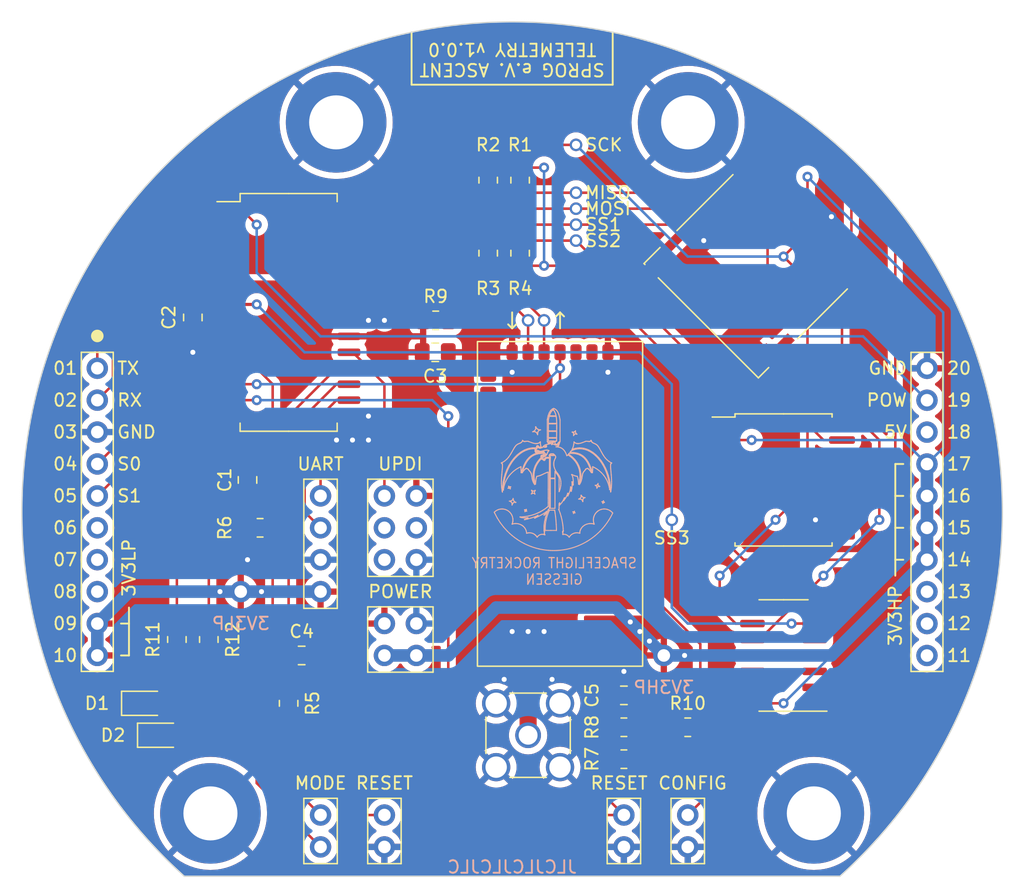
<source format=kicad_pcb>
(kicad_pcb (version 20240108) (generator "pcbnew") (generator_version "8.0")
  (layers (0 "F.Cu" signal) (31 "B.Cu" signal) (34 "B.Paste" user) (35 "F.Paste" user) (36 "B.SilkS" user "B.Silkscreen") (37 "F.SilkS" user "F.Silkscreen") (38 "B.Mask" user) (39 "F.Mask" user) (44 "Edge.Cuts" user))
  (net 0 "")
  (net 1 "GND")
  (net 4 "CFG")
  (net 5 "RXD2")
  (net 6 "TXD2")
  (net 7 "Net-(AE1-A)")
  (net 9 "Net-(M1-RESET)")
  (net 10 "+3.3V")
  (net 27 "MISO0")
  (net 28 "MOSI0")
  (net 29 "SS1")
  (net 30 "SS2")
  (net 31 "Net-(U1-PF6)")
  (net 32 "Net-(R5-Pad2)")
  (net 33 "MODE")
  (net 34 "RST")
  (net 35 "POW")
  (net 36 "TXD1")
  (net 37 "RXD1")
  (net 38 "S2")
  (net 39 "S1")
  (net 40 "SS3")
  (net 42 "Net-(D1-A)")
  (net 43 "Net-(U1-PD3)")
  (net 44 "UPDI")
  (net 45 "TXD0")
  (net 46 "RXD0")
  (net 47 "SCK0")
  (net 69 "Net-(D2-A)")
  (net 70 "Net-(U1-PD4)")
  (net 71 "+3V3")
  (footprint "Resistor_SMD:R_0805_2012Metric_Pad1.20x1.40mm_HandSolder" (layer "F.Cu") (at 0.635 -26.4 -90)
    (property "Reference" "R1")
    (property "Value" "4k7" (hide yes))
  )
  (footprint "Resistor_SMD:R_0805_2012Metric_Pad1.20x1.40mm_HandSolder" (layer "F.Cu") (at -17.78 15.24 -90)
    (property "Reference" "R5")
    (property "Value" "330R" (hide yes))
  )
  (footprint "Connector_PinHeader_2.54mm:PinHeader_1x02_P2.54mm_Vertical" (layer "F.Cu") (at 13.97 26.67 180)
    (property "Reference" "SW4" (hide yes))
    (property "Value" "SW_DIP_x01" (hide yes))
  )
  (footprint "Capacitor_SMD:C_0805_2012Metric_Pad1.18x1.45mm_HandSolder" (layer "F.Cu") (at -21.05 -2.54 90)
    (property "Reference" "C1")
    (property "Value" "1uF" (hide yes))
  )
  (footprint "Connector_PinHeader_1.27mm:PinHeader_1x01_P1.27mm_Vertical" (layer "F.Cu") (at 5.08 -29.21)
    (property "Reference" "REF**" (hide yes))
    (property "Value" "PinHeader_1x01_P1.27mm_Vertical" (hide yes))
  )
  (footprint "Resistor_SMD:R_0805_2012Metric_Pad1.20x1.40mm_HandSolder" (layer "F.Cu") (at 8.89 17.145)
    (property "Reference" "R8")
    (property "Value" "2k7" (hide yes))
  )
  (footprint "Connector_PinHeader_2.54mm:PinHeader_1x02_P2.54mm_Vertical" (layer "F.Cu") (at -10.16 26.67 180)
    (property "Reference" "SW2" (hide yes))
    (property "Value" "~" (hide yes))
  )
  (footprint "Connector_Coaxial:SMA_Amphenol_901-144_Vertical" (layer "F.Cu") (at 1.27 17.78)
    (property "Reference" "AE1" (hide yes))
    (property "Value" "Antenna_Shield" (hide yes))
  )
  (footprint "new_lib:RC1180 only reflow" (layer "F.Cu") (at 0 -12.7 -90)
    (property "Reference" "M1" (hide yes))
    (property "Value" "RC1180HP" (hide yes))
  )
  (footprint "Connector_PinHeader_2.54mm:PinHeader_1x04_P2.54mm_Vertical" (layer "F.Cu") (at -15.24 6.35 180)
    (property "Reference" "J5" (hide yes))
    (property "Value" "Conn_USB" (hide yes))
  )
  (footprint "Capacitor_SMD:C_0805_2012Metric_Pad1.18x1.45mm_HandSolder" (layer "F.Cu") (at -6.1175 -12.7)
    (property "Reference" "C3")
    (property "Value" "1uF" (hide yes))
  )
  (footprint "Connector_PinHeader_2.54mm:PinHeader_1x10_P2.54mm_Vertical" (layer "F.Cu") (at 33 -11.425)
    (property "Reference" "J3" (hide yes))
    (property "Value" "Conn_01x10" (hide yes))
  )
  (footprint "Resistor_SMD:R_0805_2012Metric_Pad1.20x1.40mm_HandSolder" (layer "F.Cu") (at -20.05 1.27 180)
    (property "Reference" "R6")
    (property "Value" "4k7" (hide yes))
  )
  (footprint "Connector_PinHeader_1.27mm:PinHeader_1x01_P1.27mm_Vertical" (layer "F.Cu") (at 5.08 -25.4)
    (property "Reference" "REF**" (hide yes))
    (property "Value" "PinHeader_1x01_P1.27mm_Vertical" (hide yes))
  )
  (footprint "Resistor_SMD:R_0805_2012Metric_Pad1.20x1.40mm_HandSolder" (layer "F.Cu") (at 13.97 17.145 180)
    (property "Reference" "R10")
    (property "Value" "4k7" (hide yes))
  )
  (footprint "Package_SO:SOIC-28W_7.5x18.7mm_P1.27mm" (layer "F.Cu") (at -17.78 -15.875)
    (property "Reference" "U1" (hide yes))
    (property "Value" "AVR128DA28" (hide yes))
  )
  (footprint "Connector_PinHeader_1.27mm:PinHeader_1x01_P1.27mm_Vertical" (layer "F.Cu") (at 5.08 -21.59)
    (property "Reference" "REF**" (hide yes))
    (property "Value" "PinHeader_1x01_P1.27mm_Vertical" (hide yes))
  )
  (footprint "Connector_PinHeader_2.54mm:PinHeader_1x10_P2.54mm_Vertical" (layer "F.Cu") (at -33 -11.43)
    (property "Reference" "J2" (hide yes))
    (property "Value" "Conn_01x10" (hide yes))
  )
  (footprint "LED_SMD:LED_0805_2012Metric_Pad1.15x1.40mm_HandSolder" (layer "F.Cu") (at -29.21 15.24)
    (property "Reference" "D1")
    (property "Value" "LED" (hide yes))
  )
  (footprint "Capacitor_SMD:C_0805_2012Metric_Pad1.18x1.45mm_HandSolder" (layer "F.Cu") (at 8.89 14.605)
    (property "Reference" "C5")
    (property "Value" "1nF" (hide yes))
  )
  (footprint "Package_SO:SOIC-14_3.9x8.7mm_P1.27mm" (layer "F.Cu") (at 21.59 11.43 180)
    (property "Reference" "RTC_SMD_SSOP-1" (hide yes))
    (property "Value" "~" (hide yes))
  )
  (footprint "Connector_PinHeader_2.54mm:PinHeader_2x03_P2.54mm_Vertical" (layer "F.Cu") (at -10.16 -1.27)
    (property "Reference" "J4" (hide yes))
    (property "Value" "UPDI_Conn" (hide yes))
  )
  (footprint "MountingHole:MountingHole_4.3mm_M4_ISO7380_Pad_TopBottom" (layer "F.Cu") (at 14 -31)
    (property "Reference" "REF**" (hide yes))
    (property "Value" "M4 ASCENT" (hide yes))
  )
  (footprint "Resistor_SMD:R_0805_2012Metric_Pad1.20x1.40mm_HandSolder" (layer "F.Cu") (at -26.67 10.16 90)
    (property "Reference" "R11")
    (property "Value" "100R" (hide yes))
  )
  (footprint "Connector_PinHeader_2.54mm:PinHeader_2x02_P2.54mm_Vertical" (layer "F.Cu") (at -10.16 8.89)
    (property "Reference" "J8" (hide yes))
    (property "Value" "Conn_02x02_Odd_Even" (hide yes))
  )
  (footprint "Resistor_SMD:R_0805_2012Metric_Pad1.20x1.40mm_HandSolder" (layer "F.Cu") (at -1.905 -20.59 90)
    (property "Reference" "R3")
    (property "Value" "4k7" (hide yes))
  )
  (footprint "MountingHole:MountingHole_4.3mm_M4_ISO7380_Pad_TopBottom" (layer "F.Cu") (at -24 24)
    (property "Reference" "REF**" (hide yes))
    (property "Value" "M4 ASCENT" (hide yes))
  )
  (footprint "Connector_PinHeader_2.54mm:PinHeader_1x02_P2.54mm_Vertical" (layer "F.Cu") (at -15.24 24.13)
    (property "Reference" "SW1" (hide yes))
    (property "Value" "SW_DIP_x01" (hide yes))
  )
  (footprint "Resistor_SMD:R_0805_2012Metric_Pad1.20x1.40mm_HandSolder" (layer "F.Cu") (at -24.13 10.16 90)
    (property "Reference" "R12")
    (property "Value" "100R" (hide yes))
  )
  (footprint "Connector_PinHeader_2.54mm:PinHeader_1x01_P2.54mm_Vertical" (layer "F.Cu") (at -21.59 6.35)
    (property "Reference" "REF**" (hide yes))
    (property "Value" "PinHeader_1x01_P2.54mm_Vertical" (hide yes))
  )
  (footprint "" (layer "F.Cu") (at 12.7 0.635)
    (property "Reference" "")
    (property "Value" "")
  )
  (footprint "Resistor_SMD:R_0805_2012Metric_Pad1.20x1.40mm_HandSolder" (layer "F.Cu") (at 0.635 -20.59 90)
    (property "Reference" "R4")
    (property "Value" "4k7" (hide yes))
  )
  (footprint "Resistor_SMD:R_0805_2012Metric_Pad1.20x1.40mm_HandSolder" (layer "F.Cu") (at -1.905 -26.4 -90)
    (property "Reference" "R2")
    (property "Value" "4k7" (hide yes))
  )
  (footprint "Connector_PinHeader_1.27mm:PinHeader_1x01_P1.27mm_Vertical" (layer "F.Cu") (at 5.08 -22.86)
    (property "Reference" "REF**" (hide yes))
    (property "Value" "PinHeader_1x01_P1.27mm_Vertical" (hide yes))
  )
  (footprint "LED_SMD:LED_0805_2012Metric_Pad1.15x1.40mm_HandSolder" (layer "F.Cu") (at -27.94 17.78)
    (property "Reference" "D2")
    (property "Value" "LED" (hide yes))
  )
  (footprint "MountingHole:MountingHole_4.3mm_M4_ISO7380_Pad_TopBottom" (layer "F.Cu") (at 24 24)
    (property "Reference" "REF**" (hide yes))
    (property "Value" "M4 ASCENT" (hide yes))
  )
  (footprint "Resistor_SMD:R_0805_2012Metric_Pad1.20x1.40mm_HandSolder" (layer "F.Cu") (at 8.89 19.685)
    (property "Reference" "R7")
    (property "Value" "5k6" (hide yes))
  )
  (footprint "Connector_PinHeader_1.27mm:PinHeader_1x01_P1.27mm_Vertical" (layer "F.Cu") (at 5.08 -24.13)
    (property "Reference" "REF**" (hide yes))
    (property "Value" "PinHeader_1x01_P1.27mm_Vertical" (hide yes))
  )
  (footprint "Connector_PinHeader_1.27mm:PinHeader_1x01_P1.27mm_Vertical" (layer "F.Cu") (at 2.54 -15.24)
    (property "Reference" "REF**" (hide yes))
    (property "Value" "PinHeader_1x01_P1.27mm_Vertical" (hide yes))
  )
  (footprint "Package_SO:SOIC-16W_7.5x10.3mm_P1.27mm" (layer "F.Cu") (at 21.59 -2.54)
    (property "Reference" "U2" (hide yes))
    (property "Value" "~" (hide yes))
  )
  (footprint "Connector_Card:microSD_HC_Hirose_DM3D-SF" (layer "F.Cu") (at 19.12859 -19.305367 135)
    (property "Reference" "J1" (hide yes))
    (property "Value" "Micro_SD_Card" (hide yes))
  )
  (footprint "Capacitor_SMD:C_0805_2012Metric_Pad1.18x1.45mm_HandSolder" (layer "F.Cu") (at -25.4 -15.4725 90)
    (property "Reference" "C2")
    (property "Value" "1uF" (hide yes))
  )
  (footprint "Connector_PinHeader_2.54mm:PinHeader_1x02_P2.54mm_Vertical" (layer "F.Cu") (at 8.89 26.67 180)
    (property "Reference" "SW3" (hide yes))
    (property "Value" "~" (hide yes))
  )
  (footprint "Connector_PinHeader_1.27mm:PinHeader_1x01_P1.27mm_Vertical" (layer "F.Cu") (at 1.27 -15.24)
    (property "Reference" "REF**" (hide yes))
    (property "Value" "PinHeader_1x01_P1.27mm_Vertical" (hide yes))
  )
  (footprint "MountingHole:MountingHole_4.3mm_M4_ISO7380_Pad_TopBottom" (layer "F.Cu") (at -14 -31)
    (property "Reference" "REF**" (hide yes))
    (property "Value" "M4 ASCENT" (hide yes))
  )
  (footprint "Resistor_SMD:R_0805_2012Metric_Pad1.20x1.40mm_HandSolder" (layer "F.Cu") (at -6.08 -15.24)
    (property "Reference" "R9")
    (property "Value" "5k6" (hide yes))
  )
  (footprint "Capacitor_SMD:C_0805_2012Metric_Pad1.18x1.45mm_HandSolder" (layer "F.Cu") (at -16.7425 11.43)
    (property "Reference" "C4")
    (property "Value" "1uF" (hide yes))
  )
  (footprint "" (layer "F.Cu") (at 12.065 11.43)
    (property "Reference" "")
    (property "Value" "")
  )
  (gr_arc (start 1.113409 -0.179404) (mid 1.10638 -0.172367) (end 1.098735 -0.166004) (stroke (width 0.081)) (layer "B.SilkS"))
  (gr_arc (start 0.072441 -0.69978) (mid 0.085723 -0.713564) (end 0.100356 -0.725905) (stroke (width 0.081)) (layer "B.SilkS"))
  (gr_arc (start 5.286364 -5.435363) (mid 5.268986 -5.433926) (end 5.251562 -5.433271) (stroke (width 0.081)) (layer "B.SilkS"))
  (gr_line (start 4.025691 1.62157) (end 4.021433 1.608371) (stroke (width 0.081)) (layer "B.SilkS"))
  (gr_arc (start 1.123792 1.53189) (mid 1.138688 1.601086) (end 1.146109 1.671478) (stroke (width 0.081)) (layer "B.SilkS"))
  (gr_line (start 6.003991 -3.465088) (end 6.029999 -3.445454) (stroke (width 0.081)) (layer "B.SilkS"))
  (gr_arc (start 2.727253 -5.242647) (mid 2.734532 -5.241795) (end 2.741622 -5.239936) (stroke (width 0.081)) (layer "B.SilkS"))
  (gr_line (start 1.615629 -2.55523) (end 1.636193 -2.484113) (stroke (width 0.081)) (layer "B.SilkS"))
  (gr_arc (start 4.855531 -2.14125) (mid 4.854881 -2.138229) (end 4.853513 -2.135456) (stroke (width 0.081)) (layer "B.SilkS"))
  (gr_arc (start 2.449519 -4.345429) (mid 2.435915 -4.348687) (end 2.423397 -4.354929) (stroke (width 0.081)) (layer "B.SilkS"))
  (gr_line (start 6.829898 -2.240314) (end 6.826262 -2.232021) (stroke (width 0.081)) (layer "B.SilkS"))
  (gr_line (start 3.035561 -4.448747) (end 3.036911 -4.464947) (stroke (width 0.081)) (layer "B.SilkS"))
  (gr_arc (start 1.961867 -5.232143) (mid 1.968365 -5.242318) (end 1.976636 -5.251112) (stroke (width 0.081)) (layer "B.SilkS"))
  (gr_line (start 2.612001 -5.180645) (end 2.629211 -5.197437) (stroke (width 0.081)) (layer "B.SilkS"))
  (gr_line (start 5.598568 -5.515282) (end 5.47982 -5.475508) (stroke (width 0.081)) (layer "B.SilkS"))
  (gr_line (start 7.143986 -4.691723) (end 7.083998 -4.801503) (stroke (width 0.081)) (layer "B.SilkS"))
  (gr_line (start 6.029999 -3.445454) (end 6.042754 -3.435242) (stroke (width 0.081)) (layer "B.SilkS"))
  (gr_line (start 2.941412 -7.584122) (end 2.945494 -7.598297) (stroke (width 0.081)) (layer "B.SilkS"))
  (gr_arc (start 6.268219 -5.673267) (mid 6.26235 -5.66482) (end 6.25601 -5.65672) (stroke (width 0.081)) (layer "B.SilkS"))
  (gr_line (start 4.694896 -1.709597) (end 4.695107 -1.682867) (stroke (width 0.081)) (layer "B.SilkS"))
  (gr_arc (start 3.448365 -8.16275) (mid 3.475279 -8.142672) (end 3.500689 -8.120721) (stroke (width 0.081)) (layer "B.SilkS"))
  (gr_line (start 2.295203 -4.311233) (end 2.290669 -4.340117) (stroke (width 0.081)) (layer "B.SilkS"))
  (gr_line (start 3.535761 -5.910797) (end 3.210736 -5.910797) (stroke (width 0.081)) (layer "B.SilkS"))
  (gr_arc (start 2.726088 0.031437) (mid 2.716391 0.0488) (end 2.705687 0.065561) (stroke (width 0.081)) (layer "B.SilkS"))
  (gr_line (start 4.851728 -0.004228) (end 4.845096 -0.005902) (stroke (width 0.081)) (layer "B.SilkS"))
  (gr_arc (start 4.971917 0.071085) (mid 4.98076 0.072705) (end 4.989445 0.075028) (stroke (width 0.081)) (layer "B.SilkS"))
  (gr_arc (start 2.688611 -5.152404) (mid 2.684027 -5.150423) (end 2.679339 -5.148703) (stroke (width 0.081)) (layer "B.SilkS"))
  (gr_line (start 0.797129 -3.111634) (end 0.802251 -3.119068) (stroke (width 0.081)) (layer "B.SilkS"))
  (gr_line (start 5.006561 0.080353) (end 4.997111 0.073142) (stroke (width 0.081)) (layer "B.SilkS"))
  (gr_line (start 2.630812 -0.24934) (end 2.52335 -0.175704) (stroke (width 0.081)) (layer "B.SilkS"))
  (gr_arc (start 1.942041 -4.750316) (mid 1.928431 -4.76714) (end 1.917246 -4.785665) (stroke (width 0.081)) (layer "B.SilkS"))
  (gr_line (start 2.569989 -5.156508) (end 2.576175 -5.158391) (stroke (width 0.081)) (layer "B.SilkS"))
  (gr_arc (start 2.601959 1.825499) (mid 2.602485 1.827109) (end 2.602839 1.828765) (stroke (width 0.081)) (layer "B.SilkS"))
  (gr_arc (start 3.019082 -4.489917) (mid 3.019664 -4.49488) (end 3.021215 -4.49963) (stroke (width 0.081)) (layer "B.SilkS"))
  (gr_line (start 3.154485 -5.551697) (end 3.183504 -5.567835) (stroke (width 0.081)) (layer "B.SilkS"))
  (gr_line (start 5.321971 -1.017228) (end 5.34648 -1.020458) (stroke (width 0.081)) (layer "B.SilkS"))
  (gr_line (start 4.839239 -0.003141) (end 4.843598 0.000256) (stroke (width 0.081)) (layer "B.SilkS"))
  (gr_line (start 2.877718 -4.342927) (end 2.985083 -4.336564) (stroke (width 0.081)) (layer "B.SilkS"))
  (gr_line (start 1.259245 -4.116627) (end 1.181551 -4.008568) (stroke (width 0.081)) (layer "B.SilkS"))
  (gr_arc (start 4.829271 -6.317875) (mid 4.83626 -6.312209) (end 4.842952 -6.306196) (stroke (width 0.081)) (layer "B.SilkS"))
  (gr_arc (start 3.562218 -5.380369) (mid 3.548892 -5.377542) (end 3.535286 -5.376887) (stroke (width 0.081)) (layer "B.SilkS"))
  (gr_arc (start 2.67063 -5.146524) (mid 2.665102 -5.145739) (end 2.659539 -5.145261) (stroke (width 0.081)) (layer "B.SilkS"))
  (gr_line (start 6.297163 -3.136547) (end 6.304013 -3.126511) (stroke (width 0.081)) (layer "B.SilkS"))
  (gr_arc (start 2.696504 -4.253375) (mid 2.706955 -4.258303) (end 2.717745 -4.262435) (stroke (width 0.081)) (layer "B.SilkS"))
  (gr_arc (start 3.355315 -8.018465) (mid 3.377174 -7.979103) (end 3.39728 -7.938818) (stroke (width 0.081)) (layer "B.SilkS"))
  (gr_arc (start 2.852865 0.136273) (mid 2.898239 0.024658) (end 2.948437 -0.084872) (stroke (width 0.081)) (layer "B.SilkS"))
  (gr_line (start 5.146765 -6.185726) (end 5.14509 -6.187073) (stroke (width 0.081)) (layer "B.SilkS"))
  (gr_line (start 3.124066 -7.644252) (end 3.037441 -7.644422) (stroke (width 0.081)) (layer "B.SilkS"))
  (gr_line (start 3.200533 3.079114) (end 3.362261 3.079341) (stroke (width 0.081)) (layer "B.SilkS"))
  (gr_arc (start -0.61181 -2.530101) (mid -0.522488 -2.879667) (end -0.402789 -3.220029) (stroke (width 0.081)) (layer "B.SilkS"))
  (gr_arc (start 5.180155 -3.905246) (mid 5.256318 -3.770158) (end 5.321184 -3.629297) (stroke (width 0.081)) (layer "B.SilkS"))
  (gr_line (start 1.016796 -0.020078) (end 1.015174 -0.015769) (stroke (width 0.081)) (layer "B.SilkS"))
  (gr_arc (start 1.243302 0.469609) (mid 1.245377 0.469593) (end 1.247443 0.469785) (stroke (width 0.081)) (layer "B.SilkS"))
  (gr_line (start 3.244492 -5.381597) (end 3.223031 -5.380846) (stroke (width 0.081)) (layer "B.SilkS"))
  (gr_arc (start 7.212302 -0.730479) (mid 7.213607 -0.724259) (end 7.21449 -0.717965) (stroke (width 0.081)) (layer "B.SilkS"))
  (gr_arc (start 2.74174 -0.027694) (mid 2.74269 -0.028067) (end 2.743537 -0.027529) (stroke (width 0.081)) (layer "B.SilkS"))
  (gr_arc (start -0.280828 -2.038875) (mid -0.28054 -2.03879) (end -0.280285 -2.038621) (stroke (width 0.081)) (layer "B.SilkS"))
  (gr_line (start 3.02529 -4.334162) (end 3.033167 -4.333997) (stroke (width 0.081)) (layer "B.SilkS"))
  (gr_line (start 2.721447 -0.013686) (end 2.732412 -0.021504) (stroke (width 0.081)) (layer "B.SilkS"))
  (gr_arc (start 4.853513 -2.135456) (mid 4.852209 -2.134977) (end 4.851297 -2.135999) (stroke (width 0.081)) (layer "B.SilkS"))
  (gr_arc (start 4.833211 -0.008282) (mid 4.83319 -0.008475) (end 4.833333 -0.008597) (stroke (width 0.081)) (layer "B.SilkS"))
  (gr_line (start 1.118702 -3.464377) (end 1.131604 -3.460206) (stroke (width 0.081)) (layer "B.SilkS"))
  (gr_arc (start 2.850948 -4.793326) (mid 2.856751 -4.803591) (end 2.863003 -4.813589) (stroke (width 0.081)) (layer "B.SilkS"))
  (gr_line (start 5.642115 -3.108205) (end 5.660705 -3.143816) (stroke (width 0.081)) (layer "B.SilkS"))
  (gr_line (start 6.404302 -3.363394) (end 6.406035 -3.443312) (stroke (width 0.081)) (layer "B.SilkS"))
  (gr_arc (start 5.390558 1.573768) (mid 5.402194 1.52592) (end 5.416955 1.478941) (stroke (width 0.081)) (layer "B.SilkS"))
  (gr_line (start 2.99102 -2.289536) (end 2.99103 -1.908775) (stroke (width 0.081)) (layer "B.SilkS"))
  (gr_arc (start 6.830411 -2.242817) (mid 6.830447 -2.243592) (end 6.830574 -2.244357) (stroke (width 0.081)) (layer "B.SilkS"))
  (gr_line (start 6.14784 -3.602946) (end 6.047695 -3.821237) (stroke (width 0.081)) (layer "B.SilkS"))
  (gr_line (start 5.270402 -2.408143) (end 5.27969 -2.256915) (stroke (width 0.081)) (layer "B.SilkS"))
  (gr_line (start 5.427842 -2.487546) (end 5.399758 -2.357498) (stroke (width 0.081)) (layer "B.SilkS"))
  (gr_line (start 4.694082 -1.76738) (end 4.694896 -1.709597) (stroke (width 0.081)) (layer "B.SilkS"))
  (gr_line (start 6.239963 0.932112) (end 6.16838 0.933257) (stroke (width 0.081)) (layer "B.SilkS"))
  (gr_line (start 3.528285 1.473028) (end 3.528311 1.479103) (stroke (width 0.081)) (layer "B.SilkS"))
  (gr_arc (start 4.44436 -1.476278) (mid 4.447239 -1.473049) (end 4.449725 -1.469508) (stroke (width 0.081)) (layer "B.SilkS"))
  (gr_line (start 3.612046 -3.064245) (end 3.632759 -3.035837) (stroke (width 0.081)) (layer "B.SilkS"))
  (gr_line (start 4.750905 -2.94997) (end 4.746928 -2.958199) (stroke (width 0.081)) (layer "B.SilkS"))
  (gr_line (start 4.531521 -4.644072) (end 4.529334 -4.641629) (stroke (width 0.081)) (layer "B.SilkS"))
  (gr_arc (start 3.211655 -4.623011) (mid 3.231263 -4.62036) (end 3.250724 -4.616791) (stroke (width 0.081)) (layer "B.SilkS"))
  (gr_line (start 2.885711 -7.178697) (end 2.885711 -7.312618) (stroke (width 0.081)) (layer "B.SilkS"))
  (gr_line (start 5.323811 -1.026427) (end 5.31345 -1.021142) (stroke (width 0.081)) (layer "B.SilkS"))
  (gr_arc (start 2.142838 -5.16351) (mid 2.127664 -5.173375) (end 2.114446 -5.185739) (stroke (width 0.081)) (layer "B.SilkS"))
  (gr_line (start 6.812027 -0.05554) (end 6.782037 -0.031675) (stroke (width 0.081)) (layer "B.SilkS"))
  (gr_arc (start -0.426433 -3.343097) (mid -0.346972 -3.514567) (end -0.259426 -3.682053) (stroke (width 0.081)) (layer "B.SilkS"))
  (gr_line (start 6.860694 -5.188547) (end 6.821362 -5.2424) (stroke (width 0.081)) (layer "B.SilkS"))
  (gr_arc (start 5.162111 1.666024) (mid 5.209548 1.668797) (end 5.256707 1.674631) (stroke (width 0.081)) (layer "B.SilkS"))
  (gr_line (start 0.621761 0.408553) (end 0.637961 0.416166) (stroke (width 0.081)) (layer "B.SilkS"))
  (gr_arc (start 2.236071 -5.565057) (mid 2.236238 -5.565158) (end 2.236431 -5.565197) (stroke (width 0.081)) (layer "B.SilkS"))
  (gr_line (start 4.768036 -4.967017) (end 4.772165 -4.968469) (stroke (width 0.081)) (layer "B.SilkS"))
  (gr_line (start 6.146113 -3.335444) (end 6.193193 -3.28031) (stroke (width 0.081)) (layer "B.SilkS"))
  (gr_line (start 1.285707 -3.38276) (end 1.292135 -3.372478) (stroke (width 0.081)) (layer "B.SilkS"))
  (gr_line (start 5.833994 -3.370966) (end 5.840116 -3.381354) (stroke (width 0.081)) (layer "B.SilkS"))
  (gr_line (start 4.468429 -4.517282) (end 4.432498 -4.539358) (stroke (width 0.081)) (layer "B.SilkS"))
  (gr_arc (start -0.38247 -2.659715) (mid -0.310277 -2.770749) (end -0.231682 -2.877347) (stroke (width 0.081)) (layer "B.SilkS"))
  (gr_line (start 4.747467 -1.842635) (end 4.757394 -1.908964) (stroke (width 0.081)) (layer "B.SilkS"))
  (gr_line (start 6.464568 0.647587) (end 6.465281 0.714216) (stroke (width 0.081)) (layer "B.SilkS"))
  (gr_arc (start 5.484396 -1.00046) (mid 5.510837 -0.985078) (end 5.534615 -0.965836) (stroke (width 0.081)) (layer "B.SilkS"))
  (gr_line (start 0.949206 -3.559738) (end 0.878765 -3.374147) (stroke (width 0.081)) (layer "B.SilkS"))
  (gr_line (start 3.632759 -3.035837) (end 3.656323 -3.002419) (stroke (width 0.081)) (layer "B.SilkS"))
  (gr_line (start 3.022736 -4.264747) (end 3.016667 -4.265401) (stroke (width 0.081)) (layer "B.SilkS"))
  (gr_line (start 3.490157 -7.667822) (end 3.495325 -7.644197) (stroke (width 0.081)) (layer "B.SilkS"))
  (gr_arc (start 2.223095 -6.528004) (mid 2.200302 -6.528679) (end 2.177566 -6.530418) (stroke (width 0.081)) (layer "B.SilkS"))
  (gr_line (start 3.008469 -4.373528) (end 2.996855 -4.386264) (stroke (width 0.081)) (layer "B.SilkS"))
  (gr_line (start 1.875247 -2.415882) (end 1.882591 -2.482519) (stroke (width 0.081)) (layer "B.SilkS"))
  (gr_line (start 5.37683 1.690961) (end 5.375702 1.700618) (stroke (width 0.081)) (layer "B.SilkS"))
  (gr_arc (start 5.303561 -1.014043) (mid 5.30319 -1.014294) (end 5.303197 -1.01475) (stroke (width 0.081)) (layer "B.SilkS"))
  (gr_line (start 3.39728 -7.938818) (end 3.434849 -7.850936) (stroke (width 0.081)) (layer "B.SilkS"))
  (gr_line (start 1.219647 1.684075) (end 1.17411 1.696304) (stroke (width 0.081)) (layer "B.SilkS"))
  (gr_arc (start 3.62606 -5.334153) (mid 3.603789 -5.321659) (end 3.579824 -5.312838) (stroke (width 0.081)) (layer "B.SilkS"))
  (gr_line (start 1.819714 1.822954) (end 1.794441 1.803387) (stroke (width 0.081)) (layer "B.SilkS"))
  (gr_line (start -0.698766 -1.750198) (end -0.697405 -1.760237) (stroke (width 0.081)) (layer "B.SilkS"))
  (gr_line (start 4.824928 -4.989852) (end 4.881211 -5.009614) (stroke (width 0.081)) (layer "B.SilkS"))
  (gr_line (start 1.767734 -2.577149) (end 1.798593 -2.420196) (stroke (width 0.081)) (layer "B.SilkS"))
  (gr_line (start 2.568393 -4.515284) (end 2.578616 -4.521496) (stroke (width 0.081)) (layer "B.SilkS"))
  (gr_arc (start 5.43318 -1.10511) (mid 5.410514 -1.082786) (end 5.385534 -1.063087) (stroke (width 0.081)) (layer "B.SilkS"))
  (gr_line (start 3.734861 -2.720747) (end 3.717874 -2.759491) (stroke (width 0.081)) (layer "B.SilkS"))
  (gr_line (start -0.072782 -4.67022) (end -0.10198 -4.620867) (stroke (width 0.081)) (layer "B.SilkS"))
  (gr_line (start 3.656323 -3.002419) (end 3.679876 -2.967879) (stroke (width 0.081)) (layer "B.SilkS"))
  (gr_line (start 2.879135 -0.167222) (end 2.884343 -0.177828) (stroke (width 0.081)) (layer "B.SilkS"))
  (gr_line (start 1.542002 -2.953869) (end 1.549243 -2.919121) (stroke (width 0.081)) (layer "B.SilkS"))
  (gr_arc (start 2.072063 -4.704851) (mid 2.062123 -4.707253) (end 2.052531 -4.710797) (stroke (width 0.081)) (layer "B.SilkS"))
  (gr_line (start 2.527961 0.273297) (end 2.550911 0.25592) (stroke (width 0.081)) (layer "B.SilkS"))
  (gr_line (start 7.316653 -0.754975) (end 7.345245 -0.755147) (stroke (width 0.081)) (layer "B.SilkS"))
  (gr_arc (start 1.250172 0.470868) (mid 1.250773 0.471664) (end 1.250646 0.472655) (stroke (width 0.081)) (layer "B.SilkS"))
  (gr_arc (start 5.626504 -0.979716) (mid 5.635725 -1.007395) (end 5.648484 -1.033631) (stroke (width 0.081)) (layer "B.SilkS"))
  (gr_arc (start 5.488803 -1.308186) (mid 5.490608 -1.297865) (end 5.491561 -1.28743) (stroke (width 0.081)) (layer "B.SilkS"))
  (gr_line (start 4.416593 -1.453255) (end 4.420048 -1.464213) (stroke (width 0.081)) (layer "B.SilkS"))
  (gr_line (start 6.650123 -2.115984) (end 6.633935 -2.115833) (stroke (width 0.081)) (layer "B.SilkS"))
  (gr_arc (start 1.590447 -1.637982) (mid 1.595359 -1.623677) (end 1.598882 -1.608969) (stroke (width 0.081)) (layer "B.SilkS"))
  (gr_line (start 4.76369 -1.966738) (end 4.76742 -2.02724) (stroke (width 0.081)) (layer "B.SilkS"))
  (gr_arc (start 3.021215 -4.49963) (mid 3.023821 -4.504422) (end 3.027203 -4.508702) (stroke (width 0.081)) (layer "B.SilkS"))
  (gr_arc (start 0.936859 -3.706526) (mid 0.995413 -3.827085) (end 1.059745 -3.944663) (stroke (width 0.081)) (layer "B.SilkS"))
  (gr_arc (start 7.556039 -0.198219) (mid 7.673337 -0.156744) (end 7.783511 -0.098947) (stroke (width 0.081)) (layer "B.SilkS"))
  (gr_line (start 5.486014 -1.324047) (end 5.486639 -1.319584) (stroke (width 0.081)) (layer "B.SilkS"))
  (gr_line (start 5.34648 -1.020458) (end 5.370289 -1.023022) (stroke (width 0.081)) (layer "B.SilkS"))
  (gr_arc (start 2.136939 -6.537094) (mid 2.117521 -6.542228) (end 2.098483 -6.548627) (stroke (width 0.081)) (layer "B.SilkS"))
  (gr_arc (start 6.745827 -1.92643) (mid 6.745878 -1.917154) (end 6.745245 -1.907899) (stroke (width 0.081)) (layer "B.SilkS"))
  (gr_line (start -0.853684 -2.458402) (end -0.854169 -2.26731) (stroke (width 0.081)) (layer "B.SilkS"))
  (gr_line (start 2.885711 -5.910797) (end 2.885711 -6.156497) (stroke (width 0.081)) (layer "B.SilkS"))
  (gr_line (start 2.357777 -4.72366) (end 2.441782 -4.724147) (stroke (width 0.081)) (layer "B.SilkS"))
  (gr_line (start 4.844965 -2.184871) (end 4.851297 -2.135999) (stroke (width 0.081)) (layer "B.SilkS"))
  (gr_arc (start 2.578911 -4.409202) (mid 2.571293 -4.409537) (end 2.563738 -4.410567) (stroke (width 0.081)) (layer "B.SilkS"))
  (gr_line (start -0.10198 -4.620867) (end -0.134682 -4.567547) (stroke (width 0.081)) (layer "B.SilkS"))
  (gr_line (start 2.156236 -4.830658) (end 2.174261 -4.823842) (stroke (width 0.081)) (layer "B.SilkS"))
  (gr_line (start 1.281302 0.554192) (end 1.499833 0.494955) (stroke (width 0.081)) (layer "B.SilkS"))
  (gr_arc (start 6.907047 -2.056175) (mid 6.897375 -2.063065) (end 6.888039 -2.070405) (stroke (width 0.081)) (layer "B.SilkS"))
  (gr_arc (start 6.741161 -2.133916) (mid 6.724005 -2.126479) (end 6.706211 -2.120736) (stroke (width 0.081)) (layer "B.SilkS"))
  (gr_arc (start 2.527032 -4.554609) (mid 2.532153 -4.552142) (end 2.53697 -4.549125) (stroke (width 0.081)) (layer "B.SilkS"))
  (gr_arc (start 2.304584 -5.167304) (mid 2.30459 -5.166916) (end 2.304394 -5.16658) (stroke (width 0.081)) (layer "B.SilkS"))
  (gr_arc (start 2.031172 -6.290765) (mid 2.033095 -6.303627) (end 2.035827 -6.316341) (stroke (width 0.081)) (layer "B.SilkS"))
  (gr_line (start 7.908482 -3.884575) (end 7.913176 -3.885582) (stroke (width 0.081)) (layer "B.SilkS"))
  (gr_line (start 6.516416 0.950675) (end 6.520518 0.962993) (stroke (width 0.081)) (layer "B.SilkS"))
  (gr_arc (start 3.841274 -2.604089) (mid 3.858634 -2.519358) (end 3.870502 -2.433685) (stroke (width 0.081)) (layer "B.SilkS"))
  (gr_line (start 1.000663 -0.144223) (end 1.008012 -0.136536) (stroke (width 0.081)) (layer "B.SilkS"))
  (gr_arc (start 2.501549 -4.484969) (mid 2.502454 -4.483725) (end 2.503165 -4.482359) (stroke (width 0.081)) (layer "B.SilkS"))
  (gr_line (start -0.783243 -3.392892) (end -0.80095 -3.206747) (stroke (width 0.081)) (layer "B.SilkS"))
  (gr_arc (start 2.019591 -4.702324) (mid 2.017778 -4.699086) (end 2.015817 -4.695936) (stroke (width 0.081)) (layer "B.SilkS"))
  (gr_line (start 2.564678 -5.155136) (end 2.569989 -5.156508) (stroke (width 0.081)) (layer "B.SilkS"))
  (gr_arc (start 1.900049 -4.83) (mid 1.893835 -4.857332) (end 1.889969 -4.885094) (stroke (width 0.081)) (layer "B.SilkS"))
  (gr_line (start 1.298152 -3.361997) (end 1.314289 -3.334716) (stroke (width 0.081)) (layer "B.SilkS"))
  (gr_arc (start 2.870844 -0.441228) (mid 2.87032 -0.438335) (end 2.868869 -0.435774) (stroke (width 0.081)) (layer "B.SilkS"))
  (gr_arc (start 6.964498 -2.026989) (mid 6.964646 -2.026753) (end 6.964587 -2.026473) (stroke (width 0.081)) (layer "B.SilkS"))
  (gr_line (start 4.70364 -4.861146) (end 4.687829 -4.838547) (stroke (width 0.081)) (layer "B.SilkS"))
  (gr_line (start 2.236071 -5.565057) (end 2.230087 -5.559558) (stroke (width 0.081)) (layer "B.SilkS"))
  (gr_line (start 6.390439 -3.122613) (end 6.391857 -3.143704) (stroke (width 0.081)) (layer "B.SilkS"))
  (gr_arc (start 1.921013 -6.68952) (mid 1.901634 -6.719133) (end 1.884091 -6.74987) (stroke (width 0.081)) (layer "B.SilkS"))
  (gr_arc (start 2.506943 -4.111163) (mid 2.499298 -4.117315) (end 2.491963 -4.123835) (stroke (width 0.081)) (layer "B.SilkS"))
  (gr_arc (start -0.565494 -0.194551) (mid -0.494358 -0.170633) (end -0.425598 -0.14056) (stroke (width 0.081)) (layer "B.SilkS"))
  (gr_arc (start 2.594613 -4.410628) (mid 2.586793 -4.409576) (end 2.578911 -4.409202) (stroke (width 0.081)) (layer "B.SilkS"))
  (gr_arc (start 2.673761 -5.234683) (mid 2.681149 -5.237604) (end 2.688825 -5.239651) (stroke (width 0.081)) (layer "B.SilkS"))
  (gr_line (start 3.751113 -5.55161) (end 3.759691 -5.552234) (stroke (width 0.081)) (layer "B.SilkS"))
  (gr_arc (start 3.599556 -3.079847) (mid 3.550447 -3.140916) (end 3.50574 -3.205278) (stroke (width 0.081)) (layer "B.SilkS"))
  (gr_arc (start 2.472209 -5.202641) (mid 2.493267 -5.225461) (end 2.51584 -5.246784) (stroke (width 0.081)) (layer "B.SilkS"))
  (gr_arc (start 2.515884 -4.557564) (mid 2.521563 -4.556482) (end 2.527032 -4.554609) (stroke (width 0.081)) (layer "B.SilkS"))
  (gr_arc (start 5.487557 -1.206509) (mid 5.479009 -1.179016) (end 5.466989 -1.152853) (stroke (width 0.081)) (layer "B.SilkS"))
  (gr_arc (start 4.768036 -4.967017) (mid 4.767723 -4.96704) (end 4.767611 -4.967321) (stroke (width 0.081)) (layer "B.SilkS"))
  (gr_arc (start 1.755705 -6.385062) (mid 1.771747 -6.384262) (end 1.787701 -6.382409) (stroke (width 0.081)) (layer "B.SilkS"))
  (gr_arc (start 7.287971 -2.904202) (mid 7.378645 -2.779869) (end 7.460573 -2.649607) (stroke (width 0.081)) (layer "B.SilkS"))
  (gr_line (start -0.771106 -3.746584) (end -0.769714 -3.724867) (stroke (width 0.081)) (layer "B.SilkS"))
  (gr_line (start 0.028978 -3.15812) (end 0.122261 -3.239463) (stroke (width 0.081)) (layer "B.SilkS"))
  (gr_arc (start 2.837707 -5.553475) (mid 2.829525 -5.555421) (end 2.821699 -5.558501) (stroke (width 0.081)) (layer "B.SilkS"))
  (gr_arc (start 2.172107 -4.75127) (mid 2.165085 -4.752881) (end 2.158241 -4.755129) (stroke (width 0.081)) (layer "B.SilkS"))
  (gr_arc (start 4.877915 -6.264869) (mid 4.885377 -6.251276) (end 4.891181 -6.236897) (stroke (width 0.081)) (layer "B.SilkS"))
  (gr_arc (start 4.060849 1.541741) (mid 4.058006 1.547247) (end 4.054512 1.552365) (stroke (width 0.081)) (layer "B.SilkS"))
  (gr_line (start -0.263844 -2.023814) (end -0.270109 -2.02955) (stroke (width 0.081)) (layer "B.SilkS"))
  (gr_arc (start 6.735404 -1.995615) (mid 6.738149 -1.985595) (end 6.740307 -1.975433) (stroke (width 0.081)) (layer "B.SilkS"))
  (gr_line (start 1.555643 -1.443518) (end 1.579734 -1.456712) (stroke (width 0.081)) (layer "B.SilkS"))
  (gr_arc (start 6.851311 -2.115171) (mid 6.843179 -2.133036) (end 6.837095 -2.151699) (stroke (width 0.081)) (layer "B.SilkS"))
  (gr_line (start 2.991011 -5.551697) (end 2.991011 -5.521997) (stroke (width 0.081)) (layer "B.SilkS"))
  (gr_line (start 2.542399 -4.171832) (end 2.54821 -4.166895) (stroke (width 0.081)) (layer "B.SilkS"))
  (gr_arc (start 3.462235 -4.389201) (mid 3.46358 -4.361374) (end 3.459819 -4.333768) (stroke (width 0.081)) (layer "B.SilkS"))
  (gr_arc (start -0.119121 -0.816274) (mid -0.100176 -0.804634) (end -0.082212 -0.791529) (stroke (width 0.081)) (layer "B.SilkS"))
  (gr_line (start -0.162293 -1.860162) (end -0.163681 -1.870161) (stroke (width 0.081)) (layer "B.SilkS"))
  (gr_line (start 7.911437 -2.231177) (end 7.91218 -2.408897) (stroke (width 0.081)) (layer "B.SilkS"))
  (gr_arc (start 1.999756 0.108383) (mid 1.841229 0.172934) (end 1.679664 0.229454) (stroke (width 0.081)) (layer "B.SilkS"))
  (gr_arc (start 7.273211 -0.747832) (mid 7.277748 -0.749814) (end 7.282377 -0.751569) (stroke (width 0.081)) (layer "B.SilkS"))
  (gr_line (start 7.217957 -0.671447) (end 7.222526 -0.686297) (stroke (width 0.081)) (layer "B.SilkS"))
  (gr_line (start 2.881925 -0.157464) (end 2.871177 -0.135239) (stroke (width 0.081)) (layer "B.SilkS"))
  (gr_arc (start 4.70129 -1.636259) (mid 4.699239 -1.634548) (end 4.696973 -1.635987) (stroke (width 0.081)) (layer "B.SilkS"))
  (gr_line (start 3.736434 -0.571669) (end 3.736211 -0.631191) (stroke (width 0.081)) (layer "B.SilkS"))
  (gr_line (start 3.791806 -1.745236) (end 3.751506 -1.639686) (stroke (width 0.081)) (layer "B.SilkS"))
  (gr_arc (start -0.268774 -1.933127) (mid -0.272416 -1.926236) (end -0.276453 -1.919569) (stroke (width 0.081)) (layer "B.SilkS"))
  (gr_arc (start 4.058589 -0.909414) (mid 4.021627 -0.844962) (end 3.981524 -0.782416) (stroke (width 0.081)) (layer "B.SilkS"))
  (gr_line (start 2.603804 -4.537363) (end 2.618777 -4.546935) (stroke (width 0.081)) (layer "B.SilkS"))
  (gr_line (start 1.135439 -5.615176) (end 1.098311 -5.609889) (stroke (width 0.081)) (layer "B.SilkS"))
  (gr_arc (start 5.768187 1.057524) (mid 5.850006 1.014623) (end 5.935844 0.980466) (stroke (width 0.081)) (layer "B.SilkS"))
  (gr_arc (start 5.380616 -5.450231) (mid 5.333681 -5.441586) (end 5.286364 -5.435363) (stroke (width 0.081)) (layer "B.SilkS"))
  (gr_line (start 0.719161 0.445124) (end 0.748008 0.452874) (stroke (width 0.081)) (layer "B.SilkS"))
  (gr_line (start 4.773289 -2.958454) (end 4.801622 -2.945888) (stroke (width 0.081)) (layer "B.SilkS"))
  (gr_line (start 7.91218 -2.408897) (end 7.908016 -2.57935) (stroke (width 0.081)) (layer "B.SilkS"))
  (gr_line (start 6.959271 -2.026638) (end 6.963824 -2.026196) (stroke (width 0.081)) (layer "B.SilkS"))
  (gr_line (start 2.811795 -4.700142) (end 2.78449 -4.630629) (stroke (width 0.081)) (layer "B.SilkS"))
  (gr_line (start 2.775167 -0.358074) (end 2.738561 -0.329334) (stroke (width 0.081)) (layer "B.SilkS"))
  (gr_arc (start 2.566064 -4.515344) (mid 2.565332 -4.516286) (end 2.564654 -4.517268) (stroke (width 0.081)) (layer "B.SilkS"))
  (gr_line (start 2.566202 -4.724147) (end 2.551132 -4.741828) (stroke (width 0.081)) (layer "B.SilkS"))
  (gr_arc (start 4.98597 -5.50842) (mid 4.963755 -5.526207) (end 4.942813 -5.545477) (stroke (width 0.081)) (layer "B.SilkS"))
  (gr_line (start 3.226944 -5.593774) (end 3.24673 -5.607318) (stroke (width 0.081)) (layer "B.SilkS"))
  (gr_arc (start 1.795735 0.495327) (mid 1.795702 0.495018) (end 1.795788 0.494715) (stroke (width 0.081)) (layer "B.SilkS"))
  (gr_line (start 1.923872 -5.097293) (end 1.930052 -5.113506) (stroke (width 0.081)) (layer "B.SilkS"))
  (gr_line (start 3.72754 -0.209086) (end 3.734861 -0.220146) (stroke (width 0.081)) (layer "B.SilkS"))
  (gr_arc (start -0.296049 -1.896782) (mid -0.302647 -1.891146) (end -0.309491 -1.885812) (stroke (width 0.081)) (layer "B.SilkS"))
  (gr_arc (start 3.720675 -0.200738) (mid 3.71896 -0.199139) (end 3.717161 -0.197635) (stroke (width 0.081)) (layer "B.SilkS"))
  (gr_arc (start 2.870906 -4.901214) (mid 2.890471 -4.89415) (end 2.909597 -4.885972) (stroke (width 0.081)) (layer "B.SilkS"))
  (gr_line (start 4.85732 -4.721843) (end 4.907333 -4.7182) (stroke (width 0.081)) (layer "B.SilkS"))
  (gr_arc (start 2.868869 -0.435774) (mid 2.865155 -0.431706) (end 2.861073 -0.428008) (stroke (width 0.081)) (layer "B.SilkS"))
  (gr_arc (start 5.076434 -6.20616) (mid 5.103822 -6.200698) (end 5.130231 -6.191618) (stroke (width 0.081)) (layer "B.SilkS"))
  (gr_arc (start 1.808033 -1.429416) (mid 1.7935 -1.458588) (end 1.783303 -1.489544) (stroke (width 0.081)) (layer "B.SilkS"))
  (gr_line (start 2.549564 -4.166994) (end 2.550387 -4.169834) (stroke (width 0.081)) (layer "B.SilkS"))
  (gr_arc (start 2.423397 -4.354929) (mid 2.410597 -4.364966) (end 2.399806 -4.377137) (stroke (width 0.081)) (layer "B.SilkS"))
  (gr_arc (start 5.486014 -1.324047) (mid 5.486101 -1.324485) (end 5.486299 -1.324885) (stroke (width 0.081)) (layer "B.SilkS"))
  (gr_arc (start 7.004904 1.52468) (mid 6.802599 1.720254) (end 6.590111 1.904714) (stroke (width 0.081)) (layer "B.SilkS"))
  (gr_arc (start 5.016588 -6.415169) (mid 5.007336 -6.40462) (end 4.997563 -6.39455) (stroke (width 0.081)) (layer "B.SilkS"))
  (gr_line (start 2.252264 -4.71837) (end 2.302104 -4.721965) (stroke (width 0.081)) (layer "B.SilkS"))
  (gr_arc (start 5.042863 -6.456319) (mid 5.043615 -6.456401) (end 5.044026 -6.455732) (stroke (width 0.081)) (layer "B.SilkS"))
  (gr_arc (start 2.958926 -7.644648) (mid 2.958731 -7.644771) (end 2.958611 -7.644964) (stroke (width 0.081)) (layer "B.SilkS"))
  (gr_line (start 4.031814 1.643803) (end 4.029396 1.634139) (stroke (width 0.081)) (layer "B.SilkS"))
  (gr_arc (start 4.880736 0.115312) (mid 4.884331 0.109484) (end 4.88846 0.104021) (stroke (width 0.081)) (layer "B.SilkS"))
  (gr_line (start 4.042602 1.793141) (end 4.034485 1.793887) (stroke (width 0.081)) (layer "B.SilkS"))
  (gr_arc (start 0.154541 -4.276927) (mid 0.270396 -4.40281) (end 0.393611 -4.521498) (stroke (width 0.081)) (layer "B.SilkS"))
  (gr_arc (start 6.313698 -3.114359) (mid 6.313553 -3.114038) (end 6.313231 -3.114103) (stroke (width 0.081)) (layer "B.SilkS"))
  (gr_arc (start 1.680573 -1.652846) (mid 1.665454 -1.655287) (end 1.650551 -1.658818) (stroke (width 0.081)) (layer "B.SilkS"))
  (gr_line (start 3.780461 -0.538823) (end 3.893325 -0.665284) (stroke (width 0.081)) (layer "B.SilkS"))
  (gr_line (start 2.631465 1.149703) (end 2.63709 1.072397) (stroke (width 0.081)) (layer "B.SilkS"))
  (gr_line (start 2.284961 -0.031521) (end 2.226458 -0.000055) (stroke (width 0.081)) (layer "B.SilkS"))
  (gr_arc (start 2.501011 -4.558421) (mid 2.508462 -4.558238) (end 2.515884 -4.557564) (stroke (width 0.081)) (layer "B.SilkS"))
  (gr_line (start 3.813309 -5.891588) (end 3.813857 -6.450433) (stroke (width 0.081)) (layer "B.SilkS"))
  (gr_arc (start 1.539054 -1.717446) (mid 1.539327 -1.717334) (end 1.539576 -1.717177) (stroke (width 0.081)) (layer "B.SilkS"))
  (gr_arc (start 7.312394 -0.773234) (mid 7.304341 -0.779804) (end 7.296808 -0.786964) (stroke (width 0.081)) (layer "B.SilkS"))
  (gr_line (start 1.677577 -2.760857) (end 1.675511 -2.816424) (stroke (width 0.081)) (layer "B.SilkS"))
  (gr_arc (start 2.356463 -4.376044) (mid 2.355358 -4.393487) (end 2.355592 -4.410964) (stroke (width 0.081)) (layer "B.SilkS"))
  (gr_line (start 2.924186 -4.270932) (end 2.873808 -4.272807) (stroke (width 0.081)) (layer "B.SilkS"))
  (gr_line (start 6.391857 -3.143704) (end 6.393558 -3.168253) (stroke (width 0.081)) (layer "B.SilkS"))
  (gr_line (start 0.285611 0.931014) (end 0.216525 0.933293) (stroke (width 0.081)) (layer "B.SilkS"))
  (gr_line (start 2.909597 -4.885972) (end 2.929978 -4.876555) (stroke (width 0.081)) (layer "B.SilkS"))
  (gr_line (start 1.680378 -6.379273) (end 1.719484 -6.383969) (stroke (width 0.081)) (layer "B.SilkS"))
  (gr_line (start 1.749649 -2.329113) (end 1.724101 -2.435) (stroke (width 0.081)) (layer "B.SilkS"))
  (gr_arc (start 3.091216 -7.944428) (mid 3.117106 -7.982149) (end 3.145213 -8.018248) (stroke (width 0.081)) (layer "B.SilkS"))
  (gr_line (start 0.007343 0.972046) (end 0.001126 0.973593) (stroke (width 0.081)) (layer "B.SilkS"))
  (gr_line (start 1.020619 -0.019287) (end 1.025999 -0.024345) (stroke (width 0.081)) (layer "B.SilkS"))
  (gr_line (start -0.840727 -0.227566) (end -0.909246 -0.222403) (stroke (width 0.081)) (layer "B.SilkS"))
  (gr_arc (start 1.960933 -4.819193) (mid 1.963627 -4.835866) (end 1.967577 -4.852288) (stroke (width 0.081)) (layer "B.SilkS"))
  (gr_line (start 5.130231 -6.191618) (end 5.13737 -6.188692) (stroke (width 0.081)) (layer "B.SilkS"))
  (gr_line (start 4.691954 -1.818508) (end 4.694082 -1.76738) (stroke (width 0.081)) (layer "B.SilkS"))
  (gr_arc (start 2.821699 -5.558501) (mid 2.815241 -5.562287) (end 2.809466 -5.567051) (stroke (width 0.081)) (layer "B.SilkS"))
  (gr_line (start 1.654556 -6.380711) (end 1.644648 -6.375153) (stroke (width 0.081)) (layer "B.SilkS"))
  (gr_line (start 2.017358 -6.167039) (end 2.028461 -6.135732) (stroke (width 0.081)) (layer "B.SilkS"))
  (gr_arc (start 2.898159 -0.194623) (mid 2.898575 -0.194488) (end 2.898982 -0.194325) (stroke (width 0.081)) (layer "B.SilkS"))
  (gr_line (start 4.047382 1.19416) (end 4.032899 1.060322) (stroke (width 0.081)) (layer "B.SilkS"))
  (gr_line (start 4.735382 -1.778785) (end 4.747467 -1.842635) (stroke (width 0.081)) (layer "B.SilkS"))
  (gr_line (start 1.545502 -1.713042) (end 1.539576 -1.717177) (stroke (width 0.081)) (layer "B.SilkS"))
  (gr_line (start 0.712329 -3.201347) (end 0.715809 -3.155293) (stroke (width 0.081)) (layer "B.SilkS"))
  (gr_line (start -0.774051 -1.58347) (end -0.773318 -1.615603) (stroke (width 0.081)) (layer "B.SilkS"))
  (gr_line (start 1.942041 -4.750316) (end 1.956068 -4.735246) (stroke (width 0.081)) (layer "B.SilkS"))
  (gr_arc (start 2.565756 -5.285153) (mid 2.591981 -5.301297) (end 2.619304 -5.315505) (stroke (width 0.081)) (layer "B.SilkS"))
  (gr_line (start 3.540106 -6.336722) (end 3.539605 -6.300362) (stroke (width 0.081)) (layer "B.SilkS"))
  (gr_line (start 3.183504 -5.567835) (end 3.207009 -5.581345) (stroke (width 0.081)) (layer "B.SilkS"))
  (gr_arc (start 4.77271 -2.393491) (mid 4.778375 -2.39092) (end 4.783726 -2.387748) (stroke (width 0.081)) (layer "B.SilkS"))
  (gr_arc (start 1.871163 -4.726877) (mid 1.862356 -4.740382) (end 1.854595 -4.754515) (stroke (width 0.081)) (layer "B.SilkS"))
  (gr_line (start 4.501414 -1.412259) (end 4.525849 -1.467947) (stroke (width 0.081)) (layer "B.SilkS"))
  (gr_line (start 2.244791 -5.082312) (end 2.228241 -5.081263) (stroke (width 0.081)) (layer "B.SilkS"))
  (gr_arc (start 6.872694 -2.084898) (mid 6.861013 -2.099335) (end 6.851311 -2.115171) (stroke (width 0.081)) (layer "B.SilkS"))
  (gr_arc (start 4.430889 -1.264625) (mid 4.429492 -1.264082) (end 4.428833 -1.265447) (stroke (width 0.081)) (layer "B.SilkS"))
  (gr_line (start 4.625517 -4.754264) (end 4.612124 -4.737647) (stroke (width 0.081)) (layer "B.SilkS"))
  (gr_arc (start 3.664926 -2.864882) (mid 3.675919 -2.846762) (end 3.68592 -2.828076) (stroke (width 0.081)) (layer "B.SilkS"))
  (gr_line (start 5.251562 -5.433271) (end 5.210011 -5.433757) (stroke (width 0.081)) (layer "B.SilkS"))
  (gr_arc (start 2.619304 -5.315505) (mid 2.642237 -5.32577) (end 2.665609 -5.334989) (stroke (width 0.081)) (layer "B.SilkS"))
  (gr_line (start 3.048521 -4.525697) (end 3.037237 -4.517523) (stroke (width 0.081)) (layer "B.SilkS"))
  (gr_line (start 2.218943 -4.745263) (end 2.194564 -4.747777) (stroke (width 0.081)) (layer "B.SilkS"))
  (gr_line (start 3.754859 -0.673127) (end 3.760159 -0.684367) (stroke (width 0.081)) (layer "B.SilkS"))
  (gr_line (start 2.48747 -4.865398) (end 2.573525 -4.888681) (stroke (width 0.081)) (layer "B.SilkS"))
  (gr_arc (start 5.727195 -1.135748) (mid 5.702921 -1.140622) (end 5.679107 -1.147395) (stroke (width 0.081)) (layer "B.SilkS"))
  (gr_line (start 6.683901 -2.117082) (end 6.669193 -2.116256) (stroke (width 0.081)) (layer "B.SilkS"))
  (gr_arc (start 3.69348 -5.512598) (mid 3.698619 -5.519351) (end 3.704131 -5.525803) (stroke (width 0.081)) (layer "B.SilkS"))
  (gr_line (start 3.214436 -7.045461) (end 2.885711 -7.044775) (stroke (width 0.081)) (layer "B.SilkS"))
  (gr_arc (start 5.569753 -1.213435) (mid 5.556511 -1.227121) (end 5.543879 -1.241372) (stroke (width 0.081)) (layer "B.SilkS"))
  (gr_arc (start 4.811043 -2.797348) (mid 4.831664 -2.713067) (end 4.846627 -2.627599) (stroke (width 0.081)) (layer "B.SilkS"))
  (gr_line (start 2.577295 0.235065) (end 2.606129 0.210564) (stroke (width 0.081)) (layer "B.SilkS"))
  (gr_line (start 1.161588 -5.618184) (end 1.135439 -5.615176) (stroke (width 0.081)) (layer "B.SilkS"))
  (gr_line (start 1.830739 -1.701022) (end 1.826588 -1.698358) (stroke (width 0.081)) (layer "B.SilkS"))
  (gr_line (start 5.585195 -2.915086) (end 5.592249 -2.950555) (stroke (width 0.081)) (layer "B.SilkS"))
  (gr_arc (start 4.038131 1.74368) (mid 4.037498 1.756831) (end 4.035983 1.76991) (stroke (width 0.081)) (layer "B.SilkS"))
  (gr_line (start 1.881467 0.458779) (end 2.138589 0.33944) (stroke (width 0.081)) (layer "B.SilkS"))
  (gr_line (start -0.697405 -1.760237) (end -0.692824 -1.792123) (stroke (width 0.081)) (layer "B.SilkS"))
  (gr_arc (start 4.935712 0.07104) (mid 4.944417 0.070075) (end 4.95317 0.06976) (stroke (width 0.081)) (layer "B.SilkS"))
  (gr_arc (start 6.227036 -5.628951) (mid 6.219653 -5.623831) (end 6.211895 -5.6193) (stroke (width 0.081)) (layer "B.SilkS"))
  (gr_line (start 3.743665 -5.550767) (end 3.751113 -5.55161) (stroke (width 0.081)) (layer "B.SilkS"))
  (gr_line (start 0.688222 0.435424) (end 0.719161 0.445124) (stroke (width 0.081)) (layer "B.SilkS"))
  (gr_line (start 5.520318 -2.549663) (end 5.543535 -2.655947) (stroke (width 0.081)) (layer "B.SilkS"))
  (gr_line (start 6.964498 -2.026989) (end 6.959772 -2.029205) (stroke (width 0.081)) (layer "B.SilkS"))
  (gr_arc (start 0.175864 -0.760245) (mid 0.196991 -0.763442) (end 0.21834 -0.764311) (stroke (width 0.081)) (layer "B.SilkS"))
  (gr_line (start 2.977541 -0.279131) (end 2.964011 -0.278315) (stroke (width 0.081)) (layer "B.SilkS"))
  (gr_arc (start 4.543334 2.930999) (mid 4.167811 3.008873) (end 3.787511 3.058405) (stroke (width 0.081)) (layer "B.SilkS"))
  (gr_line (start 2.889306 -0.186767) (end 2.893723 -0.193862) (stroke (width 0.081)) (layer "B.SilkS"))
  (gr_line (start 4.899069 -6.167297) (end 4.897705 -6.145656) (stroke (width 0.081)) (layer "B.SilkS"))
  (gr_line (start 3.224401 -7.598297) (end 3.503308 -7.598297) (stroke (width 0.081)) (layer "B.SilkS"))
  (gr_arc (start 4.961837 0.032319) (mid 4.958587 0.024133) (end 4.956411 0.0156) (stroke (width 0.081)) (layer "B.SilkS"))
  (gr_arc (start 7.283925 -0.802439) (mid 7.27934 -0.809826) (end 7.275677 -0.817712) (stroke (width 0.081)) (layer "B.SilkS"))
  (gr_arc (start 4.454731 -1.455707) (mid 4.456118 -1.443756) (end 4.456881 -1.431749) (stroke (width 0.081)) (layer "B.SilkS"))
  (gr_arc (start 2.780208 -3.138033) (mid 2.810473 -3.147192) (end 2.841161 -3.154817) (stroke (width 0.081)) (layer "B.SilkS"))
  (gr_line (start 2.557641 -4.197732) (end 2.560267 -4.204685) (stroke (width 0.081)) (layer "B.SilkS"))
  (gr_line (start 2.633077 -4.647829) (end 2.584569 -4.651206) (stroke (width 0.081)) (layer "B.SilkS"))
  (gr_line (start 4.919565 -5.568383) (end 4.917661 -5.531015) (stroke (width 0.081)) (layer "B.SilkS"))
  (gr_line (start 2.950953 -5.409908) (end 2.888411 -5.395046) (stroke (width 0.081)) (layer "B.SilkS"))
  (gr_line (start 4.70129 -1.636259) (end 4.718731 -1.705929) (stroke (width 0.081)) (layer "B.SilkS"))
  (gr_line (start -0.77053 -3.572055) (end -0.774682 -3.496358) (stroke (width 0.081)) (layer "B.SilkS"))
  (gr_line (start 5.422726 -5.021463) (end 5.351101 -5.020952) (stroke (width 0.081)) (layer "B.SilkS"))
  (gr_arc (start 5.49143 -2.452804) (mid 5.474853 -2.407859) (end 5.456318 -2.363685) (stroke (width 0.081)) (layer "B.SilkS"))
  (gr_arc (start 2.559053 -4.097121) (mid 2.552976 -4.096613) (end 2.546879 -4.096456) (stroke (width 0.081)) (layer "B.SilkS"))
  (gr_line (start 0.149872 0.940141) (end 0.085418 0.951599) (stroke (width 0.081)) (layer "B.SilkS"))
  (gr_line (start 7.597719 -2.372447) (end 7.648091 -2.238282) (stroke (width 0.081)) (layer "B.SilkS"))
  (gr_arc (start 0.600694 0.984385) (mid 0.650311 1.004072) (end 0.698711 1.026584) (stroke (width 0.081)) (layer "B.SilkS"))
  (gr_line (start 2.286175 -2.91752) (end 2.342181 -2.942256) (stroke (width 0.081)) (layer "B.SilkS"))
  (gr_arc (start 2.111182 -5.101092) (mid 2.099031 -5.107712) (end 2.087495 -5.115352) (stroke (width 0.081)) (layer "B.SilkS"))
  (gr_arc (start 5.679107 -1.147395) (mid 5.656481 -1.155819) (end 5.634607 -1.166038) (stroke (width 0.081)) (layer "B.SilkS"))
  (gr_arc (start 6.276732 -5.684746) (mid 6.277992 -5.685929) (end 6.279377 -5.686964) (stroke (width 0.081)) (layer "B.SilkS"))
  (gr_line (start 0.976811 0.624885) (end 1.027212 0.61405) (stroke (width 0.081)) (layer "B.SilkS"))
  (gr_line (start 0.7184 -3.126953) (end 0.720484 -3.109649) (stroke (width 0.081)) (layer "B.SilkS"))
  (gr_line (start 5.134774 -6.194943) (end 5.128589 -6.199606) (stroke (width 0.081)) (layer "B.SilkS"))
  (gr_line (start 3.449338 -5.596803) (end 3.406816 -5.550347) (stroke (width 0.081)) (layer "B.SilkS"))
  (gr_arc (start 4.485256 -4.588799) (mid 4.484802 -4.589114) (end 4.484373 -4.589462) (stroke (width 0.081)) (layer "B.SilkS"))
  (gr_line (start 1.95514 -6.285142) (end 1.973988 -6.258584) (stroke (width 0.081)) (layer "B.SilkS"))
  (gr_line (start 4.859141 -2.205047) (end 4.862734 -2.430635) (stroke (width 0.081)) (layer "B.SilkS"))
  (gr_line (start 5.039912 -6.452473) (end 5.029511 -6.43399) (stroke (width 0.081)) (layer "B.SilkS"))
  (gr_line (start 3.405461 -5.342466) (end 3.349439 -5.362769) (stroke (width 0.081)) (layer "B.SilkS"))
  (gr_line (start 2.528151 -4.184418) (end 2.53578 -4.177587) (stroke (width 0.081)) (layer "B.SilkS"))
  (gr_line (start 5.353823 -2.183017) (end 5.376485 -2.218378) (stroke (width 0.081)) (layer "B.SilkS"))
  (gr_line (start 4.602789 -4.426617) (end 4.468429 -4.517282) (stroke (width 0.081)) (layer "B.SilkS"))
  (gr_line (start 7.000252 -4.955443) (end 6.946012 -5.051899) (stroke (width 0.081)) (layer "B.SilkS"))
  (gr_line (start 3.347411 -5.588373) (end 3.389261 -5.633945) (stroke (width 0.081)) (layer "B.SilkS"))
  (gr_line (start 2.606129 0.210564) (end 2.639841 0.180341) (stroke (width 0.081)) (layer "B.SilkS"))
  (gr_arc (start 2.288897 -4.431103) (mid 2.292496 -4.447118) (end 2.298198 -4.462511) (stroke (width 0.081)) (layer "B.SilkS"))
  (gr_arc (start 1.78943 -1.618542) (mid 1.802868 -1.650795) (end 1.820094 -1.681195) (stroke (width 0.081)) (layer "B.SilkS"))
  (gr_line (start 2.649551 -4.444969) (end 2.62403 -4.423983) (stroke (width 0.081)) (layer "B.SilkS"))
  (gr_arc (start 2.152201 -4.755275) (mid 2.153299 -4.755891) (end 2.154554 -4.756011) (stroke (width 0.081)) (layer "B.SilkS"))
  (gr_line (start -0.128306 -1.978757) (end -0.122731 -1.985597) (stroke (width 0.081)) (layer "B.SilkS"))
  (gr_line (start 2.538519 1.180152) (end 2.536952 1.237563) (stroke (width 0.081)) (layer "B.SilkS"))
  (gr_line (start 3.736402 -0.492598) (end 3.780461 -0.538823) (stroke (width 0.081)) (layer "B.SilkS"))
  (gr_line (start 1.118237 -0.184539) (end 1.113409 -0.179404) (stroke (width 0.081)) (layer "B.SilkS"))
  (gr_arc (start 2.546879 -4.096456) (mid 2.540038 -4.096882) (end 2.533292 -4.098098) (stroke (width 0.081)) (layer "B.SilkS"))
  (gr_line (start 3.41737 0.098053) (end 3.454914 0.381051) (stroke (width 0.081)) (layer "B.SilkS"))
  (gr_line (start 1.654393 -5.476153) (end 1.53042 -5.516566) (stroke (width 0.081)) (layer "B.SilkS"))
  (gr_line (start 4.491883 -4.584591) (end 4.499536 -4.579767) (stroke (width 0.081)) (layer "B.SilkS"))
  (gr_line (start 1.636193 -2.484113) (end 1.659445 -2.418894) (stroke (width 0.081)) (layer "B.SilkS"))
  (gr_line (start 1.021446 -0.030974) (end 1.018853 -0.025129) (stroke (width 0.081)) (layer "B.SilkS"))
  (gr_line (start 6.465263 0.580953) (end 6.464568 0.647587) (stroke (width 0.081)) (layer "B.SilkS"))
  (gr_line (start 2.681467 0.14165) (end 2.703709 0.120967) (stroke (width 0.081)) (layer "B.SilkS"))
  (gr_line (start 1.74965 -2.731967) (end 1.767734 -2.577149) (stroke (width 0.081)) (layer "B.SilkS"))
  (gr_line (start 1.15751 1.701177) (end 1.150862 1.703025) (stroke (width 0.081)) (layer "B.SilkS"))
  (gr_arc (start 5.284323 -2.20475) (mid 5.283902 -2.203781) (end 5.283299 -2.202915) (stroke (width 0.081)) (layer "B.SilkS"))
  (gr_line (start 3.036911 -4.464947) (end 3.038261 -4.481147) (stroke (width 0.081)) (layer "B.SilkS"))
  (gr_line (start 1.989769 -6.231705) (end 2.003791 -6.202051) (stroke (width 0.081)) (layer "B.SilkS"))
  (gr_line (start 2.230087 -5.559558) (end 2.223401 -5.55336) (stroke (width 0.081)) (layer "B.SilkS"))
  (gr_arc (start -0.158914 -1.845272) (mid -0.159868 -1.848226) (end -0.160624 -1.851237) (stroke (width 0.081)) (layer "B.SilkS"))
  (gr_line (start 2.553109 -4.182957) (end 2.555143 -4.190112) (stroke (width 0.081)) (layer "B.SilkS"))
  (gr_arc (start 2.39814 -4.188597) (mid 2.402144 -4.187238) (end 2.406049 -4.185619) (stroke (width 0.081)) (layer "B.SilkS"))
  (gr_line (start 3.311912 -3.882904) (end 3.310483 -3.801759) (stroke (width 0.081)) (layer "B.SilkS"))
  (gr_line (start 6.405802 -3.514866) (end 6.404358 -3.596185) (stroke (width 0.081)) (layer "B.SilkS"))
  (gr_line (start 2.238791 -5.532122) (end 2.238047 -5.544805) (stroke (width 0.081)) (layer "B.SilkS"))
  (gr_line (start 2.991029 -4.266497) (end 2.991695 -3.476747) (stroke (width 0.081)) (layer "B.SilkS"))
  (gr_line (start -0.700029 -1.741868) (end -0.698766 -1.750198) (stroke (width 0.081)) (layer "B.SilkS"))
  (gr_line (start 0.258954 -3.344443) (end 0.400483 -3.43872) (stroke (width 0.081)) (layer "B.SilkS"))
  (gr_arc (start 3.736211 -5.549002) (mid 3.735734 -5.548428) (end 3.735156 -5.547955) (stroke (width 0.081)) (layer "B.SilkS"))
  (gr_line (start 2.63709 1.072397) (end 2.642926 1.007768) (stroke (width 0.081)) (layer "B.SilkS"))
  (gr_line (start 3.724061 -5.541496) (end 3.728296 -5.543757) (stroke (width 0.081)) (layer "B.SilkS"))
  (gr_line (start 1.668011 -6.387741) (end 1.654556 -6.380711) (stroke (width 0.081)) (layer "B.SilkS"))
  (gr_arc (start 2.024703 -4.714819) (mid 2.023822 -4.711835) (end 2.022722 -4.708924) (stroke (width 0.081)) (layer "B.SilkS"))
  (gr_arc (start 2.006861 -5.439572) (mid 1.991943 -5.437241) (end 1.976914 -5.435785) (stroke (width 0.081)) (layer "B.SilkS"))
  (gr_arc (start 1.821672 -4.865897) (mid 1.819942 -4.881075) (end 1.819079 -4.896326) (stroke (width 0.081)) (layer "B.SilkS"))
  (gr_line (start 5.925778 -5.621294) (end 5.904311 -5.620965) (stroke (width 0.081)) (layer "B.SilkS"))
  (gr_arc (start 1.598044 -1.543803) (mid 1.593502 -1.527139) (end 1.587162 -1.511074) (stroke (width 0.081)) (layer "B.SilkS"))
  (gr_arc (start 5.618916 -0.824316) (mid 5.617658 -0.826577) (end 5.616597 -0.828937) (stroke (width 0.081)) (layer "B.SilkS"))
  (gr_arc (start 1.792577 -2.181324) (mid 1.792444 -2.180888) (end 1.791987 -2.180886) (stroke (width 0.081)) (layer "B.SilkS"))
  (gr_arc (start 3.774062 -0.704632) (mid 3.775417 -0.703905) (end 3.776279 -0.702639) (stroke (width 0.081)) (layer "B.SilkS"))
  (gr_line (start 2.576175 -5.158391) (end 2.582535 -5.160621) (stroke (width 0.081)) (layer "B.SilkS"))
  (gr_line (start 0.216525 0.933293) (end 0.149872 0.940141) (stroke (width 0.081)) (layer "B.SilkS"))
  (gr_line (start 3.095803 -5.551697) (end 3.154485 -5.551697) (stroke (width 0.081)) (layer "B.SilkS"))
  (gr_line (start 2.693338 -4.912106) (end 2.746661 -4.916336) (stroke (width 0.081)) (layer "B.SilkS"))
  (gr_arc (start 4.882489 -6.079231) (mid 4.882109 -6.079232) (end 4.881929 -6.079547) (stroke (width 0.081)) (layer "B.SilkS"))
  (gr_arc (start 2.564678 -5.155136) (mid 2.563235 -5.154866) (end 2.561769 -5.154797) (stroke (width 0.081)) (layer "B.SilkS"))
  (gr_line (start 1.882591 -2.482519) (end 1.892104 -2.547947) (stroke (width 0.081)) (layer "B.SilkS"))
  (gr_arc (start 5.179188 -2.828118) (mid 5.181991 -2.824495) (end 5.183998 -2.820377) (stroke (width 0.081)) (layer "B.SilkS"))
  (gr_arc (start 2.792037 -4.91593) (mid 2.812385 -4.914135) (end 2.832577 -4.911041) (stroke (width 0.081)) (layer "B.SilkS"))
  (gr_arc (start 5.534615 -0.965836) (mid 5.557174 -0.941436) (end 5.576205 -0.914193) (stroke (width 0.081)) (layer "B.SilkS"))
  (gr_line (start 5.300228 -2.256347) (end 5.341705 -2.413479) (stroke (width 0.081)) (layer "B.SilkS"))
  (gr_arc (start 5.616651 -0.909693) (mid 5.617917 -0.928295) (end 5.619999 -0.946824) (stroke (width 0.081)) (layer "B.SilkS"))
  (gr_line (start 3.408161 -3.231047) (end 3.407473 -2.959022) (stroke (width 0.081)) (layer "B.SilkS"))
  (gr_line (start 2.788044 -5.371329) (end 2.718642 -5.35258) (stroke (width 0.081)) (layer "B.SilkS"))
  (gr_line (start 3.406811 -2.641097) (end 3.406811 -1.459847) (stroke (width 0.081)) (layer "B.SilkS"))
  (gr_arc (start 3.790542 -5.559286) (mid 3.784066 -5.556446) (end 3.777261 -5.554523) (stroke (width 0.081)) (layer "B.SilkS"))
  (gr_arc (start 1.692339 -1.484651) (mid 1.71127 -1.482365) (end 1.729723 -1.477559) (stroke (width 0.081)) (layer "B.SilkS"))
  (gr_line (start 3.036911 -0.278597) (end 3.036911 -1.459847) (stroke (width 0.081)) (layer "B.SilkS"))
  (gr_line (start 1.955774 -5.213972) (end 1.959327 -5.225954) (stroke (width 0.081)) (layer "B.SilkS"))
  (gr_arc (start 3.068342 -4.60871) (mid 3.092218 -4.614662) (end 3.116393 -4.619251) (stroke (width 0.081)) (layer "B.SilkS"))
  (gr_line (start 3.143067 -5.364573) (end 3.200342 -5.427585) (stroke (width 0.081)) (layer "B.SilkS"))
  (gr_line (start 6.242031 -3.215975) (end 6.297163 -3.136547) (stroke (width 0.081)) (layer "B.SilkS"))
  (gr_arc (start -1.397517 0.008009) (mid -1.351201 -0.032646) (end -1.302213 -0.070039) (stroke (width 0.081)) (layer "B.SilkS"))
  (gr_line (start 6.512649 0.970975) (end 6.50602 0.968969) (stroke (width 0.081)) (layer "B.SilkS"))
  (gr_arc (start 5.146765 -6.185726) (mid 5.146783 -6.185501) (end 5.146585 -6.185392) (stroke (width 0.081)) (layer "B.SilkS"))
  (gr_line (start 3.495325 -7.644197) (end 3.226968 -7.644197) (stroke (width 0.081)) (layer "B.SilkS"))
  (gr_line (start 2.886373 -6.724172) (end 2.887061 -7.000247) (stroke (width 0.081)) (layer "B.SilkS"))
  (gr_arc (start -0.772949 -0.228578) (mid -0.744472 -0.22742) (end -0.716089 -0.224826) (stroke (width 0.081)) (layer "B.SilkS"))
  (gr_line (start 2.155125 -4.152916) (end 2.170459 -4.169896) (stroke (width 0.081)) (layer "B.SilkS"))
  (gr_line (start 4.106083 -0.912165) (end 4.099141 -0.897241) (stroke (width 0.081)) (layer "B.SilkS"))
  (gr_line (start 5.61651 -0.870005) (end 5.616651 -0.909693) (stroke (width 0.081)) (layer "B.SilkS"))
  (gr_arc (start 4.843598 0.000256) (mid 4.85311 0.008382) (end 4.861653 0.017521) (stroke (width 0.081)) (layer "B.SilkS"))
  (gr_arc (start 4.054512 1.552365) (mid 4.050676 1.556572) (end 4.046248 1.560153) (stroke (width 0.081)) (layer "B.SilkS"))
  (gr_line (start 6.257972 -3.299065) (end 6.239164 -3.356597) (stroke (width 0.081)) (layer "B.SilkS"))
  (gr_line (start 2.991606 -5.501036) (end 2.992221 -5.493077) (stroke (width 0.081)) (layer "B.SilkS"))
  (gr_arc (start 7.140977 -0.806091) (mid 7.14078 -0.806535) (end 7.141021 -0.80697) (stroke (width 0.081)) (layer "B.SilkS"))
  (gr_line (start 7.345245 -0.755147) (end 7.328803 -0.763175) (stroke (width 0.081)) (layer "B.SilkS"))
  (gr_arc (start 1.015324 -0.015084) (mid 1.015112 -0.015395) (end 1.015174 -0.015769) (stroke (width 0.081)) (layer "B.SilkS"))
  (gr_arc (start 1.445027 -3.184086) (mid 1.455589 -3.169508) (end 1.465457 -3.154451) (stroke (width 0.081)) (layer "B.SilkS"))
  (gr_line (start 2.629162 1.206662) (end 2.631465 1.149703) (stroke (width 0.081)) (layer "B.SilkS"))
  (gr_line (start 4.430889 -1.264625) (end 4.464945 -1.334735) (stroke (width 0.081)) (layer "B.SilkS"))
  (gr_arc (start 2.513026 1.7994) (mid 2.534763 1.804996) (end 2.556183 1.811703) (stroke (width 0.081)) (layer "B.SilkS"))
  (gr_line (start 5.47982 -5.475508) (end 5.380616 -5.450231) (stroke (width 0.081)) (layer "B.SilkS"))
  (gr_line (start 1.818349 -4.9469) (end 1.818705 -4.998905) (stroke (width 0.081)) (layer "B.SilkS"))
  (gr_line (start 7.21449 -0.717965) (end 7.216169 -0.698447) (stroke (width 0.081)) (layer "B.SilkS"))
  (gr_line (start 2.746067 0.082911) (end 2.758502 0.072503) (stroke (width 0.081)) (layer "B.SilkS"))
  (gr_arc (start 4.85723 -4.927369) (mid 4.917669 -4.948789) (end 4.978996 -4.967512) (stroke (width 0.081)) (layer "B.SilkS"))
  (gr_line (start 1.779551 -2.226024) (end 1.749649 -2.329113) (stroke (width 0.081)) (layer "B.SilkS"))
  (gr_line (start 2.964011 -5.484405) (end 2.964011 -5.518051) (stroke (width 0.081)) (layer "B.SilkS"))
  (gr_arc (start 2.298198 -4.462511) (mid 2.305064 -4.474988) (end 2.313822 -4.486219) (stroke (width 0.081)) (layer "B.SilkS"))
  (gr_arc (start 3.337106 -8.216464) (mid 3.365792 -8.206894) (end 3.393529 -8.194845) (stroke (width 0.081)) (layer "B.SilkS"))
  (gr_arc (start 2.563738 -4.410567) (mid 2.557431 -4.41221) (end 2.551424 -4.414735) (stroke (width 0.081)) (layer "B.SilkS"))
  (gr_line (start 3.5271 1.43503) (end 3.528199 1.468387) (stroke (width 0.081)) (layer "B.SilkS"))
  (gr_arc (start 2.741622 -5.239936) (mid 2.743439 -5.238441) (end 2.743861 -5.236146) (stroke (width 0.081)) (layer "B.SilkS"))
  (gr_arc (start 2.287075 -4.369357) (mid 2.286222 -4.380616) (end 2.285919 -4.391903) (stroke (width 0.081)) (layer "B.SilkS"))
  (gr_line (start 3.406811 -5.416769) (end 3.416483 -5.412728) (stroke (width 0.081)) (layer "B.SilkS"))
  (gr_arc (start 4.912442 -6.346489) (mid 4.900563 -6.344263) (end 4.888556 -6.342883) (stroke (width 0.081)) (layer "B.SilkS"))
  (gr_line (start 6.832805 -2.23527) (end 6.833417 -2.240557) (stroke (width 0.081)) (layer "B.SilkS"))
  (gr_arc (start 7.146609 -0.803829) (mid 7.155382 -0.800141) (end 7.163775 -0.795654) (stroke (width 0.081)) (layer "B.SilkS"))
  (gr_arc (start 2.618543 -4.157147) (mid 2.616043 -4.148733) (end 2.61311 -4.14046) (stroke (width 0.081)) (layer "B.SilkS"))
  (gr_line (start 2.011448 -4.681124) (end 2.018999 -4.682804) (stroke (width 0.081)) (layer "B.SilkS"))
  (gr_line (start 0.852987 -3.298606) (end 0.823222 -3.205982) (stroke (width 0.081)) (layer "B.SilkS"))
  (gr_arc (start 4.802402 -2.368879) (mid 4.809401 -2.35643) (end 4.81489 -2.343246) (stroke (width 0.081)) (layer "B.SilkS"))
  (gr_arc (start 6.390311 -3.118769) (mid 6.389945 -3.117215) (end 6.388926 -3.115993) (stroke (width 0.081)) (layer "B.SilkS"))
  (gr_line (start 6.947695 -2.02824) (end 6.953902 -2.027296) (stroke (width 0.081)) (layer "B.SilkS"))
  (gr_line (start 6.511406 0.93604) (end 6.516416 0.950675) (stroke (width 0.081)) (layer "B.SilkS"))
  (gr_arc (start 2.685911 -4.325412) (mid 2.708673 -4.332798) (end 2.732137 -4.337498) (stroke (width 0.081)) (layer "B.SilkS"))
  (gr_line (start 3.022245 -4.474099) (end 3.024637 -4.468269) (stroke (width 0.081)) (layer "B.SilkS"))
  (gr_line (start 2.994466 -5.492559) (end 3.000415 -5.494215) (stroke (width 0.081)) (layer "B.SilkS"))
  (gr_line (start 1.962043 -2.816877) (end 1.967804 -2.832007) (stroke (width 0.081)) (layer "B.SilkS"))
  (gr_line (start 2.996855 -4.386264) (end 2.986767 -4.398061) (stroke (width 0.081)) (layer "B.SilkS"))
  (gr_line (start 2.018999 -4.682804) (end 2.027681 -4.684797) (stroke (width 0.081)) (layer "B.SilkS"))
  (gr_line (start 2.643813 -5.211582) (end 2.655938 -5.222335) (stroke (width 0.081)) (layer "B.SilkS"))
  (gr_line (start 7.190125 -4.610452) (end 7.143986 -4.691723) (stroke (width 0.081)) (layer "B.SilkS"))
  (gr_line (start 3.293505 -5.642147) (end 3.089608 -5.642839) (stroke (width 0.081)) (layer "B.SilkS"))
  (gr_line (start 2.514401 -4.457224) (end 2.503165 -4.482359) (stroke (width 0.081)) (layer "B.SilkS"))
  (gr_line (start 4.772165 -4.968469) (end 4.777168 -4.970409) (stroke (width 0.081)) (layer "B.SilkS"))
  (gr_arc (start 2.720837 -5.176817) (mid 2.716948 -5.171936) (end 2.712577 -5.167481) (stroke (width 0.081)) (layer "B.SilkS"))
  (gr_line (start 3.381473 -0.120247) (end 3.394443 -0.044043) (stroke (width 0.081)) (layer "B.SilkS"))
  (gr_arc (start 2.498653 -4.481403) (mid 2.499282 -4.483182) (end 2.500166 -4.484848) (stroke (width 0.081)) (layer "B.SilkS"))
  (gr_arc (start 1.755382 -3.101785) (mid 1.76993 -3.204965) (end 1.790532 -3.307109) (stroke (width 0.081)) (layer "B.SilkS"))
  (gr_arc (start 6.833571 -2.244775) (mid 6.833547 -2.242664) (end 6.833417 -2.240557) (stroke (width 0.081)) (layer "B.SilkS"))
  (gr_line (start 1.820094 -1.681195) (end 1.824734 -1.688486) (stroke (width 0.081)) (layer "B.SilkS"))
  (gr_arc (start 2.365983 -4.193698) (mid 2.360026 -4.195352) (end 2.354311 -4.197708) (stroke (width 0.081)) (layer "B.SilkS"))
  (gr_line (start -0.769714 -3.724867) (end -0.769062 -3.69537) (stroke (width 0.081)) (layer "B.SilkS"))
  (gr_line (start 3.720013 -2.906336) (end 3.747044 -2.860396) (stroke (width 0.081)) (layer "B.SilkS"))
  (gr_line (start 4.113992 -0.928941) (end 4.106083 -0.912165) (stroke (width 0.081)) (layer "B.SilkS"))
  (gr_line (start 3.564632 -5.174108) (end 3.510761 -5.176732) (stroke (width 0.081)) (layer "B.SilkS"))
  (gr_line (start 2.010706 -4.872806) (end 2.023906 -4.848514) (stroke (width 0.081)) (layer "B.SilkS"))
  (gr_arc (start 2.215559 -5.546) (mid 2.193391 -5.526567) (end 2.169861 -5.508807) (stroke (width 0.081)) (layer "B.SilkS"))
  (gr_line (start 2.290669 -4.340117) (end 2.287075 -4.369357) (stroke (width 0.081)) (layer "B.SilkS"))
  (gr_arc (start 2.363678 -4.332969) (mid 2.359375 -4.35439) (end 2.356463 -4.376044) (stroke (width 0.081)) (layer "B.SilkS"))
  (gr_arc (start 2.644595 -4.21035) (mid 2.651644 -4.218491) (end 2.659134 -4.226227) (stroke (width 0.081)) (layer "B.SilkS"))
  (gr_arc (start 1.275564 -3.396661) (mid 1.277746 -3.394175) (end 1.279749 -3.391543) (stroke (width 0.081)) (layer "B.SilkS"))
  (gr_arc (start 7.85296 -3.837533) (mid 7.858362 -3.848301) (end 7.865024 -3.858337) (stroke (width 0.081)) (layer "B.SilkS"))
  (gr_line (start 6.719574 0.026317) (end 6.667334 0.082829) (stroke (width 0.081)) (layer "B.SilkS"))
  (gr_arc (start 0.070552 -1.041722) (mid 0.056512 -1.001639) (end 0.036549 -0.964151) (stroke (width 0.081)) (layer "B.SilkS"))
  (gr_line (start 2.561723 -4.522968) (end 2.563145 -4.519876) (stroke (width 0.081)) (layer "B.SilkS"))
  (gr_line (start 2.656593 0.442958) (end 2.586761 0.750472) (stroke (width 0.081)) (layer "B.SilkS"))
  (gr_line (start 1.183852 -5.619731) (end 1.161588 -5.618184) (stroke (width 0.081)) (layer "B.SilkS"))
  (gr_arc (start 5.099964 -6.22566) (mid 5.087228 -6.240931) (end 5.075879 -6.257259) (stroke (width 0.081)) (layer "B.SilkS"))
  (gr_line (start 3.730913 -5.443548) (end 3.710523 -5.416711) (stroke (width 0.081)) (layer "B.SilkS"))
  (gr_line (start 3.544511 -6.867052) (end 3.544383 -6.805271) (stroke (width 0.081)) (layer "B.SilkS"))
  (gr_arc (start 5.353823 -2.183017) (mid 5.352918 -2.182428) (end 5.351898 -2.18281) (stroke (width 0.081)) (layer "B.SilkS"))
  (gr_line (start 1.812195 -5.025543) (end 1.730854 -5.025045) (stroke (width 0.081)) (layer "B.SilkS"))
  (gr_line (start 3.221861 -2.641097) (end 3.406811 -2.641097) (stroke (width 0.081)) (layer "B.SilkS"))
  (gr_arc (start 4.935152 -0.020459) (mid 4.931128 -0.017412) (end 4.926881 -0.014684) (stroke (width 0.081)) (layer "B.SilkS"))
  (gr_arc (start -1.086472 -0.181398) (mid -1.028063 -0.199463) (end -0.968539 -0.21342) (stroke (width 0.081)) (layer "B.SilkS"))
  (gr_line (start 6.518348 0.972665) (end 6.512649 0.970975) (stroke (width 0.081)) (layer "B.SilkS"))
  (gr_line (start 4.514641 -4.62528) (end 4.505787 -4.615435) (stroke (width 0.081)) (layer "B.SilkS"))
  (gr_line (start 1.527182 -1.426424) (end 1.555643 -1.443518) (stroke (width 0.081)) (layer "B.SilkS"))
  (gr_line (start 3.447352 -5.327019) (end 3.426514 -5.334589) (stroke (width 0.081)) (layer "B.SilkS"))
  (gr_line (start 1.207661 -5.620281) (end 1.183852 -5.619731) (stroke (width 0.081)) (layer "B.SilkS"))
  (gr_arc (start 5.155854 -2.833822) (mid 5.119857 -2.837997) (end 5.084235 -2.84465) (stroke (width 0.081)) (layer "B.SilkS"))
  (gr_arc (start 1.959327 -5.225954) (mid 1.960465 -5.229102) (end 1.961867 -5.232143) (stroke (width 0.081)) (layer "B.SilkS"))
  (gr_line (start 1.955484 0.382903) (end 1.936737 0.396663) (stroke (width 0.081)) (layer "B.SilkS"))
  (gr_line (start 6.548243 0.267817) (end 6.520029 0.333559) (stroke (width 0.081)) (layer "B.SilkS"))
  (gr_line (start 1.241294 -5.619081) (end 1.207661 -5.620281) (stroke (width 0.081)) (layer "B.SilkS"))
  (gr_line (start 2.135377 -5.090474) (end 2.111182 -5.101092) (stroke (width 0.081)) (layer "B.SilkS"))
  (gr_line (start 0.659505 0.425252) (end 0.688222 0.435424) (stroke (width 0.081)) (layer "B.SilkS"))
  (gr_line (start 7.619132 -2.757468) (end 7.533264 -3.039422) (stroke (width 0.081)) (layer "B.SilkS"))
  (gr_arc (start 2.083855 -4.855795) (mid 2.087835 -4.862516) (end 2.093003 -4.868372) (stroke (width 0.081)) (layer "B.SilkS"))
  (gr_line (start 7.902976 -3.883208) (end 7.908482 -3.884575) (stroke (width 0.081)) (layer "B.SilkS"))
  (gr_line (start 2.99103 -1.908775) (end 2.991041 -1.457147) (stroke (width 0.081)) (layer "B.SilkS"))
  (gr_arc (start 2.610677 -4.275965) (mid 2.628231 -4.291391) (end 2.647084 -4.305199) (stroke (width 0.081)) (layer "B.SilkS"))
  (gr_line (start 4.687829 -4.838547) (end 4.669597 -4.813065) (stroke (width 0.081)) (layer "B.SilkS"))
  (gr_arc (start 1.83791 -6.370422) (mid 1.860469 -6.361641) (end 1.882002 -6.350579) (stroke (width 0.081)) (layer "B.SilkS"))
  (gr_arc (start 1.86506 -5.091243) (mid 1.888289 -5.089428) (end 1.911298 -5.085756) (stroke (width 0.081)) (layer "B.SilkS"))
  (gr_line (start 3.213423 -6.402197) (end 3.541136 -6.402197) (stroke (width 0.081)) (layer "B.SilkS"))
  (gr_line (start 7.95324 0.039515) (end 7.898682 -0.011752) (stroke (width 0.081)) (layer "B.SilkS"))
  (gr_line (start 7.905305 -3.892988) (end 7.891634 -3.900822) (stroke (width 0.081)) (layer "B.SilkS"))
  (gr_line (start 4.057538 1.329277) (end 4.047382 1.19416) (stroke (width 0.081)) (layer "B.SilkS"))
  (gr_arc (start 0.164627 -0.836236) (mid 0.146985 -0.856706) (end 0.131327 -0.878729) (stroke (width 0.081)) (layer "B.SilkS"))
  (gr_line (start 1.675511 -2.816424) (end 1.674839 -2.888147) (stroke (width 0.081)) (layer "B.SilkS"))
  (gr_line (start 3.358842 -5.607626) (end 3.296146 -5.557586) (stroke (width 0.081)) (layer "B.SilkS"))
  (gr_line (start 3.734861 -0.220146) (end 3.735632 -0.356372) (stroke (width 0.081)) (layer "B.SilkS"))
  (gr_line (start 4.733088 -4.322255) (end 4.602789 -4.426617) (stroke (width 0.081)) (layer "B.SilkS"))
  (gr_arc (start 2.599632 1.820186) (mid 2.600862 1.822813) (end 2.601959 1.825499) (stroke (width 0.081)) (layer "B.SilkS"))
  (gr_line (start 0.046742 0.807139) (end 0.055244 0.755503) (stroke (width 0.081)) (layer "B.SilkS"))
  (gr_line (start 4.39296 -4.501455) (end 4.353423 -4.463551) (stroke (width 0.081)) (layer "B.SilkS"))
  (gr_line (start 2.300948 -5.179658) (end 2.298398 -5.187381) (stroke (width 0.081)) (layer "B.SilkS"))
  (gr_line (start 2.917564 -7.484194) (end 2.930594 -7.542594) (stroke (width 0.081)) (layer "B.SilkS"))
  (gr_line (start 1.511362 -3.060782) (end 1.522322 -3.028515) (stroke (width 0.081)) (layer "B.SilkS"))
  (gr_arc (start 3.361115 -3.500625) (mid 3.339966 -3.570279) (end 3.324668 -3.641447) (stroke (width 0.081)) (layer "B.SilkS"))
  (gr_line (start -0.152682 -2.972266) (end -0.064228 -3.067452) (stroke (width 0.081)) (layer "B.SilkS"))
  (gr_line (start 1.87353 -6.764572) (end 1.873969 -6.760507) (stroke (width 0.081)) (layer "B.SilkS"))
  (gr_line (start 0.103655 -4.982295) (end 0.021002 -4.836197) (stroke (width 0.081)) (layer "B.SilkS"))
  (gr_line (start -0.156244 -1.837168) (end -0.157379 -1.840871) (stroke (width 0.081)) (layer "B.SilkS"))
  (gr_line (start 1.819079 -4.896326) (end 1.818349 -4.9469) (stroke (width 0.081)) (layer "B.SilkS"))
  (gr_arc (start 3.278874 -5.379702) (mid 3.295074 -5.377381) (end 3.311092 -5.374029) (stroke (width 0.081)) (layer "B.SilkS"))
  (gr_line (start 1.944325 1.953791) (end 1.922502 1.925629) (stroke (width 0.081)) (layer "B.SilkS"))
  (gr_line (start 1.930052 -5.113506) (end 1.936096 -5.133048) (stroke (width 0.081)) (layer "B.SilkS"))
  (gr_arc (start 4.986062 0.063774) (mid 4.980922 0.058687) (end 4.976056 0.053338) (stroke (width 0.081)) (layer "B.SilkS"))
  (gr_line (start 0.988572 -0.156306) (end 1.000663 -0.144223) (stroke (width 0.081)) (layer "B.SilkS"))
  (gr_line (start 2.858036 -5.551763) (end 2.872211 -5.551697) (stroke (width 0.081)) (layer "B.SilkS"))
  (gr_arc (start 2.898982 -0.194325) (mid 2.899176 -0.19419) (end 2.899211 -0.193964) (stroke (width 0.081)) (layer "B.SilkS"))
  (gr_arc (start 3.444758 -4.44331) (mid 3.455837 -4.417011) (end 3.462235 -4.389201) (stroke (width 0.081)) (layer "B.SilkS"))
  (gr_line (start 2.878286 -5.463874) (end 2.901732 -5.46925) (stroke (width 0.081)) (layer "B.SilkS"))
  (gr_arc (start 1.967577 -4.852288) (mid 1.971906 -4.8653) (end 1.97744 -4.877846) (stroke (width 0.081)) (layer "B.SilkS"))
  (gr_arc (start 2.04234 -2.84073) (mid 2.016284 -2.836495) (end 1.990032 -2.833725) (stroke (width 0.081)) (layer "B.SilkS"))
  (gr_line (start 1.015946 -0.015066) (end 1.020619 -0.019287) (stroke (width 0.081)) (layer "B.SilkS"))
  (gr_line (start 2.991011 -2.634949) (end 2.99102 -2.289536) (stroke (width 0.081)) (layer "B.SilkS"))
  (gr_arc (start 4.696973 -1.635987) (mid 4.696425 -1.637781) (end 4.696211 -1.639643) (stroke (width 0.081)) (layer "B.SilkS"))
  (gr_line (start 3.015311 -5.498632) (end 3.035561 -5.504864) (stroke (width 0.081)) (layer "B.SilkS"))
  (gr_arc (start 1.02063 -0.12112) (mid 1.022229 -0.118694) (end 1.023577 -0.116121) (stroke (width 0.081)) (layer "B.SilkS"))
  (gr_arc (start 7.310561 -0.228751) (mid 7.434406 -0.222378) (end 7.556039 -0.198219) (stroke (width 0.081)) (layer "B.SilkS"))
  (gr_line (start 5.812037 -3.332563) (end 5.827828 -3.359862) (stroke (width 0.081)) (layer "B.SilkS"))
  (gr_line (start 2.642926 1.007768) (end 2.649928 0.945819) (stroke (width 0.081)) (layer "B.SilkS"))
  (gr_line (start 5.303561 -1.014043) (end 5.321971 -1.017228) (stroke (width 0.081)) (layer "B.SilkS"))
  (gr_line (start 2.246722 -5.438648) (end 2.238791 -5.532122) (stroke (width 0.081)) (layer "B.SilkS"))
  (gr_line (start 0.800165 1.085452) (end 0.752551 1.055551) (stroke (width 0.081)) (layer "B.SilkS"))
  (gr_arc (start 2.143324 -4.83723) (mid 2.137242 -4.841259) (end 2.131477 -4.84573) (stroke (width 0.081)) (layer "B.SilkS"))
  (gr_line (start 2.992361 -2.686997) (end 2.978186 -2.686997) (stroke (width 0.081)) (layer "B.SilkS"))
  (gr_line (start 3.732085 -5.54598) (end 3.735156 -5.547955) (stroke (width 0.081)) (layer "B.SilkS"))
  (gr_line (start 2.795386 -4.343092) (end 2.877718 -4.342927) (stroke (width 0.081)) (layer "B.SilkS"))
  (gr_arc (start -0.117539 -1.993884) (mid -0.118184 -1.992338) (end -0.118998 -1.990874) (stroke (width 0.081)) (layer "B.SilkS"))
  (gr_line (start 2.506361 -3.019733) (end 2.624441 -3.075327) (stroke (width 0.081)) (layer "B.SilkS"))
  (gr_arc (start 5.256707 1.674631) (mid 5.30181 1.683359) (end 5.346173 1.695289) (stroke (width 0.081)) (layer "B.SilkS"))
  (gr_line (start 4.755427 -2.385272) (end 4.75474 -2.39169) (stroke (width 0.081)) (layer "B.SilkS"))
  (gr_line (start 1.932937 -5.433707) (end 1.88796 -5.433386) (stroke (width 0.081)) (layer "B.SilkS"))
  (gr_line (start 0.283505 -0.757212) (end 0.278649 -0.75935) (stroke (width 0.081)) (layer "B.SilkS"))
  (gr_arc (start 2.684089 -4.591988) (mid 2.684564 -4.59091) (end 2.684415 -4.589741) (stroke (width 0.081)) (layer "B.SilkS"))
  (gr_line (start -0.223339 -0.852755) (end -0.206572 -0.849279) (stroke (width 0.081)) (layer "B.SilkS"))
  (gr_line (start 0.014533 0.970125) (end 0.007343 0.972046) (stroke (width 0.081)) (layer "B.SilkS"))
  (gr_line (start 6.749731 -1.902568) (end 6.752099 -1.910072) (stroke (width 0.081)) (layer "B.SilkS"))
  (gr_line (start 2.861073 -0.428008) (end 2.818445 -0.39305) (stroke (width 0.081)) (layer "B.SilkS"))
  (gr_line (start 1.117616 -0.144279) (end 1.118934 -0.161418) (stroke (width 0.081)) (layer "B.SilkS"))
  (gr_line (start 3.454914 0.381051) (end 3.485276 0.684956) (stroke (width 0.081)) (layer "B.SilkS"))
  (gr_line (start 3.812565 -5.702157) (end 3.813309 -5.891588) (stroke (width 0.081)) (layer "B.SilkS"))
  (gr_line (start 2.379968 -4.764142) (end 2.326701 -4.752999) (stroke (width 0.081)) (layer "B.SilkS"))
  (gr_line (start 3.465427 -5.320646) (end 3.447352 -5.327019) (stroke (width 0.081)) (layer "B.SilkS"))
  (gr_arc (start -0.800013 -3.850433) (mid -0.791032 -3.833611) (end -0.784519 -3.81569) (stroke (width 0.081)) (layer "B.SilkS"))
  (gr_arc (start 7.092534 -4.054) (mid 7.188342 -3.913423) (end 7.27719 -3.768347) (stroke (width 0.081)) (layer "B.SilkS"))
  (gr_line (start 3.73349 -0.128747) (end 3.715752 -0.172803) (stroke (width 0.081)) (layer "B.SilkS"))
  (gr_line (start 3.336182 -0.134807) (end 3.375793 -0.134054) (stroke (width 0.081)) (layer "B.SilkS"))
  (gr_line (start 6.695846 -2.118531) (end 6.683901 -2.117082) (stroke (width 0.081)) (layer "B.SilkS"))
  (gr_arc (start 3.549602 -8.069447) (mid 3.594276 -8.010298) (end 3.632272 -7.946652) (stroke (width 0.081)) (layer "B.SilkS"))
  (gr_line (start 6.743934 -1.950711) (end 6.745827 -1.92643) (stroke (width 0.081)) (layer "B.SilkS"))
  (gr_line (start 5.234711 -5.015867) (end 5.103007 -4.9965) (stroke (width 0.081)) (layer "B.SilkS"))
  (gr_arc (start 4.901529 -0.003953) (mid 4.893436 -0.002287) (end 4.885231 -0.001306) (stroke (width 0.081)) (layer "B.SilkS"))
  (gr_line (start 3.543985 -6.730245) (end 3.543406 -6.654495) (stroke (width 0.081)) (layer "B.SilkS"))
  (gr_line (start 5.414962 -3.337836) (end 5.443953 -3.186432) (stroke (width 0.081)) (layer "B.SilkS"))
  (gr_line (start 3.01015 -4.265957) (end 3.004136 -4.266348) (stroke (width 0.081)) (layer "B.SilkS"))
  (gr_arc (start 5.617145 -4.462159) (mid 5.708489 -4.388841) (end 5.793342 -4.308099) (stroke (width 0.081)) (layer "B.SilkS"))
  (gr_line (start 1.842953 -2.256581) (end 1.861061 -2.197415) (stroke (width 0.081)) (layer "B.SilkS"))
  (gr_line (start 6.473033 0.959783) (end 6.436394 0.951257) (stroke (width 0.081)) (layer "B.SilkS"))
  (gr_arc (start 2.553128 1.551316) (mid 2.550376 1.547211) (end 2.548144 1.542802) (stroke (width 0.081)) (layer "B.SilkS"))
  (gr_line (start 2.116864 -4.858795) (end 2.131477 -4.84573) (stroke (width 0.081)) (layer "B.SilkS"))
  (gr_line (start 7.761612 -1.773047) (end 7.760063 -1.840951) (stroke (width 0.081)) (layer "B.SilkS"))
  (gr_arc (start 1.973988 -6.258584) (mid 1.982192 -6.245328) (end 1.989769 -6.231705) (stroke (width 0.081)) (layer "B.SilkS"))
  (gr_line (start 4.612124 -4.737647) (end 4.600708 -4.724147) (stroke (width 0.081)) (layer "B.SilkS"))
  (gr_arc (start 1.915151 -4.678078) (mid 1.903669 -4.688625) (end 1.892848 -4.699849) (stroke (width 0.081)) (layer "B.SilkS"))
  (gr_arc (start 6.25601 -5.65672) (mid 6.249232 -5.648998) (end 6.242014 -5.641686) (stroke (width 0.081)) (layer "B.SilkS"))
  (gr_arc (start 2.547599 -4.540596) (mid 2.552305 -4.536019) (end 2.556716 -4.531157) (stroke (width 0.081)) (layer "B.SilkS"))
  (gr_line (start 1.861061 -2.197415) (end 1.863101 -2.236331) (stroke (width 0.081)) (layer "B.SilkS"))
  (gr_line (start 5.543535 -2.655947) (end 5.548092 -2.681881) (stroke (width 0.081)) (layer "B.SilkS"))
  (gr_line (start 2.930594 -7.542594) (end 2.941412 -7.584122) (stroke (width 0.081)) (layer "B.SilkS"))
  (gr_arc (start -0.118248 -1.994551) (mid -0.117648 -1.994476) (end -0.117539 -1.993884) (stroke (width 0.081)) (layer "B.SilkS"))
  (gr_line (start 2.190461 -4.711754) (end 2.252264 -4.71837) (stroke (width 0.081)) (layer "B.SilkS"))
  (gr_line (start 1.936096 -5.133048) (end 1.942217 -5.156527) (stroke (width 0.081)) (layer "B.SilkS"))
  (gr_line (start 0.715809 -3.155293) (end 0.7184 -3.126953) (stroke (width 0.081)) (layer "B.SilkS"))
  (gr_line (start 2.551221 -4.173391) (end 2.551983 -4.177615) (stroke (width 0.081)) (layer "B.SilkS"))
  (gr_arc (start 3.724313 -0.204719) (mid 3.722547 -0.20268) (end 3.720675 -0.200738) (stroke (width 0.081)) (layer "B.SilkS"))
  (gr_line (start 1.990612 -4.895551) (end 1.996605 -4.901181) (stroke (width 0.081)) (layer "B.SilkS"))
  (gr_arc (start 4.431133 -1.484632) (mid 4.434429 -1.483382) (end 4.437535 -1.481714) (stroke (width 0.081)) (layer "B.SilkS"))
  (gr_line (start 0.824793 -3.429684) (end 0.936859 -3.706526) (stroke (width 0.081)) (layer "B.SilkS"))
  (gr_line (start -0.00717 1.884033) (end 0.190018 2.039952) (stroke (width 0.081)) (layer "B.SilkS"))
  (gr_line (start 2.005603 -4.682851) (end 2.003624 -4.680013) (stroke (width 0.081)) (layer "B.SilkS"))
  (gr_arc (start 1.0649 -0.15064) (mid 1.055403 -0.149177) (end 1.045806 -0.148697) (stroke (width 0.081)) (layer "B.SilkS"))
  (gr_line (start 6.311261 0.933283) (end 6.239963 0.932112) (stroke (width 0.081)) (layer "B.SilkS"))
  (gr_arc (start 1.117305 -3.464597) (mid 1.118012 -3.46454) (end 1.118702 -3.464377) (stroke (width 0.081)) (layer "B.SilkS"))
  (gr_line (start 7.840806 -1.608886) (end 7.851935 -1.664142) (stroke (width 0.081)) (layer "B.SilkS"))
  (gr_arc (start -0.157472 -1.98357) (mid -0.175712 -1.982474) (end -0.193874 -1.984484) (stroke (width 0.081)) (layer "B.SilkS"))
  (gr_line (start 4.529334 -4.641629) (end 4.522628 -4.634165) (stroke (width 0.081)) (layer "B.SilkS"))
  (gr_line (start 2.003791 -6.202051) (end 2.017358 -6.167039) (stroke (width 0.081)) (layer "B.SilkS"))
  (gr_line (start 1.549243 -2.919121) (end 1.557082 -2.874275) (stroke (width 0.081)) (layer "B.SilkS"))
  (gr_line (start 2.028461 -6.135732) (end 2.028492 -6.208889) (stroke (width 0.081)) (layer "B.SilkS"))
  (gr_line (start 1.360211 1.666256) (end 1.310691 1.669371) (stroke (width 0.081)) (layer "B.SilkS"))
  (gr_line (start 3.304831 -4.592232) (end 3.337961 -4.565515) (stroke (width 0.081)) (layer "B.SilkS"))
  (gr_line (start 1.543289 -1.711664) (end 1.548334 -1.705174) (stroke (width 0.081)) (layer "B.SilkS"))
  (gr_arc (start 1.084352 -0.062075) (mid 1.097565 -0.064033) (end 1.110916 -0.063618) (stroke (width 0.081)) (layer "B.SilkS"))
  (gr_arc (start 0.846042 0.471092) (mid 0.796772 0.463346) (end 0.748008 0.452874) (stroke (width 0.081)) (layer "B.SilkS"))
  (gr_arc (start 6.833336 -2.247599) (mid 6.833498 -2.246191) (end 6.833571 -2.244775) (stroke (width 0.081)) (layer "B.SilkS"))
  (gr_line (start 6.31135 -3.122499) (end 6.309648 -3.12878) (stroke (width 0.081)) (layer "B.SilkS"))
  (gr_line (start 2.618777 -4.546935) (end 2.634949 -4.557121) (stroke (width 0.081)) (layer "B.SilkS"))
  (gr_line (start 4.0071 1.569553) (end 4.022489 1.567972) (stroke (width 0.081)) (layer "B.SilkS"))
  (gr_arc (start -0.820821 -3.872721) (mid -0.809365 -3.86256) (end -0.800013 -3.850433) (stroke (width 0.081)) (layer "B.SilkS"))
  (gr_arc (start 1.776905 -1.553606) (mid 1.780848 -1.586521) (end 1.78943 -1.618542) (stroke (width 0.081)) (layer "B.SilkS"))
  (gr_line (start 6.468124 0.750103) (end 6.476112 0.800338) (stroke (width 0.081)) (layer "B.SilkS"))
  (gr_line (start 6.529565 -5.445531) (end 6.466806 -5.473613) (stroke (width 0.081)) (layer "B.SilkS"))
  (gr_line (start 2.150869 0.037898) (end 2.071321 0.076018) (stroke (width 0.081)) (layer "B.SilkS"))
  (gr_arc (start 4.978984 -6.183277) (mid 5.001721 -6.195524) (end 5.026246 -6.203618) (stroke (width 0.081)) (layer "B.SilkS"))
  (gr_line (start 2.991695 -3.476747) (end 2.992361 -2.686997) (stroke (width 0.081)) (layer "B.SilkS"))
  (gr_arc (start 6.361978 -5.541403) (mid 6.349869 -5.553501) (end 6.338582 -5.56637) (stroke (width 0.081)) (layer "B.SilkS"))
  (gr_line (start 3.544511 -7.001619) (end 3.544511 -6.867052) (stroke (width 0.081)) (layer "B.SilkS"))
  (gr_line (start 5.755811 -5.576037) (end 5.598568 -5.515282) (stroke (width 0.081)) (layer "B.SilkS"))
  (gr_line (start -0.692824 -1.792123) (end -0.685733 -1.835535) (stroke (width 0.081)) (layer "B.SilkS"))
  (gr_line (start 3.394443 -0.044043) (end 3.407106 0.032437) (stroke (width 0.081)) (layer "B.SilkS"))
  (gr_line (start 4.878617 0.10635) (end 4.877729 0.114298) (stroke (width 0.081)) (layer "B.SilkS"))
  (gr_arc (start 2.437812 -4.516816) (mid 2.442024 -4.525287) (end 2.447225 -4.533189) (stroke (width 0.081)) (layer "B.SilkS"))
  (gr_arc (start 6.888039 -2.070405) (mid 6.880124 -2.077395) (end 6.872694 -2.084898) (stroke (width 0.081)) (layer "B.SilkS"))
  (gr_line (start 1.874723 -6.7556) (end 1.875848 -6.750008) (stroke (width 0.081)) (layer "B.SilkS"))
  (gr_line (start 3.271139 -8.118232) (end 3.276879 -8.120749) (stroke (width 0.081)) (layer "B.SilkS"))
  (gr_line (start 3.70148 -2.795619) (end 3.692863 -2.81389) (stroke (width 0.081)) (layer "B.SilkS"))
  (gr_line (start 0.000222 0.97266) (end 0.002583 0.965507) (stroke (width 0.081)) (layer "B.SilkS"))
  (gr_arc (start 2.570584 1.613482) (mid 2.574839 1.597751) (end 2.580122 1.582336) (stroke (width 0.081)) (layer "B.SilkS"))
  (gr_line (start 2.929978 -4.876555) (end 2.91662 -4.867523) (stroke (width 0.081)) (layer "B.SilkS"))
  (gr_arc (start 2.130654 1.869877) (mid 2.17427 1.843527) (end 2.220457 1.822001) (stroke (width 0.081)) (layer "B.SilkS"))
  (gr_line (start 4.647081 -4.782675) (end 4.625517 -4.754264) (stroke (width 0.081)) (layer "B.SilkS"))
  (gr_arc (start 4.09936 -0.896897) (mid 4.099121 -0.896986) (end 4.099141 -0.897241) (stroke (width 0.081)) (layer "B.SilkS"))
  (gr_arc (start 6.279377 -5.686964) (mid 6.280153 -5.687126) (end 6.280644 -5.686515) (stroke (width 0.081)) (layer "B.SilkS"))
  (gr_line (start 1.350598 -3.288446) (end 1.384047 -3.253063) (stroke (width 0.081)) (layer "B.SilkS"))
  (gr_arc (start -0.699715 -1.806862) (mid -0.671178 -2.170355) (end -0.61181 -2.530101) (stroke (width 0.081)) (layer "B.SilkS"))
  (gr_arc (start 2.17753 -5.081601) (mid 2.166479 -5.082626) (end 2.155537 -5.084486) (stroke (width 0.081)) (layer "B.SilkS"))
  (gr_line (start 4.032899 1.060322) (end 4.012915 0.915462) (stroke (width 0.081)) (layer "B.SilkS"))
  (gr_line (start 4.940936 -5.0287) (end 4.994411 -5.043781) (stroke (width 0.081)) (layer "B.SilkS"))
  (gr_line (start 2.584702 -5.146541) (end 2.556655 -5.149482) (stroke (width 0.081)) (layer "B.SilkS"))
  (gr_arc (start 2.538083 -4.424135) (mid 2.531655 -4.430831) (end 2.525893 -4.438107) (stroke (width 0.081)) (layer "B.SilkS"))
  (gr_arc (start 2.221392 -5.150297) (mid 2.199556 -5.150038) (end 2.177812 -5.152063) (stroke (width 0.081)) (layer "B.SilkS"))
  (gr_line (start 2.893754 -7.360283) (end 2.904616 -7.42037) (stroke (width 0.081)) (layer "B.SilkS"))
  (gr_arc (start 2.612001 -5.180645) (mid 2.606625 -5.175754) (end 2.601026 -5.171119) (stroke (width 0.081)) (layer "B.SilkS"))
  (gr_arc (start 3.777261 -5.554523) (mid 3.768518 -5.553057) (end 3.759691 -5.552234) (stroke (width 0.081)) (layer "B.SilkS"))
  (gr_line (start 7.276551 -4.471152) (end 7.231719 -4.541336) (stroke (width 0.081)) (layer "B.SilkS"))
  (gr_line (start 2.378349 -5.118634) (end 2.341719 -5.105793) (stroke (width 0.081)) (layer "B.SilkS"))
  (gr_arc (start 5.295043 -3.502137) (mid 5.328161 -3.396548) (end 5.354621 -3.289097) (stroke (width 0.081)) (layer "B.SilkS"))
  (gr_arc (start 4.323991 1.830925) (mid 4.383159 1.863239) (end 4.437331 1.903368) (stroke (width 0.081)) (layer "B.SilkS"))
  (gr_line (start 3.230881 -8.199464) (end 3.215351 -8.191499) (stroke (width 0.081)) (layer "B.SilkS"))
  (gr_arc (start 6.177799 -5.606055) (mid 6.159093 -5.60229) (end 6.140094 -5.60052) (stroke (width 0.081)) (layer "B.SilkS"))
  (gr_line (start 7.908016 -2.57935) (end 7.899608 -2.744104) (stroke (width 0.081)) (layer "B.SilkS"))
  (gr_arc (start 2.120235 -4.713969) (mid 2.115004 -4.710517) (end 2.109385 -4.707741) (stroke (width 0.081)) (layer "B.SilkS"))
  (gr_arc (start 2.897002 -0.194829) (mid 2.897584 -0.194744) (end 2.898159 -0.194623) (stroke (width 0.081)) (layer "B.SilkS"))
  (gr_line (start 2.275511 -5.086992) (end 2.259876 -5.084156) (stroke (width 0.081)) (layer "B.SilkS"))
  (gr_arc (start 4.161237 -1.114964) (mid 4.163997 -1.11929) (end 4.167131 -1.123354) (stroke (width 0.081)) (layer "B.SilkS"))
  (gr_arc (start 2.177812 -5.152063) (mid 2.159829 -5.156272) (end 2.142838 -5.16351) (stroke (width 0.081)) (layer "B.SilkS"))
  (gr_line (start 6.279264 -3.231523) (end 6.257972 -3.299065) (stroke (width 0.081)) (layer "B.SilkS"))
  (gr_line (start 5.359346 -2.211025) (end 5.355212 -2.196486) (stroke (width 0.081)) (layer "B.SilkS"))
  (gr_arc (start 3.233978 -5.51645) (mid 3.20162 -5.498337) (end 3.168402 -5.481855) (stroke (width 0.081)) (layer "B.SilkS"))
  (gr_arc (start 2.684415 -4.589741) (mid 2.683841 -4.588692) (end 2.682992 -4.58785) (stroke (width 0.081)) (layer "B.SilkS"))
  (gr_line (start 5.696653 -3.197477) (end 5.719705 -3.225041) (stroke (width 0.081)) (layer "B.SilkS"))
  (gr_arc (start 5.619654 -0.829397) (mid 5.619839 -0.826982) (end 5.619846 -0.82456) (stroke (width 0.081)) (layer "B.SilkS"))
  (gr_line (start 2.573525 -4.888681) (end 2.638504 -4.903414) (stroke (width 0.081)) (layer "B.SilkS"))
  (gr_arc (start -0.298061 -0.063262) (mid -0.239011 -0.01591) (end -0.184189 0.036279) (stroke (width 0.081)) (layer "B.SilkS"))
  (gr_line (start 2.52335 -0.175704) (end 2.410119 -0.104431) (stroke (width 0.081)) (layer "B.SilkS"))
  (gr_arc (start 2.380689 -4.191589) (mid 2.3733 -4.192393) (end 2.365983 -4.193698) (stroke (width 0.081)) (layer "B.SilkS"))
  (gr_line (start 2.264312 -4.267551) (end 2.282594 -4.286622) (stroke (width 0.081)) (layer "B.SilkS"))
  (gr_line (start -0.27746 -2.031915) (end -0.274965 -2.027522) (stroke (width 0.081)) (layer "B.SilkS"))
  (gr_arc (start 1.348829 -4.321276) (mid 1.43146 -4.396113) (end 1.519806 -4.46411) (stroke (width 0.081)) (layer "B.SilkS"))
  (gr_line (start 4.878044 0.120045) (end 4.880736 0.115312) (stroke (width 0.081)) (layer "B.SilkS"))
  (gr_arc (start 2.564297 1.714003) (mid 2.562794 1.697888) (end 2.562383 1.681709) (stroke (width 0.081)) (layer "B.SilkS"))
  (gr_line (start 1.905672 -2.621109) (end 1.921753 -2.689928) (stroke (width 0.081)) (layer "B.SilkS"))
  (gr_line (start 5.491561 -1.28743) (end 5.492091 -1.257432) (stroke (width 0.081)) (layer "B.SilkS"))
  (gr_arc (start 6.617803 -2.114602) (mid 6.620518 -2.115061) (end 6.623257 -2.115349) (stroke (width 0.081)) (layer "B.SilkS"))
  (gr_line (start 2.738561 -0.329334) (end 2.630812 -0.24934) (stroke (width 0.081)) (layer "B.SilkS"))
  (gr_line (start 0.005431 0.957289) (end 0.008966 0.947684) (stroke (width 0.081)) (layer "B.SilkS"))
  (gr_arc (start 2.618543 -4.157147) (mid 2.621613 -4.167378) (end 2.625248 -4.177422) (stroke (width 0.081)) (layer "B.SilkS"))
  (gr_arc (start 4.065119 1.523606) (mid 4.064645 1.52833) (end 4.063771 1.532997) (stroke (width 0.081)) (layer "B.SilkS"))
  (gr_arc (start 2.555201 -5.152486) (mid 2.55559 -5.152999) (end 2.556111 -5.153373) (stroke (width 0.081)) (layer "B.SilkS"))
  (gr_arc (start 1.031904 -0.074777) (mid 1.031034 -0.063682) (end 1.02899 -0.052742) (stroke (width 0.081)) (layer "B.SilkS"))
  (gr_line (start 5.341705 -2.413479) (end 5.370513 -2.560434) (stroke (width 0.081)) (layer "B.SilkS"))
  (gr_line (start 2.410119 -0.104431) (end 2.284961 -0.031521) (stroke (width 0.081)) (layer "B.SilkS"))
  (gr_line (start 4.989445 0.075028) (end 5.006561 0.080353) (stroke (width 0.081)) (layer "B.SilkS"))
  (gr_line (start 0.814938 -3.137897) (end 0.869232 -3.214822) (stroke (width 0.081)) (layer "B.SilkS"))
  (gr_line (start 3.036911 -3.475021) (end 3.036911 -4.263045) (stroke (width 0.081)) (layer "B.SilkS"))
  (gr_arc (start 2.063452 -5.454542) (mid 2.035431 -5.446018) (end 2.006861 -5.439572) (stroke (width 0.081)) (layer "B.SilkS"))
  (gr_line (start 2.964011 -5.551697) (end 2.977511 -5.551697) (stroke (width 0.081)) (layer "B.SilkS"))
  (gr_arc (start 2.899211 -0.193964) (mid 2.899177 -0.193596) (end 2.899049 -0.193247) (stroke (width 0.081)) (layer "B.SilkS"))
  (gr_arc (start -0.320539 -1.875685) (mid -0.307719 -1.880228) (end -0.294652 -1.884) (stroke (width 0.081)) (layer "B.SilkS"))
  (gr_arc (start -0.433253 -4.184898) (mid -0.513963 -4.110965) (end -0.599815 -4.04307) (stroke (width 0.081)) (layer "B.SilkS"))
  (gr_line (start 6.320263 -3.331969) (end 6.352055 -3.231717) (stroke (width 0.081)) (layer "B.SilkS"))
  (gr_arc (start 2.298398 -5.187381) (mid 2.287138 -5.22328) (end 2.277621 -5.25968) (stroke (width 0.081)) (layer "B.SilkS"))
  (gr_line (start 2.985083 -4.336564) (end 2.998892 -4.335581) (stroke (width 0.081)) (layer "B.SilkS"))
  (gr_arc (start -0.09316 -0.871337) (mid -0.142296 -0.860467) (end -0.192289 -0.854708) (stroke (width 0.081)) (layer "B.SilkS"))
  (gr_line (start 0.703833 -3.596586) (end 0.702245 -3.517766) (stroke (width 0.081)) (layer "B.SilkS"))
  (gr_line (start -1.397517 0.008009) (end -1.421494 0.030553) (stroke (width 0.081)) (layer "B.SilkS"))
  (gr_arc (start 3.999309 -5.023587) (mid 4.037566 -4.991922) (end 4.073711 -4.957866) (stroke (width 0.081)) (layer "B.SilkS"))
  (gr_line (start 6.497993 0.39913) (end 6.481039 0.468299) (stroke (width 0.081)) (layer "B.SilkS"))
  (gr_line (start 1.880558 -6.756274) (end 1.87739 -6.761466) (stroke (width 0.081)) (layer "B.SilkS"))
  (gr_arc (start 5.939082 -4.011178) (mid 5.99561 -3.917478) (end 6.047695 -3.821237) (stroke (width 0.081)) (layer "B.SilkS"))
  (gr_arc (start 2.708125 -5.242375) (mid 2.717685 -5.242816) (end 2.727253 -5.242647) (stroke (width 0.081)) (layer "B.SilkS"))
  (gr_line (start 3.483761 -5.177133) (end 3.506188 -5.179299) (stroke (width 0.081)) (layer "B.SilkS"))
  (gr_line (start 7.806753 -2.131172) (end 7.825631 -1.905075) (stroke (width 0.081)) (layer "B.SilkS"))
  (gr_line (start 2.484633 -4.791824) (end 2.466362 -4.786757) (stroke (width 0.081)) (layer "B.SilkS"))
  (gr_line (start 4.522628 -4.634165) (end 4.514641 -4.62528) (stroke (width 0.081)) (layer "B.SilkS"))
  (gr_line (start -0.768996 -3.648197) (end -0.77053 -3.572055) (stroke (width 0.081)) (layer "B.SilkS"))
  (gr_line (start -0.710222 -2.3843) (end -0.640286 -2.714223) (stroke (width 0.081)) (layer "B.SilkS"))
  (gr_arc (start 2.198626 -4.817621) (mid 2.192849 -4.818631) (end 2.187138 -4.819968) (stroke (width 0.081)) (layer "B.SilkS"))
  (gr_line (start 2.550911 0.25592) (end 2.577295 0.235065) (stroke (width 0.081)) (layer "B.SilkS"))
  (gr_arc (start -0.189054 -1.873347) (mid -0.181482 -1.86713) (end -0.1745 -1.860258) (stroke (width 0.081)) (layer "B.SilkS"))
  (gr_arc (start 6.830411 -2.242817) (mid 6.830282 -2.24154) (end 6.829898 -2.240314) (stroke (width 0.081)) (layer "B.SilkS"))
  (gr_line (start 1.292135 -3.372478) (end 1.298152 -3.361997) (stroke (width 0.081)) (layer "B.SilkS"))
  (gr_line (start 4.133961 -0.939561) (end 4.163994 -0.97871) (stroke (width 0.081)) (layer "B.SilkS"))
  (gr_line (start 2.550387 -4.169834) (end 2.551221 -4.173391) (stroke (width 0.081)) (layer "B.SilkS"))
  (gr_arc (start 3.550437 -3.029897) (mid 3.564166 -3.013192) (end 3.577024 -2.995808) (stroke (width 0.081)) (layer "B.SilkS"))
  (gr_line (start 2.004929 -4.679712) (end 2.011448 -4.681124) (stroke (width 0.081)) (layer "B.SilkS"))
  (gr_line (start 1.798593 -2.420196) (end 1.842953 -2.256581) (stroke (width 0.081)) (layer "B.SilkS"))
  (gr_arc (start 7.407417 -4.292934) (mid 7.339661 -4.380337) (end 7.276551 -4.471152) (stroke (width 0.081)) (layer "B.SilkS"))
  (gr_arc (start 3.771477 -0.703803) (mid 3.772648 -0.704588) (end 3.774062 -0.704632) (stroke (width 0.081)) (layer "B.SilkS"))
  (gr_line (start -0.163681 -1.870161) (end -0.164539 -1.879846) (stroke (width 0.081)) (layer "B.SilkS"))
  (gr_arc (start -0.774335 -1.583358) (mid -0.775424 -1.584864) (end -0.776062 -1.58661) (stroke (width 0.081)) (layer "B.SilkS"))
  (gr_line (start 2.885686 -6.448097) (end 2.886373 -6.724172) (stroke (width 0.081)) (layer "B.SilkS"))
  (gr_arc (start 2.734806 0.012678) (mid 2.730655 0.022154) (end 2.726088 0.031437) (stroke (width 0.081)) (layer "B.SilkS"))
  (gr_arc (start 1.284456 -5.032734) (mid 1.441179 -5.068749) (end 1.600511 -5.090494) (stroke (width 0.081)) (layer "B.SilkS"))
  (gr_line (start 1.01495 -0.128471) (end 1.02063 -0.12112) (stroke (width 0.081)) (layer "B.SilkS"))
  (gr_arc (start 4.967749 0.042594) (mid 4.964584 0.037577) (end 4.961837 0.032319) (stroke (width 0.081)) (layer "B.SilkS"))
  (gr_arc (start 2.276764 -4.816612) (mid 2.25456 -4.815208) (end 2.232311 -4.815244) (stroke (width 0.081)) (layer "B.SilkS"))
  (gr_arc (start -0.206572 -0.849279) (mid -0.184012 -0.843665) (end -0.161964 -0.836291) (stroke (width 0.081)) (layer "B.SilkS"))
  (gr_line (start 4.163994 -0.97871) (end 4.187389 -1.010297) (stroke (width 0.081)) (layer "B.SilkS"))
  (gr_line (start 3.736211 -2.163486) (end 3.734861 -2.720747) (stroke (width 0.081)) (layer "B.SilkS"))
  (gr_line (start 3.220298 -8.087589) (end 3.238551 -8.100261) (stroke (width 0.081)) (layer "B.SilkS"))
  (gr_arc (start 5.043952 -6.333347) (mid 5.041853 -6.344001) (end 5.040725 -6.3548) (stroke (width 0.081)) (layer "B.SilkS"))
  (gr_arc (start 6.616863 -4.487204) (mid 6.77943 -4.326528) (end 6.929298 -4.153947) (stroke (width 0.081)) (layer "B.SilkS"))
  (gr_line (start 2.989354 -7.735221) (end 2.997612 -7.757597) (stroke (width 0.081)) (layer "B.SilkS"))
  (gr_arc (start -0.701196 -1.734763) (mid -0.701337 -1.734603) (end -0.701544 -1.734652) (stroke (width 0.081)) (layer "B.SilkS"))
  (gr_arc (start 2.987636 -2.640253) (mid 2.988941 -2.639812) (end 2.990175 -2.6392) (stroke (width 0.081)) (layer "B.SilkS"))
  (gr_arc (start 4.484373 -4.589462) (mid 4.484156 -4.589852) (end 4.484307 -4.590268) (stroke (width 0.081)) (layer "B.SilkS"))
  (gr_line (start 5.378692 1.666179) (end 5.377873 1.679511) (stroke (width 0.081)) (layer "B.SilkS"))
  (gr_line (start 2.045018 0.286501) (end 2.055086 0.28254) (stroke (width 0.081)) (layer "B.SilkS"))
  (gr_arc (start 3.378439 -0.132122) (mid 3.380197 -0.126246) (end 3.381473 -0.120247) (stroke (width 0.081)) (layer "B.SilkS"))
  (gr_line (start 5.140393 -6.190672) (end 5.134774 -6.194943) (stroke (width 0.081)) (layer "B.SilkS"))
  (gr_arc (start 6.318816 -5.594126) (mid 6.310129 -5.609347) (end 6.302455 -5.625103) (stroke (width 0.081)) (layer "B.SilkS"))
  (gr_line (start 2.071321 0.076018) (end 1.999756 0.108383) (stroke (width 0.081)) (layer "B.SilkS"))
  (gr_line (start 7.685561 -2.467607) (end 7.619132 -2.757468) (stroke (width 0.081)) (layer "B.SilkS"))
  (gr_line (start 5.677743 -3.171384) (end 5.696653 -3.197477) (stroke (width 0.081)) (layer "B.SilkS"))
  (gr_line (start 1.988968 2.019498) (end 1.966391 1.985477) (stroke (width 0.081)) (layer "B.SilkS"))
  (gr_arc (start -0.193874 -1.984484) (mid -0.211917 -1.989702) (end -0.228842 -1.997844) (stroke (width 0.081)) (layer "B.SilkS"))
  (gr_line (start 3.154493 -5.366326) (end 3.148707 -5.364722) (stroke (width 0.081)) (layer "B.SilkS"))
  (gr_line (start 1.4194 -3.215099) (end 1.445027 -3.184086) (stroke (width 0.081)) (layer "B.SilkS"))
  (gr_line (start 1.131604 -3.460206) (end 1.146303 -3.455379) (stroke (width 0.081)) (layer "B.SilkS"))
  (gr_line (start 4.888556 -6.342883) (end 4.859411 -6.34175) (stroke (width 0.081)) (layer "B.SilkS"))
  (gr_line (start 1.148781 1.702524) (end 1.14779 1.693884) (stroke (width 0.081)) (layer "B.SilkS"))
  (gr_line (start 2.6591 0.877003) (end 2.704114 0.630841) (stroke (width 0.081)) (layer "B.SilkS"))
  (gr_line (start 3.215351 -8.191499) (end 3.195794 -8.180071) (stroke (width 0.081)) (layer "B.SilkS"))
  (gr_line (start 4.875611 -4.65103) (end 4.789237 -4.654869) (stroke (width 0.081)) (layer "B.SilkS"))
  (gr_arc (start 3.03018 -4.593886) (mid 3.048899 -4.602229) (end 3.068342 -4.60871) (stroke (width 0.081)) (layer "B.SilkS"))
  (gr_line (start 1.165261 1.698948) (end 1.15751 1.701177) (stroke (width 0.081)) (layer "B.SilkS"))
  (gr_line (start 3.538891 -6.237539) (end 3.538128 -6.164823) (stroke (width 0.081)) (layer "B.SilkS"))
  (gr_line (start 6.744555 -3.407291) (end 6.840237 -3.339524) (stroke (width 0.081)) (layer "B.SilkS"))
  (gr_line (start 2.377365 -4.283663) (end 2.384434 -4.261679) (stroke (width 0.081)) (layer "B.SilkS"))
  (gr_line (start 2.223401 -5.55336) (end 2.215559 -5.546) (stroke (width 0.081)) (layer "B.SilkS"))
  (gr_arc (start 7.242038 -0.723674) (mid 7.248758 -0.730961) (end 7.256245 -0.737457) (stroke (width 0.081)) (layer "B.SilkS"))
  (gr_line (start 1.922502 1.925629) (end 1.899209 1.898882) (stroke (width 0.081)) (layer "B.SilkS"))
  (gr_line (start 2.218193 -4.220323) (end 2.24237 -4.245122) (stroke (width 0.081)) (layer "B.SilkS"))
  (gr_arc (start -0.276453 -1.919569) (mid -0.280674 -1.913506) (end -0.285297 -1.907744) (stroke (width 0.081)) (layer "B.SilkS"))
  (gr_arc (start 4.978996 -4.967512) (mid 5.040679 -4.983384) (end 5.103007 -4.9965) (stroke (width 0.081)) (layer "B.SilkS"))
  (gr_line (start 2.304584 -5.167304) (end 2.302965 -5.173023) (stroke (width 0.081)) (layer "B.SilkS"))
  (gr_line (start 2.964011 -3.477816) (end 2.964011 -4.268636) (stroke (width 0.081)) (layer "B.SilkS"))
  (gr_line (start 0.400483 -3.43872) (end 0.545464 -3.521413) (stroke (width 0.081)) (layer "B.SilkS"))
  (gr_line (start 4.670721 -4.654173) (end 4.546774 -4.651167) (stroke (width 0.081)) (layer "B.SilkS"))
  (gr_arc (start -0.095468 0.144219) (mid -0.058144 0.202736) (end -0.025695 0.264091) (stroke (width 0.081)) (layer "B.SilkS"))
  (gr_arc (start 4.548038 2.000023) (mid 4.586653 1.944174) (end 4.630485 1.892318) (stroke (width 0.081)) (layer "B.SilkS"))
  (gr_line (start 2.307238 -4.652257) (end 2.250157 -4.648144) (stroke (width 0.081)) (layer "B.SilkS"))
  (gr_line (start 2.871539 -1.800605) (end 2.871754 -1.097285) (stroke (width 0.081)) (layer "B.SilkS"))
  (gr_line (start 7.761247 -1.761465) (end 7.761612 -1.773047) (stroke (width 0.081)) (layer "B.SilkS"))
  (gr_line (start 3.362261 3.079341) (end 3.48211 3.077215) (stroke (width 0.081)) (layer "B.SilkS"))
  (gr_arc (start 3.244492 -5.381597) (mid 3.261709 -5.381122) (end 3.278874 -5.379702) (stroke (width 0.081)) (layer "B.SilkS"))
  (gr_arc (start 4.531521 -4.644072) (mid 4.538423 -4.64918) (end 4.546774 -4.651167) (stroke (width 0.081)) (layer "B.SilkS"))
  (gr_arc (start 2.502964 -4.797027) (mid 2.50401 -4.797087) (end 2.504962 -4.796635) (stroke (width 0.081)) (layer "B.SilkS"))
  (gr_line (start 2.991011 -2.637722) (end 2.991011 -2.634949) (stroke (width 0.081)) (layer "B.SilkS"))
  (gr_arc (start 0.395589 0.936928) (mid 0.44813 0.944186) (end 0.500141 0.954587) (stroke (width 0.081)) (layer "B.SilkS"))
  (gr_line (start 1.198843 0.473092) (end 1.215562 0.471556) (stroke (width 0.081)) (layer "B.SilkS"))
  (gr_line (start -0.682739 1.207969) (end -0.385364 1.535454) (stroke (width 0.081)) (layer "B.SilkS"))
  (gr_line (start 5.042451 -6.446738) (end 5.044026 -6.455732) (stroke (width 0.081)) (layer "B.SilkS"))
  (gr_arc (start 1.840076 -3.667534) (mid 1.904282 -3.796153) (end 1.978086 -3.919515) (stroke (width 0.081)) (layer "B.SilkS"))
  (gr_line (start 0.707094 -3.285347) (end 0.712329 -3.201347) (stroke (width 0.081)) (layer "B.SilkS"))
  (gr_line (start 6.946012 -5.051899) (end 6.903246 -5.123224) (stroke (width 0.081)) (layer "B.SilkS"))
  (gr_arc (start 4.956411 0.0156) (mid 4.954973 0.005709) (end 4.954418 -0.004271) (stroke (width 0.081)) (layer "B.SilkS"))
  (gr_line (start 2.170459 -4.169896) (end 2.193047 -4.193998) (stroke (width 0.081)) (layer "B.SilkS"))
  (gr_line (start 3.024637 -4.468269) (end 3.027272 -4.462649) (stroke (width 0.081)) (layer "B.SilkS"))
  (gr_arc (start 1.920465 -5.089875) (mid 1.919428 -5.088175) (end 1.918088 -5.086701) (stroke (width 0.081)) (layer "B.SilkS"))
  (gr_arc (start -0.155702 -1.833797) (mid -0.156022 -1.833875) (end -0.156268 -1.834093) (stroke (width 0.081)) (layer "B.SilkS"))
  (gr_line (start 4.76742 -2.02724) (end 4.769434 -2.102447) (stroke (width 0.081)) (layer "B.SilkS"))
  (gr_arc (start 5.576205 -0.914193) (mid 5.594864 -0.879949) (end 5.610552 -0.844247) (stroke (width 0.081)) (layer "B.SilkS"))
  (gr_arc (start -0.259426 -3.682053) (mid -0.165968 -3.841155) (end -0.064484 -3.995262) (stroke (width 0.081)) (layer "B.SilkS"))
  (gr_line (start 4.644761 -1.997147) (end 4.655727 -1.986093) (stroke (width 0.081)) (layer "B.SilkS"))
  (gr_arc (start 2.867265 -7.654805) (mid 2.906375 -7.773207) (end 2.955748 -7.887711) (stroke (width 0.081)) (layer "B.SilkS"))
  (gr_line (start 5.281487 -2.217898) (end 5.282526 -2.203168) (stroke (width 0.081)) (layer "B.SilkS"))
  (gr_line (start 1.821264 0.484937) (end 1.848855 0.473054) (stroke (width 0.081)) (layer "B.SilkS"))
  (gr_line (start 1.548334 -1.705174) (end 1.554466 -1.697411) (stroke (width 0.081)) (layer "B.SilkS"))
  (gr_line (start 1.730854 -5.025045) (end 1.655702 -5.023815) (stroke (width 0.081)) (layer "B.SilkS"))
  (gr_line (start 6.701767 -5.356372) (end 6.664289 -5.380362) (stroke (width 0.081)) (layer "B.SilkS"))
  (gr_arc (start 4.101685 -0.898034) (mid 4.100666 -0.897178) (end 4.09936 -0.896897) (stroke (width 0.081)) (layer "B.SilkS"))
  (gr_line (start 2.003473 -3.829048) (end 1.931812 -3.698147) (stroke (width 0.081)) (layer "B.SilkS"))
  (gr_line (start 4.771131 -4.974724) (end 4.767824 -4.968214) (stroke (width 0.081)) (layer "B.SilkS"))
  (gr_arc (start 1.018511 -0.150938) (mid 1.012168 -0.152283) (end 1.005904 -0.153955) (stroke (width 0.081)) (layer "B.SilkS"))
  (gr_line (start 2.282594 -4.286622) (end 2.298655 -4.303616) (stroke (width 0.081)) (layer "B.SilkS"))
  (gr_line (start 6.75225 -0.005275) (end 6.719574 0.026317) (stroke (width 0.081)) (layer "B.SilkS"))
  (gr_line (start 2.418065 -4.486356) (end 2.42561 -4.477203) (stroke (width 0.081)) (layer "B.SilkS"))
  (gr_arc (start 2.431592 -5.146601) (mid 2.429094 -5.143725) (end 2.426257 -5.141182) (stroke (width 0.081)) (layer "B.SilkS"))
  (gr_arc (start 4.876449 0.12109) (mid 4.876687 0.11969) (end 4.876994 0.118303) (stroke (width 0.081)) (layer "B.SilkS"))
  (gr_line (start 2.590302 -4.528751) (end 2.603804 -4.537363) (stroke (width 0.081)) (layer "B.SilkS"))
  (gr_arc (start 2.098483 -6.548627) (mid 2.078763 -6.556597) (end 2.059511 -6.565639) (stroke (width 0.081)) (layer "B.SilkS"))
  (gr_line (start 0.633291 -4.629769) (end 0.530326 -4.548488) (stroke (width 0.081)) (layer "B.SilkS"))
  (gr_arc (start 0.825513 -5.667295) (mid 0.816718 -5.642664) (end 0.806099 -5.618763) (stroke (width 0.081)) (layer "B.SilkS"))
  (gr_line (start 1.856296 0.452871) (end 1.832812 0.46889) (stroke (width 0.081)) (layer "B.SilkS"))
  (gr_line (start -0.848338 -2.615415) (end -0.853684 -2.458402) (stroke (width 0.081)) (layer "B.SilkS"))
  (gr_line (start 3.33223 -4.018688) (end 3.319307 -3.953297) (stroke (width 0.081)) (layer "B.SilkS"))
  (gr_line (start 5.284323 -2.20475) (end 5.289023 -2.21949) (stroke (width 0.081)) (layer "B.SilkS"))
  (gr_line (start 3.811585 -5.592628) (end 3.812565 -5.702157) (stroke (width 0.081)) (layer "B.SilkS"))
  (gr_line (start 0.845804 1.119136) (end 0.800165 1.085452) (stroke (width 0.081)) (layer "B.SilkS"))
  (gr_line (start 2.226458 -0.000055) (end 2.150869 0.037898) (stroke (width 0.081)) (layer "B.SilkS"))
  (gr_arc (start 3.50574 -3.205278) (mid 3.462699 -3.276626) (end 3.423898 -3.350365) (stroke (width 0.081)) (layer "B.SilkS"))
  (gr_arc (start 5.408539 -4.509652) (mid 5.522002 -4.444118) (end 5.627541 -4.366464) (stroke (width 0.081)) (layer "B.SilkS"))
  (gr_line (start 3.737514 -5.549834) (end 3.743665 -5.550767) (stroke (width 0.081)) (layer "B.SilkS"))
  (gr_arc (start 0.287603 -0.754996) (mid 0.287329 -0.754866) (end 0.287028 -0.754843) (stroke (width 0.081)) (layer "B.SilkS"))
  (gr_arc (start 2.752719 0.142949) (mid 2.808535 0.002402) (end 2.871177 -0.135239) (stroke (width 0.081)) (layer "B.SilkS"))
  (gr_arc (start 3.717161 -0.197635) (mid 3.715865 -0.196806) (end 3.714451 -0.196196) (stroke (width 0.081)) (layer "B.SilkS"))
  (gr_arc (start 6.42416 -5.495686) (mid 6.407552 -5.505823) (end 6.391547 -5.516888) (stroke (width 0.081)) (layer "B.SilkS"))
  (gr_arc (start 4.732637 1.80161) (mid 4.789705 1.763887) (end 4.850074 1.731711) (stroke (width 0.081)) (layer "B.SilkS"))
  (gr_line (start 5.610552 -0.844247) (end 5.616597 -0.828937) (stroke (width 0.081)) (layer "B.SilkS"))
  (gr_line (start 3.710523 -5.416711) (end 3.689141 -5.390446) (stroke (width 0.081)) (layer "B.SilkS"))
  (gr_line (start 3.048028 -4.333997) (end 3.020038 -4.361672) (stroke (width 0.081)) (layer "B.SilkS"))
  (gr_arc (start -0.847617 -3.884454) (mid -0.833586 -3.880031) (end -0.820821 -3.872721) (stroke (width 0.081)) (layer "B.SilkS"))
  (gr_line (start 1.757649 -5.450306) (end 1.654393 -5.476153) (stroke (width 0.081)) (layer "B.SilkS"))
  (gr_line (start 4.683726 -1.902647) (end 4.688521 -1.863516) (stroke (width 0.081)) (layer "B.SilkS"))
  (gr_line (start 4.441703 -1.317668) (end 4.433868 -1.283744) (stroke (width 0.081)) (layer "B.SilkS"))
  (gr_line (start 7.971172 0.154172) (end 8.000296 0.094192) (stroke (width 0.081)) (layer "B.SilkS"))
  (gr_arc (start 2.564654 -4.517268) (mid 2.563859 -4.518549) (end 2.563145 -4.519876) (stroke (width 0.081)) (layer "B.SilkS"))
  (gr_line (start 2.083767 -3.951511) (end 2.003473 -3.829048) (stroke (width 0.081)) (layer "B.SilkS"))
  (gr_arc (start 3.33223 -4.018688) (mid 3.339987 -4.048028) (end 3.349217 -4.076939) (stroke (width 0.081)) (layer "B.SilkS"))
  (gr_line (start 6.664289 -5.380362) (end 6.630577 -5.399317) (stroke (width 0.081)) (layer "B.SilkS"))
  (gr_line (start 5.49143 -2.452804) (end 5.520318 -2.549663) (stroke (width 0.081)) (layer "B.SilkS"))
  (gr_arc (start 2.625248 -4.177422) (mid 2.62911 -4.186177) (end 2.633624 -4.194614) (stroke (width 0.081)) (layer "B.SilkS"))
  (gr_line (start 1.844597 1.844625) (end 1.819714 1.822954) (stroke (width 0.081)) (layer "B.SilkS"))
  (gr_arc (start 3.311912 -3.882904) (mid 3.314691 -3.918197) (end 3.319307 -3.953297) (stroke (width 0.081)) (layer "B.SilkS"))
  (gr_line (start 2.198626 -4.817621) (end 2.212153 -4.816206) (stroke (width 0.081)) (layer "B.SilkS"))
  (gr_line (start 5.142941 -6.186587) (end 5.146585 -6.185392) (stroke (width 0.081)) (layer "B.SilkS"))
  (gr_line (start 4.825199 -2.307634) (end 4.834766 -2.257782) (stroke (width 0.081)) (layer "B.SilkS"))
  (gr_line (start 3.406785 -2.686997) (end 3.221848 -2.686997) (stroke (width 0.081)) (layer "B.SilkS"))
  (gr_arc (start 4.427258 -1.483601) (mid 4.429048 -1.484657) (end 4.431133 -1.484632) (stroke (width 0.081)) (layer "B.SilkS"))
  (gr_arc (start 5.627541 -4.366464) (mid 5.729508 -4.273868) (end 5.822211 -4.171997) (stroke (width 0.081)) (layer "B.SilkS"))
  (gr_arc (start -0.164539 -1.879846) (mid -0.164737 -1.893164) (end -0.163681 -1.906442) (stroke (width 0.081)) (layer "B.SilkS"))
  (gr_line (start 3.422776 -3.206747) (end 3.408161 -3.231047) (stroke (width 0.081)) (layer "B.SilkS"))
  (gr_line (start 3.491861 -5.64326) (end 3.449338 -5.596803) (stroke (width 0.081)) (layer "B.SilkS"))
  (gr_arc (start -0.163681 -1.906442) (mid -0.161388 -1.918804) (end -0.15774 -1.930837) (stroke (width 0.081)) (layer "B.SilkS"))
  (gr_arc (start 6.648884 -2.099306) (mid 6.664033 -2.091063) (end 6.678239 -2.081284) (stroke (width 0.081)) (layer "B.SilkS"))
  (gr_arc (start 6.744783 -1.890497) (mid 6.744407 -1.890642) (end 6.744276 -1.891005) (stroke (width 0.081)) (layer "B.SilkS"))
  (gr_line (start 2.208011 -5.080848) (end 2.17753 -5.081601) (stroke (width 0.081)) (layer "B.SilkS"))
  (gr_line (start 1.884091 -6.74987) (end 1.880558 -6.756274) (stroke (width 0.081)) (layer "B.SilkS"))
  (gr_arc (start 5.506883 1.300903) (mid 5.561446 1.230071) (end 5.623484 1.165685) (stroke (width 0.081)) (layer "B.SilkS"))
  (gr_line (start 1.996605 -4.901181) (end 2.010706 -4.872806) (stroke (width 0.081)) (layer "B.SilkS"))
  (gr_arc (start 0.985514 -3.352626) (mid 1.012978 -3.380145) (end 1.041611 -3.406445) (stroke (width 0.081)) (layer "B.SilkS"))
  (gr_arc (start 3.672503 -5.372325) (mid 3.650211 -5.352108) (end 3.62606 -5.334153) (stroke (width 0.081)) (layer "B.SilkS"))
  (gr_arc (start 6.782745 -5.287237) (mid 6.802583 -5.265274) (end 6.821362 -5.2424) (stroke (width 0.081)) (layer "B.SilkS"))
  (gr_arc (start 2.588934 -4.108702) (mid 2.58424 -4.105692) (end 2.579337 -4.103036) (stroke (width 0.081)) (layer "B.SilkS"))
  (gr_arc (start 2.688825 -5.239651) (mid 2.698432 -5.241317) (end 2.708125 -5.242375) (stroke (width 0.081)) (layer "B.SilkS"))
  (gr_arc (start 1.031413 -0.149254) (mid 1.02494 -0.149926) (end 1.018511 -0.150938) (stroke (width 0.081)) (layer "B.SilkS"))
  (gr_arc (start 3.287553 -8.21948) (mid 3.295389 -8.220869) (end 3.303322 -8.221514) (stroke (width 0.081)) (layer "B.SilkS"))
  (gr_arc (start 4.832814 -5.107912) (mid 4.808183 -5.048456) (end 4.779595 -4.990798) (stroke (width 0.081)) (layer "B.SilkS"))
  (gr_line (start 2.998892 -4.335581) (end 3.012912 -4.334751) (stroke (width 0.081)) (layer "B.SilkS"))
  (gr_line (start 3.053177 3.074771) (end 3.200533 3.079114) (stroke (width 0.081)) (layer "B.SilkS"))
  (gr_line (start 6.903246 -5.123224) (end 6.860694 -5.188547) (stroke (width 0.081)) (layer "B.SilkS"))
  (gr_line (start 2.302965 -5.173023) (end 2.300948 -5.179658) (stroke (width 0.081)) (layer "B.SilkS"))
  (gr_line (start 1.828497 -1.69477) (end 1.831573 -1.700182) (stroke (width 0.081)) (layer "B.SilkS"))
  (gr_line (start 0.021002 -4.836197) (end -0.037043 -4.732775) (stroke (width 0.081)) (layer "B.SilkS"))
  (gr_line (start 2.491963 -4.123835) (end 2.473983 -4.139611) (stroke (width 0.081)) (layer "B.SilkS"))
  (gr_line (start 1.14779 1.693884) (end 1.146863 1.683642) (stroke (width 0.081)) (layer "B.SilkS"))
  (gr_arc (start 2.556716 -4.531157) (mid 2.559553 -4.527267) (end 2.561723 -4.522968) (stroke (width 0.081)) (layer "B.SilkS"))
  (gr_arc (start 2.728455 -5.189083) (mid 2.724848 -5.182825) (end 2.720837 -5.176817) (stroke (width 0.081)) (layer "B.SilkS"))
  (gr_line (start 6.520518 0.962993) (end 6.52409 0.973931) (stroke (width 0.081)) (layer "B.SilkS"))
  (gr_arc (start 3.278739 -4.607627) (mid 3.292194 -4.600622) (end 3.304831 -4.592232) (stroke (width 0.081)) (layer "B.SilkS"))
  (gr_line (start 2.438861 -4.654921) (end 2.367594 -4.654403) (stroke (width 0.081)) (layer "B.SilkS"))
  (gr_arc (start 1.527611 -4.384351) (mid 1.597805 -4.433935) (end 1.671433 -4.478261) (stroke (width 0.081)) (layer "B.SilkS"))
  (gr_arc (start 7.270731 -0.835561) (mid 7.270094 -0.840631) (end 7.269712 -0.845727) (stroke (width 0.081)) (layer "B.SilkS"))
  (gr_line (start 4.859411 -6.34175) (end 4.837739 -6.342158) (stroke (width 0.081)) (layer "B.SilkS"))
  (gr_arc (start 6.045686 -3.969688) (mid 6.103257 -3.865462) (end 6.155636 -3.758532) (stroke (width 0.081)) (layer "B.SilkS"))
  (gr_line (start 2.873808 -4.272807) (end 2.818191 -4.272896) (stroke (width 0.081)) (layer "B.SilkS"))
  (gr_line (start 1.952047 -5.199763) (end 1.955774 -5.213972) (stroke (width 0.081)) (layer "B.SilkS"))
  (gr_arc (start 1.993019 2.011664) (mid 1.997024 2.004562) (end 2.00156 1.997786) (stroke (width 0.081)) (layer "B.SilkS"))
  (gr_line (start 4.400906 -1.407031) (end 4.416593 -1.453255) (stroke (width 0.081)) (layer "B.SilkS"))
  (gr_line (start 4.497237 -4.605775) (end 4.490215 -4.597488) (stroke (width 0.081)) (layer "B.SilkS"))
  (gr_line (start 7.533264 -3.039422) (end 7.428387 -3.312047) (stroke (width 0.081)) (layer "B.SilkS"))
  (gr_line (start 4.801064 -4.723621) (end 4.85732 -4.721843) (stroke (width 0.081)) (layer "B.SilkS"))
  (gr_arc (start 2.608556 -4.414824) (mid 2.601702 -4.412335) (end 2.594613 -4.410628) (stroke (width 0.081)) (layer "B.SilkS"))
  (gr_arc (start 5.486299 -1.324885) (mid 5.48664 -1.325013) (end 5.486945 -1.324818) (stroke (width 0.081)) (layer "B.SilkS"))
  (gr_arc (start -0.599815 -4.04307) (mid -0.691672 -3.980461) (end -0.787639 -3.924355) (stroke (width 0.081)) (layer "B.SilkS"))
  (gr_line (start 1.146863 1.683642) (end 1.146109 1.671478) (stroke (width 0.081)) (layer "B.SilkS"))
  (gr_line (start 2.263829 -6.527747) (end 2.223095 -6.528004) (stroke (width 0.081)) (layer "B.SilkS"))
  (gr_arc (start 6.52409 0.973931) (mid 6.524063 0.974119) (end 6.523892 0.974203) (stroke (width 0.081)) (layer "B.SilkS"))
  (gr_arc (start 2.355592 -4.410964) (mid 2.357528 -4.422917) (end 2.362048 -4.434152) (stroke (width 0.081)) (layer "B.SilkS"))
  (gr_line (start 3.016667 -4.265401) (end 3.01015 -4.265957) (stroke (width 0.081)) (layer "B.SilkS"))
  (gr_line (start 1.579734 -1.456712) (end 1.604246 -1.467617) (stroke (width 0.081)) (layer "B.SilkS"))
  (gr_arc (start 4.456501 -1.403503) (mid 4.455227 -1.388985) (end 4.453281 -1.374542) (stroke (width 0.081)) (layer "B.SilkS"))
  (gr_line (start 4.137456 -1.066326) (end 4.153205 -1.099723) (stroke (width 0.081)) (layer "B.SilkS"))
  (gr_line (start 2.405914 -5.130092) (end 2.378349 -5.118634) (stroke (width 0.081)) (layer "B.SilkS"))
  (gr_arc (start 0.21834 -0.764311) (mid 0.240616 -0.76296) (end 0.262661 -0.759484) (stroke (width 0.081)) (layer "B.SilkS"))
  (gr_line (start 2.035253 1.954958) (end 2.017276 1.976926) (stroke (width 0.081)) (layer "B.SilkS"))
  (gr_line (start 3.037121 -5.551697) (end 3.095803 -5.551697) (stroke (width 0.081)) (layer "B.SilkS"))
  (gr_line (start 5.461886 -2.747747) (end 5.448578 -2.617789) (stroke (width 0.081)) (layer "B.SilkS"))
  (gr_line (start 4.453281 -1.374542) (end 4.449154 -1.352068) (stroke (width 0.081)) (layer "B.SilkS"))
  (gr_arc (start 2.058763 -5.258032) (mid 2.064579 -5.253737) (end 2.069916 -5.248859) (stroke (width 0.081)) (layer "B.SilkS"))
  (gr_arc (start -0.402789 -3.220029) (mid -0.258004 -3.537725) (end -0.084955 -3.840953) (stroke (width 0.081)) (layer "B.SilkS"))
  (gr_arc (start 5.138861 -5.441035) (mid 5.110721 -5.447939) (end 5.083094 -5.456675) (stroke (width 0.081)) (layer "B.SilkS"))
  (gr_arc (start -0.205476 -1.88342) (mid -0.197035 -1.878759) (end -0.189054 -1.873347) (stroke (width 0.081)) (layer "B.SilkS"))
  (gr_arc (start 5.039807 -6.424739) (mid 5.040656 -6.435795) (end 5.042451 -6.446738) (stroke (width 0.081)) (layer "B.SilkS"))
  (gr_line (start 6.060274 -3.420068) (end 6.079115 -3.403058) (stroke (width 0.081)) (layer "B.SilkS"))
  (gr_line (start 5.289023 -2.21949) (end 5.294306 -2.23653) (stroke (width 0.081)) (layer "B.SilkS"))
  (gr_line (start 3.664926 -2.864882) (end 3.621619 -2.93076) (stroke (width 0.081)) (layer "B.SilkS"))
  (gr_line (start 5.351101 -5.020952) (end 5.279579 -5.019074) (stroke (width 0.081)) (layer "B.SilkS"))
  (gr_arc (start 1.525166 2.766439) (mid 1.231046 2.648416) (end 0.944698 2.512618) (stroke (width 0.081)) (layer "B.SilkS"))
  (gr_line (start -0.699715 -1.806862) (end -0.700642 -1.779401) (stroke (width 0.081)) (layer "B.SilkS"))
  (gr_arc (start 1.707511 -4.57519) (mid 1.807536 -4.618868) (end 1.910792 -4.654237) (stroke (width 0.081)) (layer "B.SilkS"))
  (gr_arc (start 2.029068 -6.260437) (mid 2.029761 -6.275626) (end 2.031172 -6.290765) (stroke (width 0.081)) (layer "B.SilkS"))
  (gr_line (start 1.121998 -0.188085) (end 1.118237 -0.184539) (stroke (width 0.081)) (layer "B.SilkS"))
  (gr_arc (start 3.744143 -5.463414) (mid 3.737751 -5.453332) (end 3.730913 -5.443548) (stroke (width 0.081)) (layer "B.SilkS"))
  (gr_line (start 6.079115 -3.403058) (end 6.09654 -3.386604) (stroke (width 0.081)) (layer "B.SilkS"))
  (gr_arc (start 5.634607 -1.166038) (mid 5.614429 -1.177641) (end 5.595385 -1.191024) (stroke (width 0.081)) (layer "B.SilkS"))
  (gr_arc (start 7.282377 -0.751569) (mid 7.286369 -0.752762) (end 7.290446 -0.753623) (stroke (width 0.081)) (layer "B.SilkS"))
  (gr_line (start 2.978186 -2.686997) (end 2.964011 -2.686997) (stroke (width 0.081)) (layer "B.SilkS"))
  (gr_line (start 2.584569 -4.651206) (end 2.559458 -4.652532) (stroke (width 0.081)) (layer "B.SilkS"))
  (gr_line (start 2.37871 -4.412127) (end 2.370408 -4.429013) (stroke (width 0.081)) (layer "B.SilkS"))
  (gr_line (start 2.059331 -4.691384) (end 2.103334 -4.699079) (stroke (width 0.081)) (layer "B.SilkS"))
  (gr_arc (start -0.146136 -1.954452) (mid -0.137652 -1.966921) (end -0.128306 -1.978757) (stroke (width 0.081)) (layer "B.SilkS"))
  (gr_line (start -0.802534 -3.91645) (end -0.818266 -3.908345) (stroke (width 0.081)) (layer "B.SilkS"))
  (gr_arc (start -0.26496 -2.004434) (mid -0.261997 -1.992077) (end -0.260441 -1.979466) (stroke (width 0.081)) (layer "B.SilkS"))
  (gr_line (start 0.846042 0.471092) (end 0.955365 0.480575) (stroke (width 0.081)) (layer "B.SilkS"))
  (gr_line (start 4.787267 -6.344294) (end 4.794611 -6.340041) (stroke (width 0.081)) (layer "B.SilkS"))
  (gr_line (start 1.15367 -0.048381) (end 1.145934 -0.057106) (stroke (width 0.081)) (layer "B.SilkS"))
  (gr_arc (start 2.220457 1.822001) (mid 2.268744 1.805542) (end 2.318512 1.794334) (stroke (width 0.081)) (layer "B.SilkS"))
  (gr_arc (start 1.466592 1.670916) (mid 1.518906 1.679455) (end 1.570381 1.692101) (stroke (width 0.081)) (layer "B.SilkS"))
  (gr_arc (start 6.658274 -4.543276) (mid 6.774379 -4.431905) (end 6.884362 -4.314483) (stroke (width 0.081)) (layer "B.SilkS"))
  (gr_line (start 4.801622 -2.945888) (end 4.909371 -2.899949) (stroke (width 0.081)) (layer "B.SilkS"))
  (gr_line (start 0.869232 -3.214822) (end 0.927064 -3.287542) (stroke (width 0.081)) (layer "B.SilkS"))
  (gr_line (start 3.009201 -5.425059) (end 2.950953 -5.409908) (stroke (width 0.081)) (layer "B.SilkS"))
  (gr_line (start 1.826588 -1.698358) (end 1.821722 -1.695022) (stroke (width 0.081)) (layer "B.SilkS"))
  (gr_arc (start 1.68719 -3.118997) (mid 1.709688 -3.260393) (end 1.742831 -3.399678) (stroke (width 0.081)) (layer "B.SilkS"))
  (gr_line (start 5.886836 -3.419843) (end 5.919235 -3.434162) (stroke (width 0.081)) (layer "B.SilkS"))
  (gr_line (start 1.310691 1.669371) (end 1.264508 1.675205) (stroke (width 0.081)) (layer "B.SilkS"))
  (gr_line (start 2.669397 -4.609768) (end 2.659402 -4.620493) (stroke (width 0.081)) (layer "B.SilkS"))
  (gr_arc (start 2.177566 -6.530418) (mid 2.157147 -6.533114) (end 2.136939 -6.537094) (stroke (width 0.081)) (layer "B.SilkS"))
  (gr_line (start 1.181551 -4.008568) (end 1.098461 -3.87239) (stroke (width 0.081)) (layer "B.SilkS"))
  (gr_line (start 1.538955 -1.71731) (end 1.543289 -1.711664) (stroke (width 0.081)) (layer "B.SilkS"))
  (gr_arc (start 4.846627 -2.627599) (mid 4.857548 -2.529352) (end 4.862734 -2.430635) (stroke (width 0.081)) (layer "B.SilkS"))
  (gr_line (start 1.041611 -3.406445) (end 1.063377 -3.424854) (stroke (width 0.081)) (layer "B.SilkS"))
  (gr_line (start 3.036911 -2.686997) (end 3.036911 -3.475021) (stroke (width 0.081)) (layer "B.SilkS"))
  (gr_arc (start 5.204659 -4.66348) (mid 5.314867 -4.626856) (end 5.421388 -4.580595) (stroke (width 0.081)) (layer "B.SilkS"))
  (gr_line (start 5.613468 -3.03339) (end 5.62681 -3.072531) (stroke (width 0.081)) (layer "B.SilkS"))
  (gr_arc (start -0.161964 -0.836291) (mid -0.140168 -0.827085) (end -0.119121 -0.816274) (stroke (width 0.081)) (layer "B.SilkS"))
  (gr_arc (start 2.633624 -4.194614) (mid 2.638802 -4.202696) (end 2.644595 -4.21035) (stroke (width 0.081)) (layer "B.SilkS"))
  (gr_line (start -1.421494 0.030553) (end -1.391104 0.095353) (stroke (width 0.081)) (layer "B.SilkS"))
  (gr_arc (start 2.423981 -4.254446) (mid 2.44077 -4.246329) (end 2.457076 -4.237279) (stroke (width 0.081)) (layer "B.SilkS"))
  (gr_line (start 2.578616 -4.521496) (end 2.590302 -4.528751) (stroke (width 0.081)) (layer "B.SilkS"))
  (gr_line (start 2.732264 -4.536281) (end 2.69604 -4.490391) (stroke (width 0.081)) (layer "B.SilkS"))
  (gr_arc (start 0.000397 0.973389) (mid 0.000185 0.973053) (end 0.000222 0.97266) (stroke (width 0.081)) (layer "B.SilkS"))
  (gr_line (start 2.850948 -4.793326) (end 2.839514 -4.770131) (stroke (width 0.081)) (layer "B.SilkS"))
  (gr_line (start 3.46636 -7.759163) (end 3.490157 -7.667822) (stroke (width 0.081)) (layer "B.SilkS"))
  (gr_arc (start 1.889969 -4.885094) (mid 1.887526 -4.919091) (end 1.886711 -4.953166) (stroke (width 0.081)) (layer "B.SilkS"))
  (gr_arc (start -0.084955 -3.840953) (mid 0.106764 -4.111071) (end 0.326111 -4.359279) (stroke (width 0.081)) (layer "B.SilkS"))
  (gr_line (start 2.559458 -4.652532) (end 2.521758 -4.653691) (stroke (width 0.081)) (layer "B.SilkS"))
  (gr_line (start 2.796611 -7.328912) (end 2.796611 -6.457721) (stroke (width 0.081)) (layer "B.SilkS"))
  (gr_line (start 5.36547 1.70063) (end 5.356454 1.698305) (stroke (width 0.081)) (layer "B.SilkS"))
  (gr_line (start 3.66272 -5.467825) (end 3.679521 -5.492297) (stroke (width 0.081)) (layer "B.SilkS"))
  (gr_arc (start 2.595973 1.813289) (mid 2.590627 1.80296) (end 2.585942 1.792315) (stroke (width 0.081)) (layer "B.SilkS"))
  (gr_line (start 1.932833 -4.660982) (end 1.941701 -4.663812) (stroke (width 0.081)) (layer "B.SilkS"))
  (gr_line (start 2.260046 -5.345706) (end 2.246722 -5.438648) (stroke (width 0.081)) (layer "B.SilkS"))
  (gr_line (start 1.432614 -4.304883) (end 1.343041 -4.215529) (stroke (width 0.081)) (layer "B.SilkS"))
  (gr_line (start 3.537418 -6.091022) (end 3.535761 -5.910797) (stroke (width 0.081)) (layer "B.SilkS"))
  (gr_line (start -0.31546 -1.881246) (end -0.319521 -1.877794) (stroke (width 0.081)) (layer "B.SilkS"))
  (gr_arc (start 1.12134 -0.177234) (mid 1.122734 -0.183233) (end 1.12462 -0.189095) (stroke (width 0.081)) (layer "B.SilkS"))
  (gr_line (start 6.443909 -3.577818) (end 6.544068 -3.527837) (stroke (width 0.081)) (layer "B.SilkS"))
  (gr_arc (start 7.242793 -0.841183) (mid 7.232417 -0.830973) (end 7.220521 -0.822582) (stroke (width 0.081)) (layer "B.SilkS"))
  (gr_arc (start 0.257606 -5.223948) (mid 0.285802 -5.258779) (end 0.316456 -5.291468) (stroke (width 0.081)) (layer "B.SilkS"))
  (gr_arc (start 2.156236 -4.830658) (mid 2.149655 -4.833699) (end 2.143324 -4.83723) (stroke (width 0.081)) (layer "B.SilkS"))
  (gr_arc (start 4.997111 0.073142) (mid 4.991466 0.0686) (end 4.986062 0.063774) (stroke (width 0.081)) (layer "B.SilkS"))
  (gr_arc (start 6.840237 -3.339524) (mid 6.963771 -3.240917) (end 7.080721 -3.134583) (stroke (width 0.081)) (layer "B.SilkS"))
  (gr_arc (start 2.548144 1.542802) (mid 2.544748 1.532763) (end 2.543044 1.522303) (stroke (width 0.081)) (layer "B.SilkS"))
  (gr_line (start 4.924732 -6.135168) (end 4.9338 -6.145323) (stroke (width 0.081)) (layer "B.SilkS"))
  (gr_line (start 2.634949 -4.557121) (end 2.649949 -4.566444) (stroke (width 0.081)) (layer "B.SilkS"))
  (gr_line (start 5.592249 -2.950555) (end 5.600778 -2.987169) (stroke (width 0.081)) (layer "B.SilkS"))
  (gr_line (start 3.210736 -5.910797) (end 2.885711 -5.910797) (stroke (width 0.081)) (layer "B.SilkS"))
  (gr_line (start 5.41444 -1.02131) (end 5.424486 -1.019772) (stroke (width 0.081)) (layer "B.SilkS"))
  (gr_line (start 2.277621 -5.25968) (end 2.260046 -5.345706) (stroke (width 0.081)) (layer "B.SilkS"))
  (gr_line (start 7.27719 -3.768347) (end 7.42429 -3.489373) (stroke (width 0.081)) (layer "B.SilkS"))
  (gr_arc (start 4.767611 -4.967321) (mid 4.767667 -4.96778) (end 4.767824 -4.968214) (stroke (width 0.081)) (layer "B.SilkS"))
  (gr_line (start 4.842952 -6.306196) (end 4.857368 -6.291644) (stroke (width 0.081)) (layer "B.SilkS"))
  (gr_line (start 6.436394 0.951257) (end 6.397493 0.943675) (stroke (width 0.081)) (layer "B.SilkS"))
  (gr_line (start 3.536411 -5.754197) (end 3.536411 -5.643497) (stroke (width 0.081)) (layer "B.SilkS"))
  (gr_arc (start 7.260314 -0.867619) (mid 7.252385 -0.85385) (end 7.242793 -0.841183) (stroke (width 0.081)) (layer "B.SilkS"))
  (gr_arc (start 3.615787 -5.414263) (mid 3.602479 -5.402842) (end 3.588279 -5.39255) (stroke (width 0.081)) (layer "B.SilkS"))
  (gr_line (start -0.231682 -2.877347) (end -0.152682 -2.972266) (stroke (width 0.081)) (layer "B.SilkS"))
  (gr_line (start 3.288265 -8.123928) (end 3.316461 -8.080286) (stroke (width 0.081)) (layer "B.SilkS"))
  (gr_arc (start 1.145934 -0.057106) (mid 1.139819 -0.064532) (end 1.134364 -0.072456) (stroke (width 0.081)) (layer "B.SilkS"))
  (gr_arc (start -0.701544 -1.734652) (mid -0.701779 -1.73497) (end -0.701826 -1.735359) (stroke (width 0.081)) (layer "B.SilkS"))
  (gr_line (start 3.221861 -0.278597) (end 3.036911 -0.278597) (stroke (width 0.081)) (layer "B.SilkS"))
  (gr_line (start 2.491542 -4.444274) (end 2.490305 -4.425803) (stroke (width 0.081)) (layer "B.SilkS"))
  (gr_line (start 2.027831 0.3212) (end 1.994208 0.352002) (stroke (width 0.081)) (layer "B.SilkS"))
  (gr_arc (start 6.770896 -2.153131) (mid 6.756579 -2.142672) (end 6.741161 -2.133916) (stroke (width 0.081)) (layer "B.SilkS"))
  (gr_line (start 3.729334 -5.367872) (end 3.740652 -5.415672) (stroke (width 0.081)) (layer "B.SilkS"))
  (gr_arc (start 1.729723 -1.477559) (mid 1.747874 -1.470202) (end 1.76492 -1.46056) (stroke (width 0.081)) (layer "B.SilkS"))
  (gr_arc (start 7.460573 -2.649607) (mid 7.533831 -2.513345) (end 7.597719 -2.372447) (stroke (width 0.081)) (layer "B.SilkS"))
  (gr_arc (start 2.559697 -5.154626) (mid 2.56073 -5.154748) (end 2.561769 -5.154797) (stroke (width 0.081)) (layer "B.SilkS"))
  (gr_arc (start 0.100356 -0.725905) (mid 0.117703 -0.737607) (end 0.136243 -0.74731) (stroke (width 0.081)) (layer "B.SilkS"))
  (gr_arc (start 6.927443 -2.043717) (mid 6.917097 -2.049704) (end 6.907047 -2.056175) (stroke (width 0.081)) (layer "B.SilkS"))
  (gr_arc (start 3.296146 -5.557586) (mid 3.265572 -5.536248) (end 3.233978 -5.51645) (stroke (width 0.081)) (layer "B.SilkS"))
  (gr_arc (start 6.386865 -3.116498) (mid 6.384663 -3.1216) (end 6.382834 -3.126847) (stroke (width 0.081)) (layer "B.SilkS"))
  (gr_line (start 0.280011 -0.756094) (end 0.287028 -0.754843) (stroke (width 0.081)) (layer "B.SilkS"))
  (gr_arc (start 2.78449 -4.630629) (mid 2.772863 -4.604898) (end 2.759883 -4.579822) (stroke (width 0.081)) (layer "B.SilkS"))
  (gr_line (start 2.859994 -0.125477) (end 2.879135 -0.167222) (stroke (width 0.081)) (layer "B.SilkS"))
  (gr_arc (start 2.712577 -5.167481) (mid 2.707644 -5.163369) (end 2.702332 -5.15976) (stroke (width 0.081)) (layer "B.SilkS"))
  (gr_line (start 3.528199 1.468387) (end 3.528285 1.473028) (stroke (width 0.081)) (layer "B.SilkS"))
  (gr_arc (start 4.959474 -0.04569) (mid 4.959968 -0.04588) (end 4.960493 -0.045816) (stroke (width 0.081)) (layer "B.SilkS"))
  (gr_line (start 4.956981 -0.043464) (end 4.953582 -0.039647) (stroke (width 0.081)) (layer "B.SilkS"))
  (gr_line (start 6.544068 -3.527837) (end 6.645058 -3.470529) (stroke (width 0.081)) (layer "B.SilkS"))
  (gr_arc (start 4.879429 0.059597) (mid 4.88042 0.073328) (end 4.880177 0.087092) (stroke (width 0.081)) (layer "B.SilkS"))
  (gr_line (start 2.827106 -4.74063) (end 2.811795 -4.700142) (stroke (width 0.081)) (layer "B.SilkS"))
  (gr_line (start 1.560011 -1.702807) (end 1.552197 -1.708341) (stroke (width 0.081)) (layer "B.SilkS"))
  (gr_line (start 2.818191 -4.272896) (end 2.76771 -4.27153) (stroke (width 0.081)) (layer "B.SilkS"))
  (gr_arc (start 3.711186 -0.186234) (mid 3.710721 -0.189421) (end 3.711091 -0.192621) (stroke (width 0.081)) (layer "B.SilkS"))
  (gr_arc (start 1.812195 -5.025543) (mid 1.816953 -5.024863) (end 1.821341 -5.022907) (stroke (width 0.081)) (layer "B.SilkS"))
  (gr_line (start 2.629211 -5.197437) (end 2.643813 -5.211582) (stroke (width 0.081)) (layer "B.SilkS"))
  (gr_arc (start -0.425598 -0.14056) (mid -0.360118 -0.104735) (end -0.298061 -0.063262) (stroke (width 0.081)) (layer "B.SilkS"))
  (gr_arc (start 2.056359 0.28313) (mid 2.056726 0.288728) (end 2.054198 0.293738) (stroke (width 0.081)) (layer "B.SilkS"))
  (gr_line (start 2.083112 -4.773639) (end 2.079308 -4.794793) (stroke (width 0.081)) (layer "B.SilkS"))
  (gr_line (start 3.503308 -7.598297) (end 3.506238 -7.582772) (stroke (width 0.081)) (layer "B.SilkS"))
  (gr_line (start 2.888411 -5.395046) (end 2.788044 -5.371329) (stroke (width 0.081)) (layer "B.SilkS"))
  (gr_arc (start 6.583262 0.201338) (mid 6.602149 0.170432) (end 6.622427 0.14042) (stroke (width 0.081)) (layer "B.SilkS"))
  (gr_line (start 0.841765 -5.675395) (end 0.832578 -5.689743) (stroke (width 0.081)) (layer "B.SilkS"))
  (gr_line (start 3.341325 -8.041432) (end 3.355315 -8.018465) (stroke (width 0.081)) (layer "B.SilkS"))
  (gr_line (start -0.846833 -2.085243) (end -0.831798 -1.91371) (stroke (width 0.081)) (layer "B.SilkS"))
  (gr_arc (start 2.131768 -4.724002) (mid 2.126177 -4.718784) (end 2.120235 -4.713969) (stroke (width 0.081)) (layer "B.SilkS"))
  (gr_arc (start 2.606722 -4.127484) (mid 2.603049 -4.122137) (end 2.598842 -4.117199) (stroke (width 0.081)) (layer "B.SilkS"))
  (gr_line (start 7.269712 -0.845727) (end 7.269329 -0.859479) (stroke (width 0.081)) (layer "B.SilkS"))
  (gr_line (start 2.342181 -2.942256) (end 2.412722 -2.974983) (stroke (width 0.081)) (layer "B.SilkS"))
  (gr_line (start 3.679521 -5.492297) (end 3.69348 -5.512598) (stroke (width 0.081)) (layer "B.SilkS"))
  (gr_line (start 1.499003 -3.09092) (end 1.511362 -3.060782) (stroke (width 0.081)) (layer "B.SilkS"))
  (gr_line (start 3.389261 -5.633945) (end 3.358842 -5.607626) (stroke (width 0.081)) (layer "B.SilkS"))
  (gr_line (start 3.749451 -0.661143) (end 3.754859 -0.673127) (stroke (width 0.081)) (layer "B.SilkS"))
  (gr_arc (start -0.221989 -1.889198) (mid -0.213556 -1.886815) (end -0.205476 -1.88342) (stroke (width 0.081)) (layer "B.SilkS"))
  (gr_arc (start 4.782292 -6.347604) (mid 4.781418 -6.348389) (end 4.780677 -6.349301) (stroke (width 0.081)) (layer "B.SilkS"))
  (gr_line (start 3.737386 -5.147564) (end 3.686245 -5.158462) (stroke (width 0.081)) (layer "B.SilkS"))
  (gr_line (start 1.655702 -5.023815) (end 1.609286 -5.021181) (stroke (width 0.081)) (layer "B.SilkS"))
  (gr_arc (start 5.194217 -2.792598) (mid 5.212001 -2.737929) (end 5.226713 -2.682355) (stroke (width 0.081)) (layer "B.SilkS"))
  (gr_line (start 7.870991 -1.769288) (end 7.891427 -1.920925) (stroke (width 0.081)) (layer "B.SilkS"))
  (gr_line (start 5.392838 -1.023485) (end 5.403331 -1.022599) (stroke (width 0.081)) (layer "B.SilkS"))
  (gr_arc (start 5.128589 -6.199606) (mid 5.113666 -6.211962) (end 5.099964 -6.22566) (stroke (width 0.081)) (layer "B.SilkS"))
  (gr_line (start 7.891427 -1.920925) (end 7.904698 -2.071753) (stroke (width 0.081)) (layer "B.SilkS"))
  (gr_line (start 3.036341 -5.52828) (end 3.037121 -5.551697) (stroke (width 0.081)) (layer "B.SilkS"))
  (gr_line (start 4.845096 -0.005902) (end 4.83929 -0.007314) (stroke (width 0.081)) (layer "B.SilkS"))
  (gr_line (start 2.537206 1.398384) (end 2.539561 1.468443) (stroke (width 0.081)) (layer "B.SilkS"))
  (gr_line (start 3.530405 -7.374946) (end 3.538332 -7.23992) (stroke (width 0.081)) (layer "B.SilkS"))
  (gr_arc (start 6.796023 -1.988236) (mid 6.81134 -2.001652) (end 6.828458 -2.01268) (stroke (width 0.081)) (layer "B.SilkS"))
  (gr_line (start 1.767808 -5.0938) (end 1.86506 -5.091243) (stroke (width 0.081)) (layer "B.SilkS"))
  (gr_arc (start 2.354311 -4.197708) (mid 2.348851 -4.200761) (end 2.343777 -4.204422) (stroke (width 0.081)) (layer "B.SilkS"))
  (gr_line (start -0.279431 -2.03559) (end -0.27746 -2.031915) (stroke (width 0.081)) (layer "B.SilkS"))
  (gr_arc (start 2.549564 -4.166994) (mid 2.549354 -4.166715) (end 2.549024 -4.166597) (stroke (width 0.081)) (layer "B.SilkS"))
  (gr_line (start 2.718642 -5.35258) (end 2.665609 -5.334989) (stroke (width 0.081)) (layer "B.SilkS"))
  (gr_line (start 2.705687 0.065561) (end 2.676664 0.105396) (stroke (width 0.081)) (layer "B.SilkS"))
  (gr_arc (start 0.21525 -0.792907) (mid 0.201722 -0.80275) (end 0.18873 -0.813291) (stroke (width 0.081)) (layer "B.SilkS"))
  (gr_line (start 5.321184 -3.629297) (end 5.374266 -3.484442) (stroke (width 0.081)) (layer "B.SilkS"))
  (gr_line (start 3.426514 -5.334589) (end 3.405461 -5.342466) (stroke (width 0.081)) (layer "B.SilkS"))
  (gr_line (start 2.924804 -5.474637) (end 2.944705 -5.479363) (stroke (width 0.081)) (layer "B.SilkS"))
  (gr_line (start 3.454772 -4.315659) (end 3.448117 -4.297893) (stroke (width 0.081)) (layer "B.SilkS"))
  (gr_line (start 2.027681 -4.684797) (end 2.059331 -4.691384) (stroke (width 0.081)) (layer "B.SilkS"))
  (gr_arc (start 0.993673 1.267986) (mid 1.035756 1.329483) (end 1.071837 1.394682) (stroke (width 0.081)) (layer "B.SilkS"))
  (gr_line (start 5.492091 -1.257432) (end 5.490822 -1.227409) (stroke (width 0.081)) (layer "B.SilkS"))
  (gr_line (start 0.823222 -3.205982) (end 0.793532 -3.111049) (stroke (width 0.081)) (layer "B.SilkS"))
  (gr_arc (start 3.065979 -8.064643) (mid 3.125665 -8.128229) (end 3.195794 -8.180071) (stroke (width 0.081)) (layer "B.SilkS"))
  (gr_arc (start 2.51584 -5.246784) (mid 2.540155 -5.266805) (end 2.565756 -5.285153) (stroke (width 0.081)) (layer "B.SilkS"))
  (gr_line (start 2.028492 -6.208889) (end 2.029068 -6.260437) (stroke (width 0.081)) (layer "B.SilkS"))
  (gr_line (start 3.434849 -7.850936) (end 3.46636 -7.759163) (stroke (width 0.081)) (layer "B.SilkS"))
  (gr_line (start 2.473983 -4.139611) (end 2.453311 -4.155794) (stroke (width 0.081)) (layer "B.SilkS"))
  (gr_arc (start 7.915849 -3.886636) (mid 7.916001 -3.88618) (end 7.915626 -3.885835) (stroke (width 0.081)) (layer "B.SilkS"))
  (gr_arc (start 1.719484 -6.383969) (mid 1.737582 -6.38494) (end 1.755705 -6.385062) (stroke (width 0.081)) (layer "B.SilkS"))
  (gr_arc (start 3.657307 -5.237214) (mid 3.642993 -5.225476) (end 3.627609 -5.215182) (stroke (width 0.081)) (layer "B.SilkS"))
  (gr_arc (start 2.169861 -5.508807) (mid 2.144704 -5.492492) (end 2.118484 -5.477946) (stroke (width 0.081)) (layer "B.SilkS"))
  (gr_line (start 3.599556 -3.079847) (end 3.612046 -3.064245) (stroke (width 0.081)) (layer "B.SilkS"))
  (gr_arc (start 6.211895 -5.6193) (mid 6.195244 -5.611655) (end 6.177799 -5.606055) (stroke (width 0.081)) (layer "B.SilkS"))
  (gr_arc (start 7.163775 -0.795654) (mid 7.17178 -0.790385) (end 7.179293 -0.784434) (stroke (width 0.081)) (layer "B.SilkS"))
  (gr_arc (start 2.735183 -5.204006) (mid 2.732065 -5.196434) (end 2.728455 -5.189083) (stroke (width 0.081)) (layer "B.SilkS"))
  (gr_line (start 6.09022 -5.602045) (end 6.014565 -5.611358) (stroke (width 0.081)) (layer "B.SilkS"))
  (gr_line (start 3.632652 -5.431041) (end 3.64771 -5.448187) (stroke (width 0.081)) (layer "B.SilkS"))
  (gr_line (start 6.37702 -3.146672) (end 6.382834 -3.126847) (stroke (width 0.081)) (layer "B.SilkS"))
  (gr_arc (start 5.416955 1.478941) (mid 5.43513 1.432044) (end 5.456313 1.386426) (stroke (width 0.081)) (layer "B.SilkS"))
  (gr_line (start 3.48211 3.077215) (end 3.581674 3.07353) (stroke (width 0.081)) (layer "B.SilkS"))
  (gr_arc (start 0.976811 0.624885) (mid 0.976532 0.624696) (end 0.976653 0.624407) (stroke (width 0.081)) (layer "B.SilkS"))
  (gr_line (start 2.023906 -4.848514) (end 2.039181 -4.824583) (stroke (width 0.081)) (layer "B.SilkS"))
  (gr_arc (start 4.456881 -1.431749) (mid 4.457055 -1.417621) (end 4.456501 -1.403503) (stroke (width 0.081)) (layer "B.SilkS"))
  (gr_line (start 0.262661 -0.759484) (end 0.272023 -0.757597) (stroke (width 0.081)) (layer "B.SilkS"))
  (gr_arc (start 2.304394 -5.16658) (mid 2.301908 -5.164739) (end 2.299002 -5.163663) (stroke (width 0.081)) (layer "B.SilkS"))
  (gr_line (start 2.149842 -4.706349) (end 2.190461 -4.711754) (stroke (width 0.081)) (layer "B.SilkS"))
  (gr_line (start 4.029396 1.634139) (end 4.025691 1.62157) (stroke (width 0.081)) (layer "B.SilkS"))
  (gr_line (start -0.771821 -1.694096) (end -0.769504 -1.797027) (stroke (width 0.081)) (layer "B.SilkS"))
  (gr_line (start 1.234576 -3.4213) (end 1.261811 -3.40734) (stroke (width 0.081)) (layer "B.SilkS"))
  (gr_line (start 3.029747 -4.458197) (end 3.035561 -4.448747) (stroke (width 0.081)) (layer "B.SilkS"))
  (gr_line (start 5.377873 1.679511) (end 5.37683 1.690961) (stroke (width 0.081)) (layer "B.SilkS"))
  (gr_arc (start 7.192633 -0.81158) (mid 7.175651 -0.808709) (end 7.158461 -0.807639) (stroke (width 0.081)) (layer "B.SilkS"))
  (gr_arc (start -0.261715 -1.954933) (mid -0.264456 -1.943775) (end -0.268774 -1.933127) (stroke (width 0.081)) (layer "B.SilkS"))
  (gr_arc (start 0.721887 -3.109547) (mid 0.721148 -3.108998) (end 0.720484 -3.109649) (stroke (width 0.081)) (layer "B.SilkS"))
  (gr_line (start 2.568775 1.738468) (end 2.57645 1.765945) (stroke (width 0.081)) (layer "B.SilkS"))
  (gr_line (start 0.122261 -3.239463) (end 0.258954 -3.344443) (stroke (width 0.081)) (layer "B.SilkS"))
  (gr_line (start 4.037808 1.706554) (end 4.035684 1.669549) (stroke (width 0.081)) (layer "B.SilkS"))
  (gr_line (start 6.747511 -1.896247) (end 6.749731 -1.902568) (stroke (width 0.081)) (layer "B.SilkS"))
  (gr_arc (start 4.9338 -6.145323) (mid 4.955278 -6.165626) (end 4.978984 -6.183277) (stroke (width 0.081)) (layer "B.SilkS"))
  (gr_line (start 2.945494 -7.598297) (end 3.224401 -7.598297) (stroke (width 0.081)) (layer "B.SilkS"))
  (gr_arc (start 1.743614 -2.889151) (mid 1.746562 -2.995631) (end 1.755382 -3.101785) (stroke (width 0.081)) (layer "B.SilkS"))
  (gr_line (start 4.834766 -2.257782) (end 4.844965 -2.184871) (stroke (width 0.081)) (layer "B.SilkS"))
  (gr_line (start 2.493257 -4.458651) (end 2.491542 -4.444274) (stroke (width 0.081)) (layer "B.SilkS"))
  (gr_arc (start 2.021772 -5.26803) (mid 2.034447 -5.267017) (end 2.046781 -5.263927) (stroke (width 0.081)) (layer "B.SilkS"))
  (gr_line (start 4.353423 -4.463551) (end 4.34826 -4.477749) (stroke (width 0.081)) (layer "B.SilkS"))
  (gr_line (start 4.75626 -2.965132) (end 4.773289 -2.958454) (stroke (width 0.081)) (layer "B.SilkS"))
  (gr_line (start 0.878765 -3.374147) (end 0.852987 -3.298606) (stroke (width 0.081)) (layer "B.SilkS"))
  (gr_line (start 3.737561 -1.606225) (end 3.736211 -2.163486) (stroke (width 0.081)) (layer "B.SilkS"))
  (gr_arc (start 5.710125 -5.055271) (mid 5.893608 -5.00486) (end 6.070567 -4.934912) (stroke (width 0.081)) (layer "B.SilkS"))
  (gr_arc (start 5.848595 -3.394009) (mid 5.855721 -3.400895) (end 5.863692 -3.406781) (stroke (width 0.081)) (layer "B.SilkS"))
  (gr_arc (start 3.713749 -5.53484) (mid 3.718738 -5.538426) (end 3.724061 -5.541496) (stroke (width 0.081)) (layer "B.SilkS"))
  (gr_line (start 1.675405 -2.9575) (end 1.677284 -3.01102) (stroke (width 0.081)) (layer "B.SilkS"))
  (gr_line (start 2.659402 -4.620493) (end 2.633077 -4.647829) (stroke (width 0.081)) (layer "B.SilkS"))
  (gr_arc (start 0.003459 -0.574579) (mid 0.012839 -0.599155) (end 0.023427 -0.623235) (stroke (width 0.081)) (layer "B.SilkS"))
  (gr_arc (start 2.952667 -4.51361) (mid 2.962558 -4.537277) (end 2.97852 -4.557355) (stroke (width 0.081)) (layer "B.SilkS"))
  (gr_line (start 3.175135 -0.135497) (end 3.278953 -0.135358) (stroke (width 0.081)) (layer "B.SilkS"))
  (gr_arc (start -0.285297 -1.907744) (mid -0.290493 -1.902086) (end -0.296049 -1.896782) (stroke (width 0.081)) (layer "B.SilkS"))
  (gr_arc (start 5.595385 -1.191024) (mid 5.582226 -1.201837) (end 5.569753 -1.213435) (stroke (width 0.081)) (layer "B.SilkS"))
  (gr_line (start 2.902159 -4.856508) (end 2.887248 -4.842674) (stroke (width 0.081)) (layer "B.SilkS"))
  (gr_arc (start 7.328803 -0.763175) (mid 7.320355 -0.767807) (end 7.312394 -0.773234) (stroke (width 0.081)) (layer "B.SilkS"))
  (gr_arc (start 5.274108 2.691875) (mid 4.913162 2.825009) (end 4.543334 2.930999) (stroke (width 0.081)) (layer "B.SilkS"))
  (gr_arc (start 2.500166 -4.484848) (mid 2.500826 -4.485257) (end 2.501549 -4.484969) (stroke (width 0.081)) (layer "B.SilkS"))
  (gr_line (start 2.341719 -5.105793) (end 2.304614 -5.094264) (stroke (width 0.081)) (layer "B.SilkS"))
  (gr_line (start 2.498653 -4.481403) (end 2.495626 -4.470209) (stroke (width 0.081)) (layer "B.SilkS"))
  (gr_arc (start 1.604246 -1.467617) (mid 1.616448 -1.472123) (end 1.628836 -1.47609) (stroke (width 0.081)) (layer "B.SilkS"))
  (gr_arc (start 2.997612 -7.757597) (mid 3.01811 -7.807247) (end 3.040912 -7.855882) (stroke (width 0.081)) (layer "B.SilkS"))
  (gr_arc (start 2.059511 -6.565639) (mid 2.033547 -6.580243) (end 2.009012 -6.597138) (stroke (width 0.081)) (layer "B.SilkS"))
  (gr_line (start 3.416483 -5.412728) (end 3.437375 -5.404435) (stroke (width 0.081)) (layer "B.SilkS"))
  (gr_line (start 2.577324 1.567141) (end 2.58529 1.568734) (stroke (width 0.081)) (layer "B.SilkS"))
  (gr_line (start 2.41501 -4.181138) (end 2.406049 -4.185619) (stroke (width 0.081)) (layer "B.SilkS"))
  (gr_line (start 2.57645 1.765945) (end 2.585942 1.792315) (stroke (width 0.081)) (layer "B.SilkS"))
  (gr_line (start 2.212153 -4.816206) (end 2.232311 -4.815244) (stroke (width 0.081)) (layer "B.SilkS"))
  (gr_line (start 1.832812 0.46889) (end 1.813179 0.48251) (stroke (width 0.081)) (layer "B.SilkS"))
  (gr_line (start 3.406811 -0.278597) (end 3.221861 -0.278597) (stroke (width 0.081)) (layer "B.SilkS"))
  (gr_arc (start 7.222526 -0.686297) (mid 7.226202 -0.696608) (end 7.230774 -0.706554) (stroke (width 0.081)) (layer "B.SilkS"))
  (gr_arc (start 1.671433 -4.478261) (mid 1.750105 -4.518414) (end 1.831304 -4.553175) (stroke (width 0.081)) (layer "B.SilkS"))
  (gr_arc (start -0.025695 0.264091) (mid 0.002055 0.328695) (end 0.024546 0.395313) (stroke (width 0.081)) (layer "B.SilkS"))
  (gr_arc (start 6.275511 -4.746419) (mid 6.45216 -4.624677) (end 6.616863 -4.487204) (stroke (width 0.081)) (layer "B.SilkS"))
  (gr_arc (start 0.036549 -0.964151) (mid 0.012368 -0.933182) (end -0.017299 -0.907421) (stroke (width 0.081)) (layer "B.SilkS"))
  (gr_arc (start 4.167131 -1.123354) (mid 4.169881 -1.125952) (end 4.173092 -1.127952) (stroke (width 0.081)) (layer "B.SilkS"))
  (gr_arc (start 4.173092 -1.127952) (mid 4.180943 -1.127935) (end 4.185898 -1.121834) (stroke (width 0.081)) (layer "B.SilkS"))
  (gr_line (start 2.326701 -4.752999) (end 2.281313 -4.746608) (stroke (width 0.081)) (layer "B.SilkS"))
  (gr_line (start 4.904568 -6.109828) (end 4.914443 -6.12264) (stroke (width 0.081)) (layer "B.SilkS"))
  (gr_line (start 1.976914 -5.435785) (end 1.932937 -5.433707) (stroke (width 0.081)) (layer "B.SilkS"))
  (gr_line (start 6.645058 -3.470529) (end 6.744555 -3.407291) (stroke (width 0.081)) (layer "B.SilkS"))
  (gr_arc (start 3.303322 -8.221514) (mid 3.311161 -8.221386) (end 3.318953 -8.220514) (stroke (width 0.081)) (layer "B.SilkS"))
  (gr_line (start 6.476112 0.800338) (end 6.485788 0.847197) (stroke (width 0.081)) (layer "B.SilkS"))
  (gr_line (start 2.541651 1.123016) (end 2.538519 1.180152) (stroke (width 0.081)) (layer "B.SilkS"))
  (gr_arc (start 4.655727 -1.986093) (mid 4.660765 -1.980266) (end 4.664942 -1.973793) (stroke (width 0.081)) (layer "B.SilkS"))
  (gr_line (start 3.768679 -2.816796) (end 3.790962 -2.763947) (stroke (width 0.081)) (layer "B.SilkS"))
  (gr_arc (start 1.653161 -1.482003) (mid 1.67267 -1.484518) (end 1.692339 -1.484651) (stroke (width 0.081)) (layer "B.SilkS"))
  (gr_line (start 2.959189 -7.648407) (end 2.975001 -7.694137) (stroke (width 0.081)) (layer "B.SilkS"))
  (gr_line (start 6.62143 -2.112087) (end 6.629409 -2.108458) (stroke (width 0.081)) (layer "B.SilkS"))
  (gr_line (start 5.468261 -5.019771) (end 5.422726 -5.021463) (stroke (width 0.081)) (layer "B.SilkS"))
  (gr_line (start 2.42561 -4.477203) (end 2.4304 -4.495178) (stroke (width 0.081)) (layer "B.SilkS"))
  (gr_arc (start 7.761247 -1.761465) (mid 7.760847 -1.761054) (end 7.760348 -1.761367) (stroke (width 0.081)) (layer "B.SilkS"))
  (gr_arc (start 3.535286 -5.376887) (mid 3.520147 -5.378261) (end 3.505267 -5.381368) (stroke (width 0.081)) (layer "B.SilkS"))
  (gr_arc (start 2.953519 -4.463066) (mid 2.94956 -4.488277) (end 2.952667 -4.51361) (stroke (width 0.081)) (layer "B.SilkS"))
  (gr_arc (start 2.556655 -5.149482) (mid 2.555067 -5.150564) (end 2.555201 -5.152486) (stroke (width 0.081)) (layer "B.SilkS"))
  (gr_arc (start 2.366816 -4.434798) (mid 2.368747 -4.431989) (end 2.370408 -4.429013) (stroke (width 0.081)) (layer "B.SilkS"))
  (gr_arc (start 4.813995 -6.328543) (mid 4.82176 -6.323391) (end 4.829271 -6.317875) (stroke (width 0.081)) (layer "B.SilkS"))
  (gr_line (start 2.302104 -4.721965) (end 2.357777 -4.72366) (stroke (width 0.081)) (layer "B.SilkS"))
  (gr_line (start 6.845261 -0.079396) (end 6.812027 -0.05554) (stroke (width 0.081)) (layer "B.SilkS"))
  (gr_line (start 3.508433 1.008892) (end 3.524287 1.352203) (stroke (width 0.081)) (layer "B.SilkS"))
  (gr_line (start 1.863101 -2.236331) (end 1.869077 -2.337916) (stroke (width 0.081)) (layer "B.SilkS"))
  (gr_line (start 0.683747 -5.495937) (end 0.655433 -5.481296) (stroke (width 0.081)) (layer "B.SilkS"))
  (gr_arc (start 2.390084 -4.190476) (mid 2.394145 -4.189679) (end 2.39814 -4.188597) (stroke (width 0.081)) (layer "B.SilkS"))
  (gr_arc (start 3.808014 -5.577781) (mid 3.804644 -5.572082) (end 3.800501 -5.566919) (stroke (width 0.081)) (layer "B.SilkS"))
  (gr_line (start 3.736656 -0.512147) (end 3.736434 -0.571669) (stroke (width 0.081)) (layer "B.SilkS"))
  (gr_arc (start 4.063771 1.532997) (mid 4.062516 1.537438) (end 4.060849 1.541741) (stroke (width 0.081)) (layer "B.SilkS"))
  (gr_line (start 7.775933 -2.357081) (end 7.806753 -2.131172) (stroke (width 0.081)) (layer "B.SilkS"))
  (gr_arc (start 4.195573 1.792262) (mid 4.261121 1.807148) (end 4.323991 1.830925) (stroke (width 0.081)) (layer "B.SilkS"))
  (gr_line (start 1.230643 0.470398) (end 1.243302 0.469609) (stroke (width 0.081)) (layer "B.SilkS"))
  (gr_arc (start 4.74354 -2.965369) (mid 4.743367 -2.965869) (end 4.743311 -2.966393) (stroke (width 0.081)) (layer "B.SilkS"))
  (gr_line (start 2.975001 -7.694137) (end 2.989354 -7.735221) (stroke (width 0.081)) (layer "B.SilkS"))
  (gr_arc (start 5.468261 -5.019771) (mid 5.572337 -5.008911) (end 5.675504 -4.99141) (stroke (width 0.081)) (layer "B.SilkS"))
  (gr_line (start 5.805761 -1.131368) (end 5.77709 -1.131582) (stroke (width 0.081)) (layer "B.SilkS"))
  (gr_line (start 1.063377 -3.424854) (end 1.088141 -3.444437) (stroke (width 0.081)) (layer "B.SilkS"))
  (gr_arc (start 0.938859 -5.6051) (mid 0.920676 -5.610719) (end 0.903212 -5.61828) (stroke (width 0.081)) (layer "B.SilkS"))
  (gr_arc (start 2.079308 -4.794793) (mid 2.077644 -4.806487) (end 2.076831 -4.81827) (stroke (width 0.081)) (layer "B.SilkS"))
  (gr_arc (start 2.562383 1.681709) (mid 2.562996 1.664526) (end 2.564572 1.647404) (stroke (width 0.081)) (layer "B.SilkS"))
  (gr_arc (start -0.506181 -2.426523) (mid -0.447787 -2.544956) (end -0.38247 -2.659715) (stroke (width 0.081)) (layer "B.SilkS"))
  (gr_arc (start 2.080445 -5.236171) (mid 2.085728 -5.228071) (end 2.090561 -5.219695) (stroke (width 0.081)) (layer "B.SilkS"))
  (gr_line (start 3.036911 -1.459847) (end 3.036911 -2.641097) (stroke (width 0.081)) (layer "B.SilkS"))
  (gr_arc (start 6.272971 -5.680183) (mid 6.27477 -5.682532) (end 6.276732 -5.684746) (stroke (width 0.081)) (layer "B.SilkS"))
  (gr_line (start 4.301176 -1.18817) (end 4.330368 -1.24281) (stroke (width 0.081)) (layer "B.SilkS"))
  (gr_arc (start 7.272619 -0.826812) (mid 7.271537 -0.831157) (end 7.270731 -0.835561) (stroke (width 0.081)) (layer "B.SilkS"))
  (gr_arc (start 3.311092 -5.374029) (mid 3.330398 -5.368851) (end 3.349439 -5.362769) (stroke (width 0.081)) (layer "B.SilkS"))
  (gr_line (start 0.545464 -3.521413) (end 0.692497 -3.591682) (stroke (width 0.081)) (layer "B.SilkS"))
  (gr_arc (start 1.995437 -5.088259) (mid 1.984604 -5.061435) (end 1.970331 -5.036272) (stroke (width 0.081)) (layer "B.SilkS"))
  (gr_arc (start 4.922235 0.075008) (mid 4.928834 0.072548) (end 4.935712 0.07104) (stroke (width 0.081)) (layer "B.SilkS"))
  (gr_arc (start 2.702332 -5.15976) (mid 2.695572 -5.155894) (end 2.688611 -5.152404) (stroke (width 0.081)) (layer "B.SilkS"))
  (gr_line (start -0.270109 -2.02955) (end -0.275514 -2.034401) (stroke (width 0.081)) (layer "B.SilkS"))
  (gr_arc (start 2.990175 -2.6392) (mid 2.990767 -2.638563) (end 2.991011 -2.637722) (stroke (width 0.081)) (layer "B.SilkS"))
  (gr_line (start 3.211061 -5.864897) (end 3.536411 -5.864897) (stroke (width 0.081)) (layer "B.SilkS"))
  (gr_arc (start 3.780273 -0.625573) (mid 3.775504 -0.604619) (end 3.769037 -0.584126) (stroke (width 0.081)) (layer "B.SilkS"))
  (gr_line (start 2.488176 -4.350861) (end 2.478055 -4.347829) (stroke (width 0.081)) (layer "B.SilkS"))
  (gr_line (start 7.202157 -0.755518) (end 7.208638 -0.741537) (stroke (width 0.081)) (layer "B.SilkS"))
  (gr_arc (start 1.787701 -6.382409) (mid 1.813061 -6.377484) (end 1.83791 -6.370422) (stroke (width 0.081)) (layer "B.SilkS"))
  (gr_line (start 4.678072 -1.935042) (end 4.683726 -1.902647) (stroke (width 0.081)) (layer "B.SilkS"))
  (gr_arc (start 7.141021 -0.80697) (mid 7.142437 -0.807334) (end 7.143893 -0.807444) (stroke (width 0.081)) (layer "B.SilkS"))
  (gr_line (start 4.881211 -5.009614) (end 4.940936 -5.0287) (stroke (width 0.081)) (layer "B.SilkS"))
  (gr_line (start 5.600778 -2.987169) (end 5.613468 -3.03339) (stroke (width 0.081)) (layer "B.SilkS"))
  (gr_line (start 1.794441 1.803387) (end 1.765211 1.783044) (stroke (width 0.081)) (layer "B.SilkS"))
  (gr_line (start 2.797295 -5.741575) (end 2.798035 -5.588843) (stroke (width 0.081)) (layer "B.SilkS"))
  (gr_line (start 1.816437 -1.415185) (end 1.808033 -1.429416) (stroke (width 0.081)) (layer "B.SilkS"))
  (gr_arc (start -0.228842 -1.997844) (mid -0.247042 -2.009886) (end -0.263844 -2.023814) (stroke (width 0.081)) (layer "B.SilkS"))
  (gr_arc (start 5.057026 -6.293499) (mid 5.049711 -6.313168) (end 5.043952 -6.333347) (stroke (width 0.081)) (layer "B.SilkS"))
  (gr_line (start -0.037043 -4.732775) (end -0.072782 -4.67022) (stroke (width 0.081)) (layer "B.SilkS"))
  (gr_line (start 7.231719 -4.541336) (end 7.190125 -4.610452) (stroke (width 0.081)) (layer "B.SilkS"))
  (gr_arc (start 2.4304 -4.495178) (mid 2.433734 -4.506124) (end 2.437812 -4.516816) (stroke (width 0.081)) (layer "B.SilkS"))
  (gr_arc (start 6.140094 -5.60052) (mid 6.11513 -5.600399) (end 6.09022 -5.602045) (stroke (width 0.081)) (layer "B.SilkS"))
  (gr_line (start 3.806314 -7.364383) (end 3.760832 -7.59362) (stroke (width 0.081)) (layer "B.SilkS"))
  (gr_line (start 4.775001 -4.982181) (end 4.771131 -4.974724) (stroke (width 0.081)) (layer "B.SilkS"))
  (gr_arc (start -0.280681 -4.357216) (mid -0.354027 -4.268454) (end -0.433253 -4.184898) (stroke (width 0.081)) (layer "B.SilkS"))
  (gr_arc (start 4.878044 0.120045) (mid 4.87754 0.120753) (end 4.876913 0.121356) (stroke (width 0.081)) (layer "B.SilkS"))
  (gr_arc (start 1.821341 -5.022907) (mid 1.822179 -5.022221) (end 1.822884 -5.0214) (stroke (width 0.081)) (layer "B.SilkS"))
  (gr_line (start 0.190018 2.039952) (end 0.400361 2.190089) (stroke (width 0.081)) (layer "B.SilkS"))
  (gr_arc (start 4.437535 -1.481714) (mid 4.441103 -1.479191) (end 4.44436 -1.476278) (stroke (width 0.081)) (layer "B.SilkS"))
  (gr_arc (start 4.630485 1.892318) (mid 4.679414 1.844546) (end 4.732637 1.80161) (stroke (width 0.081)) (layer "B.SilkS"))
  (gr_line (start 5.97024 -5.617551) (end 5.945201 -5.620328) (stroke (width 0.081)) (layer "B.SilkS"))
  (gr_line (start 2.901732 -5.46925) (end 2.924804 -5.474637) (stroke (width 0.081)) (layer "B.SilkS"))
  (gr_arc (start 0.986204 -0.159402) (mid 0.986156 -0.160144) (end 0.986908 -0.160319) (stroke (width 0.081)) (layer "B.SilkS"))
  (gr_line (start 1.215562 0.471556) (end 1.230643 0.470398) (stroke (width 0.081)) (layer "B.SilkS"))
  (gr_arc (start 1.598882 -1.608969) (mid 1.601003 -1.593874) (end 1.601727 -1.578647) (stroke (width 0.081)) (layer "B.SilkS"))
  (gr_line (start 2.885711 -5.864897) (end 3.211061 -5.864897) (stroke (width 0.081)) (layer "B.SilkS"))
  (gr_line (start 1.557082 -2.874275) (end 1.569464 -2.796347) (stroke (width 0.081)) (layer "B.SilkS"))
  (gr_line (start 4.600708 -4.724147) (end 4.719935 -4.724147) (stroke (width 0.081)) (layer "B.SilkS"))
  (gr_arc (start -0.15774 -1.930837) (mid -0.152554 -1.942947) (end -0.146136 -1.954452) (stroke (width 0.081)) (layer "B.SilkS"))
  (gr_arc (start -0.064484 -3.995262) (mid 0.041294 -4.138998) (end 0.154541 -4.276927) (stroke (width 0.081)) (layer "B.SilkS"))
  (gr_line (start 2.676962 -4.583437) (end 2.682992 -4.58785) (stroke (width 0.081)) (layer "B.SilkS"))
  (gr_arc (start 3.318953 -8.220514) (mid 3.328088 -8.218751) (end 3.337106 -8.216464) (stroke (width 0.081)) (layer "B.SilkS"))
  (gr_line (start -0.773318 -1.615603) (end -0.772575 -1.651416) (stroke (width 0.081)) (layer "B.SilkS"))
  (gr_line (start 2.536126 -4.759999) (end 2.527989 -4.770167) (stroke (width 0.081)) (layer "B.SilkS"))
  (gr_arc (start 1.942534 -4.66432) (mid 1.942142 -4.664027) (end 1.941701 -4.663812) (stroke (width 0.081)) (layer "B.SilkS"))
  (gr_line (start 4.85723 -4.927369) (end 4.732251 -4.874523) (stroke (width 0.081)) (layer "B.SilkS"))
  (gr_line (start 6.669193 -2.116256) (end 6.650123 -2.115984) (stroke (width 0.081)) (layer "B.SilkS"))
  (gr_line (start 2.632415 1.479103) (end 2.630263 1.452778) (stroke (width 0.081)) (layer "B.SilkS"))
  (gr_arc (start 2.055086 0.28254) (mid 2.055833 0.282588) (end 2.056359 0.28313) (stroke (width 0.081)) (layer "B.SilkS"))
  (gr_arc (start 3.711091 -0.192621) (mid 3.712314 -0.194829) (end 3.714451 -0.196196) (stroke (width 0.081)) (layer "B.SilkS"))
  (gr_arc (start 1.38441 -4.986311) (mid 1.496281 -5.007402) (end 1.609286 -5.021181) (stroke (width 0.081)) (layer "B.SilkS"))
  (gr_line (start 2.641361 -5.144426) (end 2.614559 -5.144538) (stroke (width 0.081)) (layer "B.SilkS"))
  (gr_line (start -0.158404 -1.837234) (end -0.156268 -1.834093) (stroke (width 0.081)) (layer "B.SilkS"))
  (gr_line (start 2.964011 -2.686997) (end 2.964011 -3.477816) (stroke (width 0.081)) (layer "B.SilkS"))
  (gr_arc (start 4.664942 -1.973793) (mid 4.66889 -1.965824) (end 4.672091 -1.957527) (stroke (width 0.081)) (layer "B.SilkS"))
  (gr_line (start 0.022951 0.905994) (end 0.035758 0.858205) (stroke (width 0.081)) (layer "B.SilkS"))
  (gr_line (start 6.826262 -2.232021) (end 6.821698 -2.222235) (stroke (width 0.081)) (layer "B.SilkS"))
  (gr_line (start 1.703526 -2.540843) (end 1.688546 -2.643797) (stroke (width 0.081)) (layer "B.SilkS"))
  (gr_line (start 5.788516 -1.127626) (end 5.805761 -1.131368) (stroke (width 0.081)) (layer "B.SilkS"))
  (gr_line (start 1.922676 -4.657819) (end 1.932833 -4.660982) (stroke (width 0.081)) (layer "B.SilkS"))
  (gr_arc (start 7.376185 1.102833) (mid 7.196215 1.318747) (end 7.004904 1.52468) (stroke (width 0.081)) (layer "B.SilkS"))
  (gr_line (start 1.146303 -3.455379) (end 1.163402 -3.44965) (stroke (width 0.081)) (layer "B.SilkS"))
  (gr_arc (start 1.575838 -1.667007) (mid 1.583775 -1.652813) (end 1.590447 -1.637982) (stroke (width 0.081)) (layer "B.SilkS"))
  (gr_arc (start 6.078247 -4.855062) (mid 6.178345 -4.803403) (end 6.275511 -4.746419) (stroke (width 0.081)) (layer "B.SilkS"))
  (gr_line (start 0.278649 -0.75935) (end 0.272753 -0.761788) (stroke (width 0.081)) (layer "B.SilkS"))
  (gr_line (start -0.789369 -1.651838) (end -0.776062 -1.58661) (stroke (width 0.081)) (layer "B.SilkS"))
  (gr_arc (start 2.076831 -4.81827) (mid 2.077068 -4.828608) (end 2.078397 -4.838863) (stroke (width 0.081)) (layer "B.SilkS"))
  (gr_line (start 3.413554 -4.224687) (end 3.374397 -4.140645) (stroke (width 0.081)) (layer "B.SilkS"))
  (gr_line (start 2.885711 -5.754214) (end 2.885711 -5.864897) (stroke (width 0.081)) (layer "B.SilkS"))
  (gr_arc (start 6.866861 -2.026818) (mid 6.875871 -2.028437) (end 6.884961 -2.02952) (stroke (width 0.081)) (layer "B.SilkS"))
  (gr_line (start 2.093003 -4.868372) (end 2.099966 -4.874896) (stroke (width 0.081)) (layer "B.SilkS"))
  (gr_line (start 7.833143 -1.606536) (end 7.833927 -1.586895) (stroke (width 0.081)) (layer "B.SilkS"))
  (gr_line (start 6.155636 -3.758532) (end 6.25663 -3.515897) (stroke (width 0.081)) (layer "B.SilkS"))
  (gr_line (start 0.076915 -1.065647) (end 0.070552 -1.041722) (stroke (width 0.081)) (layer "B.SilkS"))
  (gr_arc (start 0.854114 -5.658887) (mid 0.847639 -5.666916) (end 0.841765 -5.675395) (stroke (width 0.081)) (layer "B.SilkS"))
  (gr_arc (start 2.154554 -4.756011) (mid 2.156423 -4.755677) (end 2.158241 -4.755129) (stroke (width 0.081)) (layer "B.SilkS"))
  (gr_arc (start 1.519806 -4.46411) (mid 1.611389 -4.523485) (end 1.707511 -4.57519) (stroke (width 0.081)) (layer "B.SilkS"))
  (gr_line (start 4.964688 -4.086947) (end 4.855112 -4.207812) (stroke (width 0.081)) (layer "B.SilkS"))
  (gr_arc (start 1.059745 -3.944663) (mid 1.124299 -4.048347) (end 1.195358 -4.147685) (stroke (width 0.081)) (layer "B.SilkS"))
  (gr_line (start 3.221848 -2.686997) (end 3.036911 -2.686997) (stroke (width 0.081)) (layer "B.SilkS"))
  (gr_arc (start 2.39967 -4.260577) (mid 2.412097 -4.258584) (end 2.423981 -4.254446) (stroke (width 0.081)) (layer "B.SilkS"))
  (gr_line (start 5.719705 -3.225041) (end 5.749534 -3.257282) (stroke (width 0.081)) (layer "B.SilkS"))
  (gr_arc (start 4.873439 0.036853) (mid 4.877237 0.048013) (end 4.879429 0.059597) (stroke (width 0.081)) (layer "B.SilkS"))
  (gr_line (start 3.406816 -5.550347) (end 3.406813 -5.483558) (stroke (width 0.081)) (layer "B.SilkS"))
  (gr_arc (start 7.95324 0.039515) (mid 7.974053 0.061793) (end 7.99344 0.085322) (stroke (width 0.081)) (layer "B.SilkS"))
  (gr_arc (start 4.449725 -1.469508) (mid 4.452937 -1.462865) (end 4.454731 -1.455707) (stroke (width 0.081)) (layer "B.SilkS"))
  (gr_line (start 1.880602 -6.694785) (end 1.880193 -6.662069) (stroke (width 0.081)) (layer "B.SilkS"))
  (gr_arc (start 1.796516 0.495478) (mid 1.79611 0.495483) (end 1.795735 0.495327) (stroke (width 0.081)) (layer "B.SilkS"))
  (gr_line (start 6.281458 -5.683977) (end 6.280644 -5.686515) (stroke (width 0.081)) (layer "B.SilkS"))
  (gr_arc (start 5.283299 -2.202915) (mid 5.282847 -2.202837) (end 5.282526 -2.203168) (stroke (width 0.081)) (layer "B.SilkS"))
  (gr_arc (start 2.665954 -5.230117) (mid 2.66975 -5.232583) (end 2.673761 -5.234683) (stroke (width 0.081)) (layer "B.SilkS"))
  (gr_line (start 3.536411 -5.643497) (end 3.514136 -5.643378) (stroke (width 0.081)) (layer "B.SilkS"))
  (gr_line (start 5.840116 -3.381354) (end 5.845515 -3.389988) (stroke (width 0.081)) (layer "B.SilkS"))
  (gr_line (start 2.708861 -0.00399) (end 2.721447 -0.013686) (stroke (width 0.081)) (layer "B.SilkS"))
  (gr_arc (start 2.895629 -0.194897) (mid 2.896316 -0.194878) (end 2.897002 -0.194829) (stroke (width 0.081)) (layer "B.SilkS"))
  (gr_line (start -1.18732 0.485468) (end -0.950666 0.857182) (stroke (width 0.081)) (layer "B.SilkS"))
  (gr_line (start 5.904311 -5.620965) (end 5.876501 -5.618581) (stroke (width 0.081)) (layer "B.SilkS"))
  (gr_arc (start 4.755625 -2.940471) (mid 4.786773 -2.870241) (end 4.811043 -2.797348) (stroke (width 0.081)) (layer "B.SilkS"))
  (gr_arc (start 5.456318 -2.363685) (mid 5.436364 -2.321664) (end 5.41442 -2.280647) (stroke (width 0.081)) (layer "B.SilkS"))
  (gr_arc (start 5.822211 -4.171997) (mid 5.883147 -4.093405) (end 5.939082 -4.011178) (stroke (width 0.081)) (layer "B.SilkS"))
  (gr_arc (start 2.568393 -4.515284) (mid 2.567727 -4.515001) (end 2.567006 -4.514897) (stroke (width 0.081)) (layer "B.SilkS"))
  (gr_line (start 1.02173 -3.724253) (end 0.949206 -3.559738) (stroke (width 0.081)) (layer "B.SilkS"))
  (gr_arc (start 7.840806 -1.608886) (mid 7.838224 -1.597746) (end 7.835095 -1.586747) (stroke (width 0.081)) (layer "B.SilkS"))
  (gr_line (start 6.583262 0.201338) (end 6.548243 0.267817) (stroke (width 0.081)) (layer "B.SilkS"))
  (gr_line (start 2.676664 0.105396) (end 2.639477 0.15064) (stroke (width 0.081)) (layer "B.SilkS"))
  (gr_arc (start 0.136243 -0.74731) (mid 0.155694 -0.754879) (end 0.175864 -0.760245) (stroke (width 0.081)) (layer "B.SilkS"))
  (gr_line (start 4.732251 -4.874523) (end 4.70364 -4.861146) (stroke (width 0.081)) (layer "B.SilkS"))
  (gr_arc (start 4.868367 -0.00139) (mid 4.859988 -0.002459) (end 4.851728 -0.004228) (stroke (width 0.081)) (layer "B.SilkS"))
  (gr_arc (start 3.020516 -4.479216) (mid 3.019391 -4.484512) (end 3.019082 -4.489917) (stroke (width 0.081)) (layer "B.SilkS"))
  (gr_arc (start 2.803434 -7.36978) (mid 2.831435 -7.513169) (end 2.867265 -7.654805) (stroke (width 0.081)) (layer "B.SilkS"))
  (gr_line (start 6.393558 -3.168253) (end 6.395575 -3.196394) (stroke (width 0.081)) (layer "B.SilkS"))
  (gr_line (start -0.275514 -2.034401) (end -0.280285 -2.038621) (stroke (width 0.081)) (layer "B.SilkS"))
  (gr_arc (start -0.320905 -1.876126) (mid -0.320259 -1.876998) (end -0.319521 -1.877794) (stroke (width 0.081)) (layer "B.SilkS"))
  (gr_line (start 4.423287 -1.473798) (end 4.42617 -1.481841) (stroke (width 0.081)) (layer "B.SilkS"))
  (gr_line (start 4.688521 -1.863516) (end 4.691954 -1.818508) (stroke (width 0.081)) (layer "B.SilkS"))
  (gr_arc (start 0.131327 -0.878729) (mid 0.117787 -0.90205) (end 0.10646 -0.926522) (stroke (width 0.081)) (layer "B.SilkS"))
  (gr_line (start 2.035827 -6.316341) (end 2.044805 -6.348197) (stroke (width 0.081)) (layer "B.SilkS"))
  (gr_arc (start 2.046781 -5.263927) (mid 2.052958 -5.261358) (end 2.058763 -5.258032) (stroke (width 0.081)) (layer "B.SilkS"))
  (gr_arc (start 5.519873 -1.272298) (mid 5.509463 -1.287772) (end 5.499837 -1.303746) (stroke (width 0.081)) (layer "B.SilkS"))
  (gr_line (start 3.487655 -5.386659) (end 3.505267 -5.381368) (stroke (width 0.081)) (layer "B.SilkS"))
  (gr_arc (start 7.220521 -0.822582) (mid 7.207012 -0.815976) (end 7.192633 -0.81158) (stroke (width 0.081)) (layer "B.SilkS"))
  (gr_line (start 6.193193 -3.28031) (end 6.242031 -3.215975) (stroke (width 0.081)) (layer "B.SilkS"))
  (gr_line (start -0.772949 -0.228578) (end -0.840727 -0.227566) (stroke (width 0.081)) (layer "B.SilkS"))
  (gr_line (start -0.766193 -1.880769) (end -0.761208 -1.960659) (stroke (width 0.081)) (layer "B.SilkS"))
  (gr_line (start -0.640286 -2.714223) (end -0.545217 -3.035583) (stroke (width 0.081)) (layer "B.SilkS"))
  (gr_line (start -0.007877 -0.542511) (end 0.003459 -0.574579) (stroke (width 0.081)) (layer "B.SilkS"))
  (gr_arc (start 2.525893 -4.438107) (mid 2.519772 -4.44744) (end 2.514401 -4.457224) (stroke (width 0.081)) (layer "B.SilkS"))
  (gr_line (start 2.991041 -1.457147) (end 2.991071 -0.279947) (stroke (width 0.081)) (layer "B.SilkS"))
  (gr_line (start 1.882572 0.434861) (end 1.856296 0.452871) (stroke (width 0.081)) (layer "B.SilkS"))
  (gr_arc (start 3.677599 -5.258338) (mid 3.667819 -5.247424) (end 3.657307 -5.237214) (stroke (width 0.081)) (layer "B.SilkS"))
  (gr_arc (start 4.957839 -6.363799) (mid 4.946303 -6.358179) (end 4.934475 -6.353202) (stroke (width 0.081)) (layer "B.SilkS"))
  (gr_line (start 7.140977 -0.806091) (end 7.146609 -0.803829) (stroke (width 0.081)) (layer "B.SilkS"))
  (gr_line (start 2.964011 -4.268636) (end 2.924186 -4.270932) (stroke (width 0.081)) (layer "B.SilkS"))
  (gr_line (start 3.314765 -3.718477) (end 3.324668 -3.641447) (stroke (width 0.081)) (layer "B.SilkS"))
  (gr_line (start 1.668681 -5.093979) (end 1.767808 -5.0938) (stroke (width 0.081)) (layer "B.SilkS"))
  (gr_line (start 1.604115 -2.603059) (end 1.615629 -2.55523) (stroke (width 0.081)) (layer "B.SilkS"))
  (gr_line (start -0.839415 -2.769081) (end -0.848338 -2.615415) (stroke (width 0.081)) (layer "B.SilkS"))
  (gr_arc (start 2.298641 -4.304567) (mid 2.296425 -4.307643) (end 2.295203 -4.311233) (stroke (width 0.081)) (layer "B.SilkS"))
  (gr_line (start 3.276879 -8.120749) (end 3.281824 -8.122869) (stroke (width 0.081)) (layer "B.SilkS"))
  (gr_arc (start 2.41501 -4.181138) (mid 2.423971 -4.175948) (end 2.432696 -4.170372) (stroke (width 0.081)) (layer "B.SilkS"))
  (gr_line (start 2.521758 -4.653691) (end 2.479632 -4.654544) (stroke (width 0.081)) (layer "B.SilkS"))
  (gr_arc (start 2.55772 -5.154118) (mid 2.558699 -5.154409) (end 2.559697 -5.154626) (stroke (width 0.081)) (layer "B.SilkS"))
  (gr_arc (start 4.794122 -2.379197) (mid 4.798534 -2.374256) (end 4.802402 -2.368879) (stroke (width 0.081)) (layer "B.SilkS"))
  (gr_arc (start 2.955748 -7.887711) (mid 3.00616 -7.979107) (end 3.065979 -8.064643) (stroke (width 0.081)) (layer "B.SilkS"))
  (gr_line (start -0.545217 -3.035583) (end -0.426433 -3.343097) (stroke (width 0.081)) (layer "B.SilkS"))
  (gr_line (start 4.719935 -4.724147) (end 4.801064 -4.723621) (stroke (width 0.081)) (layer "B.SilkS"))
  (gr_line (start 2.887061 -7.000247) (end 3.215786 -7.000933) (stroke (width 0.081)) (layer "B.SilkS"))
  (gr_line (start 3.844916 -1.948345) (end 3.821812 -1.843961) (stroke (width 0.081)) (layer "B.SilkS"))
  (gr_line (start 2.544161 0.255393) (end 2.527961 0.273297) (stroke (width 0.081)) (layer "B.SilkS"))
  (gr_line (start 3.325037 -4.483847) (end 3.301799 -4.504772) (stroke (width 0.081)) (layer "B.SilkS"))
  (gr_line (start 3.506238 -7.582772) (end 3.519494 -7.493641) (stroke (width 0.081)) (layer "B.SilkS"))
  (gr_line (start 3.080363 1.479103) (end 2.632415 1.479103) (stroke (width 0.081)) (layer "B.SilkS"))
  (gr_arc (start 7.54705 -4.143479) (mid 7.474776 -4.21591) (end 7.407417 -4.292934) (stroke (width 0.081)) (layer "B.SilkS"))
  (gr_line (start 3.448117 -4.297893) (end 3.436915 -4.27306) (stroke (width 0.081)) (layer "B.SilkS"))
  (gr_line (start 0.708341 -5.510667) (end 0.683747 -5.495937) (stroke (width 0.081)) (layer "B.SilkS"))
  (gr_arc (start 2.335561 -4.502565) (mid 2.345979 -4.50668) (end 2.356951 -4.508943) (stroke (width 0.081)) (layer "B.SilkS"))
  (gr_line (start 2.887248 -4.842674) (end 2.873605 -4.827787) (stroke (width 0.081)) (layer "B.SilkS"))
  (gr_line (start -0.701306 -1.756162) (end -0.701826 -1.735359) (stroke (width 0.081)) (layer "B.SilkS"))
  (gr_line (start 7.300371 -0.754621) (end 7.316653 -0.754975) (stroke (width 0.081)) (layer "B.SilkS"))
  (gr_line (start 2.332548 -4.21486) (end 2.320736 -4.227347) (stroke (width 0.081)) (layer "B.SilkS"))
  (gr_line (start 6.042754 -3.435242) (end 6.060274 -3.420068) (stroke (width 0.081)) (layer "B.SilkS"))
  (gr_line (start 1.834423 -4.80605) (end 1.827166 -4.834769) (stroke (width 0.081)) (layer "B.SilkS"))
  (gr_line (start 1.688546 -2.643797) (end 1.681637 -2.707624) (stroke (width 0.081)) (layer "B.SilkS"))
  (gr_line (start 1.17411 1.696304) (end 1.165261 1.698948) (stroke (width 0.081)) (layer "B.SilkS"))
  (gr_line (start 6.523348 0.974125) (end 6.518348 0.972665) (stroke (width 0.081)) (layer "B.SilkS"))
  (gr_line (start 1.910792 -4.654237) (end 1.922676 -4.657819) (stroke (width 0.081)) (layer "B.SilkS"))
  (gr_line (start 3.528311 1.479103) (end 3.080363 1.479103) (stroke (width 0.081)) (layer "B.SilkS"))
  (gr_line (start 2.500384 -4.79622) (end 2.484633 -4.791824) (stroke (width 0.081)) (layer "B.SilkS"))
  (gr_line (start -1.391104 0.095353) (end -1.18732 0.485468) (stroke (width 0.081)) (layer "B.SilkS"))
  (gr_line (start 4.505787 -4.615435) (end 4.497237 -4.605775) (stroke (width 0.081)) (layer "B.SilkS"))
  (gr_line (start 1.136111 -0.055677) (end 1.151119 -0.047747) (stroke (width 0.081)) (layer "B.SilkS"))
  (gr_line (start 2.033053 0.291624) (end 2.045018 0.286501) (stroke (width 0.081)) (layer "B.SilkS"))
  (gr_arc (start 3.286157 -8.124694) (mid 3.286411 -8.124755) (end 3.286669 -8.124797) (stroke (width 0.081)) (layer "B.SilkS"))
  (gr_arc (start -0.294652 -1.884) (mid -0.28119 -1.88704) (end -0.267576 -1.889308) (stroke (width 0.081)) (layer "B.SilkS"))
  (gr_line (start 2.04234 -2.84073) (end 2.104322 -2.854683) (stroke (width 0.081)) (layer "B.SilkS"))
  (gr_line (start 3.538128 -6.164823) (end 3.537418 -6.091022) (stroke (width 0.081)) (layer "B.SilkS"))
  (gr_arc (start 2.426257 -5.141182) (mid 2.422742 -5.138676) (end 2.419013 -5.1365) (stroke (width 0.081)) (layer "B.SilkS"))
  (gr_line (start 6.312841 -3.11716) (end 6.31135 -3.122499) (stroke (width 0.081)) (layer "B.SilkS"))
  (gr_arc (start 6.845261 -0.079396) (mid 6.952215 -0.141742) (end 7.067039 -0.188019) (stroke (width 0.081)) (layer "B.SilkS"))
  (gr_arc (start 1.831304 -4.553175) (mid 1.917138 -4.583375) (end 2.004756 -4.607924) (stroke (width 0.081)) (layer "B.SilkS"))
  (gr_line (start 1.921753 -2.689928) (end 1.940492 -2.754991) (stroke (width 0.081)) (layer "B.SilkS"))
  (gr_arc (start 4.755387 -2.394033) (mid 4.756238 -2.394789) (end 4.75732 -2.395149) (stroke (width 0.081)) (layer "B.SilkS"))
  (gr_line (start 2.83423 -0.067887) (end 2.859994 -0.125477) (stroke (width 0.081)) (layer "B.SilkS"))
  (gr_arc (start 1.88796 -5.433386) (mid 1.870798 -5.433996) (end 1.853681 -5.435372) (stroke (width 0.081)) (layer "B.SilkS"))
  (gr_arc (start 3.250724 -4.616791) (mid 3.264988 -4.612993) (end 3.278739 -4.607627) (stroke (width 0.081)) (layer "B.SilkS"))
  (gr_line (start 5.373086 1.702351) (end 5.36547 1.70063) (stroke (width 0.081)) (layer "B.SilkS"))
  (gr_arc (start 3.833786 -5.116956) (mid 3.877743 -5.098113) (end 3.920226 -5.076146) (stroke (width 0.081)) (layer "B.SilkS"))
  (gr_arc (start 0.780657 -5.577191) (mid 0.765331 -5.5586) (end 0.748316 -5.541542) (stroke (width 0.081)) (layer "B.SilkS"))
  (gr_line (start 7.269161 -0.885511) (end 7.260314 -0.867619) (stroke (width 0.081)) (layer "B.SilkS"))
  (gr_arc (start 3.702653 -7.787598) (mid 3.734547 -7.69145) (end 3.760832 -7.59362) (stroke (width 0.081)) (layer "B.SilkS"))
  (gr_line (start 4.783115 -4.972951) (end 4.824928 -4.989852) (stroke (width 0.081)) (layer "B.SilkS"))
  (gr_arc (start 4.035677 1.56527) (mid 4.02915 1.566948) (end 4.022489 1.567972) (stroke (width 0.081)) (layer "B.SilkS"))
  (gr_arc (start 5.026246 -6.203618) (mid 5.051225 -6.207157) (end 5.076434 -6.20616) (stroke (width 0.081)) (layer "B.SilkS"))
  (gr_line (start 5.280505 -2.235535) (end 5.281487 -2.217898) (stroke (width 0.081)) (layer "B.SilkS"))
  (gr_arc (start 6.070567 -4.934912) (mid 6.249864 -4.842454) (end 6.420011 -4.734075) (stroke (width 0.081)) (layer "B.SilkS"))
  (gr_line (start 1.902405 -4.99077) (end 1.886711 -4.989347) (stroke (width 0.081)) (layer "B.SilkS"))
  (gr_line (start 4.065119 1.523606) (end 4.065352 1.509224) (stroke (width 0.081)) (layer "B.SilkS"))
  (gr_arc (start 4.850074 1.731711) (mid 4.912841 1.705619) (end 4.977825 1.685678) (stroke (width 0.081)) (layer "B.SilkS"))
  (gr_arc (start -0.274965 -2.027522) (mid -0.269291 -2.016269) (end -0.26496 -2.004434) (stroke (width 0.081)) (layer "B.SilkS"))
  (gr_arc (start 1.567488 -1.477002) (mid 1.552634 -1.457016) (end 1.536874 -1.437736) (stroke (width 0.081)) (layer "B.SilkS"))
  (gr_line (start 4.953582 -0.039647) (end 4.943309 -0.028097) (stroke (width 0.081)) (layer "B.SilkS"))
  (gr_arc (start 1.250646 0.472655) (mid 1.249667 0.474405) (end 1.248441 0.475992) (stroke (width 0.081)) (layer "B.SilkS"))
  (gr_arc (start 5.675504 -4.99141) (mid 5.777889 -4.967245) (end 5.878546 -4.936669) (stroke (width 0.081)) (layer "B.SilkS"))
  (gr_line (start 1.821569 -5.012823) (end 1.823086 -5.016956) (stroke (width 0.081)) (layer "B.SilkS"))
  (gr_arc (start 2.61311 -4.14046) (mid 2.610219 -4.133823) (end 2.606722 -4.127484) (stroke (width 0.081)) (layer "B.SilkS"))
  (gr_arc (start 7.192336 -0.770814) (mid 7.197653 -0.763427) (end 7.202157 -0.755518) (stroke (width 0.081)) (layer "B.SilkS"))
  (gr_arc (start 2.741362 -0.005908) (mid 2.738324 0.00347) (end 2.734806 0.012678) (stroke (width 0.081)) (layer "B.SilkS"))
  (gr_line (start 6.313698 -3.114359) (end 6.312841 -3.11716) (stroke (width 0.081)) (layer "B.SilkS"))
  (gr_line (start 3.736211 -0.631191) (end 3.749451 -0.661143) (stroke (width 0.081)) (layer "B.SilkS"))
  (gr_arc (start 0.99449 0.380482) (mid 0.817892 0.398298) (end 0.640661 0.407959) (stroke (width 0.081)) (layer "B.SilkS"))
  (gr_arc (start 2.753411 3.051669) (mid 2.440882 3.009076) (end 2.131592 2.947204) (stroke (width 0.081)) (layer "B.SilkS"))
  (gr_line (start 7.835015 -3.498272) (end 7.831975 -3.564491) (stroke (width 0.081)) (layer "B.SilkS"))
  (gr_line (start -0.773542 -3.766215) (end -0.771106 -3.746584) (stroke (width 0.081)) (layer "B.SilkS"))
  (gr_line (start 3.161227 -5.368364) (end 3.154493 -5.366326) (stroke (width 0.081)) (layer "B.SilkS"))
  (gr_line (start 7.726736 -1.950502) (end 7.753781 -1.801397) (stroke (width 0.081)) (layer "B.SilkS"))
  (gr_arc (start 0.893695 1.159548) (mid 0.946323 1.211334) (end 0.993673 1.267986) (stroke (width 0.081)) (layer "B.SilkS"))
  (gr_line (start 2.441782 -4.724147) (end 2.566202 -4.724147) (stroke (width 0.081)) (layer "B.SilkS"))
  (gr_arc (start 5.490822 -1.227409) (mid 5.489631 -1.21689) (end 5.487557 -1.206509) (stroke (width 0.081)) (layer "B.SilkS"))
  (gr_line (start 2.753411 3.051669) (end 2.908122 3.065816) (stroke (width 0.081)) (layer "B.SilkS"))
  (gr_arc (start 6.928773 -2.030286) (mid 6.938261 -2.029516) (end 6.947695 -2.02824) (stroke (width 0.081)) (layer "B.SilkS"))
  (gr_line (start 2.052243 1.936176) (end 2.035253 1.954958) (stroke (width 0.081)) (layer "B.SilkS"))
  (gr_line (start 4.762921 -2.320013) (end 4.755427 -2.385272) (stroke (width 0.081)) (layer "B.SilkS"))
  (gr_line (start 4.062911 1.790773) (end 4.051973 1.792142) (stroke (width 0.081)) (layer "B.SilkS"))
  (gr_line (start 5.577602 -2.870098) (end 5.585195 -2.915086) (stroke (width 0.081)) (layer "B.SilkS"))
  (gr_arc (start -0.017299 -0.907421) (mid -0.05365 -0.886056) (end -0.09316 -0.871337) (stroke (width 0.081)) (layer "B.SilkS"))
  (gr_line (start 3.542386 -7.098797) (end 3.543161 -7.046147) (stroke (width 0.081)) (layer "B.SilkS"))
  (gr_line (start 2.726209 0.100532) (end 2.746067 0.082911) (stroke (width 0.081)) (layer "B.SilkS"))
  (gr_arc (start 6.420011 -4.734075) (mid 6.542129 -4.642405) (end 6.658274 -4.543276) (stroke (width 0.081)) (layer "B.SilkS"))
  (gr_line (start 2.384434 -4.261679) (end 2.39967 -4.260577) (stroke (width 0.081)) (layer "B.SilkS"))
  (gr_line (start 3.740652 -5.415672) (end 3.752613 -5.468583) (stroke (width 0.081)) (layer "B.SilkS"))
  (gr_arc (start 5.729506 -1.107694) (mid 5.75845 -1.119321) (end 5.788516 -1.127626) (stroke (width 0.081)) (layer "B.SilkS"))
  (gr_line (start 5.499837 -1.303746) (end 5.494944 -1.312152) (stroke (width 0.081)) (layer "B.SilkS"))
  (gr_line (start 2.238047 -5.544805) (end 2.237337 -5.555481) (stroke (width 0.081)) (layer "B.SilkS"))
  (gr_line (start 2.469192 1.791671) (end 2.421311 1.787767) (stroke (width 0.081)) (layer "B.SilkS"))
  (gr_line (start 2.509725 -4.792176) (end 2.504962 -4.796635) (stroke (width 0.081)) (layer "B.SilkS"))
  (gr_line (start 3.813857 -6.450433) (end 3.814552 -7.312718) (stroke (width 0.081)) (layer "B.SilkS"))
  (gr_line (start 6.520029 0.333559) (end 6.497993 0.39913) (stroke (width 0.081)) (layer "B.SilkS"))
  (gr_arc (start 1.02899 -0.052742) (mid 1.02574 -0.041677) (end 1.021446 -0.030974) (stroke (width 0.081)) (layer "B.SilkS"))
  (gr_arc (start 6.795768 -2.178853) (mid 6.784064 -2.165284) (end 6.770896 -2.153131) (stroke (width 0.081)) (layer "B.SilkS"))
  (gr_line (start 4.123569 -0.948872) (end 4.113992 -0.928941) (stroke (width 0.081)) (layer "B.SilkS"))
  (gr_line (start 4.187389 -1.010297) (end 4.226402 -1.066594) (stroke (width 0.081)) (layer "B.SilkS"))
  (gr_line (start 5.226713 -2.682355) (end 5.252394 -2.551991) (stroke (width 0.081)) (layer "B.SilkS"))
  (gr_arc (start 2.708861 -0.00399) (mid 2.63224 0.05379) (end 2.552889 0.107758) (stroke (width 0.081)) (layer "B.SilkS"))
  (gr_line (start 3.710278 -2.776502) (end 3.70148 -2.795619) (stroke (width 0.081)) (layer "B.SilkS"))
  (gr_arc (start 3.72754 -0.209086) (mid 3.725983 -0.206861) (end 3.724313 -0.204719) (stroke (width 0.081)) (layer "B.SilkS"))
  (gr_line (start 1.942217 -5.156527) (end 1.948638 -5.184893) (stroke (width 0.081)) (layer "B.SilkS"))
  (gr_line (start 2.036356 -4.720874) (end 2.028052 -4.727885) (stroke (width 0.081)) (layer "B.SilkS"))
  (gr_arc (start 6.721624 -2.02931) (mid 6.729287 -2.012779) (end 6.735404 -1.995615) (stroke (width 0.081)) (layer "B.SilkS"))
  (gr_line (start 4.695587 -1.659573) (end 4.696211 -1.639643) (stroke (width 0.081)) (layer "B.SilkS"))
  (gr_line (start 2.547086 1.051153) (end 2.541651 1.123016) (stroke (width 0.081)) (layer "B.SilkS"))
  (gr_arc (start 2.832577 -4.911041) (mid 2.851904 -4.906761) (end 2.870906 -4.901214) (stroke (width 0.081)) (layer "B.SilkS"))
  (gr_line (start 6.309494 -3.118892) (end 6.313231 -3.114103) (stroke (width 0.081)) (layer "B.SilkS"))
  (gr_arc (start 2.32495 -4.823635) (mid 2.300943 -4.819531) (end 2.276764 -4.816612) (stroke (width 0.081)) (layer "B.SilkS"))
  (gr_line (start 3.168402 -5.481855) (end 3.095472 -5.451481) (stroke (width 0.081)) (layer "B.SilkS"))
  (gr_arc (start 4.783726 -2.387748) (mid 4.789137 -2.383732) (end 4.794122 -2.379197) (stroke (width 0.081)) (layer "B.SilkS"))
  (gr_line (start 1.733969 -2.268287) (end 1.759443 -2.228285) (stroke (width 0.081)) (layer "B.SilkS"))
  (gr_arc (start 2.022722 -4.708924) (mid 2.021234 -4.705587) (end 2.019591 -4.702324) (stroke (width 0.081)) (layer "B.SilkS"))
  (gr_line (start 2.809394 -0.011614) (end 2.83423 -0.067887) (stroke (width 0.081)) (layer "B.SilkS"))
  (gr_line (start -0.842612 -3.896428) (end -0.862484 -3.887423) (stroke (width 0.081)) (layer "B.SilkS"))
  (gr_line (start 6.239164 -3.356597) (end 6.14784 -3.602946) (stroke (width 0.081)) (layer "B.SilkS"))
  (gr_line (start 3.406811 -1.459847) (end 3.406811 -0.278597) (stroke (width 0.081)) (layer "B.SilkS"))
  (gr_line (start -0.832604 -3.901164) (end -0.842612 -3.896428) (stroke (width 0.081)) (layer "B.SilkS"))
  (gr_line (start 2.008338 -4.686424) (end 2.005603 -4.682851) (stroke (width 0.081)) (layer "B.SilkS"))
  (gr_line (start 3.728296 -5.543757) (end 3.732085 -5.54598) (stroke (width 0.081)) (layer "B.SilkS"))
  (gr_line (start 3.406813 -5.483558) (end 3.406811 -5.416769) (stroke (width 0.081)) (layer "B.SilkS"))
  (gr_arc (start 1.117678 -0.128111) (mid 1.11747 -0.136194) (end 1.117616 -0.144279) (stroke (width 0.081)) (layer "B.SilkS"))
  (gr_arc (start -0.260441 -1.979466) (mid -0.26037 -1.967163) (end -0.261715 -1.954933) (stroke (width 0.081)) (layer "B.SilkS"))
  (gr_arc (start 4.768133 -4.38428) (mid 4.885442 -4.276095) (end 4.994085 -4.15921) (stroke (width 0.081)) (layer "B.SilkS"))
  (gr_line (start 3.750737 -5.472529) (end 3.748845 -5.470331) (stroke (width 0.081)) (layer "B.SilkS"))
  (gr_line (start 1.015961 0.607521) (end 0.998804 0.614619) (stroke (width 0.081)) (layer "B.SilkS"))
  (gr_line (start 2.839514 -4.770131) (end 2.827106 -4.74063) (stroke (width 0.081)) (layer "B.SilkS"))
  (gr_arc (start -0.671281 -1.914797) (mid -0.640497 -2.047375) (end -0.602455 -2.178056) (stroke (width 0.081)) (layer "B.SilkS"))
  (gr_line (start 4.83929 -0.007314) (end 4.834311 -0.008485) (stroke (width 0.081)) (layer "B.SilkS"))
  (gr_line (start 2.019011 0.298202) (end 2.033053 0.291624) (stroke (width 0.081)) (layer "B.SilkS"))
  (gr_arc (start 1.915361 -5.085513) (mid 1.913321 -5.085494) (end 1.911298 -5.085756) (stroke (width 0.081)) (layer "B.SilkS"))
  (gr_line (start 1.639661 -6.371054) (end 1.680378 -6.379273) (stroke (width 0.081)) (layer "B.SilkS"))
  (gr_line (start 2.453311 -4.155794) (end 2.432696 -4.170372) (stroke (width 0.081)) (layer "B.SilkS"))
  (gr_arc (start 5.793342 -4.308099) (mid 5.861935 -4.232257) (end 5.925408 -4.15208) (stroke (width 0.081)) (layer "B.SilkS"))
  (gr_line (start 3.864291 -2.071397) (end 3.844916 -1.948345) (stroke (width 0.081)) (layer "B.SilkS"))
  (gr_arc (start 7.208638 -0.741537) (mid 7.210689 -0.73608) (end 7.212302 -0.730479) (stroke (width 0.081)) (layer "B.SilkS"))
  (gr_line (start 2.029742 -5.185201) (end 2.022643 -5.198054) (stroke (width 0.081)) (layer "B.SilkS"))
  (gr_arc (start 2.401494 -4.500187) (mid 2.410421 -4.494041) (end 2.418065 -4.486356) (stroke (width 0.081)) (layer "B.SilkS"))
  (gr_line (start 1.098893 0.571877) (end 1.015961 0.607521) (stroke (width 0.081)) (layer "B.SilkS"))
  (gr_arc (start 1.124111 -0.189537) (mid 1.124484 -0.189444) (end 1.12462 -0.189095) (stroke (width 0.081)) (layer "B.SilkS"))
  (gr_arc (start 4.997563 -6.39455) (mid 4.987333 -6.385032) (end 4.976639 -6.376038) (stroke (width 0.081)) (layer "B.SilkS"))
  (gr_arc (start 1.818705 -4.998905) (mid 1.819482 -5.005999) (end 1.821569 -5.012823) (stroke (width 0.081)) (layer "B.SilkS"))
  (gr_line (start 7.732214 -2.171297) (end 7.685561 -2.467607) (stroke (width 0.081)) (layer "B.SilkS"))
  (gr_line (start 0.16307 -5.082815) (end 0.103655 -4.982295) (stroke (width 0.081)) (layer "B.SilkS"))
  (gr_line (start 2.239061 -2.898307) (end 2.286175 -2.91752) (stroke (width 0.081)) (layer "B.SilkS"))
  (gr_arc (start -0.280989 -2.038654) (mid -0.281035 -2.038904) (end -0.280828 -2.038875) (stroke (width 0.081)) (layer "B.SilkS"))
  (gr_arc (start 6.468124 0.750103) (mid 6.466183 0.732201) (end 6.465281 0.714216) (stroke (width 0.081)) (layer "B.SilkS"))
  (gr_line (start 4.779595 -4.990798) (end 4.775001 -4.982181) (stroke (width 0.081)) (layer "B.SilkS"))
  (gr_arc (start 2.732137 -4.337498) (mid 2.76369 -4.341098) (end 2.795386 -4.343092) (stroke (width 0.081)) (layer "B.SilkS"))
  (gr_line (start 0.701908 -3.447814) (end 0.703579 -3.36889) (stroke (width 0.081)) (layer "B.SilkS"))
  (gr_line (start 7.836373 -3.779671) (end 7.843433 -3.810197) (stroke (width 0.081)) (layer "B.SilkS"))
  (gr_line (start 3.776279 -0.702639) (end 3.778844 -0.695072) (stroke (width 0.081)) (layer "B.SilkS"))
  (gr_arc (start -0.082212 -0.791529) (mid -0.068028 -0.778795) (end -0.055527 -0.764405) (stroke (width 0.081)) (layer "B.SilkS"))
  (gr_arc (start 2.676938 -4.241278) (mid 2.686492 -4.247697) (end 2.696504 -4.253375) (stroke (width 0.081)) (layer "B.SilkS"))
  (gr_line (start 1.821722 -1.695022) (end 1.816116 -1.690888) (stroke (width 0.081)) (layer "B.SilkS"))
  (gr_arc (start 2.459322 -4.545335) (mid 2.466763 -4.550244) (end 2.474737 -4.55423) (stroke (width 0.081)) (layer "B.SilkS"))
  (gr_arc (start 5.682706 -1.076434) (mid 5.704925 -1.093831) (end 5.729506 -1.107694) (stroke (width 0.081)) (layer "B.SilkS"))
  (gr_line (start 2.237337 -5.555481) (end 2.236653 -5.56499) (stroke (width 0.081)) (layer "B.SilkS"))
  (gr_line (start 7.752731 -1.952941) (end 7.742875 -2.071897) (stroke (width 0.081)) (layer "B.SilkS"))
  (gr_arc (start 4.437331 1.903368) (mid 4.485149 1.950356) (end 4.525919 2.003574) (stroke (width 0.081)) (layer "B.SilkS"))
  (gr_arc (start 5.424486 -1.019772) (mid 5.455115 -1.012209) (end 5.484396 -1.00046) (stroke (width 0.081)) (layer "B.SilkS"))
  (gr_line (start 6.25663 -3.515897) (end 6.28679 -3.431875) (stroke (width 0.081)) (layer "B.SilkS"))
  (gr_line (start 1.582438 -2.716092) (end 1.593492 -2.654455) (stroke (width 0.081)) (layer "B.SilkS"))
  (gr_line (start 3.036911 -4.263045) (end 3.022736 -4.264747) (stroke (width 0.081)) (layer "B.SilkS"))
  (gr_arc (start 2.647084 -4.305199) (mid 2.665952 -4.316353) (end 2.685911 -4.325412) (stroke (width 0.081)) (layer "B.SilkS"))
  (gr_arc (start 3.530781 -5.307537) (mid 3.503126 -5.310795) (end 3.476029 -5.317214) (stroke (width 0.081)) (layer "B.SilkS"))
  (gr_arc (start -0.968539 -0.21342) (mid -0.938994 -0.218578) (end -0.909246 -0.222403) (stroke (width 0.081)) (layer "B.SilkS"))
  (gr_line (start 1.248441 0.475992) (end 1.240476 0.484711) (stroke (width 0.081)) (layer "B.SilkS"))
  (gr_line (start 2.964011 -0.278315) (end 2.964011 -1.459706) (stroke (width 0.081)) (layer "B.SilkS"))
  (gr_arc (start 0.986908 -0.160319) (mid 0.989676 -0.159492) (end 0.992403 -0.158536) (stroke (width 0.081)) (layer "B.SilkS"))
  (gr_arc (start 0.500141 0.954587) (mid 0.550869 0.967964) (end 0.600694 0.984385) (stroke (width 0.081)) (layer "B.SilkS"))
  (gr_arc (start 4.902939 -5.382361) (mid 4.890467 -5.310748) (end 4.874301 -5.239877) (stroke (width 0.081)) (layer "B.SilkS"))
  (gr_line (start 1.872714 1.871462) (end 1.844597 1.844625) (stroke (width 0.081)) (layer "B.SilkS"))
  (gr_arc (start 2.437419 -5.155064) (mid 2.453867 -5.179545) (end 2.472209 -5.202641) (stroke (width 0.081)) (layer "B.SilkS"))
  (gr_arc (start 4.780677 -6.349301) (mid 4.780591 -6.34981) (end 4.781111 -6.349942) (stroke (width 0.081)) (layer "B.SilkS"))
  (gr_arc (start 2.113678 -6.459615) (mid 2.139411 -6.479811) (end 2.167721 -6.496202) (stroke (width 0.081)) (layer "B.SilkS"))
  (gr_line (start 2.675681 -4.468828) (end 2.649551 -4.444969) (stroke (width 0.081)) (layer "B.SilkS"))
  (gr_arc (start 1.240476 0.484711) (mid 1.225562 0.499035) (end 1.20914 0.511601) (stroke (width 0.081)) (layer "B.SilkS"))
  (gr_line (start 2.193047 -4.193998) (end 2.218193 -4.220323) (stroke (width 0.081)) (layer "B.SilkS"))
  (gr_arc (start 6.83079 -2.192469) (mid 6.83078 -2.213917) (end 6.832805 -2.23527) (stroke (width 0.081)) (layer "B.SilkS"))
  (gr_arc (start 6.816286 -2.211345) (mid 6.806778 -2.194625) (end 6.795768 -2.178853) (stroke (width 0.081)) (layer "B.SilkS"))
  (gr_arc (start 2.478055 -4.347829) (mid 2.463912 -4.345138) (end 2.449519 -4.345429) (stroke (width 0.081)) (layer "B.SilkS"))
  (gr_arc (start 2.004929 -4.679712) (mid 2.00439 -4.679633) (end 2.003846 -4.679597) (stroke (width 0.081)) (layer "B.SilkS"))
  (gr_line (start 7.831975 -3.564491) (end 7.830912 -3.645497) (stroke (width 0.081)) (layer "B.SilkS"))
  (gr_line (start 3.265698 -5.499237) (end 3.347411 -5.588373) (stroke (width 0.081)) (layer "B.SilkS"))
  (gr_arc (start 2.994466 -5.492559) (mid 2.993758 -5.492409) (end 2.993036 -5.492348) (stroke (width 0.081)) (layer "B.SilkS"))
  (gr_arc (start 0.797129 -3.111634) (mid 0.796431 -3.110707) (end 0.795686 -3.109817) (stroke (width 0.081)) (layer "B.SilkS"))
  (gr_line (start 2.628229 1.306958) (end 2.629162 1.206662) (stroke (width 0.081)) (layer "B.SilkS"))
  (gr_arc (start 1.875848 -6.750008) (mid 1.877934 -6.73857) (end 1.87919 -6.727011) (stroke (width 0.081)) (layer "B.SilkS"))
  (gr_line (start 5.825952 -5.603924) (end 5.755811 -5.576037) (stroke (width 0.081)) (layer "B.SilkS"))
  (gr_line (start -0.160834 -1.841013) (end -0.158404 -1.837234) (stroke (width 0.081)) (layer "B.SilkS"))
  (gr_arc (start 1.830739 -1.701022) (mid 1.831136 -1.701182) (end 1.831468 -1.70094) (stroke (width 0.081)) (layer "B.SilkS"))
  (gr_line (start 1.892104 -2.547947) (end 1.905672 -2.621109) (stroke (width 0.081)) (layer "B.SilkS"))
  (gr_line (start 2.660883 -4.573077) (end 2.669491 -4.578401) (stroke (width 0.081)) (layer "B.SilkS"))
  (gr_arc (start 4.897705 -6.145656) (mid 4.896824 -6.137797) (end 4.895519 -6.129997) (stroke (width 0.081)) (layer "B.SilkS"))
  (gr_line (start 2.104322 -2.854683) (end 2.171309 -2.874226) (stroke (width 0.081)) (layer "B.SilkS"))
  (gr_arc (start 2.343777 -4.204422) (mid 2.337995 -4.209461) (end 2.332548 -4.21486) (stroke (width 0.081)) (layer "B.SilkS"))
  (gr_line (start 1.279749 -3.391543) (end 1.285707 -3.38276) (stroke (width 0.081)) (layer "B.SilkS"))
  (gr_arc (start 1.97744 -4.877846) (mid 1.983237 -4.887286) (end 1.990612 -4.895551) (stroke (width 0.081)) (layer "B.SilkS"))
  (gr_arc (start 3.404634 -4.500376) (mid 3.42654 -4.473139) (end 3.444758 -4.44331) (stroke (width 0.081)) (layer "B.SilkS"))
  (gr_arc (start 6.311261 0.933283) (mid 6.334523 0.934669) (end 6.357674 0.937328) (stroke (width 0.081)) (layer "B.SilkS"))
  (gr_line (start 0.752551 1.055551) (end 0.698711 1.026584) (stroke (width 0.081)) (layer "B.SilkS"))
  (gr_arc (start 2.009012 -6.597138) (mid 1.985043 -6.616885) (end 1.96274 -6.638497) (stroke (width 0.081)) (layer "B.SilkS"))
  (gr_line (start 3.543161 -7.046147) (end 3.214436 -7.045461) (stroke (width 0.081)) (layer "B.SilkS"))
  (gr_line (start 2.304614 -5.094264) (end 2.275511 -5.086992) (stroke (width 0.081)) (layer "B.SilkS"))
  (gr_line (start -0.769504 -1.797027) (end -0.766193 -1.880769) (stroke (width 0.081)) (layer "B.SilkS"))
  (gr_arc (start 2.004756 -4.607924) (mid 2.09643 -4.627537) (end 2.189111 -4.641647) (stroke (width 0.081)) (layer "B.SilkS"))
  (gr_arc (start 1.791987 -2.180886) (mid 1.789345 -2.182949) (end 1.787217 -2.185539) (stroke (width 0.081)) (layer "B.SilkS"))
  (gr_line (start 4.548038 2.000023) (end 4.53617 2.019094) (stroke (width 0.081)) (layer "B.SilkS"))
  (gr_arc (start 3.729334 -5.367872) (mid 3.725776 -5.354661) (end 3.721648 -5.341617) (stroke (width 0.081)) (layer "B.SilkS"))
  (gr_line (start 6.298573 -3.168615) (end 6.279264 -3.231523) (stroke (width 0.081)) (layer "B.SilkS"))
  (gr_line (start 5.854756 -5.613926) (end 5.825952 -5.603924) (stroke (width 0.081)) (layer "B.SilkS"))
  (gr_arc (start 4.916487 -0.009232) (mid 4.909131 -0.006243) (end 4.901529 -0.003953) (stroke (width 0.081)) (layer "B.SilkS"))
  (gr_arc (start 2.493238 -4.213157) (mid 2.511035 -4.199201) (end 2.528151 -4.184418) (stroke (width 0.081)) (layer "B.SilkS"))
  (gr_arc (start 0.976895 -4.918448) (mid 1.128251 -4.982114) (end 1.284456 -5.032734) (stroke (width 0.081)) (layer "B.SilkS"))
  (gr_line (start 3.163541 -4.525697) (end 3.048521 -4.525697) (stroke (width 0.081)) (layer "B.SilkS"))
  (gr_arc (start 6.884362 -4.314483) (mid 6.991816 -4.186933) (end 7.092534 -4.054) (stroke (width 0.081)) (layer "B.SilkS"))
  (gr_line (start 6.744341 -1.895609) (end 6.744276 -1.891005) (stroke (width 0.081)) (layer "B.SilkS"))
  (gr_arc (start 6.70256 -2.057942) (mid 6.712858 -2.044137) (end 6.721624 -2.02931) (stroke (width 0.081)) (layer "B.SilkS"))
  (gr_arc (start -0.784519 -3.81569) (mid -0.77828 -3.791119) (end -0.773542 -3.766215) (stroke (width 0.081)) (layer "B.SilkS"))
  (gr_line (start 2.977511 -2.641097) (end 2.983483 -2.640902) (stroke (width 0.081)) (layer "B.SilkS"))
  (gr_arc (start 5.029511 -6.43399) (mid 5.023485 -6.42428) (end 5.016588 -6.415169) (stroke (width 0.081)) (layer "B.SilkS"))
  (gr_line (start 1.87919 -6.727011) (end 1.880602 -6.694785) (stroke (width 0.081)) (layer "B.SilkS"))
  (gr_line (start 5.486639 -1.319584) (end 5.487545 -1.314288) (stroke (width 0.081)) (layer "B.SilkS"))
  (gr_line (start 5.395793 -2.858447) (end 5.39483 -2.969778) (stroke (width 0.081)) (layer "B.SilkS"))
  (gr_line (start 0.955365 0.480575) (end 1.07369 0.481287) (stroke (width 0.081)) (layer "B.SilkS"))
  (gr_line (start -0.854169 -2.26731) (end -0.846833 -2.085243) (stroke (width 0.081)) (layer "B.SilkS"))
  (gr_line (start 3.24673 -5.607318) (end 3.269833 -5.624295) (stroke (width 0.081)) (layer "B.SilkS"))
  (gr_arc (start 5.084235 -2.84465) (mid 5.043223 -2.854726) (end 5.002688 -2.866579) (stroke (width 0.081)) (layer "B.SilkS"))
  (gr_arc (start 4.934475 -6.353202) (mid 4.923585 -6.349429) (end 4.912442 -6.346489) (stroke (width 0.081)) (layer "B.SilkS"))
  (gr_line (start 1.967804 -2.832007) (end 1.990032 -2.833725) (stroke (width 0.081)) (layer "B.SilkS"))
  (gr_line (start 3.310483 -3.801759) (end 3.314765 -3.718477) (stroke (width 0.081)) (layer "B.SilkS"))
  (gr_arc (start 1.997418 -5.263581) (mid 2.009398 -5.266879) (end 2.021772 -5.26803) (stroke (width 0.081)) (layer "B.SilkS"))
  (gr_arc (start 6.752099 -1.910072) (mid 6.760119 -1.932385) (end 6.770411 -1.953745) (stroke (width 0.081)) (layer "B.SilkS"))
  (gr_arc (start 6.242014 -5.641686) (mid 6.234714 -5.635096) (end 6.227036 -5.628951) (stroke (width 0.081)) (layer "B.SilkS"))
  (gr_line (start 4.633538 -1.847328) (end 4.644136 -1.980947) (stroke (width 0.081)) (layer "B.SilkS"))
  (gr_line (start 3.436915 -4.27306) (end 3.413554 -4.224687) (stroke (width 0.081)) (layer "B.SilkS"))
  (gr_arc (start 4.033584 1.793563) (mid 4.033318 1.793162) (end 4.033263 1.792684) (stroke (width 0.081)) (layer "B.SilkS"))
  (gr_line (start 4.914443 -6.12264) (end 4.924732 -6.135168) (stroke (width 0.081)) (layer "B.SilkS"))
  (gr_line (start 4.777168 -4.970409) (end 4.783115 -4.972951) (stroke (width 0.081)) (layer "B.SilkS"))
  (gr_line (start 5.494944 -1.312152) (end 5.490672 -1.319071) (stroke (width 0.081)) (layer "B.SilkS"))
  (gr_arc (start 1.587162 -1.511074) (mid 1.578117 -1.49358) (end 1.567488 -1.477002) (stroke (width 0.081)) (layer "B.SilkS"))
  (gr_arc (start 0.748316 -5.541542) (mid 0.728962 -5.525284) (end 0.708341 -5.510667) (stroke (width 0.081)) (layer "B.SilkS"))
  (gr_line (start 4.464945 -1.334735) (end 4.501414 -1.412259) (stroke (width 0.081)) (layer "B.SilkS"))
  (gr_arc (start 3.166631 -4.624446) (mid 3.189171 -4.62462) (end 3.211655 -4.623011) (stroke (width 0.081)) (layer "B.SilkS"))
  (gr_arc (start 7.256245 -0.737457) (mid 7.264443 -0.743111) (end 7.273211 -0.747832) (stroke (width 0.081)) (layer "B.SilkS"))
  (gr_arc (start 6.831766 -2.247143) (mid 6.832147 -2.247581) (end 6.832607 -2.247936) (stroke (width 0.081)) (layer "B.SilkS"))
  (gr_arc (start 2.364359 -4.435792) (mid 2.365727 -4.435649) (end 2.366816 -4.434798) (stroke (width 0.081)) (layer "B.SilkS"))
  (gr_arc (start 1.715649 -1.652111) (mid 1.698092 -1.651581) (end 1.680573 -1.652846) (stroke (width 0.081)) (layer "B.SilkS"))
  (gr_arc (start -0.602455 -2.178056) (mid -0.557972 -2.303705) (end -0.506181 -2.426523) (stroke (width 0.081)) (layer "B.SilkS"))
  (gr_arc (start 2.155537 -5.084486) (mid 2.145335 -5.087068) (end 2.135377 -5.090474) (stroke (width 0.081)) (layer "B.SilkS"))
  (gr_line (start 5.279579 -5.019074) (end 5.234711 -5.015867) (stroke (width 0.081)) (layer "B.SilkS"))
  (gr_line (start 3.518848 -3.068416) (end 3.484107 -3.114834) (stroke (width 0.081)) (layer "B.SilkS"))
  (gr_line (start 1.465457 -3.154451) (end 1.484389 -3.1212) (stroke (width 0.081)) (layer "B.SilkS"))
  (gr_line (start -0.163533 -1.845498) (end -0.160834 -1.841013) (stroke (width 0.081)) (layer "B.SilkS"))
  (gr_line (start 3.000415 -5.494215) (end 3.007405 -5.49624) (stroke (width 0.081)) (layer "B.SilkS"))
  (gr_line (start 4.909371 -2.899949) (end 5.002688 -2.866579) (stroke (width 0.081)) (layer "B.SilkS"))
  (gr_arc (start 2.047733 -5.156362) (mid 2.038354 -5.170542) (end 2.029742 -5.185201) (stroke (width 0.081)) (layer "B.SilkS"))
  (gr_arc (start 3.708854 -5.308999) (mid 3.70212 -5.295142) (end 3.694477 -5.281765) (stroke (width 0.081)) (layer "B.SilkS"))
  (gr_arc (start 1.882002 -6.350579) (mid 1.902122 -6.337438) (end 1.920769 -6.322279) (stroke (width 0.081)) (layer "B.SilkS"))
  (gr_line (start -0.309491 -1.885812) (end -0.31546 -1.881246) (stroke (width 0.081)) (layer "B.SilkS"))
  (gr_arc (start 1.360211 1.666256) (mid 1.413492 1.66651) (end 1.466592 1.670916) (stroke (width 0.081)) (layer "B.SilkS"))
  (gr_line (start 1.522322 -3.028515) (end 1.532731 -2.991773) (stroke (width 0.081)) (layer "B.SilkS"))
  (gr_arc (start -0.118248 -1.994551) (mid -0.137518 -1.987838) (end -0.157472 -1.98357) (stroke (width 0.081)) (layer "B.SilkS"))
  (gr_arc (start 5.083094 -5.456675) (mid 5.057336 -5.46686) (end 5.03242 -5.478959) (stroke (width 0.081)) (layer "B.SilkS"))
  (gr_line (start 3.735632 -0.356372) (end 3.736402 -0.492598) (stroke (width 0.081)) (layer "B.SilkS"))
  (gr_arc (start 2.520333 -4.102818) (mid 2.51344 -4.106672) (end 2.506943 -4.111163) (stroke (width 0.081)) (layer "B.SilkS"))
  (gr_line (start 4.033886 1.786218) (end 4.03476 1.778677) (stroke (width 0.081)) (layer "B.SilkS"))
  (gr_line (start 8.000296 0.094192) (end 7.99344 0.085322) (stroke (width 0.081)) (layer "B.SilkS"))
  (gr_line (start 5.403331 -1.022599) (end 5.41444 -1.02131) (stroke (width 0.081)) (layer "B.SilkS"))
  (gr_line (start 6.400771 -3.279631) (end 6.404302 -3.363394) (stroke (width 0.081)) (layer "B.SilkS"))
  (gr_arc (start 1.121998 -0.188085) (mid 1.123014 -0.188869) (end 1.124111 -0.189537) (stroke (width 0.081)) (layer "B.SilkS"))
  (gr_line (start 7.648091 -2.238282) (end 7.691304 -2.096883) (stroke (width 0.081)) (layer "B.SilkS"))
  (gr_arc (start 3.769037 -0.584126) (mid 3.760112 -0.561371) (end 3.749935 -0.539147) (stroke (width 0.081)) (layer "B.SilkS"))
  (gr_line (start 6.309648 -3.12878) (end 6.307931 -3.135313) (stroke (width 0.081)) (layer "B.SilkS"))
  (gr_line (start 0.272023 -0.757597) (end 0.280011 -0.756094) (stroke (width 0.081)) (layer "B.SilkS"))
  (gr_line (start 7.891634 -3.900822) (end 7.874544 -3.910135) (stroke (width 0.081)) (layer "B.SilkS"))
  (gr_arc (start 4.034485 1.793887) (mid 4.034 1.793821) (end 4.033584 1.793563) (stroke (width 0.081)) (layer "B.SilkS"))
  (gr_arc (start 2.568424 1.564074) (mid 2.564118 1.561574) (end 2.560112 1.558619) (stroke (width 0.081)) (layer "B.SilkS"))
  (gr_line (start 1.536874 -1.437736) (end 1.527182 -1.426424) (stroke (width 0.081)) (layer "B.SilkS"))
  (gr_line (start 2.235245 -6.520698) (end 2.263829 -6.527747) (stroke (width 0.081)) (layer "B.SilkS"))
  (gr_arc (start 3.704131 -5.525803) (mid 3.708761 -5.530512) (end 3.713749 -5.53484) (stroke (width 0.081)) (layer "B.SilkS"))
  (gr_line (start 1.686555 -2.356565) (end 1.718704 -2.294147) (stroke (width 0.081)) (layer "B.SilkS"))
  (gr_line (start 5.543879 -1.241372) (end 5.519873 -1.272298) (stroke (width 0.081)) (layer "B.SilkS"))
  (gr_line (start 2.527989 -4.770167) (end 2.521211 -4.778857) (stroke (width 0.081)) (layer "B.SilkS"))
  (gr_arc (start 7.832743 -3.752423) (mid 7.834174 -3.766098) (end 7.836373 -3.779671) (stroke (width 0.081)) (layer "B.SilkS"))
  (gr_line (start 0.655433 -5.481296) (end 0.619775 -5.464917) (stroke (width 0.081)) (layer "B.SilkS"))
  (gr_line (start 0.085418 0.951599) (end 0.022916 0.967691) (stroke (width 0.081)) (layer "B.SilkS"))
  (gr_line (start 3.374397 -4.140645) (end 3.349217 -4.076939) (stroke (width 0.081)) (layer "B.SilkS"))
  (gr_arc (start 1.071837 1.394682) (mid 1.101111 1.462038) (end 1.123792 1.53189) (stroke (width 0.081)) (layer "B.SilkS"))
  (gr_arc (start 2.533292 -4.098098) (mid 2.526677 -4.100086) (end 2.520333 -4.102818) (stroke (width 0.081)) (layer "B.SilkS"))
  (gr_arc (start 1.939464 -5.004387) (mid 1.92183 -4.995141) (end 1.902405 -4.99077) (stroke (width 0.081)) (layer "B.SilkS"))
  (gr_arc (start 2.560267 -4.204685) (mid 2.569291 -4.223568) (end 2.580505 -4.241238) (stroke (width 0.081)) (layer "B.SilkS"))
  (gr_arc (start 0.977399 -5.599505) (mid 0.957987 -5.601323) (end 0.938859 -5.6051) (stroke (width 0.081)) (layer "B.SilkS"))
  (gr_line (start 1.162103 0.540365) (end 1.098893 0.571877) (stroke (width 0.081)) (layer "B.SilkS"))
  (gr_line (start 0.692497 -3.591682) (end 0.703833 -3.596586) (stroke (width 0.081)) (layer "B.SilkS"))
  (gr_line (start 2.445331 -4.780969) (end 2.379968 -4.764142) (stroke (width 0.081)) (layer "B.SilkS"))
  (gr_line (start 1.843534 -4.779408) (end 1.834423 -4.80605) (stroke (width 0.081)) (layer "B.SilkS"))
  (gr_line (start -0.006589 -0.582679) (end -0.007877 -0.542511) (stroke (width 0.081)) (layer "B.SilkS"))
  (gr_line (start 4.794611 -6.340041) (end 4.813995 -6.328543) (stroke (width 0.081)) (layer "B.SilkS"))
  (gr_line (start 3.407106 0.032437) (end 3.41737 0.098053) (stroke (width 0.081)) (layer "B.SilkS"))
  (gr_line (start 3.462923 -5.395118) (end 3.487655 -5.386659) (stroke (width 0.081)) (layer "B.SilkS"))
  (gr_line (start 1.94245 -4.664814) (end 1.940016 -4.665911) (stroke (width 0.081)) (layer "B.SilkS"))
  (gr_line (start 1.873969 -6.760507) (end 1.874723 -6.7556) (stroke (width 0.081)) (layer "B.SilkS"))
  (gr_arc (start 1.166195 -4.922581) (mid 1.274262 -4.958008) (end 1.38441 -4.986311) (stroke (width 0.081)) (layer "B.SilkS"))
  (gr_arc (start 3.588279 -5.39255) (mid 3.575702 -5.385488) (end 3.562218 -5.380369) (stroke (width 0.081)) (layer "B.SilkS"))
  (gr_line (start 7.753781 -1.801397) (end 7.758839 -1.768395) (stroke (width 0.081)) (layer "B.SilkS"))
  (gr_arc (start 2.457076 -4.237279) (mid 2.47548 -4.225702) (end 2.493238 -4.213157) (stroke (width 0.081)) (layer "B.SilkS"))
  (gr_line (start 2.796735 -5.972216) (end 2.797295 -5.741575) (stroke (width 0.081)) (layer "B.SilkS"))
  (gr_arc (start 4.874301 -5.239877) (mid 4.855357 -5.173329) (end 4.832814 -5.107912) (stroke (width 0.081)) (layer "B.SilkS"))
  (gr_line (start 6.289231 -5.659697) (end 6.286327 -5.668769) (stroke (width 0.081)) (layer "B.SilkS"))
  (gr_arc (start 5.172421 -2.831762) (mid 5.176096 -2.830487) (end 5.179188 -2.828118) (stroke (width 0.081)) (layer "B.SilkS"))
  (gr_arc (start 6.946991 -2.034571) (mid 6.93707 -2.038829) (end 6.927443 -2.043717) (stroke (width 0.081)) (layer "B.SilkS"))
  (gr_line (start 7.832569 -1.636406) (end 7.833143 -1.606536) (stroke (width 0.081)) (layer "B.SilkS"))
  (gr_arc (start 5.378692 1.666179) (mid 5.382823 1.619742) (end 5.390558 1.573768) (stroke (width 0.081)) (layer "B.SilkS"))
  (gr_arc (start 2.052243 1.936176) (mid 2.089713 1.900974) (end 2.130654 1.869877) (stroke (width 0.081)) (layer "B.SilkS"))
  (gr_arc (start -0.031931 -0.726515) (mid -0.023083 -0.70624) (end -0.016282 -0.68519) (stroke (width 0.081)) (layer "B.SilkS"))
  (gr_arc (start 5.159529 -4.603429) (mid 5.286578 -4.563297) (end 5.408539 -4.509652) (stroke (width 0.081)) (layer "B.SilkS"))
  (gr_arc (start 2.551983 -4.177615) (mid 2.552478 -4.1803) (end 2.553109 -4.182957) (stroke (width 0.081)) (layer "B.SilkS"))
  (gr_line (start 6.953902 -2.027296) (end 6.959271 -2.026638) (stroke (width 0.081)) (layer "B.SilkS"))
  (gr_line (start -0.809128 -1.754303) (end -0.801278 -1.711592) (stroke (width 0.081)) (layer "B.SilkS"))
  (gr_arc (start 1.110916 -0.063618) (mid 1.123884 -0.060821) (end 1.136111 -0.055677) (stroke (width 0.081)) (layer "B.SilkS"))
  (gr_arc (start 2.746661 -4.916336) (mid 2.769354 -4.916665) (end 2.792037 -4.91593) (stroke (width 0.081)) (layer "B.SilkS"))
  (gr_line (start -0.774682 -3.496358) (end -0.783243 -3.392892) (stroke (width 0.081)) (layer "B.SilkS"))
  (gr_line (start 6.481039 0.468299) (end 6.468093 0.544903) (stroke (width 0.081)) (layer "B.SilkS"))
  (gr_arc (start 6.929298 -4.153947) (mid 7.073254 -3.96096) (end 7.202911 -3.758089) (stroke (width 0.081)) (layer "B.SilkS"))
  (gr_line (start 3.679876 -2.967879) (end 3.720013 -2.906336) (stroke (width 0.081)) (layer "B.SilkS"))
  (gr_line (start 5.356454 1.698305) (end 5.346173 1.695289) (stroke (width 0.081)) (layer "B.SilkS"))
  (gr_line (start 2.269384 -5.157658) (end 2.299002 -5.163663) (stroke (width 0.081)) (layer "B.SilkS"))
  (gr_arc (start 1.822884 -5.0214) (mid 1.823325 -5.020525) (end 1.823466 -5.019558) (stroke (width 0.081)) (layer "B.SilkS"))
  (gr_arc (start 2.437419 -5.155064) (mid 2.434617 -5.150756) (end 2.431592 -5.146601) (stroke (width 0.081)) (layer "B.SilkS"))
  (gr_line (start 3.004136 -4.266348) (end 2.999795 -4.266474) (stroke (width 0.081)) (layer "B.SilkS"))
  (gr_line (start 1.789258 -2.193574) (end 1.785021 -2.208276) (stroke (width 0.081)) (layer "B.SilkS"))
  (gr_line (start 4.051973 1.792142) (end 4.042602 1.793141) (stroke (width 0.081)) (layer "B.SilkS"))
  (gr_line (start 4.021433 1.608371) (end 4.017228 1.596553) (stroke (width 0.081)) (layer "B.SilkS"))
  (gr_line (start 5.183998 -2.820377) (end 5.194217 -2.792598) (stroke (width 0.081)) (layer "B.SilkS"))
  (gr_arc (start 2.679339 -5.148703) (mid 2.675028 -5.147438) (end 2.67063 -5.146524) (stroke (width 0.081)) (layer "B.SilkS"))
  (gr_line (start 3.035561 -5.504864) (end 3.036341 -5.52828) (stroke (width 0.081)) (layer "B.SilkS"))
  (gr_arc (start 4.861653 0.017521) (mid 4.868251 0.026756) (end 4.873439 0.036853) (stroke (width 0.081)) (layer "B.SilkS"))
  (gr_line (start 2.677608 -4.600183) (end 2.669397 -4.609768) (stroke (width 0.081)) (layer "B.SilkS"))
  (gr_line (start 5.62681 -3.072531) (end 5.642115 -3.108205) (stroke (width 0.081)) (layer "B.SilkS"))
  (gr_arc (start 1.639661 -6.371054) (mid 1.639152 -6.371243) (end 1.639353 -6.371734) (stroke (width 0.081)) (layer "B.SilkS"))
  (gr_line (start 1.91076 0.41515) (end 1.882572 0.434861) (stroke (width 0.081)) (layer "B.SilkS"))
  (gr_arc (start 2.14167 -4.735393) (mid 2.136916 -4.729526) (end 2.131768 -4.724002) (stroke (width 0.081)) (layer "B.SilkS"))
  (gr_line (start 3.007405 -5.49624) (end 3.015311 -5.498632) (stroke (width 0.081)) (layer "B.SilkS"))
  (gr_line (start 7.825631 -1.905075) (end 7.832311 -1.681247) (stroke (width 0.081)) (layer "B.SilkS"))
  (gr_arc (start 2.285919 -4.391903) (mid 2.286641 -4.411561) (end 2.288897 -4.431103) (stroke (width 0.081)) (layer "B.SilkS"))
  (gr_line (start 5.294306 -2.23653) (end 5.300228 -2.256347) (stroke (width 0.081)) (layer "B.SilkS"))
  (gr_line (start 2.595973 1.813289) (end 2.599632 1.820186) (stroke (width 0.081)) (layer "B.SilkS"))
  (gr_line (start 2.552604 0.246125) (end 2.544161 0.255393) (stroke (width 0.081)) (layer "B.SilkS"))
  (gr_arc (start 1.917246 -4.785665) (mid 1.907498 -4.807387) (end 1.900049 -4.83) (stroke (width 0.081)) (layer "B.SilkS"))
  (gr_line (start 0.060172 0.646332) (end 0.059005 0.58132) (stroke (width 0.081)) (layer "B.SilkS"))
  (gr_arc (start 5.039912 -6.452473) (mid 5.04126 -6.454493) (end 5.042863 -6.456319) (stroke (width 0.081)) (layer "B.SilkS"))
  (gr_arc (start 2.601026 -5.171119) (mid 2.596656 -5.167937) (end 2.592067 -5.16508) (stroke (width 0.081)) (layer "B.SilkS"))
  (gr_line (start 2.489445 -4.401154) (end 2.488176 -4.350861) (stroke (width 0.081)) (layer "B.SilkS"))
  (gr_arc (start 7.290446 -0.753623) (mid 7.295393 -0.754271) (end 7.300371 -0.754621) (stroke (width 0.081)) (layer "B.SilkS"))
  (gr_line (start 6.745245 -1.907899) (end 6.744632 -1.901226) (stroke (width 0.081)) (layer "B.SilkS"))
  (gr_arc (start 2.356951 -4.508943) (mid 2.368537 -4.509382) (end 2.380056 -4.508056) (stroke (width 0.081)) (layer "B.SilkS"))
  (gr_arc (start 4.857368 -6.291644) (mid 4.86826 -6.278731) (end 4.877915 -6.264869) (stroke (width 0.081)) (layer "B.SilkS"))
  (gr_arc (start -0.242278 -1.891228) (mid -0.232076 -1.890786) (end -0.221989 -1.889198) (stroke (width 0.081)) (layer "B.SilkS"))
  (gr_line (start 2.479632 -4.654544) (end 2.438861 -4.654921) (stroke (width 0.081)) (layer "B.SilkS"))
  (gr_line (start 2.649949 -4.566444) (end 2.660883 -4.573077) (stroke (width 0.081)) (layer "B.SilkS"))
  (gr_arc (start 5.067458 1.669692) (mid 5.114725 1.666323) (end 5.162111 1.666024) (stroke (width 0.081)) (layer "B.SilkS"))
  (gr_arc (start 1.032238 -0.030505) (mid 1.044374 -0.041402) (end 1.057681 -0.050833) (stroke (width 0.081)) (layer "B.SilkS"))
  (gr_arc (start 6.120311 0.937255) (mid 6.144295 0.934646) (end 6.16838 0.933257) (stroke (width 0.081)) (layer "B.SilkS"))
  (gr_line (start 4.89128 -6.112104) (end 4.881929 -6.079547) (stroke (width 0.081)) (layer "B.SilkS"))
  (gr_arc (start 6.832607 -2.247936) (mid 6.83304 -2.247917) (end 6.833336 -2.247599) (stroke (width 0.081)) (layer "B.SilkS"))
  (gr_line (start 3.037441 -7.644422) (end 2.958926 -7.644648) (stroke (width 0.081)) (layer "B.SilkS"))
  (gr_arc (start 0.903212 -5.61828) (mid 0.894954 -5.622868) (end 0.887137 -5.628174) (stroke (width 0.081)) (layer "B.SilkS"))
  (gr_line (start 2.752719 0.142949) (end 2.656593 0.442958) (stroke (width 0.081)) (layer "B.SilkS"))
  (gr_arc (start 6.706211 -2.120736) (mid 6.701057 -2.119501) (end 6.695846 -2.118531) (stroke (width 0.081)) (layer "B.SilkS"))
  (gr_arc (start 4.833333 -0.008597) (mid 4.833825 -0.008566) (end 4.834311 -0.008485) (stroke (width 0.081)) (layer "B.SilkS"))
  (gr_arc (start 3.143724 -5.363444) (mid 3.143386 -5.363462) (end 3.143089 -5.363619) (stroke (width 0.081)) (layer "B.SilkS"))
  (gr_line (start 6.740307 -1.975433) (end 6.743934 -1.950711) (stroke (width 0.081)) (layer "B.SilkS"))
  (gr_arc (start 2.556111 -5.153373) (mid 2.556897 -5.153785) (end 2.55772 -5.154118) (stroke (width 0.081)) (layer "B.SilkS"))
  (gr_line (start 2.885711 -7.044775) (end 2.885711 -7.178697) (stroke (width 0.081)) (layer "B.SilkS"))
  (gr_line (start 3.514136 -5.643378) (end 3.491861 -5.64326) (stroke (width 0.081)) (layer "B.SilkS"))
  (gr_arc (start 4.875611 -4.65103) (mid 5.018591 -4.633319) (end 5.159529 -4.603429) (stroke (width 0.081)) (layer "B.SilkS"))
  (gr_arc (start 1.873895 -6.765581) (mid 1.874329 -6.765843) (end 1.874673 -6.765512) (stroke (width 0.081)) (layer "B.SilkS"))
  (gr_arc (start 3.920226 -5.076146) (mid 3.960727 -5.05131) (end 3.999309 -5.023587) (stroke (width 0.081)) (layer "B.SilkS"))
  (gr_line (start 4.695107 -1.682867) (end 4.695587 -1.659573) (stroke (width 0.081)) (layer "B.SilkS"))
  (gr_line (start 3.543406 -6.654495) (end 3.542719 -6.590291) (stroke (width 0.081)) (layer "B.SilkS"))
  (gr_line (start 1.005904 -0.153955) (end 0.992403 -0.158536) (stroke (width 0.081)) (layer "B.SilkS"))
  (gr_arc (start 1.153298 -0.047375) (mid 1.152174 -0.047362) (end 1.151119 -0.047747) (stroke (width 0.081)) (layer "B.SilkS"))
  (gr_line (start 6.09654 -3.386604) (end 6.146113 -3.335444) (stroke (width 0.081)) (layer "B.SilkS"))
  (gr_line (start 0.985527 0.620348) (end 0.976653 0.624407) (stroke (width 0.081)) (layer "B.SilkS"))
  (gr_line (start 2.97299 -0.135497) (end 3.175135 -0.135497) (stroke (width 0.081)) (layer "B.SilkS"))
  (gr_line (start 2.964011 -1.459706) (end 2.964011 -2.641097) (stroke (width 0.081)) (layer "B.SilkS"))
  (gr_line (start 4.03476 1.778677) (end 4.035983 1.76991) (stroke (width 0.081)) (layer "B.SilkS"))
  (gr_line (start 3.020516 -4.479216) (end 3.022245 -4.474099) (stroke (width 0.081)) (layer "B.SilkS"))
  (gr_arc (start -0.134682 -4.567547) (mid -0.205074 -4.460572) (end -0.280681 -4.357216) (stroke (width 0.081)) (layer "B.SilkS"))
  (gr_line (start 7.549495 -3.198121) (end 7.652582 -2.894966) (stroke (width 0.081)) (layer "B.SilkS"))
  (gr_line (start 4.942813 -5.545477) (end 4.919565 -5.568383) (stroke (width 0.081)) (layer "B.SilkS"))
  (gr_line (start 1.920465 -5.089875) (end 1.923872 -5.097293) (stroke (width 0.081)) (layer "B.SilkS"))
  (gr_arc (start 6.302455 -5.625103) (mid 6.295363 -5.642217) (end 6.289231 -5.659697) (stroke (width 0.081)) (layer "B.SilkS"))
  (gr_line (start -0.818266 -3.908345) (end -0.832604 -3.901164) (stroke (width 0.081)) (layer "B.SilkS"))
  (gr_line (start 2.602038 1.829393) (end 2.556183 1.811703) (stroke (width 0.081)) (layer "B.SilkS"))
  (gr_arc (start 2.902159 -4.856508) (mid 2.909233 -4.86222) (end 2.91662 -4.867523) (stroke (width 0.081)) (layer "B.SilkS"))
  (gr_line (start 1.569464 -2.796347) (end 1.582438 -2.716092) (stroke (width 0.081)) (layer "B.SilkS"))
  (gr_arc (start 0.285611 0.931014) (mid 0.340679 0.932497) (end 0.395589 0.936928) (stroke (width 0.081)) (layer "B.SilkS"))
  (gr_arc (start 3.027203 -4.508702) (mid 3.032013 -4.513348) (end 3.037237 -4.517523) (stroke (width 0.081)) (layer "B.SilkS"))
  (gr_arc (start 1.619995 -1.669317) (mid 1.604573 -1.676251) (end 1.589587 -1.684082) (stroke (width 0.081)) (layer "B.SilkS"))
  (gr_line (start 3.181649 -4.482497) (end 3.325037 -4.483847) (stroke (width 0.081)) (layer "B.SilkS"))
  (gr_line (start 3.278561 -4.525697) (end 3.163541 -4.525697) (stroke (width 0.081)) (layer "B.SilkS"))
  (gr_arc (start 1.538955 -1.71731) (mid 1.538921 -1.717462) (end 1.539054 -1.717446) (stroke (width 0.081)) (layer "B.SilkS"))
  (gr_line (start 3.964052 0.644712) (end 3.899049 0.372388) (stroke (width 0.081)) (layer "B.SilkS"))
  (gr_arc (start 4.81489 -2.343246) (mid 4.820531 -2.325581) (end 4.825199 -2.307634) (stroke (width 0.081)) (layer "B.SilkS"))
  (gr_arc (start 5.456313 1.386426) (mid 5.48016 1.342814) (end 5.506883 1.300903) (stroke (width 0.081)) (layer "B.SilkS"))
  (gr_line (start 1.384047 -3.253063) (end 1.4194 -3.215099) (stroke (width 0.081)) (layer "B.SilkS"))
  (gr_line (start 2.871754 -1.097285) (end 2.871401 -0.714593) (stroke (width 0.081)) (layer "B.SilkS"))
  (gr_line (start 0.739211 -4.704164) (end 0.633291 -4.629769) (stroke (width 0.081)) (layer "B.SilkS"))
  (gr_arc (start 2.740539 -4.268432) (mid 2.754068 -4.270477) (end 2.76771 -4.27153) (stroke (width 0.081)) (layer "B.SilkS"))
  (gr_line (start 1.644648 -6.375153) (end 1.639353 -6.371734) (stroke (width 0.081)) (layer "B.SilkS"))
  (gr_arc (start 0.393611 -4.521498) (mid 0.532729 -4.639387) (end 0.679464 -4.747649) (stroke (width 0.081)) (layer "B.SilkS"))
  (gr_line (start 3.278953 -0.135358) (end 3.336182 -0.134807) (stroke (width 0.081)) (layer "B.SilkS"))
  (gr_line (start 2.367594 -4.654403) (end 2.307238 -4.652257) (stroke (width 0.081)) (layer "B.SilkS"))
  (gr_arc (start 3.552732 -5.186441) (mid 3.52956 -5.182216) (end 3.506188 -5.179299) (stroke (width 0.081)) (layer "B.SilkS"))
  (gr_line (start 3.020038 -4.361672) (end 3.008469 -4.373528) (stroke (width 0.081)) (layer "B.SilkS"))
  (gr_line (start -0.157379 -1.840871) (end -0.158914 -1.845272) (stroke (width 0.081)) (layer "B.SilkS"))
  (gr_arc (start 4.633538 -1.847328) (mid 4.624611 -1.786824) (end 4.612467 -1.726882) (stroke (width 0.081)) (layer "B.SilkS"))
  (gr_arc (start 5.961996 2.347008) (mid 5.624455 2.532212) (end 5.274108 2.691875) (stroke (width 0.081)) (layer "B.SilkS"))
  (gr_arc (start 2.579337 -4.103036) (mid 2.57456 -4.100933) (end 2.569621 -4.099245) (stroke (width 0.081)) (layer "B.SilkS"))
  (gr_arc (start 1.082563 -0.156388) (mid 1.073892 -0.15302) (end 1.0649 -0.15064) (stroke (width 0.081)) (layer "B.SilkS"))
  (gr_arc (start 4.762617 -2.395397) (mid 4.767752 -2.394914) (end 4.77271 -2.393491) (stroke (width 0.081)) (layer "B.SilkS"))
  (gr_line (start 1.899209 1.898882) (end 1.872714 1.871462) (stroke (width 0.081)) (layer "B.SilkS"))
  (gr_arc (start 2.236431 -5.565197) (mid 2.236551 -5.565103) (end 2.236653 -5.56499) (stroke (width 0.081)) (layer "B.SilkS"))
  (gr_line (start 3.213307 -6.448097) (end 2.885686 -6.448097) (stroke (width 0.081)) (layer "B.SilkS"))
  (gr_arc (start 4.911773 0.081349) (mid 4.916824 0.077882) (end 4.922235 0.075008) (stroke (width 0.081)) (layer "B.SilkS"))
  (gr_arc (start 7.179293 -0.784434) (mid 7.186132 -0.777928) (end 7.192336 -0.770814) (stroke (width 0.081)) (layer "B.SilkS"))
  (gr_arc (start 1.854595 -4.754515) (mid 1.848775 -4.766833) (end 1.843534 -4.779408) (stroke (width 0.081)) (layer "B.SilkS"))
  (gr_line (start 5.560761 -2.76014) (end 5.566718 -2.799047) (stroke (width 0.081)) (layer "B.SilkS"))
  (gr_line (start 1.686634 0.435558) (end 1.855424 0.371477) (stroke (width 0.081)) (layer "B.SilkS"))
  (gr_arc (start 2.97852 -4.557355) (mid 3.003 -4.57753) (end 3.03018 -4.593886) (stroke (width 0.081)) (layer "B.SilkS"))
  (gr_line (start 0.721887 -3.109547) (end 0.824793 -3.429684) (stroke (width 0.081)) (layer "B.SilkS"))
  (gr_arc (start 0.10646 -0.926522) (mid 0.09668 -0.953791) (end 0.089239 -0.981789) (stroke (width 0.081)) (layer "B.SilkS"))
  (gr_line (start 3.542719 -6.590291) (end 3.540928 -6.448097) (stroke (width 0.081)) (layer "B.SilkS"))
  (gr_line (start 3.541136 -6.402197) (end 3.540106 -6.336722) (stroke (width 0.081)) (layer "B.SilkS"))
  (gr_arc (start 0.870004 -5.64245) (mid 0.861835 -5.650452) (end 0.854114 -5.658887) (stroke (width 0.081)) (layer "B.SilkS"))
  (gr_line (start 4.669597 -4.813065) (end 4.647081 -4.782675) (stroke (width 0.081)) (layer "B.SilkS"))
  (gr_arc (start 7.296808 -0.786964) (mid 7.290063 -0.794449) (end 7.283925 -0.802439) (stroke (width 0.081)) (layer "B.SilkS"))
  (gr_arc (start 3.790962 -2.763947) (mid 3.818942 -2.684907) (end 3.841274 -2.604089) (stroke (width 0.081)) (layer "B.SilkS"))
  (gr_arc (start 6.830574 -2.244357) (mid 6.830783 -2.245125) (end 6.831056 -2.245872) (stroke (width 0.081)) (layer "B.SilkS"))
  (gr_line (start 2.521211 -4.778857) (end 2.515274 -4.786187) (stroke (width 0.081)) (layer "B.SilkS"))
  (gr_arc (start 0.287559 -0.755335) (mid 0.287739 -0.755222) (end 0.287603 -0.754996) (stroke (width 0.081)) (layer "B.SilkS"))
  (gr_line (start 2.885711 -6.402197) (end 3.213423 -6.402197) (stroke (width 0.081)) (layer "B.SilkS"))
  (gr_line (start 4.769434 -2.102447) (end 4.769635 -2.184996) (stroke (width 0.081)) (layer "B.SilkS"))
  (gr_line (start 2.745343 -0.021788) (end 2.741362 -0.005908) (stroke (width 0.081)) (layer "B.SilkS"))
  (gr_line (start 2.039181 -4.824583) (end 2.055017 -4.803183) (stroke (width 0.081)) (layer "B.SilkS"))
  (gr_line (start 2.011872 -4.690675) (end 2.008338 -4.686424) (stroke (width 0.081)) (layer "B.SilkS"))
  (gr_line (start 5.619654 -0.829397) (end 5.61651 -0.870005) (stroke (width 0.081)) (layer "B.SilkS"))
  (gr_line (start 5.465117 -2.888437) (end 5.464389 -2.80302) (stroke (width 0.081)) (layer "B.SilkS"))
  (gr_arc (start 4.877729 0.114298) (mid 4.877424 0.116312) (end 4.876994 0.118303) (stroke (width 0.081)) (layer "B.SilkS"))
  (gr_line (start 7.904698 -2.071753) (end 7.911437 -2.231177) (stroke (width 0.081)) (layer "B.SilkS"))
  (gr_line (start 3.510761 -5.176732) (end 3.483761 -5.177133) (stroke (width 0.081)) (layer "B.SilkS"))
  (gr_line (start 0.002583 0.965507) (end 0.005431 0.957289) (stroke (width 0.081)) (layer "B.SilkS"))
  (gr_line (start -0.678006 -1.879747) (end -0.671281 -1.914797) (stroke (width 0.081)) (layer "B.SilkS"))
  (gr_line (start 5.210011 -5.433757) (end 5.169616 -5.436393) (stroke (width 0.081)) (layer "B.SilkS"))
  (gr_arc (start 3.255238 -8.110314) (mid 3.263098 -8.114454) (end 3.271139 -8.118232) (stroke (width 0.081)) (layer "B.SilkS"))
  (gr_line (start -0.280989 -2.038654) (end -0.279431 -2.03559) (stroke (width 0.081)) (layer "B.SilkS"))
  (gr_arc (start 3.750737 -5.472529) (mid 3.751095 -5.47269) (end 3.751464 -5.472544) (stroke (width 0.081)) (layer "B.SilkS"))
  (gr_line (start 1.792577 -2.181324) (end 1.789258 -2.193574) (stroke (width 0.081)) (layer "B.SilkS"))
  (gr_line (start 5.660705 -3.143816) (end 5.677743 -3.171384) (stroke (width 0.081)) (layer "B.SilkS"))
  (gr_arc (start 0.795686 -3.109817) (mid 0.794148 -3.109649) (end 0.793532 -3.111049) (stroke (width 0.081)) (layer "B.SilkS"))
  (gr_arc (start 1.057681 -0.050833) (mid 1.070563 -0.05753) (end 1.084352 -0.062075) (stroke (width 0.081)) (layer "B.SilkS"))
  (gr_arc (start 2.549024 -4.166597) (mid 2.548589 -4.166669) (end 2.54821 -4.166895) (stroke (width 0.081)) (layer "B.SilkS"))
  (gr_line (start 1.68098 -3.061108) (end 1.68719 -3.118997) (stroke (width 0.081)) (layer "B.SilkS"))
  (gr_line (start 1.674839 -2.888147) (end 1.675405 -2.9575) (stroke (width 0.081)) (layer "B.SilkS"))
  (gr_line (start 6.485788 0.847197) (end 6.497452 0.891997) (stroke (width 0.081)) (layer "B.SilkS"))
  (gr_arc (start 2.568775 1.738468) (mid 2.566198 1.726297) (end 2.564297 1.714003) (stroke (width 0.081)) (layer "B.SilkS"))
  (gr_arc (start 6.465263 0.580953) (mid 6.466159 0.562887) (end 6.468093 0.544903) (stroke (width 0.081)) (layer "B.SilkS"))
  (gr_line (start 2.732412 -0.021504) (end 2.74174 -0.027694) (stroke (width 0.081)) (layer "B.SilkS"))
  (gr_line (start 7.851935 -1.664142) (end 7.862964 -1.722216) (stroke (width 0.081)) (layer "B.SilkS"))
  (gr_line (start 7.158461 -0.807639) (end 7.143893 -0.807444) (stroke (width 0.081)) (layer "B.SilkS"))
  (gr_arc (start 2.863003 -4.813589) (mid 2.868095 -4.820844) (end 2.873605 -4.827787) (stroke (width 0.081)) (layer "B.SilkS"))
  (gr_arc (start 2.318512 1.794334) (mid 2.369741 1.788383) (end 2.421311 1.787767) (stroke (width 0.081)) (layer "B.SilkS"))
  (gr_arc (start 1.853681 -5.435372) (mid 1.805472 -5.441597) (end 1.757649 -5.450306) (stroke (width 0.081)) (layer "B.SilkS"))
  (gr_line (start 1.940016 -4.665911) (end 1.936747 -4.667154) (stroke (width 0.081)) (layer "B.SilkS"))
  (gr_arc (start -0.155437 -1.834138) (mid -0.155531 -1.833949) (end -0.155702 -1.833797) (stroke (width 0.081)) (layer "B.SilkS"))
  (gr_arc (start 3.116393 -4.619251) (mid 3.141439 -4.62255) (end 3.166631 -4.624446) (stroke (width 0.081)) (layer "B.SilkS"))
  (gr_line (start 2.565419 0.232183) (end 2.552604 0.246125) (stroke (width 0.081)) (layer "B.SilkS"))
  (gr_arc (start 1.03007 -0.096189) (mid 1.031573 -0.085533) (end 1.031904 -0.074777) (stroke (width 0.081)) (layer "B.SilkS"))
  (gr_arc (start 7.080721 -3.134583) (mid 7.188272 -3.022924) (end 7.287971 -2.904202) (stroke (width 0.081)) (layer "B.SilkS"))
  (gr_arc (start 1.098735 -0.166004) (mid 1.090915 -0.160749) (end 1.082563 -0.156388) (stroke (width 0.081)) (layer "B.SilkS"))
  (gr_arc (start 6.701767 -5.356372) (mid 6.72303 -5.341154) (end 6.743366 -5.324719) (stroke (width 0.081)) (layer "B.SilkS"))
  (gr_line (start 3.519494 -7.493641) (end 3.530405 -7.374946) (stroke (width 0.081)) (layer "B.SilkS"))
  (gr_line (start 4.644136 -1.980947) (end 4.644761 -1.997147) (stroke (width 0.081)) (layer "B.SilkS"))
  (gr_arc (start 1.87353 -6.764572) (mid 1.873616 -6.765113) (end 1.873895 -6.765581) (stroke (width 0.081)) (layer "B.SilkS"))
  (gr_line (start 7.831192 -3.716063) (end 7.832743 -3.752423) (stroke (width 0.081)) (layer "B.SilkS"))
  (gr_line (start 3.012912 -4.334751) (end 3.02529 -4.334162) (stroke (width 0.081)) (layer "B.SilkS"))
  (gr_line (start 0.893695 1.159548) (end 0.845804 1.119136) (stroke (width 0.081)) (layer "B.SilkS"))
  (gr_line (start 6.745494 -1.890981) (end 6.747511 -1.896247) (stroke (width 0.081)) (layer "B.SilkS"))
  (gr_arc (start 1.76492 -1.46056) (mid 1.781967 -1.448115) (end 1.797642 -1.43398) (stroke (width 0.081)) (layer "B.SilkS"))
  (gr_line (start 7.733456 -2.580347) (end 7.775933 -2.357081) (stroke (width 0.081)) (layer "B.SilkS"))
  (gr_line (start 3.038261 -4.481147) (end 3.181649 -4.482497) (stroke (width 0.081)) (layer "B.SilkS"))
  (gr_line (start 3.183275 -5.374533) (end 3.161227 -5.368364) (stroke (width 0.081)) (layer "B.SilkS"))
  (gr_arc (start 5.374776 1.70206) (mid 5.373962 1.702386) (end 5.373086 1.702351) (stroke (width 0.081)) (layer "B.SilkS"))
  (gr_line (start 2.781931 0.053794) (end 2.79511 0.021924) (stroke (width 0.081)) (layer "B.SilkS"))
  (gr_line (start 2.818445 -0.39305) (end 2.775167 -0.358074) (stroke (width 0.081)) (layer "B.SilkS"))
  (gr_line (start 2.363678 -4.332969) (end 2.377365 -4.283663) (stroke (width 0.081)) (layer "B.SilkS"))
  (gr_line (start 2.872211 -5.462494) (end 2.878286 -5.463874) (stroke (width 0.081)) (layer "B.SilkS"))
  (gr_arc (start 1.329996 -3.312572) (mid 1.32186 -3.323444) (end 1.314289 -3.334716) (stroke (width 0.081)) (layer "B.SilkS"))
  (gr_arc (start 4.073711 -4.957866) (mid 4.115128 -4.913334) (end 4.153413 -4.866082) (stroke (width 0.081)) (layer "B.SilkS"))
  (gr_line (start 1.552197 -1.708341) (end 1.545502 -1.713042) (stroke (width 0.081)) (layer "B.SilkS"))
  (gr_line (start 3.450611 -3.162955) (end 3.422776 -3.206747) (stroke (width 0.081)) (layer "B.SilkS"))
  (gr_arc (start 7.700964 -4.017627) (mid 7.62186 -4.077927) (end 7.54705 -4.143479) (stroke (width 0.081)) (layer "B.SilkS"))
  (gr_line (start 6.617723 -2.113622) (end 6.62143 -2.112087) (stroke (width 0.081)) (layer "B.SilkS"))
  (gr_arc (start 6.590111 1.904714) (mid 6.284304 2.137578) (end 5.961996 2.347008) (stroke (width 0.081)) (layer "B.SilkS"))
  (gr_line (start 2.948437 -0.084872) (end 2.97299 -0.135497) (stroke (width 0.081)) (layer "B.SilkS"))
  (gr_line (start 3.437375 -5.404435) (end 3.462923 -5.395118) (stroke (width 0.081)) (layer "B.SilkS"))
  (gr_line (start 3.036911 -2.641097) (end 3.221861 -2.641097) (stroke (width 0.081)) (layer "B.SilkS"))
  (gr_line (start 2.250157 -4.648144) (end 2.189111 -4.641647) (stroke (width 0.081)) (layer "B.SilkS"))
  (gr_arc (start 1.15367 -0.048381) (mid 1.153765 -0.047783) (end 1.153298 -0.047375) (stroke (width 0.081)) (layer "B.SilkS"))
  (gr_arc (start 1.816116 -1.690888) (mid 1.800997 -1.680503) (end 1.78498 -1.671567) (stroke (width 0.081)) (layer "B.SilkS"))
  (gr_arc (start 2.362048 -4.434152) (mid 2.363009 -4.435244) (end 2.364359 -4.435792) (stroke (width 0.081)) (layer "B.SilkS"))
  (gr_arc (start 3.459819 -4.333768) (mid 3.457494 -4.324658) (end 3.454772 -4.315659) (stroke (width 0.081)) (layer "B.SilkS"))
  (gr_arc (start 0.089239 -0.981789) (mid 0.083095 -1.014118) (end 0.078827 -1.046747) (stroke (width 0.081)) (layer "B.SilkS"))
  (gr_line (start -0.862484 -3.887423) (end -0.847617 -3.884454) (stroke (width 0.081)) (layer "B.SilkS"))
  (gr_line (start 4.789237 -4.654869) (end 4.670721 -4.654173) (stroke (width 0.081)) (layer "B.SilkS"))
  (gr_line (start 2.228241 -5.081263) (end 2.208011 -5.080848) (stroke (width 0.081)) (layer "B.SilkS"))
  (gr_arc (start 7.879762 -3.872902) (mid 7.88813 -3.878009) (end 7.897252 -3.881598) (stroke (width 0.081)) (layer "B.SilkS"))
  (gr_arc (start 7.783511 -0.098947) (mid 7.811829 -0.080426) (end 7.839196 -0.060528) (stroke (width 0.081)) (layer "B.SilkS"))
  (gr_arc (start 1.554466 -1.697411) (mid 1.565597 -1.682522) (end 1.575838 -1.667007) (stroke (width 0.081)) (layer "B.SilkS"))
  (gr_line (start 6.50602 0.968969) (end 6.473033 0.959783) (stroke (width 0.081)) (layer "B.SilkS"))
  (gr_line (start 6.782037 -0.031675) (end 6.75225 -0.005275) (stroke (width 0.081)) (layer "B.SilkS"))
  (gr_arc (start 3.811585 -5.592628) (mid 3.81063 -5.585004) (end 3.808014 -5.577781) (stroke (width 0.081)) (layer "B.SilkS"))
  (gr_arc (start 4.185898 -1.121834) (mid 4.187343 -1.108693) (end 4.185449 -1.095608) (stroke (width 0.081)) (layer "B.SilkS"))
  (gr_line (start 3.525811 1.396623) (end 3.5271 1.43503) (stroke (width 0.081)) (layer "B.SilkS"))
  (gr_line (start 2.171309 -2.874226) (end 2.239061 -2.898307) (stroke (width 0.081)) (layer "B.SilkS"))
  (gr_arc (start 0.952022 -4.828815) (mid 1.057625 -4.879086) (end 1.166195 -4.922581) (stroke (width 0.081)) (layer "B.SilkS"))
  (gr_line (start 2.24237 -4.245122) (end 2.264312 -4.267551) (stroke (width 0.081)) (layer "B.SilkS"))
  (gr_line (start 1.088141 -3.444437) (end 1.112538 -3.463002) (stroke (width 0.081)) (layer "B.SilkS"))
  (gr_arc (start 2.62403 -4.423983) (mid 2.616587 -4.418906) (end 2.608556 -4.414824) (stroke (width 0.081)) (layer "B.SilkS"))
  (gr_line (start -0.824758 -2.95203) (end -0.839415 -2.769081) (stroke (width 0.081)) (layer "B.SilkS"))
  (gr_line (start 5.13737 -6.188692) (end 5.142941 -6.186587) (stroke (width 0.081)) (layer "B.SilkS"))
  (gr_line (start -0.761208 -1.960659) (end -0.753756 -2.051147) (stroke (width 0.081)) (layer "B.SilkS"))
  (gr_arc (start 2.069855 -4.786693) (mid 2.062193 -4.794719) (end 2.055017 -4.803183) (stroke (width 0.081)) (layer "B.SilkS"))
  (gr_line (start 5.566718 -2.799047) (end 5.577602 -2.870098) (stroke (width 0.081)) (layer "B.SilkS"))
  (gr_arc (start 3.981524 -0.782416) (mid 3.938903 -0.722737) (end 3.893325 -0.665284) (stroke (width 0.081)) (layer "B.SilkS"))
  (gr_arc (start -1.198139 -0.13344) (mid -1.143156 -0.1594) (end -1.086472 -0.181398) (stroke (width 0.081)) (layer "B.SilkS"))
  (gr_line (start 0.637961 0.416166) (end 0.659505 0.425252) (stroke (width 0.081)) (layer "B.SilkS"))
  (gr_line (start 1.499833 0.494955) (end 1.686634 0.435558) (stroke (width 0.081)) (layer "B.SilkS"))
  (gr_line (start 1.724101 -2.435) (end 1.703526 -2.540843) (stroke (width 0.081)) (layer "B.SilkS"))
  (gr_arc (start 2.602839 1.828765) (mid 2.602642 1.829338) (end 2.602038 1.829393) (stroke (width 0.081)) (layer "B.SilkS"))
  (gr_arc (start 7.913176 -3.885582) (mid 7.914395 -3.88577) (end 7.915626 -3.885835) (stroke (width 0.081)) (layer "B.SilkS"))
  (gr_line (start 1.936737 0.396663) (end 1.91076 0.41515) (stroke (width 0.081)) (layer "B.SilkS"))
  (gr_arc (start 6.770411 -1.953745) (mid 6.782026 -1.971875) (end 6.796023 -1.988236) (stroke (width 0.081)) (layer "B.SilkS"))
  (gr_line (start 3.821812 -1.843961) (end 3.791806 -1.745236) (stroke (width 0.081)) (layer "B.SilkS"))
  (gr_line (start 2.259876 -5.084156) (end 2.244791 -5.082312) (stroke (width 0.081)) (layer "B.SilkS"))
  (gr_line (start 1.018853 -0.025129) (end 1.016796 -0.020078) (stroke (width 0.081)) (layer "B.SilkS"))
  (gr_arc (start 2.551424 -4.414735) (mid 2.54442 -4.418961) (end 2.538083 -4.424135) (stroke (width 0.081)) (layer "B.SilkS"))
  (gr_line (start 2.841161 -3.154817) (end 2.870861 -3.161404) (stroke (width 0.081)) (layer "B.SilkS"))
  (gr_line (start 1.045806 -0.148697) (end 1.031413 -0.149254) (stroke (width 0.081)) (layer "B.SilkS"))
  (gr_arc (start 2.092007 -4.703693) (mid 2.082001 -4.703681) (end 2.072063 -4.704851) (stroke (width 0.081)) (layer "B.SilkS"))
  (gr_arc (start 4.885231 -0.001306) (mid 4.876797 -0.001001) (end 4.868367 -0.00139) (stroke (width 0.081)) (layer "B.SilkS"))
  (gr_arc (start 2.06666 -5.133435) (mid 2.056743 -5.144524) (end 2.047733 -5.156362) (stroke (width 0.081)) (layer "B.SilkS"))
  (gr_arc (start 2.313822 -4.486219) (mid 2.323942 -4.495389) (end 2.335561 -4.502565) (stroke (width 0.081)) (layer "B.SilkS"))
  (gr_arc (start 3.029747 -4.458197) (mid 3.028462 -4.460397) (end 3.027272 -4.462649) (stroke (width 0.081)) (layer "B.SilkS"))
  (gr_line (start 6.395575 -3.196394) (end 6.400771 -3.279631) (stroke (width 0.081)) (layer "B.SilkS"))
  (gr_arc (start 6.678239 -2.081284) (mid 6.691044 -2.070285) (end 6.70256 -2.057942) (stroke (width 0.081)) (layer "B.SilkS"))
  (gr_arc (start -0.716089 -0.224826) (mid -0.640171 -0.212777) (end -0.565494 -0.194551) (stroke (width 0.081)) (layer "B.SilkS"))
  (gr_line (start 5.27969 -2.256915) (end 5.280505 -2.235535) (stroke (width 0.081)) (layer "B.SilkS"))
  (gr_line (start 0.802251 -3.119068) (end 0.808246 -3.127893) (stroke (width 0.081)) (layer "B.SilkS"))
  (gr_line (start 5.252394 -2.551991) (end 5.270402 -2.408143) (stroke (width 0.081)) (layer "B.SilkS"))
  (gr_line (start -0.700642 -1.779401) (end -0.701306 -1.756162) (stroke (width 0.081)) (layer "B.SilkS"))
  (gr_arc (start 4.897972 -6.20524) (mid 4.899189 -6.186288) (end 4.899069 -6.167297) (stroke (width 0.081)) (layer "B.SilkS"))
  (gr_arc (start 5.935844 0.980466) (mid 6.027034 0.954408) (end 6.120311 0.937255) (stroke (width 0.081)) (layer "B.SilkS"))
  (gr_arc (start 2.580505 -4.241238) (mid 2.594809 -4.25928) (end 2.610677 -4.275965) (stroke (width 0.081)) (layer "B.SilkS"))
  (gr_line (start 2.551132 -4.741828) (end 2.544289 -4.749994) (stroke (width 0.081)) (layer "B.SilkS"))
  (gr_line (start 2.964011 -5.518051) (end 2.964011 -5.551697) (stroke (width 0.081)) (layer "B.SilkS"))
  (gr_arc (start 7.202911 -3.758089) (mid 7.322846 -3.538706) (end 7.428387 -3.312047) (stroke (width 0.081)) (layer "B.SilkS"))
  (gr_line (start 3.033167 -4.333997) (end 3.048028 -4.333997) (stroke (width 0.081)) (layer "B.SilkS"))
  (gr_line (start 1.796516 0.495478) (end 1.821264 0.484937) (stroke (width 0.081)) (layer "B.SilkS"))
  (gr_arc (start -0.184189 0.036279) (mid -0.137686 0.088488) (end -0.095468 0.144219) (stroke (width 0.081)) (layer "B.SilkS"))
  (gr_arc (start 5.863692 -3.406781) (mid 5.875079 -3.41364) (end 5.886836 -3.419843) (stroke (width 0.081)) (layer "B.SilkS"))
  (gr_line (start 7.915849 -3.886636) (end 7.905305 -3.892988) (stroke (width 0.081)) (layer "B.SilkS"))
  (gr_line (start 3.199601 -8.071682) (end 3.220298 -8.087589) (stroke (width 0.081)) (layer "B.SilkS"))
  (gr_arc (start -0.320539 -1.875685) (mid -0.320848 -1.875797) (end -0.320905 -1.876126) (stroke (width 0.081)) (layer "B.SilkS"))
  (gr_arc (start 5.09758 -3.906169) (mid 5.156008 -3.809513) (end 5.208588 -3.709556) (stroke (width 0.081)) (layer "B.SilkS"))
  (gr_arc (start 1.790532 -3.307109) (mid 1.816986 -3.40727) (end 1.849346 -3.505682) (stroke (width 0.081)) (layer "B.SilkS"))
  (gr_line (start 0.571811 -5.444559) (end 0.463135 -5.394798) (stroke (width 0.081)) (layer "B.SilkS"))
  (gr_line (start 2.281587 -4.186847) (end 2.175525 -4.069462) (stroke (width 0.081)) (layer "B.SilkS"))
  (gr_line (start 2.884343 -0.177828) (end 2.889306 -0.186767) (stroke (width 0.081)) (layer "B.SilkS"))
  (gr_line (start 2.885711 -6.156497) (end 2.885711 -6.402197) (stroke (width 0.081)) (layer "B.SilkS"))
  (gr_line (start 7.742875 -2.071897) (end 7.732214 -2.171297) (stroke (width 0.081)) (layer "B.SilkS"))
  (gr_line (start 1.098311 -5.609889) (end 1.026702 -5.600924) (stroke (width 0.081)) (layer "B.SilkS"))
  (gr_line (start 3.485276 0.684956) (end 3.508433 1.008892) (stroke (width 0.081)) (layer "B.SilkS"))
  (gr_arc (start 4.954418 -0.004271) (mid 4.95472 -0.01476) (end 4.955896 -0.025187) (stroke (width 0.081)) (layer "B.SilkS"))
  (gr_line (start 1.869077 -2.337916) (end 1.875247 -2.415882) (stroke (width 0.081)) (layer "B.SilkS"))
  (gr_arc (start 3.375793 -0.134054) (mid 3.377423 -0.133501) (end 3.378439 -0.132122) (stroke (width 0.081)) (layer "B.SilkS"))
  (gr_line (start 3.751506 -1.639686) (end 3.737561 -1.606225) (stroke (width 0.081)) (layer "B.SilkS"))
  (gr_line (start 7.832311 -1.681247) (end 7.832569 -1.636406) (stroke (width 0.081)) (layer "B.SilkS"))
  (gr_line (start 3.749935 -0.539147) (end 3.736656 -0.512147) (stroke (width 0.081)) (layer "B.SilkS"))
  (gr_line (start 2.53578 -4.177587) (end 2.542399 -4.171832) (stroke (width 0.081)) (layer "B.SilkS"))
  (gr_line (start 2.871401 -0.714593) (end 2.870844 -0.441228) (stroke (width 0.081)) (layer "B.SilkS"))
  (gr_line (start -0.155437 -1.834138) (end -0.156244 -1.837168) (stroke (width 0.081)) (layer "B.SilkS"))
  (gr_arc (start 4.672091 -1.957527) (mid 4.675428 -1.946377) (end 4.678072 -1.935042) (stroke (width 0.081)) (layer "B.SilkS"))
  (gr_arc (start 2.993036 -5.492348) (mid 2.992516 -5.492577) (end 2.992221 -5.493077) (stroke (width 0.081)) (layer "B.SilkS"))
  (gr_arc (start 2.592067 -5.16508) (mid 2.587393 -5.162654) (end 2.582535 -5.160621) (stroke (width 0.081)) (layer "B.SilkS"))
  (gr_line (start 3.692863 -2.81389) (end 3.68592 -2.828076) (stroke (width 0.081)) (layer "B.SilkS"))
  (gr_line (start 5.364425 -2.228122) (end 5.359346 -2.211025) (stroke (width 0.081)) (layer "B.SilkS"))
  (gr_line (start 4.017228 1.596553) (end 4.0071 1.569553) (stroke (width 0.081)) (layer "B.SilkS"))
  (gr_line (start 4.038131 1.74368) (end 4.037808 1.706554) (stroke (width 0.081)) (layer "B.SilkS"))
  (gr_line (start 4.525849 -1.467947) (end 4.577805 -1.605306) (stroke (width 0.081)) (layer "B.SilkS"))
  (gr_line (start 0.640661 0.407959) (end 0.621761 0.408553) (stroke (width 0.081)) (layer "B.SilkS"))
  (gr_line (start 1.957666 -4.778297) (end 1.960933 -4.819193) (stroke (width 0.081)) (layer "B.SilkS"))
  (gr_arc (start 1.670313 1.729657) (mid 1.718756 1.754585) (end 1.765211 1.783044) (stroke (width 0.081)) (layer "B.SilkS"))
  (gr_arc (start 0.024546 0.395313) (mid 0.042423 0.465618) (end 0.055124 0.53704) (stroke (width 0.081)) (layer "B.SilkS"))
  (gr_arc (start 4.976639 -6.376038) (mid 4.967535 -6.369464) (end 4.957839 -6.363799) (stroke (width 0.081)) (layer "B.SilkS"))
  (gr_arc (start 4.031814 1.643803) (mid 4.034181 1.656611) (end 4.035684 1.669549) (stroke (width 0.081)) (layer "B.SilkS"))
  (gr_line (start 2.991071 -0.279947) (end 2.977541 -0.279131) (stroke (width 0.081)) (layer "B.SilkS"))
  (gr_line (start 2.175525 -4.069462) (end 2.083767 -3.951511) (stroke (width 0.081)) (layer "B.SilkS"))
  (gr_line (start 3.615787 -5.414263) (end 3.632652 -5.431041) (stroke (width 0.081)) (layer "B.SilkS"))
  (gr_arc (start 2.759883 -4.579822) (mid 2.74674 -4.557629) (end 2.732264 -4.536281) (stroke (width 0.081)) (layer "B.SilkS"))
  (gr_arc (start 7.230774 -0.706554) (mid 7.235956 -0.71541) (end 7.242038 -0.723674) (stroke (width 0.081)) (layer "B.SilkS"))
  (gr_line (start 4.012915 0.915462) (end 3.964052 0.644712) (stroke (width 0.081)) (layer "B.SilkS"))
  (gr_line (start 3.814552 -7.312718) (end 3.806314 -7.364383) (stroke (width 0.081)) (layer "B.SilkS"))
  (gr_arc (start 3.736211 -5.549002) (mid 3.736793 -5.549529) (end 3.737514 -5.549834) (stroke (width 0.081)) (layer "B.SilkS"))
  (gr_line (start 5.387906 -3.075916) (end 5.374636 -3.180983) (stroke (width 0.081)) (layer "B.SilkS"))
  (gr_arc (start 7.874544 -3.910135) (mid 7.786063 -3.961151) (end 7.700964 -4.017627) (stroke (width 0.081)) (layer "B.SilkS"))
  (gr_line (start 2.743861 -5.236146) (end 2.740508 -5.220892) (stroke (width 0.081)) (layer "B.SilkS"))
  (gr_line (start 4.769635 -2.184996) (end 4.767547 -2.255312) (stroke (width 0.081)) (layer "B.SilkS"))
  (gr_line (start -0.064228 -3.067452) (end 0.028978 -3.15812) (stroke (width 0.081)) (layer "B.SilkS"))
  (gr_line (start 5.464389 -2.80302) (end 5.461886 -2.747747) (stroke (width 0.081)) (layer "B.SilkS"))
  (gr_arc (start 7.699555 0.644185) (mid 7.544048 0.877864) (end 7.376185 1.102833) (stroke (width 0.081)) (layer "B.SilkS"))
  (gr_line (start 2.659539 -5.145261) (end 2.641361 -5.144426) (stroke (width 0.081)) (layer "B.SilkS"))
  (gr_arc (start 1.125765 -0.089442) (mid 1.122582 -0.098611) (end 1.120207 -0.108022) (stroke (width 0.081)) (layer "B.SilkS"))
  (gr_arc (start -0.055527 -0.764405) (mid -0.042811 -0.746032) (end -0.031931 -0.726515) (stroke (width 0.081)) (layer "B.SilkS"))
  (gr_arc (start 2.147417 -4.74578) (mid 2.14491 -4.740383) (end 2.14167 -4.735393) (stroke (width 0.081)) (layer "B.SilkS"))
  (gr_line (start 0.530326 -4.548488) (end 0.42853 -4.458829) (stroke (width 0.081)) (layer "B.SilkS"))
  (gr_line (start 1.163402 -3.44965) (end 1.200784 -3.435951) (stroke (width 0.081)) (layer "B.SilkS"))
  (gr_line (start 6.959772 -2.029205) (end 6.954007 -2.031732) (stroke (width 0.081)) (layer "B.SilkS"))
  (gr_line (start 1.940492 -2.754991) (end 1.962043 -2.816877) (stroke (width 0.081)) (layer "B.SilkS"))
  (gr_arc (start 1.247443 0.469785) (mid 1.248873 0.470161) (end 1.250172 0.470868) (stroke (width 0.081)) (layer "B.SilkS"))
  (gr_arc (start 1.20914 0.511601) (mid 1.185972 0.526556) (end 1.162103 0.540365) (stroke (width 0.081)) (layer "B.SilkS"))
  (gr_line (start 4.718731 -1.705929) (end 4.735382 -1.778785) (stroke (width 0.081)) (layer "B.SilkS"))
  (gr_line (start 0.703579 -3.36889) (end 0.707094 -3.285347) (stroke (width 0.081)) (layer "B.SilkS"))
  (gr_arc (start 1.94245 -4.664814) (mid 1.942564 -4.664579) (end 1.942534 -4.66432) (stroke (width 0.081)) (layer "B.SilkS"))
  (gr_line (start 3.281824 -8.122869) (end 3.286157 -8.124694) (stroke (width 0.081)) (layer "B.SilkS"))
  (gr_line (start 6.630577 -5.399317) (end 6.590312 -5.418795) (stroke (width 0.081)) (layer "B.SilkS"))
  (gr_line (start 3.747044 -2.860396) (end 3.768679 -2.816796) (stroke (width 0.081)) (layer "B.SilkS"))
  (gr_arc (start 5.303197 -1.01475) (mid 5.304625 -1.015953) (end 5.306168 -1.017006) (stroke (width 0.081)) (layer "B.SilkS"))
  (gr_arc (start 0.316456 -5.291468) (mid 0.34797 -5.320173) (end 0.381789 -5.346123) (stroke (width 0.081)) (layer "B.SilkS"))
  (gr_line (start 2.908122 3.065816) (end 3.053177 3.074771) (stroke (width 0.081)) (layer "B.SilkS"))
  (gr_line (start 2.704114 0.630841) (end 2.770067 0.379399) (stroke (width 0.081)) (layer "B.SilkS"))
  (gr_arc (start 4.42617 -1.481841) (mid 4.426617 -1.482779) (end 4.427258 -1.483601) (stroke (width 0.081)) (layer "B.SilkS"))
  (gr_arc (start 1.026702 -5.600924) (mid 1.002076 -5.599326) (end 0.977399 -5.599505) (stroke (width 0.081)) (layer "B.SilkS"))
  (gr_line (start 0.008966 0.947684) (end 0.022951 0.905994) (stroke (width 0.081)) (layer "B.SilkS"))
  (gr_line (start 1.677284 -3.01102) (end 1.68098 -3.061108) (stroke (width 0.081)) (layer "B.SilkS"))
  (gr_arc (start 4.743311 -2.966393) (mid 4.744038 -2.967889) (end 4.745672 -2.968255) (stroke (width 0.081)) (layer "B.SilkS"))
  (gr_arc (start 4.88846 0.104021) (mid 4.893898 0.097818) (end 4.899659 0.091914) (stroke (width 0.081)) (layer "B.SilkS"))
  (gr_line (start 1.948638 -5.184893) (end 1.952047 -5.199763) (stroke (width 0.081)) (layer "B.SilkS"))
  (gr_line (start 1.216525 0.570067) (end 1.281302 0.554192) (stroke (width 0.081)) (layer "B.SilkS"))
  (gr_line (start -0.192289 -0.854708) (end -0.223339 -0.852755) (stroke (width 0.081)) (layer "B.SilkS"))
  (gr_line (start 2.028052 -4.727885) (end 2.024703 -4.714819) (stroke (width 0.081)) (layer "B.SilkS"))
  (gr_arc (start 1.015946 -0.015066) (mid 1.015642 -0.015015) (end 1.015324 -0.015084) (stroke (width 0.081)) (layer "B.SilkS"))
  (gr_arc (start 4.75732 -2.395149) (mid 4.759966 -2.395334) (end 4.762617 -2.395397) (stroke (width 0.081)) (layer "B.SilkS"))
  (gr_arc (start 2.577324 1.567141) (mid 2.57277 1.565909) (end 2.568424 1.564074) (stroke (width 0.081)) (layer "B.SilkS"))
  (gr_line (start 2.362333 0.222354) (end 2.552889 0.107758) (stroke (width 0.081)) (layer "B.SilkS"))
  (gr_line (start 2.419013 -5.1365) (end 2.405914 -5.130092) (stroke (width 0.081)) (layer "B.SilkS"))
  (gr_arc (start 4.046248 1.560153) (mid 4.041153 1.563106) (end 4.035677 1.56527) (stroke (width 0.081)) (layer "B.SilkS"))
  (gr_arc (start 1.932683 -4.668456) (mid 1.923401 -4.672326) (end 1.915151 -4.678078) (stroke (width 0.081)) (layer "B.SilkS"))
  (gr_line (start 2.38866 -4.838308) (end 2.48747 -4.865398) (stroke (width 0.081)) (layer "B.SilkS"))
  (gr_arc (start 1.589587 -1.684082) (mid 1.57455 -1.693051) (end 1.560011 -1.702807) (stroke (width 0.081)) (layer "B.SilkS"))
  (gr_line (start 3.538332 -7.23992) (end 3.542386 -7.098797) (stroke (width 0.081)) (layer "B.SilkS"))
  (gr_arc (start 1.023577 -0.116121) (mid 1.027408 -0.106346) (end 1.03007 -0.096189) (stroke (width 0.081)) (layer "B.SilkS"))
  (gr_line (start 4.490215 -4.597488) (end 4.484307 -4.590268) (stroke (width 0.081)) (layer "B.SilkS"))
  (gr_line (start -0.831798 -1.91371) (end -0.809128 -1.754303) (stroke (width 0.081)) (layer "B.SilkS"))
  (gr_line (start 2.614559 -5.144538) (end 2.584702 -5.146541) (stroke (width 0.081)) (layer "B.SilkS"))
  (gr_line (start 2.022643 -5.198054) (end 2.015297 -5.162553) (stroke (width 0.081)) (layer "B.SilkS"))
  (gr_arc (start 2.80042 -5.579238) (mid 2.798647 -5.583896) (end 2.798035 -5.588843) (stroke (width 0.081)) (layer "B.SilkS"))
  (gr_arc (start 3.737386 -5.147564) (mid 3.786056 -5.13374) (end 3.833786 -5.116956) (stroke (width 0.081)) (layer "B.SilkS"))
  (gr_line (start 3.746596 -5.46727) (end 3.744143 -5.463414) (stroke (width 0.081)) (layer "B.SilkS"))
  (gr_line (start 6.28679 -3.431875) (end 6.320263 -3.331969) (stroke (width 0.081)) (layer "B.SilkS"))
  (gr_line (start 2.703709 0.120967) (end 2.726209 0.100532) (stroke (width 0.081)) (layer "B.SilkS"))
  (gr_line (start 3.524287 1.352203) (end 3.525811 1.396623) (stroke (width 0.081)) (layer "B.SilkS"))
  (gr_line (start 1.824734 -1.688486) (end 1.828497 -1.69477) (stroke (width 0.081)) (layer "B.SilkS"))
  (gr_line (start -0.685733 -1.835535) (end -0.678006 -1.879747) (stroke (width 0.081)) (layer "B.SilkS"))
  (gr_line (start 2.953886 -5.481691) (end 2.964011 -5.484405) (stroke (width 0.081)) (layer "B.SilkS"))
  (gr_arc (start 1.783303 -1.489544) (mid 1.777731 -1.521338) (end 1.776905 -1.553606) (stroke (width 0.081)) (layer "B.SilkS"))
  (gr_line (start 2.890976 -0.176329) (end 2.881925 -0.157464) (stroke (width 0.081)) (layer "B.SilkS"))
  (gr_line (start 5.448578 -2.617789) (end 5.427842 -2.487546) (stroke (width 0.081)) (layer "B.SilkS"))
  (gr_arc (start 2.569621 -4.099245) (mid 2.564381 -4.097962) (end 2.559053 -4.097121) (stroke (width 0.081)) (layer "B.SilkS"))
  (gr_arc (start 7.835095 -1.586747) (mid 7.834426 -1.58629) (end 7.833927 -1.586895) (stroke (width 0.081)) (layer "B.SilkS"))
  (gr_arc (start 2.380689 -4.191589) (mid 2.385398 -4.191134) (end 2.390084 -4.190476) (stroke (width 0.081)) (layer "B.SilkS"))
  (gr_line (start 3.686245 -5.158462) (end 3.625873 -5.16764) (stroke (width 0.081)) (layer "B.SilkS"))
  (gr_line (start 1.53042 -5.516566) (end 1.368183 -5.577421) (stroke (width 0.081)) (layer "B.SilkS"))
  (gr_line (start 2.977511 -5.551697) (end 2.991011 -5.551697) (stroke (width 0.081)) (layer "B.SilkS"))
  (gr_arc (start 3.393529 -8.194845) (mid 3.421555 -8.179836) (end 3.448365 -8.16275) (stroke (width 0.081)) (layer "B.SilkS"))
  (gr_line (start 4.855112 -4.207812) (end 4.733088 -4.322255) (stroke (width 0.081)) (layer "B.SilkS"))
  (gr_arc (start -0.008025 -0.638067) (mid -0.006504 -0.610394) (end -0.006589 -0.582679) (stroke (width 0.081)) (layer "B.SilkS"))
  (gr_line (start 1.956068 -4.735246) (end 1.957666 -4.778297) (stroke (width 0.081)) (layer "B.SilkS"))
  (gr_arc (start 2.015297 -5.162553) (mid 2.006434 -5.125121) (end 1.995437 -5.088259) (stroke (width 0.081)) (layer "B.SilkS"))
  (gr_line (start 7.85917 -3.224297) (end 7.841901 -3.411095) (stroke (width 0.081)) (layer "B.SilkS"))
  (gr_line (start 5.374266 -3.484442) (end 5.414962 -3.337836) (stroke (width 0.081)) (layer "B.SilkS"))
  (gr_line (start 2.412722 -2.974983) (end 2.506361 -3.019733) (stroke (width 0.081)) (layer "B.SilkS"))
  (gr_line (start 4.354165 -1.293011) (end 4.378823 -1.350601) (stroke (width 0.081)) (layer "B.SilkS"))
  (gr_line (start 3.581674 3.07353) (end 3.678007 3.067555) (stroke (width 0.081)) (layer "B.SilkS"))
  (gr_line (start 2.174261 -4.823842) (end 2.187138 -4.819968) (stroke (width 0.081)) (layer "B.SilkS"))
  (gr_line (start 0.998804 0.614619) (end 0.985527 0.620348) (stroke (width 0.081)) (layer "B.SilkS"))
  (gr_line (start 2.79511 0.021924) (end 2.809394 -0.011614) (stroke (width 0.081)) (layer "B.SilkS"))
  (gr_line (start 7.841901 -3.411095) (end 7.835015 -3.498272) (stroke (width 0.081)) (layer "B.SilkS"))
  (gr_line (start 2.069855 -4.786693) (end 2.083112 -4.773639) (stroke (width 0.081)) (layer "B.SilkS"))
  (gr_line (start 1.600511 -5.090494) (end 1.668681 -5.093979) (stroke (width 0.081)) (layer "B.SilkS"))
  (gr_arc (start 1.150862 1.703025) (mid 1.150209 1.703147) (end 1.149547 1.703203) (stroke (width 0.081)) (layer "B.SilkS"))
  (gr_line (start 4.879475 0.096952) (end 4.878617 0.10635) (stroke (width 0.081)) (layer "B.SilkS"))
  (gr_arc (start 1.750979 -1.658456) (mid 1.733468 -1.654425) (end 1.715649 -1.652111) (stroke (width 0.081)) (layer "B.SilkS"))
  (gr_arc (start 4.955896 -0.025187) (mid 4.95792 -0.035231) (end 4.960835 -0.045053) (stroke (width 0.081)) (layer "B.SilkS"))
  (gr_line (start 1.886711 -4.989347) (end 1.886711 -4.953166) (stroke (width 0.081)) (layer "B.SilkS"))
  (gr_line (start 1.785021 -2.208276) (end 1.779551 -2.226024) (stroke (width 0.081)) (layer "B.SilkS"))
  (gr_line (start 1.994208 0.352002) (end 1.955484 0.382903) (stroke (width 0.081)) (layer "B.SilkS"))
  (gr_line (start 4.53617 2.019094) (end 4.525919 2.003574) (stroke (width 0.081)) (layer "B.SilkS"))
  (gr_arc (start 5.619999 -0.946824) (mid 5.62275 -0.963369) (end 5.626504 -0.979716) (stroke (width 0.081)) (layer "B.SilkS"))
  (gr_line (start 4.767547 -2.255312) (end 4.762921 -2.320013) (stroke (width 0.081)) (layer "B.SilkS"))
  (gr_line (start 5.749534 -3.257282) (end 5.778146 -3.288025) (stroke (width 0.081)) (layer "B.SilkS"))
  (gr_line (start 0.078827 -1.046747) (end 0.076915 -1.065647) (stroke (width 0.081)) (layer "B.SilkS"))
  (gr_arc (start 2.118484 -5.477946) (mid 2.091374 -5.465289) (end 2.063452 -5.454542) (stroke (width 0.081)) (layer "B.SilkS"))
  (gr_line (start 3.540928 -6.448097) (end 3.213307 -6.448097) (stroke (width 0.081)) (layer "B.SilkS"))
  (gr_arc (start 5.348239 -5.091578) (mid 5.530216 -5.083734) (end 5.710125 -5.055271) (stroke (width 0.081)) (layer "B.SilkS"))
  (gr_line (start 4.895519 -6.129997) (end 4.89128 -6.112104) (stroke (width 0.081)) (layer "B.SilkS"))
  (gr_arc (start 0.679464 -4.747649) (mid 0.824728 -4.839058) (end 0.976895 -4.918448) (stroke (width 0.081)) (layer "B.SilkS"))
  (gr_arc (start 0.806099 -5.618763) (mid 0.794344 -5.597386) (end 0.780657 -5.577191) (stroke (width 0.081)) (layer "B.SilkS"))
  (gr_arc (start 1.918088 -5.086701) (mid 1.916826 -5.085877) (end 1.915361 -5.085513) (stroke (width 0.081)) (layer "B.SilkS"))
  (gr_line (start 3.536411 -5.864897) (end 3.536411 -5.754197) (stroke (width 0.081)) (layer "B.SilkS"))
  (gr_arc (start 6.391547 -5.516888) (mid 6.376398 -5.528707) (end 6.361978 -5.541403) (stroke (width 0.081)) (layer "B.SilkS"))
  (gr_line (start 7.830912 -3.645497) (end 7.831192 -3.716063) (stroke (width 0.081)) (layer "B.SilkS"))
  (gr_line (start 2.490305 -4.425803) (end 2.489445 -4.401154) (stroke (width 0.081)) (layer "B.SilkS"))
  (gr_arc (start 5.878546 -4.936669) (mid 5.979649 -4.898931) (end 6.078247 -4.855062) (stroke (width 0.081)) (layer "B.SilkS"))
  (gr_line (start 5.03945 -6.389727) (end 5.039807 -6.424739) (stroke (width 0.081)) (layer "B.SilkS"))
  (gr_arc (start 4.977825 1.685678) (mid 5.022349 1.676047) (end 5.067458 1.669692) (stroke (width 0.081)) (layer "B.SilkS"))
  (gr_arc (start 2.240724 -5.152497) (mid 2.231085 -5.151158) (end 2.221392 -5.150297) (stroke (width 0.081)) (layer "B.SilkS"))
  (gr_line (start 4.265401 -1.127639) (end 4.301176 -1.18817) (stroke (width 0.081)) (layer "B.SilkS"))
  (gr_line (start 5.490672 -1.319071) (end 5.486945 -1.324818) (stroke (width 0.081)) (layer "B.SilkS"))
  (gr_line (start 7.899608 -2.744104) (end 7.884644 -2.941811) (stroke (width 0.081)) (layer "B.SilkS"))
  (gr_line (start 6.638854 -2.104068) (end 6.648884 -2.099306) (stroke (width 0.081)) (layer "B.SilkS"))
  (gr_arc (start 3.800501 -5.566919) (mid 3.795847 -5.562677) (end 3.790542 -5.559286) (stroke (width 0.081)) (layer "B.SilkS"))
  (gr_line (start 5.919235 -3.434162) (end 5.964387 -3.451041) (stroke (width 0.081)) (layer "B.SilkS"))
  (gr_arc (start 3.778844 -0.695072) (mid 3.782356 -0.679104) (end 3.783594 -0.6628) (stroke (width 0.081)) (layer "B.SilkS"))
  (gr_arc (start 1.920769 -6.322279) (mid 1.93879 -6.304484) (end 1.95514 -6.285142) (stroke (width 0.081)) (layer "B.SilkS"))
  (gr_arc (start 3.203246 -5.378585) (mid 3.213114 -5.379933) (end 3.223031 -5.380846) (stroke (width 0.081)) (layer "B.SilkS"))
  (gr_line (start 7.760063 -1.840951) (end 7.752731 -1.952941) (stroke (width 0.081)) (layer "B.SilkS"))
  (gr_arc (start 7.971172 0.154172) (mid 7.841991 0.402852) (end 7.699555 0.644185) (stroke (width 0.081)) (layer "B.SilkS"))
  (gr_line (start 1.87739 -6.761466) (end 1.874673 -6.765512) (stroke (width 0.081)) (layer "B.SilkS"))
  (gr_arc (start 2.53697 -4.549125) (mid 2.542417 -4.545026) (end 2.547599 -4.540596) (stroke (width 0.081)) (layer "B.SilkS"))
  (gr_arc (start 5.375702 1.700618) (mid 5.375394 1.70144) (end 5.374776 1.70206) (stroke (width 0.081)) (layer "B.SilkS"))
  (gr_arc (start 6.388926 -3.115993) (mid 6.387774 -3.115758) (end 6.386865 -3.116498) (stroke (width 0.081)) (layer "B.SilkS"))
  (gr_arc (start 1.854806 -6.562425) (mid 1.836244 -6.528192) (end 1.813249 -6.496765) (stroke (width 0.081)) (layer "B.SilkS"))
  (gr_line (start 4.890572 -6.089701) (end 4.896784 -6.098804) (stroke (width 0.081)) (layer "B.SilkS"))
  (gr_line (start 5.370513 -2.560434) (end 5.388095 -2.70589) (stroke (width 0.081)) (layer "B.SilkS"))
  (gr_arc (start 4.976056 0.053338) (mid 4.971756 0.048079) (end 4.967749 0.042594) (stroke (width 0.081)) (layer "B.SilkS"))
  (gr_line (start 3.539605 -6.300362) (end 3.538891 -6.237539) (stroke (width 0.081)) (layer "B.SilkS"))
  (gr_line (start 2.539561 1.468443) (end 2.543044 1.522303) (stroke (width 0.081)) (layer "B.SilkS"))
  (gr_arc (start 1.261811 -3.40734) (mid 1.269106 -3.402539) (end 1.275564 -3.396661) (stroke (width 0.081)) (layer "B.SilkS"))
  (gr_line (start 5.461965 -3.027197) (end 5.464447 -2.97361) (stroke (width 0.081)) (layer "B.SilkS"))
  (gr_line (start 0.059077 0.711324) (end 0.060172 0.646332) (stroke (width 0.081)) (layer "B.SilkS"))
  (gr_arc (start 1.650551 -1.658818) (mid 1.63511 -1.663593) (end 1.619995 -1.669317) (stroke (width 0.081)) (layer "B.SilkS"))
  (gr_line (start 1.855424 0.371477) (end 2.019011 0.298202) (stroke (width 0.081)) (layer "B.SilkS"))
  (gr_arc (start 4.899659 0.091914) (mid 4.905572 0.086467) (end 4.911773 0.081349) (stroke (width 0.081)) (layer "B.SilkS"))
  (gr_arc (start 1.742831 -3.399678) (mid 1.786312 -3.535473) (end 1.840076 -3.667534) (stroke (width 0.081)) (layer "B.SilkS"))
  (gr_arc (start 3.337961 -4.565515) (mid 3.372204 -4.533873) (end 3.404634 -4.500376) (stroke (width 0.081)) (layer "B.SilkS"))
  (gr_line (start 2.320736 -4.227347) (end 2.281587 -4.186847) (stroke (width 0.081)) (layer "B.SilkS"))
  (gr_arc (start 4.994085 -4.15921) (mid 5.092073 -4.035857) (end 5.180155 -3.905246) (stroke (width 0.081)) (layer "B.SilkS"))
  (gr_arc (start 0.887137 -5.628174) (mid 0.878377 -5.635079) (end 0.870004 -5.64245) (stroke (width 0.081)) (layer "B.SilkS"))
  (gr_line (start 5.548092 -2.681881) (end 5.554234 -2.719144) (stroke (width 0.081)) (layer "B.SilkS"))
  (gr_arc (start 3.721648 -5.341617) (mid 3.715616 -5.325165) (end 3.708854 -5.308999) (stroke (width 0.081)) (layer "B.SilkS"))
  (gr_line (start -0.80095 -3.206747) (end -0.824758 -2.95203) (stroke (width 0.081)) (layer "B.SilkS"))
  (gr_arc (start 2.078397 -4.838863) (mid 2.080589 -4.847503) (end 2.083855 -4.855795) (stroke (width 0.081)) (layer "B.SilkS"))
  (gr_arc (start 2.986767 -4.398061) (mid 2.98349 -4.402216) (end 2.980422 -4.406527) (stroke (width 0.081)) (layer "B.SilkS"))
  (gr_line (start 7.216169 -0.698447) (end 7.217957 -0.671447) (stroke (width 0.081)) (layer "B.SilkS"))
  (gr_arc (start 5.623484 1.165685) (mid 5.692943 1.107734) (end 5.768187 1.057524) (stroke (width 0.081)) (layer "B.SilkS"))
  (gr_line (start 7.269329 -0.859479) (end 7.269161 -0.885511) (stroke (width 0.081)) (layer "B.SilkS"))
  (gr_line (start -0.801278 -1.711592) (end -0.789369 -1.651838) (stroke (width 0.081)) (layer "B.SilkS"))
  (gr_line (start -0.385364 1.535454) (end -0.197024 1.717487) (stroke (width 0.081)) (layer "B.SilkS"))
  (gr_arc (start 3.143089 -5.363619) (mid 3.142898 -5.36409) (end 3.143067 -5.364573) (stroke (width 0.081)) (layer "B.SilkS"))
  (gr_arc (start 1.823466 -5.019558) (mid 1.823373 -5.018243) (end 1.823086 -5.016956) (stroke (width 0.081)) (layer "B.SilkS"))
  (gr_line (start 3.215786 -7.000933) (end 3.544511 -7.001619) (stroke (width 0.081)) (layer "B.SilkS"))
  (gr_line (start 2.502964 -4.797027) (end 2.500384 -4.79622) (stroke (width 0.081)) (layer "B.SilkS"))
  (gr_arc (start 2.717745 -4.262435) (mid 2.729034 -4.265843) (end 2.740539 -4.268432) (stroke (width 0.081)) (layer "B.SilkS"))
  (gr_line (start 3.625873 -5.16764) (end 3.564632 -5.174108) (stroke (width 0.081)) (layer "B.SilkS"))
  (gr_line (start 1.484389 -3.1212) (end 1.499003 -3.09092) (stroke (width 0.081)) (layer "B.SilkS"))
  (gr_line (start 4.835795 -0.005996) (end 4.839239 -0.003141) (stroke (width 0.081)) (layer "B.SilkS"))
  (gr_line (start 0.808246 -3.127893) (end 0.814938 -3.137897) (stroke (width 0.081)) (layer "B.SilkS"))
  (gr_line (start 3.484107 -3.114834) (end 3.450611 -3.162955) (stroke (width 0.081)) (layer "B.SilkS"))
  (gr_arc (start 0.059077 0.711324) (mid 0.057738 0.733464) (end 0.055244 0.755503) (stroke (width 0.081)) (layer "B.SilkS"))
  (gr_arc (start 3.715752 -0.172803) (mid 3.713297 -0.17946) (end 3.711186 -0.186234) (stroke (width 0.081)) (layer "B.SilkS"))
  (gr_arc (start 1.970331 -5.036272) (mid 1.956393 -5.018881) (end 1.939464 -5.004387) (stroke (width 0.081)) (layer "B.SilkS"))
  (gr_arc (start 4.221927 -4.762218) (mid 4.255151 -4.700238) (end 4.284944 -4.636538) (stroke (width 0.081)) (layer "B.SilkS"))
  (gr_line (start 2.999795 -4.266474) (end 2.991029 -4.266497) (stroke (width 0.081)) (layer "B.SilkS"))
  (gr_line (start 2.964011 -2.641097) (end 2.977511 -2.641097) (stroke (width 0.081)) (layer "B.SilkS"))
  (gr_line (start 1.813179 0.48251) (end 1.795788 0.494715) (stroke (width 0.081)) (layer "B.SilkS"))
  (gr_line (start 5.945201 -5.620328) (end 5.925778 -5.621294) (stroke (width 0.081)) (layer "B.SilkS"))
  (gr_line (start 1.659445 -2.418894) (end 1.686555 -2.356565) (stroke (width 0.081)) (layer "B.SilkS"))
  (gr_arc (start 0.739211 -4.704164) (mid 0.843936 -4.769359) (end 0.952022 -4.828815) (stroke (width 0.081)) (layer "B.SilkS"))
  (gr_line (start 3.678007 3.067555) (end 3.787511 3.058405) (stroke (width 0.081)) (layer "B.SilkS"))
  (gr_line (start 1.593492 -2.654455) (end 1.604115 -2.603059) (stroke (width 0.081)) (layer "B.SilkS"))
  (gr_line (start 3.899049 0.372388) (end 3.821131 0.110519) (stroke (width 0.081)) (layer "B.SilkS"))
  (gr_arc (start 7.843433 -3.810197) (mid 7.847714 -3.824033) (end 7.85296 -3.837533) (stroke (width 0.081)) (layer "B.SilkS"))
  (gr_line (start 4.165294 -1.039111) (end 4.123569 -0.948872) (stroke (width 0.081)) (layer "B.SilkS"))
  (gr_line (start 1.368183 -5.577421) (end 1.295995 -5.605186) (stroke (width 0.081)) (layer "B.SilkS"))
  (gr_arc (start 4.917661 -5.531015) (mid 4.912074 -5.456512) (end 4.902939 -5.382361) (stroke (width 0.081)) (layer "B.SilkS"))
  (gr_line (start 2.194564 -4.747777) (end 2.172107 -4.75127) (stroke (width 0.081)) (layer "B.SilkS"))
  (gr_arc (start 5.351898 -2.18281) (mid 5.351654 -2.183192) (end 5.351677 -2.183641) (stroke (width 0.081)) (layer "B.SilkS"))
  (gr_line (start 5.39776 -2.252375) (end 5.41442 -2.280647) (stroke (width 0.081)) (layer "B.SilkS"))
  (gr_arc (start 4.95317 0.06976) (mid 4.962567 0.070088) (end 4.971917 0.071085) (stroke (width 0.081)) (layer "B.SilkS"))
  (gr_line (start 1.936747 -4.667154) (end 1.932683 -4.668456) (stroke (width 0.081)) (layer "B.SilkS"))
  (gr_arc (start 3.783594 -0.6628) (mid 3.782809 -0.644108) (end 3.780273 -0.625573) (stroke (width 0.081)) (layer "B.SilkS"))
  (gr_line (start 3.089608 -5.642839) (end 2.885711 -5.643531) (stroke (width 0.081)) (layer "B.SilkS"))
  (gr_line (start 3.238551 -8.100261) (end 3.255238 -8.110314) (stroke (width 0.081)) (layer "B.SilkS"))
  (gr_arc (start 2.298641 -4.304567) (mid 2.298815 -4.304098) (end 2.298655 -4.303616) (stroke (width 0.081)) (layer "B.SilkS"))
  (gr_line (start 0.022916 0.967691) (end 0.014533 0.970125) (stroke (width 0.081)) (layer "B.SilkS"))
  (gr_line (start 2.054198 0.293738) (end 2.027831 0.3212) (stroke (width 0.081)) (layer "B.SilkS"))
  (gr_line (start 7.691304 -2.096883) (end 7.726736 -1.950502) (stroke (width 0.081)) (layer "B.SilkS"))
  (gr_line (start -0.753756 -2.051147) (end -0.710222 -2.3843) (stroke (width 0.081)) (layer "B.SilkS"))
  (gr_line (start 2.944705 -5.479363) (end 2.953886 -5.481691) (stroke (width 0.081)) (layer "B.SilkS"))
  (gr_line (start 2.904616 -7.42037) (end 2.917564 -7.484194) (stroke (width 0.081)) (layer "B.SilkS"))
  (gr_line (start 5.464447 -2.97361) (end 5.465117 -2.888437) (stroke (width 0.081)) (layer "B.SilkS"))
  (gr_arc (start 2.486085 -4.557344) (mid 2.49353 -4.558129) (end 2.501011 -4.558421) (stroke (width 0.081)) (layer "B.SilkS"))
  (gr_line (start 6.283679 -5.677042) (end 6.281458 -5.683977) (stroke (width 0.081)) (layer "B.SilkS"))
  (gr_arc (start 3.764791 -0.693771) (mid 3.765993 -0.695992) (end 3.767312 -0.698146) (stroke (width 0.081)) (layer "B.SilkS"))
  (gr_line (start 3.316461 -8.080286) (end 3.341325 -8.041432) (stroke (width 0.081)) (layer "B.SilkS"))
  (gr_arc (start 1.880193 -6.662069) (mid 1.879296 -6.649544) (end 1.87763 -6.637097) (stroke (width 0.081)) (layer "B.SilkS"))
  (gr_line (start 2.240411 -4.744458) (end 2.218943 -4.745263) (stroke (width 0.081)) (layer "B.SilkS"))
  (gr_arc (start 0.046614 -0.665249) (mid 0.0589 -0.682983) (end 0.072441 -0.69978) (stroke (width 0.081)) (layer "B.SilkS"))
  (gr_arc (start 6.622427 0.14042) (mid 6.644227 0.111115) (end 6.667334 0.082829) (stroke (width 0.081)) (layer "B.SilkS"))
  (gr_line (start 2.796611 -6.457721) (end 2.796735 -5.972216) (stroke (width 0.081)) (layer "B.SilkS"))
  (gr_line (start 2.536952 1.237563) (end 2.536458 1.310353) (stroke (width 0.081)) (layer "B.SilkS"))
  (gr_line (start 1.532731 -2.991773) (end 1.542002 -2.953869) (stroke (width 0.081)) (layer "B.SilkS"))
  (gr_arc (start 1.849346 -3.505682) (mid 1.887811 -3.603101) (end 1.931812 -3.698147) (stroke (width 0.081)) (layer "B.SilkS"))
  (gr_line (start 6.404358 -3.596185) (end 6.443909 -3.577818) (stroke (width 0.081)) (layer "B.SilkS"))
  (gr_arc (start 3.627609 -5.215182) (mid 3.610659 -5.206003) (end 3.592979 -5.198325) (stroke (width 0.081)) (layer "B.SilkS"))
  (gr_arc (start 1.120207 -0.108022) (mid 1.118557 -0.118018) (end 1.117678 -0.128111) (stroke (width 0.081)) (layer "B.SilkS"))
  (gr_line (start 4.064446 1.478042) (end 4.057538 1.329277) (stroke (width 0.081)) (layer "B.SilkS"))
  (gr_line (start 4.820573 -6.343365) (end 4.803276 -6.345759) (stroke (width 0.081)) (layer "B.SilkS"))
  (gr_arc (start 2.564572 1.647404) (mid 2.567106 1.630359) (end 2.570584 1.613482) (stroke (width 0.081)) (layer "B.SilkS"))
  (gr_arc (start 1.978086 -3.919515) (mid 2.062411 -4.039397) (end 2.155125 -4.152916) (stroke (width 0.081)) (layer "B.SilkS"))
  (gr_line (start 0.211537 -5.158832) (end 0.16307 -5.082815) (stroke (width 0.081)) (layer "B.SilkS"))
  (gr_line (start 3.821131 0.110519) (end 3.73349 -0.128747) (stroke (width 0.081)) (layer "B.SilkS"))
  (gr_arc (start 6.828458 -2.01268) (mid 6.847149 -2.021134) (end 6.866861 -2.026818) (stroke (width 0.081)) (layer "B.SilkS"))
  (gr_arc (start 0.023427 -0.623235) (mid 0.034331 -0.644623) (end 0.046614 -0.665249) (stroke (width 0.081)) (layer "B.SilkS"))
  (gr_line (start 2.711118 -3.112707) (end 2.780208 -3.138033) (stroke (width 0.081)) (layer "B.SilkS"))
  (gr_line (start 5.778146 -3.288025) (end 5.796987 -3.3107) (stroke (width 0.081)) (layer "B.SilkS"))
  (gr_line (start 2.885711 -7.312618) (end 2.893754 -7.360283) (stroke (width 0.081)) (layer "B.SilkS"))
  (gr_arc (start 6.964587 -2.026473) (mid 6.964242 -2.026249) (end 6.963824 -2.026196) (stroke (width 0.081)) (layer "B.SilkS"))
  (gr_arc (start 5.648484 -1.033631) (mid 5.663912 -1.056379) (end 5.682706 -1.076434) (stroke (width 0.081)) (layer "B.SilkS"))
  (gr_line (start 5.443953 -3.186432) (end 5.461965 -3.027197) (stroke (width 0.081)) (layer "B.SilkS"))
  (gr_arc (start 0.272753 -0.761788) (mid 0.257925 -0.768265) (end 0.243494 -0.775584) (stroke (width 0.081)) (layer "B.SilkS"))
  (gr_arc (start -0.267576 -1.889308) (mid -0.254956 -1.89065) (end -0.242278 -1.891228) (stroke (width 0.081)) (layer "B.SilkS"))
  (gr_arc (start 2.567006 -4.514897) (mid 2.566484 -4.515013) (end 2.566064 -4.515344) (stroke (width 0.081)) (layer "B.SilkS"))
  (gr_line (start 4.101685 -0.898034) (end 4.133961 -0.939561) (stroke (width 0.081)) (layer "B.SilkS"))
  (gr_arc (start 2.598842 -4.117199) (mid 2.594109 -4.112693) (end 2.588934 -4.108702) (stroke (width 0.081)) (layer "B.SilkS"))
  (gr_arc (start 3.423898 -3.350365) (mid 3.390273 -3.424562) (end 3.361115 -3.500625) (stroke (width 0.081)) (layer "B.SilkS"))
  (gr_arc (start 4.891181 -6.236897) (mid 4.895474 -6.221261) (end 4.897972 -6.20524) (stroke (width 0.081)) (layer "B.SilkS"))
  (gr_line (start 4.907333 -4.7182) (end 4.966061 -4.711773) (stroke (width 0.081)) (layer "B.SilkS"))
  (gr_line (start 6.633935 -2.115833) (end 6.623257 -2.115349) (stroke (width 0.081)) (layer "B.SilkS"))
  (gr_arc (start 2.560112 1.558619) (mid 2.556416 1.555162) (end 2.553128 1.551316) (stroke (width 0.081)) (layer "B.SilkS"))
  (gr_line (start 6.390311 -3.118769) (end 6.390439 -3.122613) (stroke (width 0.081)) (layer "B.SilkS"))
  (gr_arc (start 0.944698 2.512618) (mid 0.667571 2.359721) (end 0.400361 2.190089) (stroke (width 0.081)) (layer "B.SilkS"))
  (gr_line (start 5.487545 -1.314288) (end 5.488803 -1.308186) (stroke (width 0.081)) (layer "B.SilkS"))
  (gr_line (start 4.880177 0.087092) (end 4.879475 0.096952) (stroke (width 0.081)) (layer "B.SilkS"))
  (gr_line (start 1.200784 -3.435951) (end 1.234576 -3.4213) (stroke (width 0.081)) (layer "B.SilkS"))
  (gr_line (start 2.138589 0.33944) (end 2.362333 0.222354) (stroke (width 0.081)) (layer "B.SilkS"))
  (gr_arc (start 5.169616 -5.436393) (mid 5.154171 -5.438268) (end 5.138861 -5.441035) (stroke (width 0.081)) (layer "B.SilkS"))
  (gr_line (start 5.355212 -2.196486) (end 5.351677 -2.183641) (stroke (width 0.081)) (layer "B.SilkS"))
  (gr_arc (start 4.062911 1.790773) (mid 4.129296 1.786777) (end 4.195573 1.792262) (stroke (width 0.081)) (layer "B.SilkS"))
  (gr_line (start 6.497452 0.891997) (end 6.511406 0.93604) (stroke (width 0.081)) (layer "B.SilkS"))
  (gr_line (start 5.374636 -3.180983) (end 5.354621 -3.289097) (stroke (width 0.081)) (layer "B.SilkS"))
  (gr_arc (start 5.385534 -1.063087) (mid 5.355375 -1.043574) (end 5.323811 -1.026427) (stroke (width 0.081)) (layer "B.SilkS"))
  (gr_arc (start 2.109385 -4.707741) (mid 2.100865 -4.704993) (end 2.092007 -4.703693) (stroke (width 0.081)) (layer "B.SilkS"))
  (gr_arc (start 2.069916 -5.248859) (mid 2.075454 -5.242742) (end 2.080445 -5.236171) (stroke (width 0.081)) (layer "B.SilkS"))
  (gr_arc (start 4.956981 -0.043464) (mid 4.958178 -0.044632) (end 4.959474 -0.04569) (stroke (width 0.081)) (layer "B.SilkS"))
  (gr_arc (start 2.474737 -4.55423) (mid 2.480311 -4.55615) (end 2.486085 -4.557344) (stroke (width 0.081)) (layer "B.SilkS"))
  (gr_line (start 3.748845 -5.470331) (end 3.746596 -5.46727) (stroke (width 0.081)) (layer "B.SilkS"))
  (gr_line (start 5.040725 -6.3548) (end 5.03945 -6.389727) (stroke (width 0.081)) (layer "B.SilkS"))
  (gr_line (start 0.702245 -3.517766) (end 0.701908 -3.447814) (stroke (width 0.081)) (layer "B.SilkS"))
  (gr_line (start 2.770067 0.379399) (end 2.852865 0.136273) (stroke (width 0.081)) (layer "B.SilkS"))
  (gr_arc (start 2.493257 -4.458651) (mid 2.494287 -4.464462) (end 2.495626 -4.470209) (stroke (width 0.081)) (layer "B.SilkS"))
  (gr_line (start 2.803434 -7.36978) (end 2.796611 -7.328912) (stroke (width 0.081)) (layer "B.SilkS"))
  (gr_line (start 3.247105 -8.206317) (end 3.230881 -8.199464) (stroke (width 0.081)) (layer "B.SilkS"))
  (gr_line (start 4.432498 -4.539358) (end 4.39296 -4.501455) (stroke (width 0.081)) (layer "B.SilkS"))
  (gr_arc (start 7.865024 -3.858337) (mid 7.871856 -3.866164) (end 7.879762 -3.872902) (stroke (width 0.081)) (layer "B.SilkS"))
  (gr_line (start 3.203246 -5.378585) (end 3.183275 -5.374533) (stroke (width 0.081)) (layer "B.SilkS"))
  (gr_arc (start 2.167721 -6.496202) (mid 2.20083 -6.510248) (end 2.235245 -6.520698) (stroke (width 0.081)) (layer "B.SilkS"))
  (gr_arc (start 1.265578 -5.614983) (mid 1.280911 -5.610471) (end 1.295995 -5.605186) (stroke (width 0.081)) (layer "B.SilkS"))
  (gr_line (start 2.099966 -4.874896) (end 2.116864 -4.858795) (stroke (width 0.081)) (layer "B.SilkS"))
  (gr_line (start -0.769062 -3.69537) (end -0.768996 -3.648197) (stroke (width 0.081)) (layer "B.SilkS"))
  (gr_line (start 4.433868 -1.283744) (end 4.428833 -1.265447) (stroke (width 0.081)) (layer "B.SilkS"))
  (gr_arc (start 6.338582 -5.56637) (mid 6.328234 -5.579917) (end 6.318816 -5.594126) (stroke (width 0.081)) (layer "B.SilkS"))
  (gr_line (start 2.649928 0.945819) (end 2.6591 0.877003) (stroke (width 0.081)) (layer "B.SilkS"))
  (gr_arc (start 4.926881 -0.014684) (mid 4.921749 -0.011834) (end 4.916487 -0.009232) (stroke (width 0.081)) (layer "B.SilkS"))
  (gr_arc (start 2.980422 -4.406527) (mid 2.96484 -4.433783) (end 2.953519 -4.463066) (stroke (width 0.081)) (layer "B.SilkS"))
  (gr_arc (start 1.112538 -3.463002) (mid 1.114793 -3.464189) (end 1.117305 -3.464597) (stroke (width 0.081)) (layer "B.SilkS"))
  (gr_arc (start 2.072961 -6.410295) (mid 2.091533 -6.43643) (end 2.113678 -6.459615) (stroke (width 0.081)) (layer "B.SilkS"))
  (gr_line (start 6.406035 -3.443312) (end 6.405802 -3.514866) (stroke (width 0.081)) (layer "B.SilkS"))
  (gr_arc (start 5.075879 -6.257259) (mid 5.065684 -6.274979) (end 5.057026 -6.293499) (stroke (width 0.081)) (layer "B.SilkS"))
  (gr_line (start 4.449154 -1.352068) (end 4.441703 -1.317668) (stroke (width 0.081)) (layer "B.SilkS"))
  (gr_arc (start 6.617723 -2.113622) (mid 6.617392 -2.114142) (end 6.617803 -2.114602) (stroke (width 0.081)) (layer "B.SilkS"))
  (gr_arc (start 1.87763 -6.637097) (mid 1.86871 -6.598999) (end 1.854806 -6.562425) (stroke (width 0.081)) (layer "B.SilkS"))
  (gr_line (start 3.148707 -5.364722) (end 3.143724 -5.363444) (stroke (width 0.081)) (layer "B.SilkS"))
  (gr_arc (start 6.745494 -1.890981) (mid 6.745223 -1.890608) (end 6.744783 -1.890497) (stroke (width 0.081)) (layer "B.SilkS"))
  (gr_line (start 1.098461 -3.87239) (end 1.02173 -3.724253) (stroke (width 0.081)) (layer "B.SilkS"))
  (gr_line (start -0.787639 -3.924355) (end -0.802534 -3.91645) (stroke (width 0.081)) (layer "B.SilkS"))
  (gr_line (start -0.160624 -1.851237) (end -0.162293 -1.860162) (stroke (width 0.081)) (layer "B.SilkS"))
  (gr_line (start 4.378823 -1.350601) (end 4.400906 -1.407031) (stroke (width 0.081)) (layer "B.SilkS"))
  (gr_line (start 4.746928 -2.958199) (end 4.74354 -2.965369) (stroke (width 0.081)) (layer "B.SilkS"))
  (gr_line (start 4.837739 -6.342158) (end 4.820573 -6.343365) (stroke (width 0.081)) (layer "B.SilkS"))
  (gr_line (start -0.701196 -1.734763) (end -0.700029 -1.741868) (stroke (width 0.081)) (layer "B.SilkS"))
  (gr_arc (start 2.399806 -4.377137) (mid 2.388451 -4.394145) (end 2.37871 -4.412127) (stroke (width 0.081)) (layer "B.SilkS"))
  (gr_line (start 3.689141 -5.390446) (end 3.672503 -5.372325) (stroke (width 0.081)) (layer "B.SilkS"))
  (gr_line (start 3.760159 -0.684367) (end 3.764791 -0.693771) (stroke (width 0.081)) (layer "B.SilkS"))
  (gr_line (start 0.287559 -0.755335) (end 0.283505 -0.757212) (stroke (width 0.081)) (layer "B.SilkS"))
  (gr_arc (start 0.243494 -0.775584) (mid 0.229145 -0.783876) (end 0.21525 -0.792907) (stroke (width 0.081)) (layer "B.SilkS"))
  (gr_line (start 6.014565 -5.611358) (end 5.97024 -5.617551) (stroke (width 0.081)) (layer "B.SilkS"))
  (gr_arc (start 2.743537 -0.027529) (mid 2.745153 -0.024886) (end 2.745343 -0.021788) (stroke (width 0.081)) (layer "B.SilkS"))
  (gr_line (start 4.330368 -1.24281) (end 4.354165 -1.293011) (stroke (width 0.081)) (layer "B.SilkS"))
  (gr_line (start 3.059245 -5.439378) (end 3.009201 -5.425059) (stroke (width 0.081)) (layer "B.SilkS"))
  (gr_line (start 2.870861 -3.161404) (end 2.871539 -1.800605) (stroke (width 0.081)) (layer "B.SilkS"))
  (gr_line (start 7.897252 -3.881598) (end 7.902976 -3.883208) (stroke (width 0.081)) (layer "B.SilkS"))
  (gr_arc (start -0.118998 -1.990874) (mid -0.120801 -1.988191) (end -0.122731 -1.985597) (stroke (width 0.081)) (layer "B.SilkS"))
  (gr_line (start 2.515274 -4.786187) (end 2.509725 -4.792176) (stroke (width 0.081)) (layer "B.SilkS"))
  (gr_line (start 6.954007 -2.031732) (end 6.946991 -2.034571) (stroke (width 0.081)) (layer "B.SilkS"))
  (gr_arc (start -0.1745 -1.860258) (mid -0.168619 -1.853174) (end -0.163533 -1.845498) (stroke (width 0.081)) (layer "B.SilkS"))
  (gr_line (start 2.536458 1.310353) (end 2.537206 1.398384) (stroke (width 0.081)) (layer "B.SilkS"))
  (gr_line (start 6.906741 -2.030676) (end 6.928773 -2.030286) (stroke (width 0.081)) (layer "B.SilkS"))
  (gr_line (start 4.499536 -4.579767) (end 4.508411 -4.574226) (stroke (width 0.081)) (layer "B.SilkS"))
  (gr_arc (start 3.500689 -8.120721) (mid 3.525922 -8.095825) (end 3.549602 -8.069447) (stroke (width 0.081)) (layer "B.SilkS"))
  (gr_line (start 2.017276 1.976926) (end 2.00156 1.997786) (stroke (width 0.081)) (layer "B.SilkS"))
  (gr_arc (start 4.508411 -4.574226) (mid 4.641833 -4.484122) (end 4.768133 -4.38428) (stroke (width 0.081)) (layer "B.SilkS"))
  (gr_arc (start 4.964688 -4.086947) (mid 5.03387 -3.998569) (end 5.09758 -3.906169) (stroke (width 0.081)) (layer "B.SilkS"))
  (gr_line (start 0.619775 -5.464917) (end 0.571811 -5.444559) (stroke (width 0.081)) (layer "B.SilkS"))
  (gr_arc (start 3.767312 -0.698146) (mid 3.769315 -0.701033) (end 3.771477 -0.703803) (stroke (width 0.081)) (layer "B.SilkS"))
  (gr_arc (start 1.628836 -1.47609) (mid 1.640926 -1.479344) (end 1.653161 -1.482003) (stroke (width 0.081)) (layer "B.SilkS"))
  (gr_line (start 1.759443 -2.228285) (end 1.787217 -2.185539) (stroke (width 0.081)) (layer "B.SilkS"))
  (gr_arc (start 1.892848 -4.699849) (mid 1.881596 -4.713034) (end 1.871163 -4.726877) (stroke (width 0.081)) (layer "B.SilkS"))
  (gr_arc (start 0.001126 0.973593) (mid 0.00074 0.973566) (end 0.000397 0.973389) (stroke (width 0.081)) (layer "B.SilkS"))
  (gr_arc (start 6.837095 -2.151699) (mid 6.832872 -2.171919) (end 6.83079 -2.192469) (stroke (width 0.081)) (layer "B.SilkS"))
  (gr_line (start 2.639841 0.180341) (end 2.681467 0.14165) (stroke (width 0.081)) (layer "B.SilkS"))
  (gr_arc (start 2.858036 -5.551763) (mid 2.847838 -5.552219) (end 2.837707 -5.553475) (stroke (width 0.081)) (layer "B.SilkS"))
  (gr_line (start 6.307931 -3.135313) (end 6.298573 -3.168615) (stroke (width 0.081)) (layer "B.SilkS"))
  (gr_arc (start 6.523892 0.974203) (mid 6.523617 0.974183) (end 6.523348 0.974125) (stroke (width 0.081)) (layer "B.SilkS"))
  (gr_line (start 1.121107 0.592464) (end 1.216525 0.570067) (stroke (width 0.081)) (layer "B.SilkS"))
  (gr_arc (start 1.432614 -4.304883) (mid 1.479212 -4.345694) (end 1.527611 -4.384351) (stroke (width 0.081)) (layer "B.SilkS"))
  (gr_line (start 3.717874 -2.759491) (end 3.710278 -2.776502) (stroke (width 0.081)) (layer "B.SilkS"))
  (gr_arc (start 5.421388 -4.580595) (mid 5.52194 -4.525796) (end 5.617145 -4.462159) (stroke (width 0.081)) (layer "B.SilkS"))
  (gr_line (start 2.655938 -5.222335) (end 2.665954 -5.230117) (stroke (width 0.081)) (layer "B.SilkS"))
  (gr_line (start 4.065352 1.509224) (end 4.064446 1.478042) (stroke (width 0.081)) (layer "B.SilkS"))
  (gr_arc (start 1.149547 1.703203) (mid 1.149091 1.702953) (end 1.148781 1.702524) (stroke (width 0.081)) (layer "B.SilkS"))
  (gr_line (start 5.384882 -1.023744) (end 5.392838 -1.023485) (stroke (width 0.081)) (layer "B.SilkS"))
  (gr_line (start 4.833211 -0.008282) (end 4.835795 -0.005996) (stroke (width 0.081)) (layer "B.SilkS"))
  (gr_line (start 5.399758 -2.357498) (end 5.364425 -2.228122) (stroke (width 0.081)) (layer "B.SilkS"))
  (gr_line (start 3.621619 -2.93076) (end 3.577024 -2.995808) (stroke (width 0.081)) (layer "B.SilkS"))
  (gr_arc (start 4.994411 -5.043781) (mid 5.169887 -5.07833) (end 5.348239 -5.091578) (stroke (width 0.081)) (layer "B.SilkS"))
  (gr_line (start 1.797642 -1.43398) (end 1.816437 -1.415185) (stroke (width 0.081)) (layer "B.SilkS"))
  (gr_line (start 4.34826 -4.477749) (end 4.284944 -4.636538) (stroke (width 0.081)) (layer "B.SilkS"))
  (gr_line (start 7.862964 -1.722216) (end 7.870991 -1.769288) (stroke (width 0.081)) (layer "B.SilkS"))
  (gr_arc (start 0.18873 -0.813291) (mid 0.176374 -0.824444) (end 0.164627 -0.836236) (stroke (width 0.081)) (layer "B.SilkS"))
  (gr_arc (start -0.016282 -0.68519) (mid -0.011104 -0.661813) (end -0.008025 -0.638067) (stroke (width 0.081)) (layer "B.SilkS"))
  (gr_arc (start 1.813249 -6.496765) (mid 1.784051 -6.466011) (end 1.75136 -6.438998) (stroke (width 0.081)) (layer "B.SilkS"))
  (gr_arc (start 1.96274 -6.638497) (mid 1.940916 -6.663223) (end 1.921013 -6.68952) (stroke (width 0.081)) (layer "B.SilkS"))
  (gr_line (start 3.207009 -5.581345) (end 3.226944 -5.593774) (stroke (width 0.081)) (layer "B.SilkS"))
  (gr_arc (start 2.015817 -4.695936) (mid 2.013928 -4.693243) (end 2.011872 -4.690675) (stroke (width 0.081)) (layer "B.SilkS"))
  (gr_line (start 7.083998 -4.801503) (end 7.000252 -4.955443) (stroke (width 0.081)) (layer "B.SilkS"))
  (gr_arc (start 4.966061 -4.711773) (mid 5.086289 -4.692216) (end 5.204659 -4.66348) (stroke (width 0.081)) (layer "B.SilkS"))
  (gr_line (start 4.420048 -1.464213) (end 4.423287 -1.473798) (stroke (width 0.081)) (layer "B.SilkS"))
  (gr_arc (start 2.659134 -4.226227) (mid 2.667765 -4.234073) (end 2.676938 -4.241278) (stroke (width 0.081)) (layer "B.SilkS"))
  (gr_arc (start 3.268942 -8.214196) (mid 3.278178 -8.217084) (end 3.287553 -8.21948) (stroke (width 0.081)) (layer "B.SilkS"))
  (gr_arc (start 3.579824 -5.312838) (mid 3.555524 -5.308136) (end 3.530781 -5.307537) (stroke (width 0.081)) (layer "B.SilkS"))
  (gr_line (start 1.827166 -4.834769) (end 1.821672 -4.865897) (stroke (width 0.081)) (layer "B.SilkS"))
  (gr_line (start 2.466362 -4.786757) (end 2.445331 -4.780969) (stroke (width 0.081)) (layer "B.SilkS"))
  (gr_line (start 2.639477 0.15064) (end 2.593781 0.201521) (stroke (width 0.081)) (layer "B.SilkS"))
  (gr_arc (start 3.694477 -5.281765) (mid 3.686459 -5.269748) (end 3.677599 -5.258338) (stroke (width 0.081)) (layer "B.SilkS"))
  (gr_line (start 2.872211 -5.507096) (end 2.872211 -5.462494) (stroke (width 0.081)) (layer "B.SilkS"))
  (gr_line (start 4.896784 -6.098804) (end 4.904568 -6.109828) (stroke (width 0.081)) (layer "B.SilkS"))
  (gr_arc (start 6.831056 -2.245872) (mid 6.831378 -2.246526) (end 6.831766 -2.247143) (stroke (width 0.081)) (layer "B.SilkS"))
  (gr_line (start 1.025999 -0.024345) (end 1.032238 -0.030505) (stroke (width 0.081)) (layer "B.SilkS"))
  (gr_line (start 1.008012 -0.136536) (end 1.01495 -0.128471) (stroke (width 0.081)) (layer "B.SilkS"))
  (gr_arc (start 2.740508 -5.220892) (mid 2.738069 -5.212378) (end 2.735183 -5.204006) (stroke (width 0.081)) (layer "B.SilkS"))
  (gr_line (start 3.095472 -5.451481) (end 3.059245 -5.439378) (stroke (width 0.081)) (layer "B.SilkS"))
  (gr_line (start 4.153205 -1.099723) (end 4.161237 -1.114964) (stroke (width 0.081)) (layer "B.SilkS"))
  (gr_line (start 6.286327 -5.668769) (end 6.283679 -5.677042) (stroke (width 0.081)) (layer "B.SilkS"))
  (gr_line (start 7.652582 -2.894966) (end 7.733456 -2.580347) (stroke (width 0.081)) (layer "B.SilkS"))
  (gr_line (start -0.197024 1.717487) (end -0.00717 1.884033) (stroke (width 0.081)) (layer "B.SilkS"))
  (gr_arc (start 7.067039 -0.188019) (mid 7.187322 -0.217221) (end 7.310561 -0.228751) (stroke (width 0.081)) (layer "B.SilkS"))
  (gr_line (start 6.304013 -3.126511) (end 6.309494 -3.118892) (stroke (width 0.081)) (layer "B.SilkS"))
  (gr_line (start 3.407473 -2.959022) (end 3.406785 -2.686997) (stroke (width 0.081)) (layer "B.SilkS"))
  (gr_line (start 4.755625 -2.940471) (end 4.750905 -2.94997) (stroke (width 0.081)) (layer "B.SilkS"))
  (gr_line (start -0.950666 0.857182) (end -0.682739 1.207969) (stroke (width 0.081)) (layer "B.SilkS"))
  (gr_arc (start 1.241294 -5.619081) (mid 1.253532 -5.6176) (end 1.265578 -5.614983) (stroke (width 0.081)) (layer "B.SilkS"))
  (gr_arc (start 3.040912 -7.855882) (mid 3.064851 -7.900844) (end 3.091216 -7.944428) (stroke (width 0.081)) (layer "B.SilkS"))
  (gr_arc (start 4.960493 -0.045816) (mid 4.96081 -0.04551) (end 4.960835 -0.045053) (stroke (width 0.081)) (layer "B.SilkS"))
  (gr_arc (start 4.185449 -1.095608) (mid 4.176396 -1.066994) (end 4.165294 -1.039111) (stroke (width 0.081)) (layer "B.SilkS"))
  (gr_line (start 0.832578 -5.689743) (end 0.825513 -5.667295) (stroke (width 0.081)) (layer "B.SilkS"))
  (gr_line (start 3.269833 -5.624295) (end 3.293505 -5.642147) (stroke (width 0.081)) (layer "B.SilkS"))
  (gr_line (start 4.757394 -1.908964) (end 4.76369 -1.966738) (stroke (width 0.081)) (layer "B.SilkS"))
  (gr_arc (start 2.131592 2.947204) (mid 1.82561 2.866112) (end 1.525166 2.766439) (stroke (width 0.081)) (layer "B.SilkS"))
  (gr_arc (start 1.342716 0.320611) (mid 1.169302 0.354613) (end 0.99449 0.380482) (stroke (width 0.081)) (layer "B.SilkS"))
  (gr_line (start 3.200342 -5.427585) (end 3.265698 -5.499237) (stroke (width 0.081)) (layer "B.SilkS"))
  (gr_arc (start 5.845515 -3.389988) (mid 5.846967 -3.392066) (end 5.848595 -3.394009) (stroke (width 0.081)) (layer "B.SilkS"))
  (gr_arc (start 2.447225 -4.533189) (mid 2.452851 -4.539683) (end 2.459322 -4.545335) (stroke (width 0.081)) (layer "B.SilkS"))
  (gr_line (start 2.991157 -5.510612) (end 2.991606 -5.501036) (stroke (width 0.081)) (layer "B.SilkS"))
  (gr_arc (start -1.302213 -0.070039) (mid -1.251296 -0.103577) (end -1.198139 -0.13344) (stroke (width 0.081)) (layer "B.SilkS"))
  (gr_arc (start 5.208588 -3.709556) (mid 5.254911 -3.607137) (end 5.295043 -3.502137) (stroke (width 0.081)) (layer "B.SilkS"))
  (gr_line (start 5.964387 -3.451041) (end 6.003991 -3.465088) (stroke (width 0.081)) (layer "B.SilkS"))
  (gr_line (start 1.264508 1.675205) (end 1.219647 1.684075) (stroke (width 0.081)) (layer "B.SilkS"))
  (gr_line (start 4.885635 -6.082976) (end 4.890572 -6.089701) (stroke (width 0.081)) (layer "B.SilkS"))
  (gr_arc (start 5.466989 -1.152853) (mid 5.451546 -1.127947) (end 5.43318 -1.10511) (stroke (width 0.081)) (layer "B.SilkS"))
  (gr_arc (start 2.114446 -5.185739) (mid 2.101504 -5.202014) (end 2.090561 -5.219695) (stroke (width 0.081)) (layer "B.SilkS"))
  (gr_arc (start 3.592979 -5.198325) (mid 3.573092 -5.19158) (end 3.552732 -5.186441) (stroke (width 0.081)) (layer "B.SilkS"))
  (gr_line (start 2.638504 -4.903414) (end 2.693338 -4.912106) (stroke (width 0.081)) (layer "B.SilkS"))
  (gr_line (start 5.376485 -2.218378) (end 5.39776 -2.252375) (stroke (width 0.081)) (layer "B.SilkS"))
  (gr_arc (start 2.052531 -4.710797) (mid 2.044071 -4.715239) (end 2.036356 -4.720874) (stroke (width 0.081)) (layer "B.SilkS"))
  (gr_line (start 7.42429 -3.489373) (end 7.549495 -3.198121) (stroke (width 0.081)) (layer "B.SilkS"))
  (gr_line (start 1.343041 -4.215529) (end 1.259245 -4.116627) (stroke (width 0.081)) (layer "B.SilkS"))
  (gr_arc (start 2.469192 1.791671) (mid 2.491209 1.794969) (end 2.513026 1.7994) (stroke (width 0.081)) (layer "B.SilkS"))
  (gr_line (start 2.624441 -3.075327) (end 2.711118 -3.112707) (stroke (width 0.081)) (layer "B.SilkS"))
  (gr_arc (start 2.893723 -0.193862) (mid 2.894526 -0.19467) (end 2.895629 -0.194897) (stroke (width 0.081)) (layer "B.SilkS"))
  (gr_arc (start 1.570381 1.692101) (mid 1.621091 1.708899) (end 1.670313 1.729657) (stroke (width 0.081)) (layer "B.SilkS"))
  (gr_line (start 2.544289 -4.749994) (end 2.536126 -4.759999) (stroke (width 0.081)) (layer "B.SilkS"))
  (gr_line (start 3.550437 -3.029897) (end 3.518848 -3.068416) (stroke (width 0.081)) (layer "B.SilkS"))
  (gr_line (start 2.885711 -5.643531) (end 2.885711 -5.754214) (stroke (width 0.081)) (layer "B.SilkS"))
  (gr_line (start 4.058589 -0.909414) (end 4.137456 -1.066326) (stroke (width 0.081)) (layer "B.SilkS"))
  (gr_arc (start 4.787267 -6.344294) (mid 4.784743 -6.345894) (end 4.782292 -6.347604) (stroke (width 0.081)) (layer "B.SilkS"))
  (gr_line (start 1.993019 2.011664) (end 1.988968 2.019498) (stroke (width 0.081)) (layer "B.SilkS"))
  (gr_line (start 1.718704 -2.294147) (end 1.733969 -2.268287) (stroke (width 0.081)) (layer "B.SilkS"))
  (gr_line (start 3.64771 -5.448187) (end 3.66272 -5.467825) (stroke (width 0.081)) (layer "B.SilkS"))
  (gr_arc (start 3.870502 -2.433685) (mid 3.877138 -2.344586) (end 3.878222 -2.255246) (stroke (width 0.081)) (layer "B.SilkS"))
  (gr_arc (start 1.831468 -1.70094) (mid 1.831637 -1.700579) (end 1.831573 -1.700182) (stroke (width 0.081)) (layer "B.SilkS"))
  (gr_line (start 2.150237 -4.752623) (end 2.147417 -4.74578) (stroke (width 0.081)) (layer "B.SilkS"))
  (gr_line (start 0.927064 -3.287542) (end 0.985514 -3.352626) (stroke (width 0.081)) (layer "B.SilkS"))
  (gr_arc (start 5.925408 -4.15208) (mid 5.988003 -4.062504) (end 6.045686 -3.969688) (stroke (width 0.081)) (layer "B.SilkS"))
  (gr_line (start 1.07369 0.481287) (end 1.198843 0.473092) (stroke (width 0.081)) (layer "B.SilkS"))
  (gr_line (start 0.257606 -5.223948) (end 0.211537 -5.158832) (stroke (width 0.081)) (layer "B.SilkS"))
  (gr_line (start 2.593781 0.201521) (end 2.579798 0.216604) (stroke (width 0.081)) (layer "B.SilkS"))
  (gr_arc (start 3.632272 -7.946652) (mid 3.670142 -7.86831) (end 3.702653 -7.787598) (stroke (width 0.081)) (layer "B.SilkS"))
  (gr_arc (start 5.370289 -1.023022) (mid 5.377577 -1.023546) (end 5.384882 -1.023744) (stroke (width 0.081)) (layer "B.SilkS"))
  (gr_arc (start -0.774051 -1.58347) (mid -0.77414 -1.583247) (end -0.774335 -1.583358) (stroke (width 0.081)) (layer "B.SilkS"))
  (gr_arc (start 6.743366 -5.324719) (mid 6.76354 -5.306487) (end 6.782745 -5.287237) (stroke (width 0.081)) (layer "B.SilkS"))
  (gr_line (start 4.882489 -6.079231) (end 4.885635 -6.082976) (stroke (width 0.081)) (layer "B.SilkS"))
  (gr_line (start 6.466806 -5.473613) (end 6.42416 -5.495686) (stroke (width 0.081)) (layer "B.SilkS"))
  (gr_line (start 3.476029 -5.317214) (end 3.465427 -5.320646) (stroke (width 0.081)) (layer "B.SilkS"))
  (gr_line (start 2.628291 1.407345) (end 2.628229 1.306958) (stroke (width 0.081)) (layer "B.SilkS"))
  (gr_arc (start 3.878222 -2.255246) (mid 3.873857 -2.163124) (end 3.864291 -2.071397) (stroke (width 0.081)) (layer "B.SilkS"))
  (gr_arc (start 2.281313 -4.746608) (mid 2.26089 -4.745006) (end 2.240411 -4.744458) (stroke (width 0.081)) (layer "B.SilkS"))
  (gr_line (start 2.899049 -0.193247) (end 2.890976 -0.176329) (stroke (width 0.081)) (layer "B.SilkS"))
  (gr_line (start 2.240724 -5.152497) (end 2.269384 -5.157658) (stroke (width 0.081)) (layer "B.SilkS"))
  (gr_arc (start 0.055124 0.53704) (mid 0.057645 0.559129) (end 0.059005 0.58132) (stroke (width 0.081)) (layer "B.SilkS"))
  (gr_arc (start 4.153413 -4.866082) (mid 4.189323 -4.815241) (end 4.221927 -4.762218) (stroke (width 0.081)) (layer "B.SilkS"))
  (gr_line (start 1.848855 0.473054) (end 1.881467 0.458779) (stroke (width 0.081)) (layer "B.SilkS"))
  (gr_line (start 0.035758 0.858205) (end 0.046742 0.807139) (stroke (width 0.081)) (layer "B.SilkS"))
  (gr_arc (start 0.381789 -5.346123) (mid 0.421575 -5.371944) (end 0.463135 -5.394798) (stroke (width 0.081)) (layer "B.SilkS"))
  (gr_arc (start 1.195358 -4.147685) (mid 1.269007 -4.23721) (end 1.348829 -4.321276) (stroke (width 0.081)) (layer "B.SilkS"))
  (gr_line (start 5.155854 -2.833822) (end 5.172421 -2.831762) (stroke (width 0.081)) (layer "B.SilkS"))
  (gr_line (start 4.033263 1.792684) (end 4.033886 1.786218) (stroke (width 0.081)) (layer "B.SilkS"))
  (gr_arc (start 2.809466 -5.567051) (mid 2.804462 -5.572788) (end 2.80042 -5.579238) (stroke (width 0.081)) (layer "B.SilkS"))
  (gr_line (start 3.268942 -8.214196) (end 3.247105 -8.206317) (stroke (width 0.081)) (layer "B.SilkS"))
  (gr_arc (start 2.087495 -5.115352) (mid 2.076685 -5.123942) (end 2.06666 -5.133435) (stroke (width 0.081)) (layer "B.SilkS"))
  (gr_line (start 3.301799 -4.504772) (end 3.278561 -4.525697) (stroke (width 0.081)) (layer "B.SilkS"))
  (gr_arc (start 5.77709 -1.131582) (mid 5.752063 -1.132715) (end 5.727195 -1.135748) (stroke (width 0.081)) (layer "B.SilkS"))
  (gr_line (start 4.226402 -1.066594) (end 4.265401 -1.127639) (stroke (width 0.081)) (layer "B.SilkS"))
  (gr_line (start 2.669491 -4.578401) (end 2.676962 -4.583437) (stroke (width 0.081)) (layer "B.SilkS"))
  (gr_line (start 1.681637 -2.707624) (end 1.677577 -2.760857) (stroke (width 0.081)) (layer "B.SilkS"))
  (gr_line (start 6.272971 -5.680183) (end 6.268219 -5.673267) (stroke (width 0.081)) (layer "B.SilkS"))
  (gr_arc (start 4.745672 -2.968255) (mid 4.751006 -2.96683) (end 4.75626 -2.965132) (stroke (width 0.081)) (layer "B.SilkS"))
  (gr_line (start 5.554234 -2.719144) (end 5.560761 -2.76014) (stroke (width 0.081)) (layer "B.SilkS"))
  (gr_arc (start 2.003846 -4.679597) (mid 2.00363 -4.679752) (end 2.003624 -4.680013) (stroke (width 0.081)) (layer "B.SilkS"))
  (gr_line (start 1.966391 1.985477) (end 1.944325 1.953791) (stroke (width 0.081)) (layer "B.SilkS"))
  (gr_line (start 2.630263 1.452778) (end 2.628291 1.407345) (stroke (width 0.081)) (layer "B.SilkS"))
  (gr_arc (start 4.943309 -0.028097) (mid 4.939361 -0.024139) (end 4.935152 -0.020459) (stroke (width 0.081)) (layer "B.SilkS"))
  (gr_line (start 5.31345 -1.021142) (end 5.306168 -1.017006) (stroke (width 0.081)) (layer "B.SilkS"))
  (gr_arc (start 2.044805 -6.348197) (mid 2.057021 -6.38009) (end 2.072961 -6.410295) (stroke (width 0.081)) (layer "B.SilkS"))
  (gr_line (start 5.14509 -6.187073) (end 5.140393 -6.190672) (stroke (width 0.081)) (layer "B.SilkS"))
  (gr_line (start 1.027212 0.61405) (end 1.121107 0.592464) (stroke (width 0.081)) (layer "B.SilkS"))
  (gr_arc (start 3.286669 -8.124797) (mid 3.287567 -8.124549) (end 3.288265 -8.123928) (stroke (width 0.081)) (layer "B.SilkS"))
  (gr_line (start 2.872211 -5.551697) (end 2.872211 -5.507096) (stroke (width 0.081)) (layer "B.SilkS"))
  (gr_line (start 2.32495 -4.823635) (end 2.38866 -4.838308) (stroke (width 0.081)) (layer "B.SilkS"))
  (gr_arc (start 7.760348 -1.761367) (mid 7.759493 -1.764859) (end 7.758839 -1.768395) (stroke (width 0.081)) (layer "B.SilkS"))
  (gr_line (start 6.821698 -2.222235) (end 6.816286 -2.211345) (stroke (width 0.081)) (layer "B.SilkS"))
  (gr_line (start 5.39483 -2.969778) (end 5.387906 -3.075916) (stroke (width 0.081)) (layer "B.SilkS"))
  (gr_arc (start 2.983483 -2.640902) (mid 2.985573 -2.640666) (end 2.987636 -2.640253) (stroke (width 0.081)) (layer "B.SilkS"))
  (gr_arc (start 5.854756 -5.613926) (mid 5.865534 -5.616694) (end 5.876501 -5.618581) (stroke (width 0.081)) (layer "B.SilkS"))
  (gr_arc (start 4.75474 -2.39169) (mid 4.75485 -2.392921) (end 4.755387 -2.394033) (stroke (width 0.081)) (layer "B.SilkS"))
  (gr_line (start 6.352055 -3.231717) (end 6.37702 -3.146672) (stroke (width 0.081)) (layer "B.SilkS"))
  (gr_arc (start 5.03242 -5.478959) (mid 5.008637 -5.492809) (end 4.98597 -5.50842) (stroke (width 0.081)) (layer "B.SilkS"))
  (gr_line (start 6.590312 -5.418795) (end 6.529565 -5.445531) (stroke (width 0.081)) (layer "B.SilkS"))
  (gr_arc (start 1.679664 0.229454) (mid 1.512267 0.279015) (end 1.342716 0.320611) (stroke (width 0.081)) (layer "B.SilkS"))
  (gr_line (start 6.744632 -1.901226) (end 6.744341 -1.895609) (stroke (width 0.081)) (layer "B.SilkS"))
  (gr_arc (start 1.134364 -0.072456) (mid 1.129684 -0.080756) (end 1.125765 -0.089442) (stroke (width 0.081)) (layer "B.SilkS"))
  (gr_arc (start 4.612467 -1.726882) (mid 4.596687 -1.665652) (end 4.577805 -1.605306) (stroke (width 0.081)) (layer "B.SilkS"))
  (gr_arc (start 5.619846 -0.82456) (mid 5.619452 -0.824074) (end 5.618916 -0.824316) (stroke (width 0.081)) (layer "B.SilkS"))
  (gr_line (start 4.855531 -2.14125) (end 4.859141 -2.205047) (stroke (width 0.081)) (layer "B.SilkS"))
  (gr_arc (start 2.958611 -7.644964) (mid 2.958759 -7.646709) (end 2.959189 -7.648407) (stroke (width 0.081)) (layer "B.SilkS"))
  (gr_line (start 6.884961 -2.02952) (end 6.906741 -2.030676) (stroke (width 0.081)) (layer "B.SilkS"))
  (gr_line (start 2.684089 -4.591988) (end 2.677608 -4.600183) (stroke (width 0.081)) (layer "B.SilkS"))
  (gr_arc (start 5.812037 -3.332563) (mid 5.80478 -3.321447) (end 5.796987 -3.3107) (stroke (width 0.081)) (layer "B.SilkS"))
  (gr_arc (start 7.275677 -0.817712) (mid 7.274034 -0.822224) (end 7.272619 -0.826812) (stroke (width 0.081)) (layer "B.SilkS"))
  (gr_line (start 2.555143 -4.190112) (end 2.557641 -4.197732) (stroke (width 0.081)) (layer "B.SilkS"))
  (gr_arc (start 2.547086 1.051153) (mid 2.563259 0.900329) (end 2.586761 0.750472) (stroke (width 0.081)) (layer "B.SilkS"))
  (gr_line (start 7.898682 -0.011752) (end 7.839196 -0.060528) (stroke (width 0.081)) (layer "B.SilkS"))
  (gr_line (start 5.827828 -3.359862) (end 5.833994 -3.370966) (stroke (width 0.081)) (layer "B.SilkS"))
  (gr_arc (start 2.69604 -4.490391) (mid 2.686111 -4.479373) (end 2.675681 -4.468828) (stroke (width 0.081)) (layer "B.SilkS"))
  (gr_arc (start 1.601727 -1.578647) (mid 1.600794 -1.561129) (end 1.598044 -1.543803) (stroke (width 0.081)) (layer "B.SilkS"))
  (gr_line (start 4.485256 -4.588799) (end 4.491883 -4.584591) (stroke (width 0.081)) (layer "B.SilkS"))
  (gr_line (start 2.991011 -5.521997) (end 2.991157 -5.510612) (stroke (width 0.081)) (layer "B.SilkS"))
  (gr_line (start 3.226968 -7.644197) (end 3.124066 -7.644252) (stroke (width 0.081)) (layer "B.SilkS"))
  (gr_arc (start 3.145213 -8.018248) (mid 3.171025 -8.046372) (end 3.199601 -8.071682) (stroke (width 0.081)) (layer "B.SilkS"))
  (gr_line (start 1.329996 -3.312572) (end 1.350598 -3.288446) (stroke (width 0.081)) (layer "B.SilkS"))
  (gr_line (start -0.772575 -1.651416) (end -0.771821 -1.694096) (stroke (width 0.081)) (layer "B.SilkS"))
  (gr_arc (start 3.751464 -5.472544) (mid 3.752522 -5.470706) (end 3.752613 -5.468583) (stroke (width 0.081)) (layer "B.SilkS"))
  (gr_line (start 0.42853 -4.458829) (end 0.326111 -4.359279) (stroke (width 0.081)) (layer "B.SilkS"))
  (gr_arc (start 4.876913 0.121356) (mid 4.876619 0.121327) (end 4.876449 0.12109) (stroke (width 0.081)) (layer "B.SilkS"))
  (gr_arc (start 1.976636 -5.251112) (mid 1.986462 -5.258288) (end 1.997418 -5.263581) (stroke (width 0.081)) (layer "B.SilkS"))
  (gr_line (start 5.388095 -2.70589) (end 5.395793 -2.858447) (stroke (width 0.081)) (layer "B.SilkS"))
  (gr_line (start 2.58529 1.568734) (end 2.580122 1.582336) (stroke (width 0.081)) (layer "B.SilkS"))
  (gr_arc (start 1.75136 -6.438998) (mid 1.710699 -6.411722) (end 1.668011 -6.387741) (stroke (width 0.081)) (layer "B.SilkS"))
  (gr_line (start 2.758502 0.072503) (end 2.781931 0.053794) (stroke (width 0.081)) (layer "B.SilkS"))
  (gr_line (start 6.397493 0.943675) (end 6.357674 0.937328) (stroke (width 0.081)) (layer "B.SilkS"))
  (gr_line (start 3.544383 -6.805271) (end 3.543985 -6.730245) (stroke (width 0.081)) (layer "B.SilkS"))
  (gr_line (start 7.884644 -2.941811) (end 7.85917 -3.224297) (stroke (width 0.081)) (layer "B.SilkS"))
  (gr_line (start 6.629409 -2.108458) (end 6.638854 -2.104068) (stroke (width 0.081)) (layer "B.SilkS"))
  (gr_line (start 4.803276 -6.345759) (end 4.781111 -6.349942) (stroke (width 0.081)) (layer "B.SilkS"))
  (gr_arc (start 2.150237 -4.752623) (mid 2.151069 -4.754062) (end 2.152201 -4.755275) (stroke (width 0.081)) (layer "B.SilkS"))
  (gr_arc (start 1.78498 -1.671567) (mid 1.768289 -1.66421) (end 1.750979 -1.658456) (stroke (width 0.081)) (layer "B.SilkS"))
  (gr_line (start 1.743614 -2.889151) (end 1.74965 -2.731967) (stroke (width 0.081)) (layer "B.SilkS"))
  (gr_line (start 1.118934 -0.161418) (end 1.12134 -0.177234) (stroke (width 0.081)) (layer "B.SilkS"))
  (gr_arc (start 2.380056 -4.508056) (mid 2.391088 -4.504972) (end 2.401494 -4.500187) (stroke (width 0.081)) (layer "B.SilkS"))
  (gr_line (start 2.103334 -4.699079) (end 2.149842 -4.706349) (stroke (width 0.081)) (layer "B.SilkS"))
  (gr_arc (start 0.988572 -0.156306) (mid 0.987289 -0.157778) (end 0.986204 -0.159402) (stroke (width 0.081)) (layer "B.SilkS"))
  (gr_line (start 2.579798 0.216604) (end 2.565419 0.232183) (stroke (width 0.081)) (layer "B.SilkS"))
  (gr_line (start -30.48 8.89) (end -31.115 8.89) (stroke (width 0.15)) (layer "F.SilkS"))
  (gr_line (start -8 -34) (end -8 -38.170669) (stroke (width 0.15)) (layer "F.SilkS"))
  (gr_line (start 3.81 -15.875) (end 3.81 -14.605) (stroke (width 0.15)) (layer "F.SilkS"))
  (gr_line (start 30.48 -1.27) (end 31.115 -1.27) (stroke (width 0.15)) (layer "F.SilkS"))
  (gr_line (start 30.48 -3.81) (end 31.115 -3.81) (stroke (width 0.15)) (layer "F.SilkS"))
  (gr_line (start 30.48 5.08) (end 30.48 3.81) (stroke (width 0.15)) (layer "F.SilkS"))
  (gr_line (start -30.48 8.89) (end -30.48 11.43) (stroke (width 0.15)) (layer "F.SilkS"))
  (gr_line (start 0 -14.605) (end -0.3175 -14.9225) (stroke (width 0.15)) (layer "F.SilkS"))
  (gr_circle (center -33 -14) (end -32.6 -14) (stroke (width 0.2)) (fill solid) (layer "F.SilkS"))
  (gr_line (start -30.48 11.43) (end -31.115 11.43) (stroke (width 0.15)) (layer "F.SilkS"))
  (gr_line (start -8 -34) (end 8 -34) (stroke (width 0.15)) (layer "F.SilkS"))
  (gr_line (start 0 -15.875) (end 0 -14.605) (stroke (width 0.15)) (layer "F.SilkS"))
  (gr_line (start 30.48 1.27) (end 31.115 1.27) (stroke (width 0.15)) (layer "F.SilkS"))
  (gr_line (start 0 -14.605) (end 0.3175 -14.9225) (stroke (width 0.15)) (layer "F.SilkS"))
  (gr_line (start -30.48 7.62) (end -30.48 8.89) (stroke (width 0.15)) (layer "F.SilkS"))
  (gr_line (start 30.48 3.81) (end 31.115 3.81) (stroke (width 0.15)) (layer "F.SilkS"))
  (gr_line (start 8 -34) (end 8 -38.170669) (stroke (width 0.15)) (layer "F.SilkS"))
  (gr_line (start 30.48 1.27) (end 30.48 -1.27) (stroke (width 0.15)) (layer "F.SilkS"))
  (gr_line (start 30.48 3.81) (end 30.48 1.27) (stroke (width 0.15)) (layer "F.SilkS"))
  (gr_line (start 3.81 -15.875) (end 3.4925 -15.5575) (stroke (width 0.15)) (layer "F.SilkS"))
  (gr_line (start 30.48 -1.27) (end 30.48 -3.81) (stroke (width 0.15)) (layer "F.SilkS"))
  (gr_line (start 3.81 -15.875) (end 4.1275 -15.5575) (stroke (width 0.15)) (layer "F.SilkS"))
  (gr_arc (start -26.07681 29) (mid 0 -39) (end 26.07681 29) (stroke (width 0.1)) (layer "Edge.Cuts"))
  (gr_line (start -26.07681 29) (end 26.07681 29) (stroke (width 0.1)) (layer "Edge.Cuts"))
  (gr_text "JLCJLCJLCJLC" (at 0 28.27 0) (layer "B.SilkS") (effects (font (size 1 1)) (justify mirror)))
  (gr_text "SPACEFLIGHT ROCKETRY\nGIESSEN" (at 3.347539 4.733551 0) (layer "B.SilkS") (effects (font (size 0.81 0.729) (thickness 0.10125)) (justify mirror)))
  (gr_text "3V3HP" (at 12.065 13.97 0) (layer "B.SilkS") (effects (font (size 1 1)) (justify mirror)))
  (gr_text "3V3LP" (at -21.59 8.89 0) (layer "B.SilkS") (effects (font (size 1 1)) (justify mirror)))
  (gr_text "3V3LP" (at -30.48 4.445 90) (layer "F.SilkS") (effects (font (size 1 1))))
  (gr_text "SPROG e.V. ASCENT\nTELEMETRY v1.0.0" (at 0 -36 180) (layer "F.SilkS") (effects (font (size 1 1))))
  (gr_text "SS1" (at 5.715 -22.86 0) (layer "F.SilkS") (effects (font (size 1 1)) (justify left)))
  (gr_text "03" (at -34.5 -6.35 0) (layer "F.SilkS") (effects (font (size 1 1)) (justify right)))
  (gr_text "5V" (at 31.5 -6.35 0) (layer "F.SilkS") (effects (font (size 1 1)) (justify right)))
  (gr_text "15" (at 34.5 1.27 0) (layer "F.SilkS") (effects (font (size 1 1)) (justify left)))
  (gr_text "01" (at -34.5 -11.43 0) (layer "F.SilkS") (effects (font (size 1 1)) (justify right)))
  (gr_text "04" (at -34.5 -3.81 0) (layer "F.SilkS") (effects (font (size 1 1)) (justify right)))
  (gr_text "20" (at 34.5 -11.43 0) (layer "F.SilkS") (effects (font (size 1 1)) (justify left)))
  (gr_text "TX" (at -31.5 -11.43 0) (layer "F.SilkS") (effects (font (size 1 1)) (justify left)))
  (gr_text "10" (at -34.5 11.43 0) (layer "F.SilkS") (effects (font (size 1 1)) (justify right)))
  (gr_text "\nSS3" (at 12.7 1.27 0) (layer "F.SilkS") (effects (font (size 1 1))))
  (gr_text "POW" (at 31.5 -8.89 0) (layer "F.SilkS") (effects (font (size 1 1)) (justify right)))
  (gr_text "11" (at 34.5 11.43 0) (layer "F.SilkS") (effects (font (size 1 1)) (justify left)))
  (gr_text "UART" (at -15.24 -3.81 0) (layer "F.SilkS") (effects (font (size 1 1))))
  (gr_text "SCK" (at 5.715 -29.21 0) (layer "F.SilkS") (effects (font (size 1 1)) (justify left)))
  (gr_text "3V3HP" (at 30.48 8.255 90) (layer "F.SilkS") (effects (font (size 1 1))))
  (gr_text "MODE" (at -15.24 21.59 0) (layer "F.SilkS") (effects (font (size 1 1))))
  (gr_text "UPDI" (at -8.89 -3.81 0) (layer "F.SilkS") (effects (font (size 1 1))))
  (gr_text "14" (at 34.5 3.81 0) (layer "F.SilkS") (effects (font (size 1 1)) (justify left)))
  (gr_text "05" (at -34.5 -1.27 0) (layer "F.SilkS") (effects (font (size 1 1)) (justify right)))
  (gr_text "POWER" (at -8.89 6.35 0) (layer "F.SilkS") (effects (font (size 1 1))))
  (gr_text "SS2" (at 5.715 -21.59 0) (layer "F.SilkS") (effects (font (size 1 1)) (justify left)))
  (gr_text "17" (at 34.5 -3.81 0) (layer "F.SilkS") (effects (font (size 1 1)) (justify left)))
  (gr_text "16" (at 34.5 -1.27 0) (layer "F.SilkS") (effects (font (size 1 1)) (justify left)))
  (gr_text "MOSI" (at 5.715 -24.13 0) (layer "F.SilkS") (effects (font (size 1 1)) (justify left)))
  (gr_text "08" (at -34.5 6.35 0) (layer "F.SilkS") (effects (font (size 1 1)) (justify right)))
  (gr_text "MISO" (at 5.715 -25.4 0) (layer "F.SilkS") (effects (font (size 1 1)) (justify left)))
  (gr_text "GND" (at -31.5 -6.35 0) (layer "F.SilkS") (effects (font (size 1 1)) (justify left)))
  (gr_text "09" (at -34.5 8.89 0) (layer "F.SilkS") (effects (font (size 1 1)) (justify right)))
  (gr_text "07" (at -34.5 3.81 0) (layer "F.SilkS") (effects (font (size 1 1)) (justify right)))
  (gr_text "RX" (at -31.5 -8.89 0) (layer "F.SilkS") (effects (font (size 1 1)) (justify left)))
  (gr_text "S0" (at -31.5 -3.81 0) (layer "F.SilkS") (effects (font (size 1 1)) (justify left)))
  (gr_text "13" (at 34.5 6.35 0) (layer "F.SilkS") (effects (font (size 1 1)) (justify left)))
  (gr_text "12" (at 34.5 8.89 0) (layer "F.SilkS") (effects (font (size 1 1)) (justify left)))
  (gr_text "S1" (at -31.5 -1.27 0) (layer "F.SilkS") (effects (font (size 1 1)) (justify left)))
  (gr_text "RESET " (at 8.89 21.59 0) (layer "F.SilkS") (effects (font (size 1 1))))
  (gr_text "RESET" (at -10.16 21.59 0) (layer "F.SilkS") (effects (font (size 1 1))))
  (gr_text " CONFIG" (at 13.97 21.59 0) (layer "F.SilkS") (effects (font (size 1 1))))
  (gr_text "06" (at -34.5 1.27 0) (layer "F.SilkS") (effects (font (size 1 1)) (justify right)))
  (gr_text "19" (at 34.5 -8.89 0) (layer "F.SilkS") (effects (font (size 1 1)) (justify left)))
  (gr_text "18" (at 34.5 -6.35 0) (layer "F.SilkS") (effects (font (size 1 1)) (justify left)))
  (gr_text "GND" (at 31.5 -11.43 0) (layer "F.SilkS") (effects (font (size 1 1)) (justify right)))
  (gr_text "02" (at -34.5 -8.89 0) (layer "F.SilkS") (effects (font (size 1 1)) (justify right)))
  (segment (start 7.62 11.43) (end 8.89 12.7) (width 0.2) (layer "F.Cu") (net 1))
  (segment (start -11.43 -7.62) (end -12.98 -7.62) (width 0.2) (layer "F.Cu") (net 1))
  (segment (start -21.05 1.27) (end -21.05 -1.5025) (width 0.2) (layer "F.Cu") (net 1))
  (segment (start -11.43 -7.62) (end -11.43 -5.715) (width 0.25) (layer "F.Cu") (net 1))
  (segment (start 9.9275 13.7375) (end 9.9275 14.605) (width 0.2) (layer "F.Cu") (net 1))
  (segment (start -11.43 -15.24) (end -10.16 -15.24) (width 0.25) (layer "F.Cu") (net 1))
  (segment (start -11.43 -5.715) (end -12.7 -5.715) (width 0.25) (layer "F.Cu") (net 1))
  (segment (start -21.05 1.27) (end -21.05 3.81) (width 0.2) (layer "F.Cu") (net 1))
  (segment (start -5.08 -10.16) (end -3.81 -8.89) (width 0.5) (layer "F.Cu") (net 1))
  (segment (start -12.98 -7.62) (end -12.98 -6.63) (width 0.25) (layer "F.Cu") (net 1))
  (segment (start 8.89 12.7) (end 9.9275 13.7375) (width 0.2) (layer "F.Cu") (net 1))
  (segment (start -5.08 -12.7) (end -5.08 -10.16) (width 0.5) (layer "F.Cu") (net 1))
  (segment (start -12.7 -5.715) (end -13.97 -5.715) (width 0.25) (layer "F.Cu") (net 1))
  (segment (start -12.98 -15.24) (end -11.43 -15.24) (width 0.2) (layer "F.Cu") (net 1))
  (via (at 24.13 0.635) (size 0.8) (drill 0.4) (layers "F.Cu" "B.Cu") (net 1))
  (via (at -11.43 -15.24) (size 0.8) (drill 0.4) (layers "F.Cu" "B.Cu") (net 1))
  (via (at 3.175 13.335) (size 0.8) (drill 0.4) (layers "F.Cu" "B.Cu") (net 1))
  (via (at 15.24 -21.59) (size 0.8) (drill 0.4) (layers "F.Cu" "B.Cu") (net 1))
  (via (at 8.89 12.7) (size 0.8) (drill 0.4) (layers "F.Cu" "B.Cu") (net 1))
  (via (at -0.635 13.335) (size 0.8) (drill 0.4) (layers "F.Cu" "B.Cu") (net 1))
  (via (at -21.05 3.81) (size 0.8) (drill 0.4) (layers "F.Cu" "B.Cu") (net 1))
  (via (at 0 9.525) (size 0.8) (drill 0.4) (layers "F.Cu" "B.Cu") (net 1))
  (via (at -25.4 -12.7) (size 0.8) (drill 0.4) (layers "F.Cu" "B.Cu") (net 1))
  (via (at 2.54 9.525) (size 0.8) (drill 0.4) (layers "F.Cu" "B.Cu") (net 1))
  (via (at 25.4 -23.495) (size 0.8) (drill 0.4) (layers "F.Cu" "B.Cu") (net 1))
  (via (at 7.62 -11.1125) (size 0.8) (drill 0.4) (layers "F.Cu" "B.Cu") (net 1))
  (via (at 1.27 9.525) (size 0.8) (drill 0.4) (layers "F.Cu" "B.Cu") (net 1))
  (via (at -11.43 -7.62) (size 0.8) (drill 0.4) (layers "F.Cu" "B.Cu") (net 1))
  (via (at 0 -11.1125) (size 0.8) (drill 0.4) (layers "F.Cu" "B.Cu") (net 1))
  (via (at -13.97 -5.715) (size 0.8) (drill 0.4) (layers "F.Cu" "B.Cu") (net 1))
  (via (at -11.43 -5.715) (size 0.8) (drill 0.4) (layers "F.Cu" "B.Cu") (net 1))
  (via (at -12.7 -5.715) (size 0.8) (drill 0.4) (layers "F.Cu" "B.Cu") (net 1))
  (via (at -10.16 -15.24) (size 0.8) (drill 0.4) (layers "F.Cu" "B.Cu") (net 1))
  (segment (start 14.97 10.525) (end 3.81 -0.635) (width 0.2) (layer "F.Cu") (net 4))
  (segment (start 14.97 23.13) (end 14.97 17.145) (width 0.2) (layer "F.Cu") (net 4))
  (segment (start 3.81 -0.635) (end 3.81 -11.43) (width 0.2) (layer "F.Cu") (net 4))
  (segment (start 3.81 -12.7) (end 3.81 -11.43) (width 0.2) (layer "F.Cu") (net 4))
  (segment (start 14.97 17.145) (end 14.97 10.525) (width 0.2) (layer "F.Cu") (net 4))
  (segment (start -22.58 -10.16) (end -20.32 -10.16) (width 0.2) (layer "F.Cu") (net 4))
  (segment (start 13.97 24.13) (end 14.97 23.13) (width 0.2) (layer "F.Cu") (net 4))
  (via (at -20.32 -10.16) (size 0.8) (drill 0.4) (layers "F.Cu" "B.Cu") (net 4))
  (via (at 3.81 -11.43) (size 0.8) (drill 0.4) (layers "F.Cu" "B.Cu") (net 4))
  (segment (start 2.54 -10.16) (end 3.81 -11.43) (width 0.2) (layer "B.Cu") (net 4))
  (segment (start -20.32 -10.16) (end 2.54 -10.16) (width 0.2) (layer "B.Cu") (net 4))
  (segment (start -13.97 -10.16) (end -16.51 -7.62) (width 0.2) (layer "F.Cu") (net 5))
  (segment (start -12.98 -10.16) (end -13.97 -10.16) (width 0.25) (layer "F.Cu") (net 5))
  (segment (start -16.51 -7.62) (end -16.51 0) (width 0.2) (layer "F.Cu") (net 5))
  (segment (start -16.51 0) (end -15.24 1.27) (width 0.2) (layer "F.Cu") (net 5))
  (segment (start -12.98 -8.89) (end -13.97 -8.89) (width 0.25) (layer "F.Cu") (net 6))
  (segment (start -15.24 -1.27) (end -15.24 -7.62) (width 0.2) (layer "F.Cu") (net 6))
  (segment (start -15.24 -7.62) (end -13.97 -8.89) (width 0.2) (layer "F.Cu") (net 6))
  (segment (start 1.27 17.78) (end 1.27 13.93) (width 1.36) (layer "F.Cu") (net 7))
  (segment (start 1.27 11.43) (end 1.27 13.93) (width 0.9) (layer "F.Cu") (net 7))
  (segment (start 5.08 11.8325) (end 5.08 11.43) (width 0.25) (layer "F.Cu") (net 9))
  (segment (start 7.89 17.145) (end 7.89 14.6425) (width 0.2) (layer "F.Cu") (net 9))
  (segment (start 7.89 14.6425) (end 7.8525 14.605) (width 0.25) (layer "F.Cu") (net 9))
  (segment (start 7.8525 14.605) (end 5.08 11.8325) (width 0.2) (layer "F.Cu") (net 9))
  (segment (start 5.175 -19.59) (end 2.54 -19.59) (width 0.2) (layer "F.Cu") (net 10))
  (segment (start -1.905 -19.59) (end 2.54 -19.59) (width 0.2) (layer "F.Cu") (net 10))
  (segment (start 13.97 -6.985) (end 13.97 -10.795) (width 0.2) (layer "F.Cu") (net 10))
  (segment (start 15.24 -5.715) (end 13.97 -6.985) (width 0.2) (layer "F.Cu") (net 10))
  (segment (start 16.94 -5.715) (end 15.24 -5.715) (width 0.2) (layer "F.Cu") (net 10))
  (segment (start 13.97 -10.795) (end 5.175 -19.59) (width 0.2) (layer "F.Cu") (net 10))
  (segment (start 19.115 15.24) (end 21.59 15.24) (width 0.2) (layer "F.Cu") (net 10))
  (segment (start 23.495 -23.495) (end 23.495 -26.67) (width 0.2) (layer "F.Cu") (net 10))
  (segment (start 23 -23) (end 23.495 -23.495) (width 0.25) (layer "F.Cu") (net 10))
  (segment (start -1.905 -27.4) (end 2.54 -27.4) (width 0.2) (layer "F.Cu") (net 10))
  (segment (start 10.16 19.685) (end 9.89 19.685) (width 0.25) (layer "F.Cu") (net 10))
  (segment (start 16.94 -5.715) (end 19.05 -5.715) (width 0.2) (layer "F.Cu") (net 10))
  (via (at 13.716 11.43) (size 0.8) (drill 0.4) (layers "F.Cu" "B.Cu") (net 10))
  (via (at 23.495 -26.67) (size 0.8) (drill 0.4) (layers "F.Cu" "B.Cu") (net 10))
  (via (at 2.54 -19.59) (size 0.8) (drill 0.4) (layers "F.Cu" "B.Cu") (net 10))
  (via (at 9.398 8.763) (size 0.8) (drill 0.4) (layers "F.Cu" "B.Cu") (net 10))
  (via (at 19.05 -5.715) (size 0.8) (drill 0.4) (layers "F.Cu" "B.Cu") (net 10))
  (via (at 21.59 15.24) (size 0.8) (drill 0.4) (layers "F.Cu" "B.Cu") (net 10))
  (via (at 10.922 10.287) (size 0.8) (drill 0.4) (layers "F.Cu" "B.Cu") (net 10))
  (via (at 2.54 -27.4) (size 0.8) (drill 0.4) (layers "F.Cu" "B.Cu") (net 10))
  (via (at 10.16 9.525) (size 0.8) (drill 0.4) (layers "F.Cu" "B.Cu") (net 10))
  (segment (start 33 1.275) (end 33 3.815) (width 1) (layer "B.Cu") (net 10))
  (segment (start -5.08 11.43) (end -1.27 7.62) (width 1) (layer "B.Cu") (net 10))
  (segment (start 25.385 11.43) (end 13.716 11.43) (width 1) (layer "B.Cu") (net 10))
  (segment (start 10.16 9.525) (end 10.922 10.287) (width 1) (layer "B.Cu") (net 10))
  (segment (start 34.29 -5.095) (end 33 -3.805) (width 0.2) (layer "B.Cu") (net 10))
  (segment (start 33 -3.805) (end 33 -1.265) (width 1) (layer "B.Cu") (net 10))
  (segment (start 25.385 11.445) (end 25.385 11.43) (width 0.2) (layer "B.Cu") (net 10))
  (segment (start -7.62 11.43) (end -5.08 11.43) (width 1) (layer "B.Cu") (net 10))
  (segment (start 9.398 8.763) (end 10.16 9.525) (width 1) (layer "B.Cu") (net 10))
  (segment (start -7.62 11.43) (end -10.16 11.43) (width 1) (layer "B.Cu") (net 10))
  (segment (start 2.54 -27.4) (end 2.54 -19.59) (width 0.2) (layer "B.Cu") (net 10))
  (segment (start 33 3.815) (end 25.385 11.43) (width 1) (layer "B.Cu") (net 10))
  (segment (start 13.716 11.43) (end 12.065 11.43) (width 1) (layer "B.Cu") (net 10))
  (segment (start 34.29 -15.875) (end 34.29 -5.095) (width 0.2) (layer "B.Cu") (net 10))
  (segment (start 19.05 -5.715) (end 31.09 -5.715) (width 0.2) (layer "B.Cu") (net 10))
  (segment (start 23.495 -26.67) (end 34.29 -15.875) (width 0.2) (layer "B.Cu") (net 10))
  (segment (start 8.255 7.62) (end 9.398 8.763) (width 1) (layer "B.Cu") (net 10))
  (segment (start 10.922 10.287) (end 12.065 11.43) (width 1) (layer "B.Cu") (net 10))
  (segment (start -1.27 7.62) (end 8.255 7.62) (width 1) (layer "B.Cu") (net 10))
  (segment (start 31.09 -5.715) (end 33 -3.805) (width 0.2) (layer "B.Cu") (net 10))
  (segment (start 33 -1.265) (end 33 1.275) (width 1) (layer "B.Cu") (net 10))
  (segment (start 21.59 15.24) (end 25.385 11.445) (width 0.2) (layer "B.Cu") (net 10))
  (segment (start 20.32 3.81) (end 29.21 3.81) (width 0.2) (layer "F.Cu") (net 27))
  (segment (start -0.44 -26.475) (end 0.635 -25.4) (width 0.2) (layer "F.Cu") (net 27))
  (segment (start 26.9875 -25.0825) (end 25.746841 -26.323159) (width 0.2) (layer "F.Cu") (net 27))
  (segment (start -9.525 -26.035) (end -9.085 -26.475) (width 0.2) (layer "F.Cu") (net 27))
  (segment (start 19.685 -29.845) (end 22.225 -29.845) (width 0.2) (layer "F.Cu") (net 27))
  (segment (start 3.302 -25.4) (end 5.08 -25.4) (width 0.2) (layer "F.Cu") (net 27))
  (segment (start 16.94 1.905) (end 17.145 1.905) (width 0.25) (layer "F.Cu") (net 27))
  (segment (start 16.94 1.905) (end 16.94 2.335) (width 0.2) (layer "F.Cu") (net 27))
  (segment (start 16.94 2.335) (end 18.415 3.81) (width 0.2) (layer "F.Cu") (net 27))
  (segment (start 30.48 2.54) (end 30.48 -21.59) (width 0.2) (layer "F.Cu") (net 27))
  (segment (start 0.635 -25.4) (end 3.302 -25.4) (width 0.2) (layer "F.Cu") (net 27))
  (segment (start 19.115 7.62) (end 19.05 7.555) (width 0.2) (layer "F.Cu") (net 27))
  (segment (start 19.05 5.08) (end 20.32 3.81) (width 0.2) (layer "F.Cu") (net 27))
  (segment (start 5.08 -25.4) (end 15.24 -25.4) (width 0.2) (layer "F.Cu") (net 27))
  (segment (start 29.21 3.81) (end 30.48 2.54) (width 0.2) (layer "F.Cu") (net 27))
  (segment (start -9.525 -26.013249) (end -9.525 -26.035) (width 0.25) (layer "F.Cu") (net 27))
  (segment (start 19.05 7.555) (end 19.05 5.08) (width 0.2) (layer "F.Cu") (net 27))
  (segment (start -12.98 -22.86) (end -12.678249 -22.86) (width 0.25) (layer "F.Cu") (net 27))
  (segment (start 22.225 -29.845) (end 25.746841 -26.323159) (width 0.2) (layer "F.Cu") (net 27))
  (segment (start 15.24 -25.4) (end 19.685 -29.845) (width 0.2) (layer "F.Cu") (net 27))
  (segment (start 26.9875 -22.320596) (end 26.9875 -25.0825) (width 0.2) (layer "F.Cu") (net 27))
  (segment (start -9.085 -26.475) (end -0.44 -26.475) (width 0.2) (layer "F.Cu") (net 27))
  (segment (start 25.333452 -20.666548) (end 26.9875 -22.320596) (width 0.2) (layer "F.Cu") (net 27))
  (segment (start -12.678249 -22.86) (end -9.525 -26.013249) (width 0.2) (layer "F.Cu") (net 27))
  (segment (start 18.415 3.81) (end 20.32 3.81) (width 0.2) (layer "F.Cu") (net 27))
  (segment (start 30.48 -21.59) (end 26.9875 -25.0825) (width 0.2) (layer "F.Cu") (net 27))
  (segment (start 22.222182 -23.777817) (end 22.635571 -24.191206) (width 0.25) (layer "F.Cu") (net 28))
  (segment (start 17.78 8.89) (end 19.115 8.89) (width 0.2) (layer "F.Cu") (net 28))
  (segment (start -9.525 -24.765) (end -8.89 -25.4) (width 0.2) (layer "F.Cu") (net 28))
  (segment (start 20.32 -21.875635) (end 22.222182 -23.777817) (width 0.2) (layer "F.Cu") (net 28))
  (segment (start -12.98 -21.59) (end -12.678249 -21.59) (width 0.25) (layer "F.Cu") (net 28))
  (segment (start 20.32 -19.685) (end 20.32 -21.875635) (width 0.2) (layer "F.Cu") (net 28))
  (segment (start 26.24 -5.715) (end 24.765 -5.715) (width 0.2) (layer "F.Cu") (net 28))
  (segment (start 20.32 -26.67) (end 17.78 -24.13) (width 0.2) (layer "F.Cu") (net 28))
  (segment (start -12.678249 -21.59) (end -9.525 -24.743249) (width 0.2) (layer "F.Cu") (net 28))
  (segment (start 20.32 -26.67) (end 21.59 -26.67) (width 0.2) (layer "F.Cu") (net 28))
  (segment (start 23.495 -1.905) (end 23.495 -6.985) (width 0.2) (layer "F.Cu") (net 28))
  (segment (start 16.51 5.08) (end 16.51 7.62) (width 0.2) (layer "F.Cu") (net 28))
  (segment (start -1.905 -25.4) (end -0.635 -24.13) (width 0.2) (layer "F.Cu") (net 28))
  (segment (start -8.89 -25.4) (end -1.905 -25.4) (width 0.2) (layer "F.Cu") (net 28))
  (segment (start 24.765 -5.715) (end 23.495 -6.985) (width 0.2) (layer "F.Cu") (net 28))
  (segment (start 5.08 -24.13) (end 17.78 -24.13) (width 0.2) (layer "F.Cu") (net 28))
  (segment (start 22.635571 -25.624429) (end 21.59 -26.67) (width 0.2) (layer "F.Cu") (net 28))
  (segment (start 22.635571 -24.191206) (end 22.635571 -25.624429) (width 0.2) (layer "F.Cu") (net 28))
  (segment (start -9.525 -24.743249) (end -9.525 -24.765) (width 0.25) (layer "F.Cu") (net 28))
  (segment (start -0.635 -24.13) (end 4.064 -24.13) (width 0.2) (layer "F.Cu") (net 28))
  (segment (start 20.955 0.635) (end 23.495 -1.905) (width 0.2) (layer "F.Cu") (net 28))
  (segment (start 23.495 -16.51) (end 23.495 -6.985) (width 0.2) (layer "F.Cu") (net 28))
  (segment (start 20.32 -19.685) (end 23.495 -16.51) (width 0.2) (layer "F.Cu") (net 28))
  (segment (start 16.51 7.62) (end 17.78 8.89) (width 0.2) (layer "F.Cu") (net 28))
  (segment (start 4.064 -24.13) (end 5.08 -24.13) (width 0.2) (layer "F.Cu") (net 28))
  (via (at 20.955 0.635) (size 0.8) (drill 0.4) (layers "F.Cu" "B.Cu") (net 28))
  (via (at 16.51 5.08) (size 0.8) (drill 0.4) (layers "F.Cu" "B.Cu") (net 28))
  (segment (start 16.51 5.08) (end 20.955 0.635) (width 0.2) (layer "B.Cu") (net 28))
  (segment (start -12.678249 -20.32) (end -11.43 -21.568249) (width 0.2) (layer "F.Cu") (net 29))
  (segment (start 5.08 -22.86) (end 19.74873 -22.86) (width 0.2) (layer "F.Cu") (net 29))
  (segment (start -12.98 -20.32) (end -12.678249 -20.32) (width 0.25) (layer "F.Cu") (net 29))
  (segment (start -11.43 -21.59) (end -1.905 -21.59) (width 0.2) (layer "F.Cu") (net 29))
  (segment (start 19.74873 -22.86) (end 21.444365 -24.555635) (width 0.2) (layer "F.Cu") (net 29))
  (segment (start -0.635 -22.86) (end 5.08 -22.86) (width 0.2) (layer "F.Cu") (net 29))
  (segment (start -11.43 -21.568249) (end -11.43 -21.59) (width 0.25) (layer "F.Cu") (net 29))
  (segment (start -1.905 -21.59) (end -0.635 -22.86) (width 0.2) (layer "F.Cu") (net 29))
  (segment (start 16.94 -9.73) (end 16.94 -6.985) (width 0.2) (layer "F.Cu") (net 30))
  (segment (start -11.235 -20.493249) (end -11.213249 -20.515) (width 0.25) (layer "F.Cu") (net 30))
  (segment (start -12.678249 -19.05) (end -11.235 -20.493249) (width 0.2) (layer "F.Cu") (net 30))
  (segment (start -12.98 -19.05) (end -12.678249 -19.05) (width 0.25) (layer "F.Cu") (net 30))
  (segment (start -11.213249 -20.515) (end -0.44 -20.515) (width 0.2) (layer "F.Cu") (net 30))
  (segment (start -0.44 -20.515) (end 0.635 -21.59) (width 0.2) (layer "F.Cu") (net 30))
  (segment (start 5.08 -21.59) (end 16.94 -9.73) (width 0.2) (layer "F.Cu") (net 30))
  (segment (start 0.635 -21.59) (end 5.08 -21.59) (width 0.2) (layer "F.Cu") (net 30))
  (segment (start -12.98 -11.43) (end -13.97 -11.43) (width 0.25) (layer "F.Cu") (net 31))
  (segment (start -13.97 -11.43) (end -17.78 -7.62) (width 0.2) (layer "F.Cu") (net 31))
  (segment (start -17.78 11.43) (end -17.78 14.24) (width 0.2) (layer "F.Cu") (net 31))
  (segment (start -17.78 -7.62) (end -17.78 11.43) (width 0.2) (layer "F.Cu") (net 31))
  (segment (start -12.7 24.13) (end -17.78 19.05) (width 0.2) (layer "F.Cu") (net 32))
  (segment (start -10.16 24.13) (end -12.7 24.13) (width 0.2) (layer "F.Cu") (net 32))
  (segment (start -17.78 19.05) (end -17.78 16.24) (width 0.2) (layer "F.Cu") (net 32))
  (segment (start -22.881751 -11.43) (end -22.58 -11.43) (width 0.25) (layer "F.Cu") (net 33))
  (segment (start -20.32 -11.43) (end -19.05 -10.16) (width 0.2) (layer "F.Cu") (net 33))
  (segment (start -22.881751 -11.43) (end -20.32 -11.43) (width 0.2) (layer "F.Cu") (net 33))
  (segment (start -19.05 -10.16) (end -19.05 20.32) (width 0.2) (layer "F.Cu") (net 33))
  (segment (start -19.05 20.32) (end -15.24 24.13) (width 0.2) (layer "F.Cu") (net 33))
  (segment (start 7.89 23.13) (end 8.89 24.13) (width 0.2) (layer "F.Cu") (net 34))
  (segment (start -22.58 -8.89) (end -20.32 -8.89) (width 0.2) (layer "F.Cu") (net 34))
  (segment (start 8.89 24.13) (end -3.81 24.13) (width 0.2) (layer "F.Cu") (net 34))
  (segment (start 7.89 19.685) (end 7.89 23.13) (width 0.2) (layer "F.Cu") (net 34))
  (segment (start 9.89 17.415) (end 9.89 17.145) (width 0.25) (layer "F.Cu") (net 34))
  (segment (start 7.89 19.685) (end 7.89 19.415) (width 0.25) (layer "F.Cu") (net 34))
  (segment (start -3.81 24.13) (end -5.08 22.86) (width 0.2) (layer "F.Cu") (net 34))
  (segment (start 7.89 19.415) (end 9.89 17.415) (width 0.2) (layer "F.Cu") (net 34))
  (segment (start -5.08 22.86) (end -5.08 -7.62) (width 0.2) (layer "F.Cu") (net 34))
  (via (at -20.32 -8.89) (size 0.8) (drill 0.4) (layers "F.Cu" "B.Cu") (net 34))
  (via (at -5.08 -7.62) (size 0.8) (drill 0.4) (layers "F.Cu" "B.Cu") (net 34))
  (segment (start -6.35 -8.89) (end -20.32 -8.89) (width 0.2) (layer "B.Cu") (net 34))
  (segment (start -5.08 -7.62) (end -6.35 -8.89) (width 0.2) (layer "B.Cu") (net 34))
  (segment (start -22.58 -24.13) (end -22.278249 -24.13) (width 0.25) (layer "F.Cu") (net 35))
  (segment (start -20.32 -22.86) (end -21.59 -24.13) (width 0.2) (layer "F.Cu") (net 35))
  (segment (start -22.58 -24.13) (end -21.59 -24.13) (width 0.25) (layer "F.Cu") (net 35))
  (via (at -20.32 -22.86) (size 0.8) (drill 0.4) (layers "F.Cu" "B.Cu") (net 35))
  (segment (start 27.915 -13.97) (end 33 -8.885) (width 0.2) (layer "B.Cu") (net 35))
  (segment (start -20.32 -22.86) (end -20.32 -19.05) (width 0.2) (layer "B.Cu") (net 35))
  (segment (start -20.32 -19.05) (end -15.24 -13.97) (width 0.2) (layer "B.Cu") (net 35))
  (segment (start -15.24 -13.97) (end 27.915 -13.97) (width 0.2) (layer "B.Cu") (net 35))
  (segment (start -33 -11.43) (end -33 -17.8) (width 0.2) (layer "F.Cu") (net 36))
  (segment (start -27.94 -22.86) (end -22.58 -22.86) (width 0.2) (layer "F.Cu") (net 36))
  (segment (start -33 -17.8) (end -27.94 -22.86) (width 0.2) (layer "F.Cu") (net 36))
  (segment (start -27.94 -21.59) (end -22.58 -21.59) (width 0.2) (layer "F.Cu") (net 37))
  (segment (start -31.75 -17.78) (end -27.94 -21.59) (width 0.2) (layer "F.Cu") (net 37))
  (segment (start -31.75 -10.14) (end -31.75 -17.78) (width 0.2) (layer "F.Cu") (net 37))
  (segment (start -33 -8.89) (end -31.75 -10.14) (width 0.2) (layer "F.Cu") (net 37))
  (segment (start -29.21 -17.78) (end -27.94 -19.05) (width 0.2) (layer "F.Cu") (net 38))
  (segment (start -29.21 -5.06) (end -29.21 -17.78) (width 0.2) (layer "F.Cu") (net 38))
  (segment (start -27.94 -19.05) (end -22.58 -19.05) (width 0.2) (layer "F.Cu") (net 38))
  (segment (start -33 -1.27) (end -29.21 -5.06) (width 0.2) (layer "F.Cu") (net 38))
  (segment (start -30.48 -17.78) (end -27.94 -20.32) (width 0.2) (layer "F.Cu") (net 39))
  (segment (start -27.94 -20.32) (end -22.58 -20.32) (width 0.2) (layer "F.Cu") (net 39))
  (segment (start -33 -3.81) (end -30.48 -6.33) (width 0.2) (layer "F.Cu") (net 39))
  (segment (start -30.48 -6.33) (end -30.48 -17.78) (width 0.2) (layer "F.Cu") (net 39))
  (segment (start 22.225 8.89) (end 24.065 8.89) (width 0.2) (layer "F.Cu") (net 40))
  (segment (start -22.58 -16.51) (end -20.32 -16.51) (width 0.25) (layer "F.Cu") (net 40))
  (via (at 22.225 8.89) (size 0.8) (drill 0.4) (layers "F.Cu" "B.Cu") (net 40))
  (via (at -20.32 -16.51) (size 0.8) (drill 0.4) (layers "F.Cu" "B.Cu") (net 40))
  (segment (start -16.51 -12.7) (end -20.32 -16.51) (width 0.2) (layer "B.Cu") (net 40))
  (segment (start 13.97 8.89) (end 12.7 7.62) (width 0.2) (layer "B.Cu") (net 40))
  (segment (start 12.7 0.635) (end 12.7 -10.16) (width 0.2) (layer "B.Cu") (net 40))
  (segment (start 12.7 7.62) (end 12.7 0.635) (width 0.2) (layer "B.Cu") (net 40))
  (segment (start 10.16 -12.7) (end -16.51 -12.7) (width 0.2) (layer "B.Cu") (net 40))
  (segment (start 22.225 8.89) (end 13.97 8.89) (width 0.2) (layer "B.Cu") (net 40))
  (segment (start 12.7 -10.16) (end 10.16 -12.7) (width 0.2) (layer "B.Cu") (net 40))
  (segment (start -27.94 15.24) (end -28.185 15.24) (width 0.2) (layer "F.Cu") (net 42))
  (segment (start -26.67 11.16) (end -26.67 13.97) (width 0.2) (layer "F.Cu") (net 42))
  (segment (start -26.67 13.97) (end -27.94 15.24) (width 0.2) (layer "F.Cu") (net 42))
  (segment (start -22.881751 -13.97) (end -22.58 -13.97) (width 0.25) (layer "F.Cu") (net 43))
  (segment (start -26.67 -10.181751) (end -22.881751 -13.97) (width 0.2) (layer "F.Cu") (net 43))
  (segment (start -26.67 9.16) (end -26.67 -10.181751) (width 0.2) (layer "F.Cu") (net 43))
  (segment (start -12.678249 -12.7) (end -12.98 -12.7) (width 0.25) (layer "F.Cu") (net 44))
  (segment (start -10.16 -10.181751) (end -12.678249 -12.7) (width 0.2) (layer "F.Cu") (net 44))
  (segment (start -10.16 -1.27) (end -10.16 -10.181751) (width 0.2) (layer "F.Cu") (net 44))
  (segment (start 1.27 -15.24) (end 1.27 -12.7) (width 0.2) (layer "F.Cu") (net 45))
  (segment (start -12.98 -16.51) (end -3.81 -16.51) (width 0.2) (layer "F.Cu") (net 45))
  (segment (start -5.08 -15.24) (end -3.81 -16.51) (width 0.2) (layer "F.Cu") (net 45))
  (segment (start 0 -16.51) (end 1.27 -15.24) (width 0.2) (layer "F.Cu") (net 45))
  (segment (start -3.81 -16.51) (end -3.08 -16.51) (width 0.2) (layer "F.Cu") (net 45))
  (segment (start 0 -16.51) (end -3.08 -16.51) (width 0.2) (layer "F.Cu") (net 45))
  (segment (start 2.54 -15.24) (end 2.54 -12.7) (width 0.2) (layer "F.Cu") (net 46))
  (segment (start 0 -17.78) (end 2.54 -15.24) (width 0.2) (layer "F.Cu") (net 46))
  (segment (start -12.98 -17.78) (end 0 -17.78) (width 0.2) (layer "F.Cu") (net 46))
  (segment (start 29.21 -5.715) (end 27.94 -6.985) (width 0.2) (layer "F.Cu") (net 47))
  (segment (start 29.21 0.635) (end 29.21 -5.715) (width 0.2) (layer "F.Cu") (net 47))
  (segment (start 22.225 7.62) (end 24.765 5.08) (width 0.2) (layer "F.Cu") (net 47))
  (segment (start 19.685 10.16) (end 20.32 9.525) (width 0.2) (layer "F.Cu") (net 47))
  (segment (start 23.492182 -22.222182) (end 23.777817 -22.222182) (width 0.2) (layer "F.Cu") (net 47))
  (segment (start 27.94 -6.985) (end 26.24 -6.985) (width 0.2) (layer "F.Cu") (net 47))
  (segment (start 20.955 8.89) (end 21.59 8.255) (width 0.2) (layer "F.Cu") (net 47))
  (segment (start -7.62 -29.21) (end 5.08 -29.21) (width 0.2) (layer "F.Cu") (net 47))
  (segment (start 20.32 9.525) (end 20.955 8.89) (width 0.2) (layer "F.Cu") (net 47))
  (segment (start 19.115 10.16) (end 19.685 10.16) (width 0.2) (layer "F.Cu") (net 47))
  (segment (start 21.59 -20.32) (end 23.492182 -22.222182) (width 0.2) (layer "F.Cu") (net 47))
  (segment (start -12.98 -24.13) (end -12.7 -24.13) (width 0.25) (layer "F.Cu") (net 47))
  (segment (start 26.24 -9.144) (end 26.24 -6.985) (width 0.2) (layer "F.Cu") (net 47))
  (segment (start 23.777817 -22.222182) (end 23.364429 -21.808794) (width 0.25) (layer "F.Cu") (net 47))
  (segment (start 26.24 -15.67) (end 26.24 -9.144) (width 0.2) (layer "F.Cu") (net 47))
  (segment (start 21.59 8.255) (end 22.225 7.62) (width 0.2) (layer "F.Cu") (net 47))
  (segment (start 21.59 -20.32) (end 26.24 -15.67) (width 0.2) (layer "F.Cu") (net 47))
  (segment (start -12.7 -24.13) (end -7.62 -29.21) (width 0.2) (layer "F.Cu") (net 47))
  (segment (start 25.845 -7.175) (end 26.65 -7.175) (width 0.25) (layer "F.Cu") (net 47))
  (via (at 24.765 5.08) (size 0.8) (drill 0.4) (layers "F.Cu" "B.Cu") (net 47))
  (via (at 21.59 -20.32) (size 0.8) (drill 0.4) (layers "F.Cu" "B.Cu") (net 47))
  (via (at 29.21 0.635) (size 0.8) (drill 0.4) (layers "F.Cu" "B.Cu") (net 47))
  (segment (start 21.5 -20.23) (end 21.59 -20.32) (width 0.25) (layer "B.Cu") (net 47))
  (segment (start 5.08 -29.21) (end 13.97 -20.32) (width 0.2) (layer "B.Cu") (net 47))
  (segment (start 29.21 0.635) (end 24.765 5.08) (width 0.2) (layer "B.Cu") (net 47))
  (segment (start 13.97 -20.32) (end 21.59 -20.32) (width 0.2) (layer "B.Cu") (net 47))
  (segment (start -25.4 17.78) (end -24.13 16.51) (width 0.2) (layer "F.Cu") (net 69))
  (segment (start -24.13 16.51) (end -24.13 11.16) (width 0.2) (layer "F.Cu") (net 69))
  (segment (start -26.915 17.78) (end -25.4 17.78) (width 0.2) (layer "F.Cu") (net 69))
  (segment (start -24.13 -11.43) (end -24.140876 -11.440876) (width 0.2) (layer "F.Cu") (net 70))
  (segment (start -22.881751 -12.7) (end -22.58 -12.7) (width 0.25) (layer "F.Cu") (net 70))
  (segment (start -24.140876 -11.440876) (end -22.881751 -12.7) (width 0.2) (layer "F.Cu") (net 70))
  (segment (start -24.13 9.16) (end -24.13 -11.43) (width 0.2) (layer "F.Cu") (net 70))
  (segment (start -7.155 -12.7) (end -7.08 -12.775) (width 0.2) (layer "F.Cu") (net 71))
  (segment (start -20.32 21.59) (end -20.32 12.7) (width 0.2) (layer "F.Cu") (net 71))
  (segment (start -7.08 -12.775) (end -7.08 -13.97) (width 0.5) (layer "F.Cu") (net 71))
  (segment (start -15.24 26.67) (end -20.32 21.59) (width 0.2) (layer "F.Cu") (net 71))
  (segment (start -7.08 -13.97) (end -8.255 -13.97) (width 0.5) (layer "F.Cu") (net 71))
  (segment (start -7.08 -13.97) (end -7.08 -15.24) (width 0.5) (layer "F.Cu") (net 71))
  (via (at -23.241 6.35) (size 0.8) (drill 0.4) (layers "F.Cu" "B.Cu") (net 71))
  (via (at -19.939 6.35) (size 0.8) (drill 0.4) (layers "F.Cu" "B.Cu") (net 71))
  (segment (start -30.46 6.35) (end -23.241 6.35) (width 1) (layer "B.Cu") (net 71))
  (segment (start -33 8.89) (end -33 11.43) (width 1) (layer "B.Cu") (net 71))
  (segment (start -19.939 6.35) (end -15.24 6.35) (width 1) (layer "B.Cu") (net 71))
  (segment (start -23.241 6.35) (end -21.59 6.35) (width 1) (layer "B.Cu") (net 71))
  (segment (start -21.59 6.35) (end -19.939 6.35) (width 1) (layer "B.Cu") (net 71))
  (segment (start -33 8.89) (end -30.46 6.35) (width 1) (layer "B.Cu") (net 71))
  (zone (net 7) (net_name "Net-(AE1-A)") (layer "F.Cu") (priority 1) (connect_pads (clearance 0.01)) (min_thickness 0.025) (fill yes (thermal_gap 0.5) (thermal_bridge_width 0.5) (island_removal_mode 1) (island_area_min 10))
    (polygon (pts (xy 1.95 13.68) (xy 1.95 14.53) (xy 0.59 14.53) (xy 0.59 13.68) (xy 0.945 12.05) (xy 1.595 12.05)))
  )
  (zone (net 10) (net_name "+3.3V") (layer "F.Cu") (priority 2) (connect_pads (clearance 0.5)) (min_thickness 0.25) (fill yes (thermal_gap 0.5) (thermal_bridge_width 0.5))
    (polygon (pts (xy 5.715 12.065) (xy 8.255 14.605) (xy 8.255 20.32) (xy 14.605 20.32) (xy 14.605 10.795) (xy 12.065 8.255) (xy 5.715 8.255)))
  )
  (zone (net 71) (net_name "+3V3") (layer "F.Cu") (priority 1) (connect_pads (clearance 0.5)) (min_thickness 0.25) (fill yes (thermal_gap 0.5) (thermal_bridge_width 0.5))
    (polygon (pts (xy -19.05 10.16) (xy -19.05 12.7) (xy -33.655 12.7) (xy -33.655 -12.065) (xy -32.385 -12.065) (xy -32.385 -18.415) (xy -5.08 -18.415) (xy -5.08 10.16)))
  )
  (zone (net 1) (net_name "GND") (layers "F&B.Cu") (connect_pads (clearance 0.5)) (min_thickness 0.25) (fill yes (thermal_gap 0.5) (thermal_bridge_width 0.5))
    (polygon (pts (xy -40 30) (xy 40 30) (xy 40 -40) (xy -40 -40)))
  )
)
</source>
